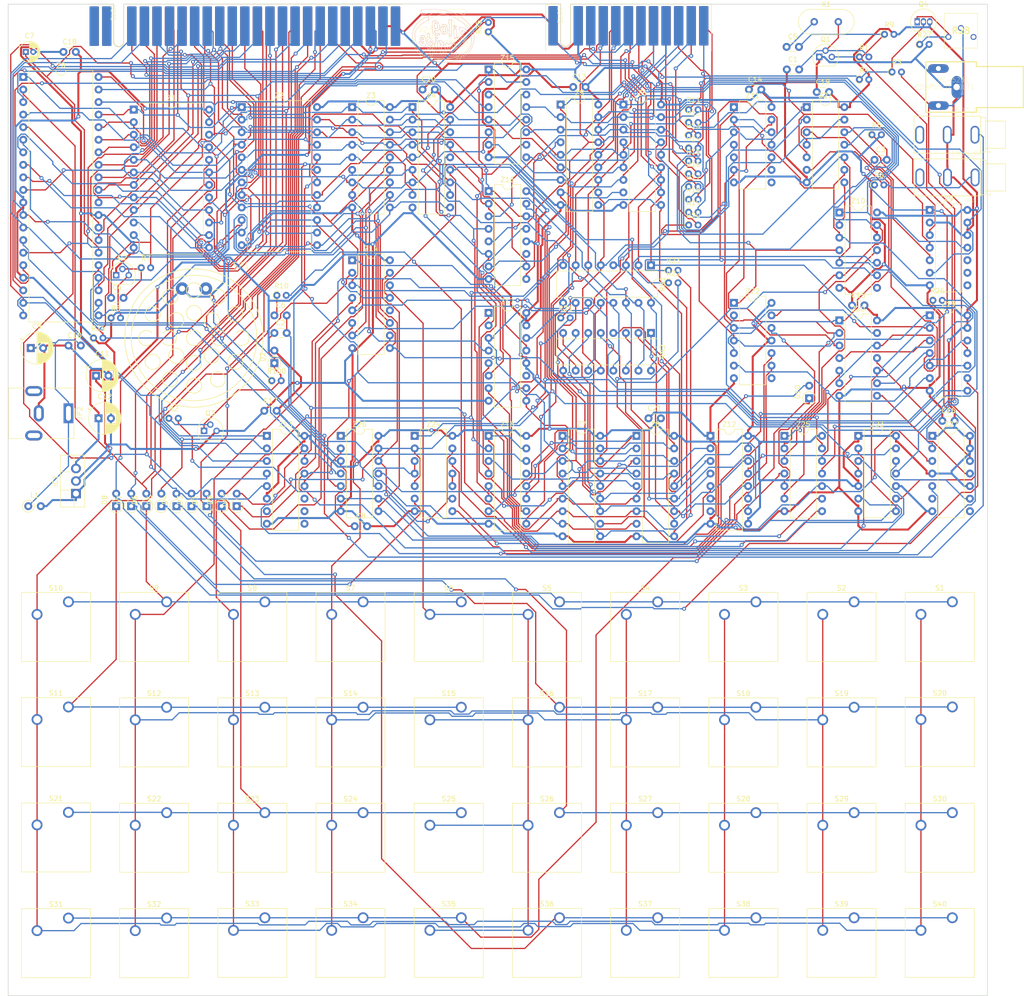
<source format=kicad_pcb>
(kicad_pcb (version 20171130) (host pcbnew "(5.1.4)-1")
  (title_block (title ACE1) (date 2019-09-23) (rev Beta) (company Ontobus) (comment 1 "John Bradley") (comment 2 https://creativecommons.org/licenses/by-nc-sa/4.0/) (comment 3 "Attribution-NonCommercial-ShareAlike 4.0 International License") (comment 4 "This work is licensed under a Creative Commons "))
  (layers (0 Top signal) (31 Bottom signal) (34 B.Paste user) (35 F.Paste user) (36 B.SilkS user) (37 F.SilkS user) (38 B.Mask user) (39 F.Mask user) (44 Edge.Cuts user))
  (net 0 "")
  (net 1 VCC)
  (net 2 GND)
  (net 3 "Net-(Z19-Pad12)")
  (net 4 /VIDEN)
  (net 5 "Net-(Z12-Pad15)")
  (net 6 "Net-(Z19-Pad4)")
  (net 7 "Net-(Z19-Pad3)")
  (net 8 /CNT15)
  (net 9 /CNT16)
  (net 10 "Net-(Z1-Pad18)")
  (net 11 "Net-(Z13-Pad14)")
  (net 12 "Net-(R26-Pad1)")
  (net 13 "Net-(Z13-Pad12)")
  (net 14 "Net-(Z13-Pad11)")
  (net 15 "Net-(Z13-Pad10)")
  (net 16 "Net-(Z13-Pad9)")
  (net 17 "Net-(Z13-Pad7)")
  (net 18 "Net-(Z25-Pad8)")
  (net 19 "Net-(Z14-Pad15)")
  (net 20 "Net-(R2-Pad2)")
  (net 21 "Net-(Z23-Pad3)")
  (net 22 "Net-(Z24-Pad10)")
  (net 23 "Net-(Z24-Pad3)")
  (net 24 "Net-(Z24-Pad8)")
  (net 25 "Net-(Z23-Pad4)")
  (net 26 /CNT8)
  (net 27 "Net-(Z22-Pad12)")
  (net 28 "Net-(Z20-Pad1)")
  (net 29 /FOR2764)
  (net 30 "Net-(Z22-Pad2)")
  (net 31 /CNT6)
  (net 32 "Net-(R21-Pad2)")
  (net 33 "Net-(R22-Pad2)")
  (net 34 "Net-(R23-Pad2)")
  (net 35 /CNT7)
  (net 36 /CNT5)
  (net 37 /CNT17)
  (net 38 "Net-(Z20-Pad5)")
  (net 39 "Net-(Z16-Pad11)")
  (net 40 "Net-(C3-Pad1)")
  (net 41 /VIDEO)
  (net 42 "Net-(C3-Pad2)")
  (net 43 "Net-(Z20-Pad11)")
  (net 44 "Net-(Z11-Pad12)")
  (net 45 "Net-(Z20-Pad8)")
  (net 46 /CNT14)
  (net 47 /CNT0)
  (net 48 /CNT1)
  (net 49 /CNT2)
  (net 50 "Net-(Z10-Pad2)")
  (net 51 /CNT13)
  (net 52 /CNT12)
  (net 53 "Net-(Z12-Pad13)")
  (net 54 "Net-(Z23-Pad12)")
  (net 55 "Net-(R3-Pad2)")
  (net 56 "Net-(C5-Pad2)")
  (net 57 "Net-(Z17-Pad1)")
  (net 58 "Net-(R10-Pad2)")
  (net 59 "Net-(Z27-Pad6)")
  (net 60 "Net-(Z27-Pad8)")
  (net 61 /CNT3)
  (net 62 /CNT4)
  (net 63 "Net-(Z9-Pad10)")
  (net 64 "Net-(Z9-Pad9)")
  (net 65 "Net-(Z9-Pad8)")
  (net 66 /CNT9)
  (net 67 /CNT10)
  (net 68 /CNT11)
  (net 69 "Net-(Z10-Pad8)")
  (net 70 "Net-(Z11-Pad9)")
  (net 71 "Net-(Z11-Pad8)")
  (net 72 /EAR)
  (net 73 "Net-(Z17-Pad11)")
  (net 74 "Net-(C4-Pad2)")
  (net 75 "Net-(C6-Pad1)")
  (net 76 "Net-(Q3-Pad2)")
  (net 77 "Net-(C2-Pad2)")
  (net 78 "Net-(C2-Pad1)")
  (net 79 "Net-(C1-Pad2)")
  (net 80 "Net-(C5-Pad1)")
  (net 81 "Net-(S1-Pad2)")
  (net 82 "Net-(S12-Pad2)")
  (net 83 "Net-(S13-Pad2)")
  (net 84 "Net-(S14-Pad2)")
  (net 85 "Net-(S15-Pad2)")
  (net 86 "Net-(E1-PadN.C.3)")
  (net 87 "Net-(E1-PadN.C.4)")
  (net 88 /+9VDC)
  (net 89 "Net-(E1-PadN.C.2)")
  (net 90 "Net-(E1-PadN.C.1)")
  (net 91 "Net-(E2-PadN.C.)")
  (net 92 /DA7)
  (net 93 /DA2)
  (net 94 /DA0)
  (net 95 /AD1)
  (net 96 /AD3)
  (net 97 /AD4)
  (net 98 /AD5)
  (net 99 /AD6)
  (net 100 /~REFSH)
  (net 101 /~M1)
  (net 102 /~RESET)
  (net 103 /~BUSRQ)
  (net 104 /~WAIT)
  (net 105 /~BUSAK)
  (net 106 /~WR)
  (net 107 /~RD)
  (net 108 /~IOREQ)
  (net 109 /~MREQ)
  (net 110 /~HALT)
  (net 111 /~INT)
  (net 112 /~CLK)
  (net 113 /AD11)
  (net 114 /AD12)
  (net 115 /AD13)
  (net 116 /AD14)
  (net 117 /AD15)
  (net 118 /DA4)
  (net 119 /DA3)
  (net 120 /DA5)
  (net 121 /AD2)
  (net 122 /AD10)
  (net 123 /AD9)
  (net 124 /AD8)
  (net 125 /AD7)
  (net 126 /AD0)
  (net 127 /DA1)
  (net 128 /DA6)
  (net 129 /~WE)
  (net 130 "Net-(Q2-Pad3)")
  (net 131 "Net-(Z14-Pad12)")
  (net 132 /~VHOLD)
  (net 133 "Net-(D7-Pad1)")
  (net 134 "Net-(D6-Pad1)")
  (net 135 "Net-(D8-Pad1)")
  (net 136 "Net-(D5-Pad1)")
  (net 137 "Net-(D9-Pad1)")
  (net 138 "Net-(D4-Pad1)")
  (net 139 "Net-(D10-Pad1)")
  (net 140 "Net-(D3-Pad1)")
  (net 141 "Net-(D1-Pad2)")
  (net 142 "Net-(C10-Pad2)")
  (net 143 "Net-(D11-Pad2)")
  (net 144 "Net-(RN2-Pad8)")
  (net 145 "Net-(RN2-Pad7)")
  (net 146 "Net-(RN2-Pad6)")
  (net 147 "Net-(RN2-Pad5)")
  (net 148 "Net-(RN2-Pad4)")
  (net 149 "Net-(RN2-Pad3)")
  (net 150 "Net-(RN2-Pad2)")
  (net 151 "Net-(RN2-Pad1)")
  (net 152 "Net-(D11-Pad1)")
  (net 153 "Net-(JP1-Pad3)")
  (net 154 "Net-(JP4-Pad3)")
  (net 155 "Net-(Z26-Pad11)")
  (net 156 "Net-(COMPOSITE-OUT1-Pad3)")
  (net 157 "Net-(COMPOSITE-OUT1-Pad2)")
  (net 158 "Net-(Q4-Pad1)")
  (net 159 "Net-(R28-Pad3)")
  (net 160 "Net-(R100-Pad1)")
  (net 161 /VD6)
  (net 162 /V4A9)
  (net 163 /V3A8)
  (net 164 /H2A2)
  (net 165 /V1A6)
  (net 166 /VD1)
  (net 167 /VD2)
  (net 168 /V0A5)
  (net 169 /H3A3)
  (net 170 /H0A0)
  (net 171 /H4A4)
  (net 172 /VD3)
  (net 173 /VD4)
  (net 174 /VD0)
  (net 175 /VD7)
  (net 176 /VD5)
  (net 177 /V2A7)
  (net 178 /H1A1)
  (module Package_DIP:DIP-24_W15.24mm (layer Top) (at 123.952 64.516)
    (fp_text reference Z2 (at 7.62 -2.33) (layer F.SilkS))
    (fp_text value 2732)
    (pad 24 thru_hole oval (at 15.24 0) (size 1.6 1.6) (drill 0.8) (layers *.Cu *.Mask) (net 1 VCC))
    (pad 12 thru_hole oval (at 0 27.94) (size 1.6 1.6) (drill 0.8) (layers *.Cu *.Mask) (net 2 GND))
    (pad 23 thru_hole oval (at 15.24 2.54) (size 1.6 1.6) (drill 0.8) (layers *.Cu *.Mask) (net 124 /AD8))
    (pad 11 thru_hole oval (at 0 25.4) (size 1.6 1.6) (drill 0.8) (layers *.Cu *.Mask) (net 93 /DA2))
    (pad 22 thru_hole oval (at 15.24 5.08) (size 1.6 1.6) (drill 0.8) (layers *.Cu *.Mask) (net 123 /AD9))
    (pad 10 thru_hole oval (at 0 22.86) (size 1.6 1.6) (drill 0.8) (layers *.Cu *.Mask) (net 127 /DA1))
    (pad 21 thru_hole oval (at 15.24 7.62) (size 1.6 1.6) (drill 0.8) (layers *.Cu *.Mask) (net 113 /AD11))
    (pad 9 thru_hole oval (at 0 20.32) (size 1.6 1.6) (drill 0.8) (layers *.Cu *.Mask) (net 94 /DA0))
    (pad 20 thru_hole oval (at 15.24 10.16) (size 1.6 1.6) (drill 0.8) (layers *.Cu *.Mask) (net 11 "Net-(Z13-Pad14)"))
    (pad 8 thru_hole oval (at 0 17.78) (size 1.6 1.6) (drill 0.8) (layers *.Cu *.Mask) (net 126 /AD0))
    (pad 19 thru_hole oval (at 15.24 12.7) (size 1.6 1.6) (drill 0.8) (layers *.Cu *.Mask) (net 122 /AD10))
    (pad 7 thru_hole oval (at 0 15.24) (size 1.6 1.6) (drill 0.8) (layers *.Cu *.Mask) (net 95 /AD1))
    (pad 18 thru_hole oval (at 15.24 15.24) (size 1.6 1.6) (drill 0.8) (layers *.Cu *.Mask) (net 11 "Net-(Z13-Pad14)"))
    (pad 6 thru_hole oval (at 0 12.7) (size 1.6 1.6) (drill 0.8) (layers *.Cu *.Mask) (net 121 /AD2))
    (pad 17 thru_hole oval (at 15.24 17.78) (size 1.6 1.6) (drill 0.8) (layers *.Cu *.Mask) (net 92 /DA7))
    (pad 5 thru_hole oval (at 0 10.16) (size 1.6 1.6) (drill 0.8) (layers *.Cu *.Mask) (net 96 /AD3))
    (pad 16 thru_hole oval (at 15.24 20.32) (size 1.6 1.6) (drill 0.8) (layers *.Cu *.Mask) (net 128 /DA6))
    (pad 4 thru_hole oval (at 0 7.62) (size 1.6 1.6) (drill 0.8) (layers *.Cu *.Mask) (net 97 /AD4))
    (pad 15 thru_hole oval (at 15.24 22.86) (size 1.6 1.6) (drill 0.8) (layers *.Cu *.Mask) (net 120 /DA5))
    (pad 3 thru_hole oval (at 0 5.08) (size 1.6 1.6) (drill 0.8) (layers *.Cu *.Mask) (net 98 /AD5))
    (pad 14 thru_hole oval (at 15.24 25.4) (size 1.6 1.6) (drill 0.8) (layers *.Cu *.Mask) (net 118 /DA4))
    (pad 2 thru_hole oval (at 0 2.54) (size 1.6 1.6) (drill 0.8) (layers *.Cu *.Mask) (net 99 /AD6))
    (pad 13 thru_hole oval (at 15.24 27.94) (size 1.6 1.6) (drill 0.8) (layers *.Cu *.Mask) (net 119 /DA3))
    (pad 1 thru_hole rect (at 0 0) (size 1.6 1.6) (drill 0.8) (layers *.Cu *.Mask) (net 125 /AD7))
  )
  (module Package_DIP:DIP-24_W15.24mm (layer Top) (at 102.108 65.024)
    (fp_text reference Z1 (at 7.62 -2.33) (layer F.SilkS))
    (fp_text value 2732)
    (pad 24 thru_hole oval (at 15.24 0) (size 1.6 1.6) (drill 0.8) (layers *.Cu *.Mask) (net 1 VCC))
    (pad 12 thru_hole oval (at 0 27.94) (size 1.6 1.6) (drill 0.8) (layers *.Cu *.Mask) (net 2 GND))
    (pad 23 thru_hole oval (at 15.24 2.54) (size 1.6 1.6) (drill 0.8) (layers *.Cu *.Mask) (net 124 /AD8))
    (pad 11 thru_hole oval (at 0 25.4) (size 1.6 1.6) (drill 0.8) (layers *.Cu *.Mask) (net 93 /DA2))
    (pad 22 thru_hole oval (at 15.24 5.08) (size 1.6 1.6) (drill 0.8) (layers *.Cu *.Mask) (net 123 /AD9))
    (pad 10 thru_hole oval (at 0 22.86) (size 1.6 1.6) (drill 0.8) (layers *.Cu *.Mask) (net 127 /DA1))
    (pad 21 thru_hole oval (at 15.24 7.62) (size 1.6 1.6) (drill 0.8) (layers *.Cu *.Mask) (net 113 /AD11))
    (pad 9 thru_hole oval (at 0 20.32) (size 1.6 1.6) (drill 0.8) (layers *.Cu *.Mask) (net 94 /DA0))
    (pad 20 thru_hole oval (at 15.24 10.16) (size 1.6 1.6) (drill 0.8) (layers *.Cu *.Mask) (net 10 "Net-(Z1-Pad18)"))
    (pad 8 thru_hole oval (at 0 17.78) (size 1.6 1.6) (drill 0.8) (layers *.Cu *.Mask) (net 126 /AD0))
    (pad 19 thru_hole oval (at 15.24 12.7) (size 1.6 1.6) (drill 0.8) (layers *.Cu *.Mask) (net 122 /AD10))
    (pad 7 thru_hole oval (at 0 15.24) (size 1.6 1.6) (drill 0.8) (layers *.Cu *.Mask) (net 95 /AD1))
    (pad 18 thru_hole oval (at 15.24 15.24) (size 1.6 1.6) (drill 0.8) (layers *.Cu *.Mask) (net 10 "Net-(Z1-Pad18)"))
    (pad 6 thru_hole oval (at 0 12.7) (size 1.6 1.6) (drill 0.8) (layers *.Cu *.Mask) (net 121 /AD2))
    (pad 17 thru_hole oval (at 15.24 17.78) (size 1.6 1.6) (drill 0.8) (layers *.Cu *.Mask) (net 92 /DA7))
    (pad 5 thru_hole oval (at 0 10.16) (size 1.6 1.6) (drill 0.8) (layers *.Cu *.Mask) (net 96 /AD3))
    (pad 16 thru_hole oval (at 15.24 20.32) (size 1.6 1.6) (drill 0.8) (layers *.Cu *.Mask) (net 128 /DA6))
    (pad 4 thru_hole oval (at 0 7.62) (size 1.6 1.6) (drill 0.8) (layers *.Cu *.Mask) (net 97 /AD4))
    (pad 15 thru_hole oval (at 15.24 22.86) (size 1.6 1.6) (drill 0.8) (layers *.Cu *.Mask) (net 120 /DA5))
    (pad 3 thru_hole oval (at 0 5.08) (size 1.6 1.6) (drill 0.8) (layers *.Cu *.Mask) (net 98 /AD5))
    (pad 14 thru_hole oval (at 15.24 25.4) (size 1.6 1.6) (drill 0.8) (layers *.Cu *.Mask) (net 118 /DA4))
    (pad 2 thru_hole oval (at 0 2.54) (size 1.6 1.6) (drill 0.8) (layers *.Cu *.Mask) (net 99 /AD6))
    (pad 13 thru_hole oval (at 15.24 27.94) (size 1.6 1.6) (drill 0.8) (layers *.Cu *.Mask) (net 119 /DA3))
    (pad 1 thru_hole rect (at 0 0) (size 1.6 1.6) (drill 0.8) (layers *.Cu *.Mask) (net 125 /AD7))
  )
  (module Resistor_THT:R_Axial_DIN0204_L3.6mm_D1.6mm_P1.90mm_Vertical (layer Top) (at 130.048 119.888)
    (fp_text reference R100 (at 0.95 -1.92) (layer F.SilkS))
    (fp_text value 200)
    (pad 2 thru_hole oval (at 1.9 0) (size 1.4 1.4) (drill 0.7) (layers *.Cu *.Mask) (net 78 "Net-(C2-Pad1)"))
    (pad 1 thru_hole circle (at 0 0) (size 1.4 1.4) (drill 0.7) (layers *.Cu *.Mask) (net 160 "Net-(R100-Pad1)"))
  )
  (module SamacSys_Parts:3362H1103LF (layer Top) (at 269.462 49.059)
    (fp_text reference R28 (at 0 0) (layer F.SilkS) (effects (font (size 1.27 1.27) (thickness 0.254))))
    (fp_text value 100 hide)
    (pad 3 thru_hole circle (at 2.54 1.26) (size 1.2 1.2) (drill 0.75) (layers *.Cu *.Mask) (net 159 "Net-(R28-Pad3)"))
    (pad 2 thru_hole circle (at 0 -0.54) (size 1.2 1.2) (drill 0.75) (layers *.Cu *.Mask) (net 157 "Net-(COMPOSITE-OUT1-Pad2)"))
    (pad 1 thru_hole circle (at -2.54 1.26) (size 1.2 1.2) (drill 0.75) (layers *.Cu *.Mask) (net 158 "Net-(Q4-Pad1)"))
  )
  (module Resistor_THT:R_Axial_DIN0204_L3.6mm_D1.6mm_P1.90mm_Vertical (layer Top) (at 261.112 51.816)
    (fp_text reference R27 (at 0.95 -1.92) (layer F.SilkS))
    (fp_text value 100)
    (pad 2 thru_hole oval (at 1.9 0) (size 1.4 1.4) (drill 0.7) (layers *.Cu *.Mask) (net 2 GND))
    (pad 1 thru_hole circle (at 0 0) (size 1.4 1.4) (drill 0.7) (layers *.Cu *.Mask) (net 158 "Net-(Q4-Pad1)"))
  )
  (module Package_TO_SOT_THT:TO-92_Inline (layer Top) (at 260.604 47.244)
    (fp_text reference Q4 (at 1.27 -3.56) (layer F.SilkS))
    (fp_text value 2N3904)
    (pad 1 thru_hole rect (at 0 0) (size 1.05 1.5) (drill 0.75) (layers *.Cu *.Mask) (net 158 "Net-(Q4-Pad1)"))
    (pad 3 thru_hole oval (at 2.54 0) (size 1.05 1.5) (drill 0.75) (layers *.Cu *.Mask) (net 1 VCC))
    (pad 2 thru_hole oval (at 1.27 0) (size 1.05 1.5) (drill 0.75) (layers *.Cu *.Mask) (net 41 /VIDEO))
  )
  (module Symbol:ZilogInsideFront (layer Top) (at 157.988 57.912)
    (fp_text reference Logo2 hide)
    (fp_text value ZilogFront hide)
  )
  (module Symbol:ZilogInsideBack (layer Top) (at 157.48 57.912)
    (fp_text reference Logo1 hide)
    (fp_text value ZilogBack hide)
  )
  (module ExtraFootprints:CLS0281MP (layer Top) (at 114.3 111.252)
    (fp_text reference SP1 (at 7.747 -13.97) (layer F.SilkS) (effects (font (size 1.2065 1.2065) (thickness 0.12065)) (justify left bottom)))
    (fp_text value CLS0281MP)
    (pad 2 thru_hole circle (at 2.4 -10) (size 2.54 2.54) (drill 1.1938) (layers *.Cu *.Mask) (net 160 "Net-(R100-Pad1)"))
    (pad 1 thru_hole circle (at -2.4 -10) (size 2.54 2.54) (drill 1.1938) (layers *.Cu *.Mask) (net 1 VCC))
  )
  (module ExtraFootprints:CUI_MJ-3502N (layer Top) (at 266.738 78.74 180)
    (fp_text reference JP4 (at -4.4615 -4.88664) (layer F.SilkS) (effects (font (size 1.00034 1.00034) (thickness 0.05))))
    (fp_text value 1503_02 (at -3.92869 4.91963) (layer F.SilkS) (effects (font (size 1.00094 1.00094) (thickness 0.05))))
    (pad 1 thru_hole oval (at -5.588 0 270) (size 3.6 1.8) (drill oval 2.978 1.2) (layers *.Cu *.Mask) (net 40 "Net-(C3-Pad1)"))
    (pad 2 thru_hole oval (at 0 0 270) (size 3.6 1.8) (drill oval 2.978 1.2) (layers *.Cu *.Mask) (net 2 GND))
    (pad 3 thru_hole oval (at 5.588 0 270) (size 3.6 1.8) (drill oval 2.978 1.2) (layers *.Cu *.Mask) (net 154 "Net-(JP4-Pad3)"))
  )
  (module ExtraFootprints:CUI_MJ-3502N (layer Top) (at 266.7 70.104 180)
    (fp_text reference JP1 (at -4.4615 -4.88664) (layer F.SilkS) (effects (font (size 1.00034 1.00034) (thickness 0.05))))
    (fp_text value 1503_02 (at -3.92869 4.91963) (layer F.SilkS) (effects (font (size 1.00094 1.00094) (thickness 0.05))))
    (pad 1 thru_hole oval (at -5.588 0 270) (size 3.6 1.8) (drill oval 2.978 1.2) (layers *.Cu *.Mask) (net 77 "Net-(C2-Pad2)"))
    (pad 2 thru_hole oval (at 0 0 270) (size 3.6 1.8) (drill oval 2.978 1.2) (layers *.Cu *.Mask) (net 2 GND))
    (pad 3 thru_hole oval (at 5.588 0 270) (size 3.6 1.8) (drill oval 2.978 1.2) (layers *.Cu *.Mask) (net 153 "Net-(JP1-Pad3)"))
  )
  (module ExtraFootprints:PJRAN1X1U01X (layer Top) (at 266.192 60.452 180)
    (fp_text reference COMPOSITE-OUT1 (at 0 0) (layer F.SilkS) (effects (font (size 1 0.9) (thickness 0.05))))
    (fp_text value RC-5231 (at -1.6991 1.4604) (layer F.SilkS) (effects (font (size 1 0.9) (thickness 0.05))))
    (fp_text user BOARD~EDGE (at -7.47 2.678) (layer Edge.Cuts) (effects (font (thickness 0.05))))
    (fp_poly (pts (xy 0.05 2.901) (xy -0.083 2.911) (xy -0.212 2.943) (xy -0.335 2.994) (xy -0.449 3.063) (xy -0.55 3.15) (xy -0.637 3.251) (xy -0.706 3.365) (xy -0.757 3.488) (xy -0.789 3.617) (xy -0.799 3.75) (xy -0.789 3.883) (xy -0.757 4.012) (xy -0.706 4.135) (xy -0.637 4.249) (xy -0.55 4.35) (xy -0.449 4.437) (xy -0.335 4.506) (xy -0.212 4.557) (xy -0.083 4.589) (xy 0.05 4.599) (xy 2.55 4.599) (xy 2.683 4.589) (xy 2.812 4.557) (xy 2.935 4.506) (xy 3.049 4.437) (xy 3.15 4.35) (xy 3.237 4.249) (xy 3.306 4.135) (xy 3.357 4.012) (xy 3.389 3.883) (xy 3.399 3.75) (xy 3.389 3.617) (xy 3.357 3.488) (xy 3.306 3.365) (xy 3.237 3.251) (xy 3.15 3.15) (xy 3.049 3.063) (xy 2.935 2.994) (xy 2.812 2.943) (xy 2.683 2.911) (xy 2.55 2.901)) (layer Bottom) (width 0.002))
    (fp_poly (pts (xy 0.05 2.901) (xy -0.083 2.911) (xy -0.212 2.943) (xy -0.335 2.994) (xy -0.449 3.063) (xy -0.55 3.15) (xy -0.637 3.251) (xy -0.706 3.365) (xy -0.757 3.488) (xy -0.789 3.617) (xy -0.799 3.75) (xy -0.789 3.883) (xy -0.757 4.012) (xy -0.706 4.135) (xy -0.637 4.249) (xy -0.55 4.35) (xy -0.449 4.437) (xy -0.335 4.506) (xy -0.212 4.557) (xy -0.083 4.589) (xy 0.05 4.599) (xy 2.55 4.599) (xy 2.683 4.589) (xy 2.812 4.557) (xy 2.935 4.506) (xy 3.049 4.437) (xy 3.15 4.35) (xy 3.237 4.249) (xy 3.306 4.135) (xy 3.357 4.012) (xy 3.389 3.883) (xy 3.399 3.75) (xy 3.389 3.617) (xy 3.357 3.488) (xy 3.306 3.365) (xy 3.237 3.251) (xy 3.15 3.15) (xy 3.049 3.063) (xy 2.935 2.994) (xy 2.812 2.943) (xy 2.683 2.911) (xy 2.55 2.901)) (layer Top) (width 0.002))
    (fp_poly (pts (xy 0.05 -4.599) (xy -0.083 -4.589) (xy -0.212 -4.557) (xy -0.335 -4.506) (xy -0.449 -4.437) (xy -0.55 -4.35) (xy -0.637 -4.249) (xy -0.706 -4.135) (xy -0.757 -4.012) (xy -0.789 -3.883) (xy -0.799 -3.75) (xy -0.789 -3.617) (xy -0.757 -3.488) (xy -0.706 -3.365) (xy -0.637 -3.251) (xy -0.55 -3.15) (xy -0.449 -3.063) (xy -0.335 -2.994) (xy -0.212 -2.943) (xy -0.083 -2.911) (xy 0.05 -2.901) (xy 2.55 -2.901) (xy 2.683 -2.911) (xy 2.812 -2.943) (xy 2.935 -2.994) (xy 3.049 -3.063) (xy 3.15 -3.15) (xy 3.237 -3.251) (xy 3.306 -3.365) (xy 3.357 -3.488) (xy 3.389 -3.617) (xy 3.399 -3.75) (xy 3.389 -3.883) (xy 3.357 -4.012) (xy 3.306 -4.135) (xy 3.237 -4.249) (xy 3.15 -4.35) (xy 3.049 -4.437) (xy 2.935 -4.506) (xy 2.812 -4.557) (xy 2.683 -4.589) (xy 2.55 -4.599)) (layer Bottom) (width 0.002))
    (fp_poly (pts (xy 0.05 -4.599) (xy -0.083 -4.589) (xy -0.212 -4.557) (xy -0.335 -4.506) (xy -0.449 -4.437) (xy -0.55 -4.35) (xy -0.637 -4.249) (xy -0.706 -4.135) (xy -0.757 -4.012) (xy -0.789 -3.883) (xy -0.799 -3.75) (xy -0.789 -3.617) (xy -0.757 -3.488) (xy -0.706 -3.365) (xy -0.637 -3.251) (xy -0.55 -3.15) (xy -0.449 -3.063) (xy -0.335 -2.994) (xy -0.212 -2.943) (xy -0.083 -2.911) (xy 0.05 -2.901) (xy 2.55 -2.901) (xy 2.683 -2.911) (xy 2.812 -2.943) (xy 2.935 -2.994) (xy 3.049 -3.063) (xy 3.15 -3.15) (xy 3.237 -3.251) (xy 3.306 -3.365) (xy 3.357 -3.488) (xy 3.389 -3.617) (xy 3.399 -3.75) (xy 3.389 -3.883) (xy 3.357 -4.012) (xy 3.306 -4.135) (xy 3.237 -4.249) (xy 3.15 -4.35) (xy 3.049 -4.437) (xy 2.935 -4.506) (xy 2.812 -4.557) (xy 2.683 -4.589) (xy 2.55 -4.599)) (layer Top) (width 0.002))
    (fp_poly (pts (xy -1.401 -1.25) (xy -1.413 -1.406) (xy -1.45 -1.559) (xy -1.51 -1.704) (xy -1.592 -1.837) (xy -1.694 -1.956) (xy -1.813 -2.058) (xy -1.946 -2.14) (xy -2.091 -2.2) (xy -2.244 -2.237) (xy -2.4 -2.249) (xy -2.556 -2.237) (xy -2.709 -2.2) (xy -2.854 -2.14) (xy -2.987 -2.058) (xy -3.106 -1.956) (xy -3.208 -1.837) (xy -3.29 -1.704) (xy -3.35 -1.559) (xy -3.387 -1.406) (xy -3.399 -1.25) (xy -3.399 1.25) (xy -3.387 1.406) (xy -3.35 1.559) (xy -3.29 1.704) (xy -3.208 1.837) (xy -3.106 1.956) (xy -2.987 2.058) (xy -2.854 2.14) (xy -2.709 2.2) (xy -2.556 2.237) (xy -2.4 2.249) (xy -2.244 2.237) (xy -2.091 2.2) (xy -1.946 2.14) (xy -1.813 2.058) (xy -1.694 1.956) (xy -1.592 1.837) (xy -1.51 1.704) (xy -1.45 1.559) (xy -1.413 1.406) (xy -1.401 1.25)) (layer Bottom) (width 0.002))
    (fp_poly (pts (xy -1.401 -1.25) (xy -1.413 -1.406) (xy -1.45 -1.559) (xy -1.51 -1.704) (xy -1.592 -1.837) (xy -1.694 -1.956) (xy -1.813 -2.058) (xy -1.946 -2.14) (xy -2.091 -2.2) (xy -2.244 -2.237) (xy -2.4 -2.249) (xy -2.556 -2.237) (xy -2.709 -2.2) (xy -2.854 -2.14) (xy -2.987 -2.058) (xy -3.106 -1.956) (xy -3.208 -1.837) (xy -3.29 -1.704) (xy -3.35 -1.559) (xy -3.387 -1.406) (xy -3.399 -1.25) (xy -3.399 1.25) (xy -3.387 1.406) (xy -3.35 1.559) (xy -3.29 1.704) (xy -3.208 1.837) (xy -3.106 1.956) (xy -2.987 2.058) (xy -2.854 2.14) (xy -2.709 2.2) (xy -2.556 2.237) (xy -2.4 2.249) (xy -2.244 2.237) (xy -2.091 2.2) (xy -1.946 2.14) (xy -1.813 2.058) (xy -1.694 1.956) (xy -1.592 1.837) (xy -1.51 1.704) (xy -1.45 1.559) (xy -1.413 1.406) (xy -1.401 1.25)) (layer Top) (width 0.002))
    (pad 3 thru_hole oval (at 1.3 3.75 180) (size 3.4 1.7) (drill 1) (layers *.Cu *.Mask) (net 156 "Net-(COMPOSITE-OUT1-Pad3)"))
    (pad 2 thru_hole oval (at 1.3 -3.75 180) (size 3.4 1.7) (drill 1) (layers *.Cu *.Mask) (net 157 "Net-(COMPOSITE-OUT1-Pad2)"))
    (pad 1 thru_hole oval (at -2.4 0 270) (size 4 2) (drill 1.3) (layers *.Cu *.Mask) (net 2 GND))
  )
  (module Connector_BarrelJack:BarrelJack_CUI_PJ-063AH_Horizontal (layer Top) (at 88.9 126.492 270)
    (fp_text reference JP2 (at 0 -2.3 90) (layer F.SilkS))
    (fp_text value 1503_02)
    (pad "" np_thru_hole circle (at 0 9 270) (size 1.6 1.6) (drill 1.6) (layers *.Cu *.Mask))
    (pad MP thru_hole oval (at 4.5 7 270) (size 2 3.5) (drill oval 1 2.5) (layers *.Cu *.Mask))
    (pad MP thru_hole oval (at -4.5 7 270) (size 2 3.5) (drill oval 1 2.5) (layers *.Cu *.Mask))
    (pad 2 thru_hole oval (at 0 6 270) (size 3.3 2) (drill oval 2.3 1) (layers *.Cu *.Mask) (net 2 GND))
    (pad 1 thru_hole rect (at 0 0 270) (size 4 2) (drill oval 3 1) (layers *.Cu *.Mask) (net 142 "Net-(C10-Pad2)"))
  )
  (module ExtraFootprints:EDG-VID-JA (layer Top) (at 203.454 46.7868 180)
    (fp_text reference E2 hide)
    (fp_text value EDG-VID-JA hide)
    (fp_text user SLOT (at 14.5 2.62 90) (layer F.SilkS) (effects (font (size 0.9652 0.9652) (thickness 0.08128)) (justify right bottom)))
    (pad VIDEO smd roundrect (at 16.51 -1.27 180) (size 1.9 8) (layers Bottom B.Paste B.Mask) (roundrect_rratio 0.1) (net 41 /VIDEO))
    (pad +5V smd roundrect (at 11.43 -1.27 180) (size 1.9 8) (layers Bottom B.Paste B.Mask) (roundrect_rratio 0.1) (net 1 VCC))
    (pad VD6 smd roundrect (at 8.89 -1.27 180) (size 1.9 8) (layers Bottom B.Paste B.Mask) (roundrect_rratio 0.1) (net 161 /VD6))
    (pad V4/A9 smd roundrect (at 6.35 -1.27 180) (size 1.9 8) (layers Bottom B.Paste B.Mask) (roundrect_rratio 0.1) (net 162 /V4A9))
    (pad V3/A8 smd roundrect (at 3.81 -1.27 180) (size 1.9 8) (layers Bottom B.Paste B.Mask) (roundrect_rratio 0.1) (net 163 /V3A8))
    (pad WE smd roundrect (at 1.27 -1.27 180) (size 1.9 8) (layers Bottom B.Paste B.Mask) (roundrect_rratio 0.1) (net 129 /~WE))
    (pad H2/A2 smd roundrect (at -1.27 -1.27 180) (size 1.9 8) (layers Bottom B.Paste B.Mask) (roundrect_rratio 0.1) (net 164 /H2A2))
    (pad V1/A6 smd roundrect (at -3.81 -1.27 180) (size 1.9 8) (layers Bottom B.Paste B.Mask) (roundrect_rratio 0.1) (net 165 /V1A6))
    (pad VD1 smd roundrect (at -6.35 -1.27 180) (size 1.9 8) (layers Bottom B.Paste B.Mask) (roundrect_rratio 0.1) (net 166 /VD1))
    (pad VD2 smd roundrect (at -8.89 -1.27 180) (size 1.9 8) (layers Bottom B.Paste B.Mask) (roundrect_rratio 0.1) (net 167 /VD2))
    (pad V0/A5 smd roundrect (at -11.43 -1.27 180) (size 1.9 8) (layers Bottom B.Paste B.Mask) (roundrect_rratio 0.1) (net 168 /V0A5))
    (pad H3/A3 smd roundrect (at -13.97 -1.27 180) (size 1.9 8) (layers Bottom B.Paste B.Mask) (roundrect_rratio 0.1) (net 169 /H3A3))
    (pad H0/A0 smd roundrect (at -13.97 -1.27 180) (size 1.9 8) (layers Top F.Paste F.Mask) (roundrect_rratio 0.1) (net 170 /H0A0))
    (pad H4/A4 smd roundrect (at -11.43 -1.27 180) (size 1.9 8) (layers Top F.Paste F.Mask) (roundrect_rratio 0.1) (net 171 /H4A4))
    (pad VD3 smd roundrect (at -8.89 -1.27 180) (size 1.9 8) (layers Top F.Paste F.Mask) (roundrect_rratio 0.1) (net 172 /VD3))
    (pad VD4 smd roundrect (at -6.35 -1.27 180) (size 1.9 8) (layers Top F.Paste F.Mask) (roundrect_rratio 0.1) (net 173 /VD4))
    (pad VD0 smd roundrect (at -3.81 -1.27 180) (size 1.9 8) (layers Top F.Paste F.Mask) (roundrect_rratio 0.1) (net 174 /VD0))
    (pad VD7 smd roundrect (at -1.27 -1.27 180) (size 1.9 8) (layers Top F.Paste F.Mask) (roundrect_rratio 0.1) (net 175 /VD7))
    (pad VD5 smd roundrect (at 1.27 -1.27 180) (size 1.9 8) (layers Top F.Paste F.Mask) (roundrect_rratio 0.1) (net 176 /VD5))
    (pad V2/A7 smd roundrect (at 3.81 -1.27 180) (size 1.9 8) (layers Top F.Paste F.Mask) (roundrect_rratio 0.1) (net 177 /V2A7))
    (pad H1/A1 smd roundrect (at 6.35 -1.27 180) (size 1.9 8) (layers Top F.Paste F.Mask) (roundrect_rratio 0.1) (net 178 /H1A1))
    (pad N.C. smd roundrect (at 8.89 -1.27 180) (size 1.9 8) (layers Top F.Paste F.Mask) (roundrect_rratio 0.1) (net 91 "Net-(E2-PadN.C.)"))
    (pad 0V.2 smd roundrect (at 11.43 -1.27 180) (size 1.9 8) (layers Top F.Paste F.Mask) (roundrect_rratio 0.1) (net 2 GND))
    (pad 0V.1 smd roundrect (at 16.51 -1.27 180) (size 1.9 8) (layers Top F.Paste F.Mask) (roundrect_rratio 0.1) (net 2 GND))
  )
  (module ExtraFootprints:EDG-CON-JA (layer Top) (at 127.127 48.133 180)
    (fp_text reference E1 hide)
    (fp_text value EDG-CON-JA hide)
    (fp_text user SLOT (at 28.54 4.46 90) (layer F.SilkS) (effects (font (size 0.9652 0.9652) (thickness 0.08128)) (justify right bottom)))
    (pad N.C.3 smd roundrect (at 33.02 0 180) (size 1.9 8) (layers Bottom B.Paste B.Mask) (roundrect_rratio 0.1) (net 86 "Net-(E1-PadN.C.3)"))
    (pad N.C.4 smd roundrect (at 30.48 0 180) (size 1.9 8) (layers Bottom B.Paste B.Mask) (roundrect_rratio 0.1) (net 87 "Net-(E1-PadN.C.4)"))
    (pad D7 smd roundrect (at 25.4 0 180) (size 1.9 8) (layers Bottom B.Paste B.Mask) (roundrect_rratio 0.1) (net 92 /DA7))
    (pad D2 smd roundrect (at 22.86 0 180) (size 1.9 8) (layers Bottom B.Paste B.Mask) (roundrect_rratio 0.1) (net 93 /DA2))
    (pad D0 smd roundrect (at 20.32 0 180) (size 1.9 8) (layers Bottom B.Paste B.Mask) (roundrect_rratio 0.1) (net 94 /DA0))
    (pad A1 smd roundrect (at 17.78 0 180) (size 1.9 8) (layers Bottom B.Paste B.Mask) (roundrect_rratio 0.1) (net 95 /AD1))
    (pad A3 smd roundrect (at 15.24 0 180) (size 1.9 8) (layers Bottom B.Paste B.Mask) (roundrect_rratio 0.1) (net 96 /AD3))
    (pad A4 smd roundrect (at 12.7 0 180) (size 1.9 8) (layers Bottom B.Paste B.Mask) (roundrect_rratio 0.1) (net 97 /AD4))
    (pad A5 smd roundrect (at 10.16 0 180) (size 1.9 8) (layers Bottom B.Paste B.Mask) (roundrect_rratio 0.1) (net 98 /AD5))
    (pad A6 smd roundrect (at 7.62 0 180) (size 1.9 8) (layers Bottom B.Paste B.Mask) (roundrect_rratio 0.1) (net 99 /AD6))
    (pad RFSH smd roundrect (at 5.08 0 180) (size 1.9 8) (layers Bottom B.Paste B.Mask) (roundrect_rratio 0.1) (net 100 /~REFSH))
    (pad M1 smd roundrect (at 2.54 0 180) (size 1.9 8) (layers Bottom B.Paste B.Mask) (roundrect_rratio 0.1) (net 101 /~M1))
    (pad RESET smd roundrect (at 0 0 180) (size 1.9 8) (layers Bottom B.Paste B.Mask) (roundrect_rratio 0.1) (net 102 /~RESET))
    (pad BUSREQ smd roundrect (at -2.54 0 180) (size 1.9 8) (layers Bottom B.Paste B.Mask) (roundrect_rratio 0.1) (net 103 /~BUSRQ))
    (pad WAIT smd roundrect (at -5.08 0 180) (size 1.9 8) (layers Bottom B.Paste B.Mask) (roundrect_rratio 0.1) (net 104 /~WAIT))
    (pad BUSACK smd roundrect (at -7.62 0 180) (size 1.9 8) (layers Bottom B.Paste B.Mask) (roundrect_rratio 0.1) (net 105 /~BUSAK))
    (pad WR smd roundrect (at -10.16 0 180) (size 1.9 8) (layers Bottom B.Paste B.Mask) (roundrect_rratio 0.1) (net 106 /~WR))
    (pad RD smd roundrect (at -12.7 0 180) (size 1.9 8) (layers Bottom B.Paste B.Mask) (roundrect_rratio 0.1) (net 107 /~RD))
    (pad IOREQ smd roundrect (at -15.24 0 180) (size 1.9 8) (layers Bottom B.Paste B.Mask) (roundrect_rratio 0.1) (net 108 /~IOREQ))
    (pad MREQ smd roundrect (at -17.78 0 180) (size 1.9 8) (layers Bottom B.Paste B.Mask) (roundrect_rratio 0.1) (net 109 /~MREQ))
    (pad HALT smd roundrect (at -20.32 0 180) (size 1.9 8) (layers Bottom B.Paste B.Mask) (roundrect_rratio 0.1) (net 110 /~HALT))
    (pad NMI smd roundrect (at -22.86 0 180) (size 1.9 8) (layers Bottom B.Paste B.Mask) (roundrect_rratio 0.1) (net 1 VCC))
    (pad INT smd roundrect (at -25.4 0 180) (size 1.9 8) (layers Bottom B.Paste B.Mask) (roundrect_rratio 0.1) (net 111 /~INT))
    (pad GND smd roundrect (at -27.94 0 180) (size 1.9 8) (layers Bottom B.Paste B.Mask) (roundrect_rratio 0.1) (net 2 GND))
    (pad V0.2 smd roundrect (at -27.94 0 180) (size 1.9 8) (layers Top F.Paste F.Mask) (roundrect_rratio 0.1) (net 2 GND))
    (pad 0V.1 smd roundrect (at -25.4 0 180) (size 1.9 8) (layers Top F.Paste F.Mask) (roundrect_rratio 0.1) (net 2 GND))
    (pad +9V smd roundrect (at -22.86 0 180) (size 1.9 8) (layers Top F.Paste F.Mask) (roundrect_rratio 0.1) (net 88 /+9VDC))
    (pad +5V smd roundrect (at -20.32 0 180) (size 1.9 8) (layers Top F.Paste F.Mask) (roundrect_rratio 0.1) (net 1 VCC))
    (pad CLK smd roundrect (at -17.78 0 180) (size 1.9 8) (layers Top F.Paste F.Mask) (roundrect_rratio 0.1) (net 112 /~CLK))
    (pad A11 smd roundrect (at -15.24 0 180) (size 1.9 8) (layers Top F.Paste F.Mask) (roundrect_rratio 0.1) (net 113 /AD11))
    (pad A12 smd roundrect (at -12.7 0 180) (size 1.9 8) (layers Top F.Paste F.Mask) (roundrect_rratio 0.1) (net 114 /AD12))
    (pad A13 smd roundrect (at -10.16 0 180) (size 1.9 8) (layers Top F.Paste F.Mask) (roundrect_rratio 0.1) (net 115 /AD13))
    (pad A14 smd roundrect (at -7.62 0 180) (size 1.9 8) (layers Top F.Paste F.Mask) (roundrect_rratio 0.1) (net 116 /AD14))
    (pad A15 smd roundrect (at -5.08 0 180) (size 1.9 8) (layers Top F.Paste F.Mask) (roundrect_rratio 0.1) (net 117 /AD15))
    (pad D4 smd roundrect (at -2.54 0 180) (size 1.9 8) (layers Top F.Paste F.Mask) (roundrect_rratio 0.1) (net 118 /DA4))
    (pad D3 smd roundrect (at 0 0 180) (size 1.9 8) (layers Top F.Paste F.Mask) (roundrect_rratio 0.1) (net 119 /DA3))
    (pad D5 smd roundrect (at 2.54 0 180) (size 1.9 8) (layers Top F.Paste F.Mask) (roundrect_rratio 0.1) (net 120 /DA5))
    (pad A2 smd roundrect (at 5.08 0 180) (size 1.9 8) (layers Top F.Paste F.Mask) (roundrect_rratio 0.1) (net 121 /AD2))
    (pad A10 smd roundrect (at 7.62 0 180) (size 1.9 8) (layers Top F.Paste F.Mask) (roundrect_rratio 0.1) (net 122 /AD10))
    (pad A9 smd roundrect (at 10.16 0 180) (size 1.9 8) (layers Top F.Paste F.Mask) (roundrect_rratio 0.1) (net 123 /AD9))
    (pad A8 smd roundrect (at 12.7 0 180) (size 1.9 8) (layers Top F.Paste F.Mask) (roundrect_rratio 0.1) (net 124 /AD8))
    (pad A7 smd roundrect (at 15.24 0 180) (size 1.9 8) (layers Top F.Paste F.Mask) (roundrect_rratio 0.1) (net 125 /AD7))
    (pad A0 smd roundrect (at 17.78 0 180) (size 1.9 8) (layers Top F.Paste F.Mask) (roundrect_rratio 0.1) (net 126 /AD0))
    (pad D1 smd roundrect (at 20.32 0 180) (size 1.9 8) (layers Top F.Paste F.Mask) (roundrect_rratio 0.1) (net 127 /DA1))
    (pad D6 smd roundrect (at 22.86 0 180) (size 1.9 8) (layers Top F.Paste F.Mask) (roundrect_rratio 0.1) (net 128 /DA6))
    (pad WE smd roundrect (at 25.4 0 180) (size 1.9 8) (layers Top F.Paste F.Mask) (roundrect_rratio 0.1) (net 129 /~WE))
    (pad N.C.2 smd roundrect (at 30.48 0 180) (size 1.9 8) (layers Top F.Paste F.Mask) (roundrect_rratio 0.1) (net 89 "Net-(E1-PadN.C.2)"))
    (pad N.C.1 smd roundrect (at 33.02 0 180) (size 1.9 8) (layers Top F.Paste F.Mask) (roundrect_rratio 0.1) (net 90 "Net-(E1-PadN.C.1)"))
  )
  (module Diode_THT:D_DO-35_SOD27_P2.54mm_Vertical_AnodeUp (layer Top) (at 122.936 145.288 90)
    (fp_text reference D11 (at 1.27 -2.326371 90) (layer F.SilkS))
    (fp_text value 1N4148DO35-7)
    (pad 2 thru_hole oval (at 2.54 0 90) (size 1.6 1.6) (drill 0.8) (layers *.Cu *.Mask) (net 143 "Net-(D11-Pad2)"))
    (pad 1 thru_hole rect (at 0 0 90) (size 1.6 1.6) (drill 0.8) (layers *.Cu *.Mask) (net 152 "Net-(D11-Pad1)"))
  )
  (module Diode_THT:D_DO-35_SOD27_P2.54mm_Vertical_AnodeUp (layer Top) (at 238.76 123.444 90)
    (fp_text reference D10 (at 1.27 -2.326371 90) (layer F.SilkS))
    (fp_text value 1N4148DO35-7)
    (pad 2 thru_hole oval (at 2.54 0 90) (size 1.6 1.6) (drill 0.8) (layers *.Cu *.Mask) (net 124 /AD8))
    (pad 1 thru_hole rect (at 0 0 90) (size 1.6 1.6) (drill 0.8) (layers *.Cu *.Mask) (net 139 "Net-(D10-Pad1)"))
  )
  (module Diode_THT:D_DO-35_SOD27_P2.54mm_Vertical_AnodeUp (layer Top) (at 119.888 145.288 90)
    (fp_text reference D9 (at 1.27 -2.326371 90) (layer F.SilkS))
    (fp_text value 1N4148DO35-7)
    (pad 2 thru_hole oval (at 2.54 0 90) (size 1.6 1.6) (drill 0.8) (layers *.Cu *.Mask) (net 123 /AD9))
    (pad 1 thru_hole rect (at 0 0 90) (size 1.6 1.6) (drill 0.8) (layers *.Cu *.Mask) (net 137 "Net-(D9-Pad1)"))
  )
  (module Diode_THT:D_DO-35_SOD27_P2.54mm_Vertical_AnodeUp (layer Top) (at 98.552 145.288 90)
    (fp_text reference D8 (at 1.27 -2.326371 90) (layer F.SilkS))
    (fp_text value 1N4148DO35-7)
    (pad 2 thru_hole oval (at 2.54 0 90) (size 1.6 1.6) (drill 0.8) (layers *.Cu *.Mask) (net 122 /AD10))
    (pad 1 thru_hole rect (at 0 0 90) (size 1.6 1.6) (drill 0.8) (layers *.Cu *.Mask) (net 135 "Net-(D8-Pad1)"))
  )
  (module Diode_THT:D_DO-35_SOD27_P2.54mm_Vertical_AnodeUp (layer Top) (at 101.6 145.288 90)
    (fp_text reference D7 (at 1.27 -2.326371 90) (layer F.SilkS))
    (fp_text value 1N4148DO35-7)
    (pad 2 thru_hole oval (at 2.54 0 90) (size 1.6 1.6) (drill 0.8) (layers *.Cu *.Mask) (net 113 /AD11))
    (pad 1 thru_hole rect (at 0 0 90) (size 1.6 1.6) (drill 0.8) (layers *.Cu *.Mask) (net 133 "Net-(D7-Pad1)"))
  )
  (module Diode_THT:D_DO-35_SOD27_P2.54mm_Vertical_AnodeUp (layer Top) (at 104.648 145.288 90)
    (fp_text reference D6 (at 1.27 -2.326371 90) (layer F.SilkS))
    (fp_text value 1N4148DO35-7)
    (pad 2 thru_hole oval (at 2.54 0 90) (size 1.6 1.6) (drill 0.8) (layers *.Cu *.Mask) (net 114 /AD12))
    (pad 1 thru_hole rect (at 0 0 90) (size 1.6 1.6) (drill 0.8) (layers *.Cu *.Mask) (net 134 "Net-(D6-Pad1)"))
  )
  (module Diode_THT:D_DO-35_SOD27_P2.54mm_Vertical_AnodeUp (layer Top) (at 107.696 145.288 90)
    (fp_text reference D5 (at 1.27 -2.326371 90) (layer F.SilkS))
    (fp_text value 1N4148DO35-7)
    (pad 2 thru_hole oval (at 2.54 0 90) (size 1.6 1.6) (drill 0.8) (layers *.Cu *.Mask) (net 115 /AD13))
    (pad 1 thru_hole rect (at 0 0 90) (size 1.6 1.6) (drill 0.8) (layers *.Cu *.Mask) (net 136 "Net-(D5-Pad1)"))
  )
  (module Diode_THT:D_DO-35_SOD27_P2.54mm_Vertical_AnodeUp (layer Top) (at 110.744 145.288 90)
    (fp_text reference D4 (at 1.27 -2.326371 90) (layer F.SilkS))
    (fp_text value 1N4148DO35-7)
    (pad 2 thru_hole oval (at 2.54 0 90) (size 1.6 1.6) (drill 0.8) (layers *.Cu *.Mask) (net 116 /AD14))
    (pad 1 thru_hole rect (at 0 0 90) (size 1.6 1.6) (drill 0.8) (layers *.Cu *.Mask) (net 138 "Net-(D4-Pad1)"))
  )
  (module Diode_THT:D_DO-35_SOD27_P2.54mm_Vertical_AnodeUp (layer Top) (at 113.792 145.288 90)
    (fp_text reference D3 (at 1.27 -2.326371 90) (layer F.SilkS))
    (fp_text value 1N4148DO35-7)
    (pad 2 thru_hole oval (at 2.54 0 90) (size 1.6 1.6) (drill 0.8) (layers *.Cu *.Mask) (net 117 /AD15))
    (pad 1 thru_hole rect (at 0 0 90) (size 1.6 1.6) (drill 0.8) (layers *.Cu *.Mask) (net 140 "Net-(D3-Pad1)"))
  )
  (module Diode_THT:D_DO-35_SOD27_P2.54mm_Vertical_AnodeUp (layer Top) (at 130.556 116.332 90)
    (fp_text reference D2 (at 1.27 -2.326371 90) (layer F.SilkS))
    (fp_text value 1N4148DO35-7)
    (pad 2 thru_hole oval (at 2.54 0 90) (size 1.6 1.6) (drill 0.8) (layers *.Cu *.Mask) (net 1 VCC))
    (pad 1 thru_hole rect (at 0 0 90) (size 1.6 1.6) (drill 0.8) (layers *.Cu *.Mask) (net 78 "Net-(C2-Pad1)"))
  )
  (module Diode_THT:D_DO-35_SOD27_P2.54mm_Vertical_AnodeUp (layer Top) (at 116.84 145.288 90)
    (fp_text reference D1 (at 1.27 -2.326371 90) (layer F.SilkS))
    (fp_text value 1N4148DO35-7)
    (pad 2 thru_hole oval (at 2.54 0 90) (size 1.6 1.6) (drill 0.8) (layers *.Cu *.Mask) (net 141 "Net-(D1-Pad2)"))
    (pad 1 thru_hole rect (at 0 0 90) (size 1.6 1.6) (drill 0.8) (layers *.Cu *.Mask) (net 41 /VIDEO))
  )
  (module Capacitor_THT:CP_Radial_D6.3mm_P2.50mm (layer Top) (at 94.996 127.508)
    (fp_text reference C12 (at 1.25 -4.4) (layer F.SilkS))
    (fp_text value 100u)
    (pad 2 thru_hole circle (at 2.5 0) (size 1.6 1.6) (drill 0.8) (layers *.Cu *.Mask) (net 2 GND))
    (pad 1 thru_hole rect (at 0 0) (size 1.6 1.6) (drill 0.8) (layers *.Cu *.Mask) (net 1 VCC))
  )
  (module Capacitor_THT:CP_Radial_D6.3mm_P2.50mm (layer Top) (at 94.488 118.872)
    (fp_text reference C11 (at 1.25 -4.4) (layer F.SilkS))
    (fp_text value 100u)
    (pad 2 thru_hole circle (at 2.5 0) (size 1.6 1.6) (drill 0.8) (layers *.Cu *.Mask) (net 2 GND))
    (pad 1 thru_hole rect (at 0 0) (size 1.6 1.6) (drill 0.8) (layers *.Cu *.Mask) (net 88 /+9VDC))
  )
  (module Capacitor_THT:CP_Radial_D6.3mm_P2.50mm (layer Top) (at 81.28 113.284)
    (fp_text reference C9 (at 1.25 -4.4) (layer F.SilkS))
    (fp_text value 100u)
    (pad 2 thru_hole circle (at 2.5 0) (size 1.6 1.6) (drill 0.8) (layers *.Cu *.Mask) (net 2 GND))
    (pad 1 thru_hole rect (at 0 0) (size 1.6 1.6) (drill 0.8) (layers *.Cu *.Mask) (net 142 "Net-(C10-Pad2)"))
  )
  (module Capacitor_THT:C_Disc_D3.0mm_W1.6mm_P2.50mm (layer Top) (at 146.812 149.352)
    (fp_text reference C8 (at 1.25 -2.05) (layer F.SilkS))
    (fp_text value 2N2)
    (pad 2 thru_hole circle (at 2.5 0) (size 1.6 1.6) (drill 0.8) (layers *.Cu *.Mask) (net 2 GND))
    (pad 1 thru_hole circle (at 0 0) (size 1.6 1.6) (drill 0.8) (layers *.Cu *.Mask) (net 104 /~WAIT))
  )
  (module Capacitor_THT:CP_Radial_D4.0mm_P1.50mm (layer Top) (at 80.264 53.34)
    (fp_text reference C7 (at 0.75 -3.25) (layer F.SilkS))
    (fp_text value 1U)
    (pad 2 thru_hole circle (at 1.5 0) (size 1.2 1.2) (drill 0.6) (layers *.Cu *.Mask) (net 2 GND))
    (pad 1 thru_hole rect (at 0 0) (size 1.2 1.2) (drill 0.6) (layers *.Cu *.Mask) (net 102 /~RESET))
  )
  (module Capacitor_THT:C_Disc_D3.0mm_W1.6mm_P2.50mm (layer Top) (at 130.556 106.68)
    (fp_text reference C6 (at 1.25 -2.05) (layer F.SilkS))
    (fp_text value 47N)
    (pad 2 thru_hole circle (at 2.5 0) (size 1.6 1.6) (drill 0.8) (layers *.Cu *.Mask) (net 77 "Net-(C2-Pad2)"))
    (pad 1 thru_hole circle (at 0 0) (size 1.6 1.6) (drill 0.8) (layers *.Cu *.Mask) (net 75 "Net-(C6-Pad1)"))
  )
  (module Capacitor_THT:C_Disc_D3.0mm_W1.6mm_P2.50mm (layer Top) (at 234.188 52.324)
    (fp_text reference C5 (at 1.25 -2.05) (layer F.SilkS))
    (fp_text value 47N)
    (pad 2 thru_hole circle (at 2.5 0) (size 1.6 1.6) (drill 0.8) (layers *.Cu *.Mask) (net 56 "Net-(C5-Pad2)"))
    (pad 1 thru_hole circle (at 0 0) (size 1.6 1.6) (drill 0.8) (layers *.Cu *.Mask) (net 80 "Net-(C5-Pad1)"))
  )
  (module Capacitor_THT:C_Disc_D3.0mm_W1.6mm_P2.50mm (layer Top) (at 97.536 103.124)
    (fp_text reference C4 (at 1.25 -2.05) (layer F.SilkS))
    (fp_text value 42p)
    (pad 2 thru_hole circle (at 2.5 0) (size 1.6 1.6) (drill 0.8) (layers *.Cu *.Mask) (net 74 "Net-(C4-Pad2)"))
    (pad 1 thru_hole circle (at 0 0) (size 1.6 1.6) (drill 0.8) (layers *.Cu *.Mask) (net 47 /CNT0))
  )
  (module Capacitor_THT:C_Disc_D3.0mm_W1.6mm_P2.50mm (layer Top) (at 251.968 75.184)
    (fp_text reference C3 (at 1.25 -2.05) (layer F.SilkS))
    (fp_text value 47N)
    (pad 2 thru_hole circle (at 2.5 0) (size 1.6 1.6) (drill 0.8) (layers *.Cu *.Mask) (net 42 "Net-(C3-Pad2)"))
    (pad 1 thru_hole circle (at 0 0) (size 1.6 1.6) (drill 0.8) (layers *.Cu *.Mask) (net 40 "Net-(C3-Pad1)"))
  )
  (module Capacitor_THT:C_Disc_D3.0mm_W1.6mm_P2.50mm (layer Top) (at 130.556 110.236)
    (fp_text reference C2 (at 1.25 -2.05) (layer F.SilkS))
    (fp_text value 47N)
    (pad 2 thru_hole circle (at 2.5 0) (size 1.6 1.6) (drill 0.8) (layers *.Cu *.Mask) (net 77 "Net-(C2-Pad2)"))
    (pad 1 thru_hole circle (at 0 0) (size 1.6 1.6) (drill 0.8) (layers *.Cu *.Mask) (net 78 "Net-(C2-Pad1)"))
  )
  (module Capacitor_THT:C_Disc_D3.0mm_W1.6mm_P2.50mm (layer Top) (at 234.228 56.896)
    (fp_text reference C1 (at 1.25 -2.05) (layer F.SilkS))
    (fp_text value 47N)
    (pad 2 thru_hole circle (at 2.5 0) (size 1.6 1.6) (drill 0.8) (layers *.Cu *.Mask) (net 79 "Net-(C1-Pad2)"))
    (pad 1 thru_hole circle (at 0 0) (size 1.6 1.6) (drill 0.8) (layers *.Cu *.Mask) (net 2 GND))
  )
  (module Package_DIP:DIP-14_W7.62mm (layer Top) (at 263.144 85.344)
    (fp_text reference Z9 (at 3.81 -2.33) (layer F.SilkS))
    (fp_text value 74393N)
    (pad 14 thru_hole oval (at 7.62 0) (size 1.6 1.6) (drill 0.8) (layers *.Cu *.Mask) (net 1 VCC))
    (pad 7 thru_hole oval (at 0 15.24) (size 1.6 1.6) (drill 0.8) (layers *.Cu *.Mask) (net 2 GND))
    (pad 13 thru_hole oval (at 7.62 2.54) (size 1.6 1.6) (drill 0.8) (layers *.Cu *.Mask) (net 61 /CNT3))
    (pad 6 thru_hole oval (at 0 12.7) (size 1.6 1.6) (drill 0.8) (layers *.Cu *.Mask) (net 61 /CNT3))
    (pad 12 thru_hole oval (at 7.62 5.08) (size 1.6 1.6) (drill 0.8) (layers *.Cu *.Mask) (net 2 GND))
    (pad 5 thru_hole oval (at 0 10.16) (size 1.6 1.6) (drill 0.8) (layers *.Cu *.Mask) (net 49 /CNT2))
    (pad 11 thru_hole oval (at 7.62 7.62) (size 1.6 1.6) (drill 0.8) (layers *.Cu *.Mask) (net 62 /CNT4))
    (pad 4 thru_hole oval (at 0 7.62) (size 1.6 1.6) (drill 0.8) (layers *.Cu *.Mask) (net 48 /CNT1))
    (pad 10 thru_hole oval (at 7.62 10.16) (size 1.6 1.6) (drill 0.8) (layers *.Cu *.Mask) (net 63 "Net-(Z9-Pad10)"))
    (pad 3 thru_hole oval (at 0 5.08) (size 1.6 1.6) (drill 0.8) (layers *.Cu *.Mask) (net 47 /CNT0))
    (pad 9 thru_hole oval (at 7.62 12.7) (size 1.6 1.6) (drill 0.8) (layers *.Cu *.Mask) (net 64 "Net-(Z9-Pad9)"))
    (pad 2 thru_hole oval (at 0 2.54) (size 1.6 1.6) (drill 0.8) (layers *.Cu *.Mask) (net 2 GND))
    (pad 8 thru_hole oval (at 7.62 15.24) (size 1.6 1.6) (drill 0.8) (layers *.Cu *.Mask) (net 65 "Net-(Z9-Pad8)"))
    (pad 1 thru_hole rect (at 0 0) (size 1.6 1.6) (drill 0.8) (layers *.Cu *.Mask) (net 112 /~CLK))
  )
  (module Inductor_THT:L_Axial_L5.3mm_D2.2mm_P2.54mm_Vertical_Vishay_IM-1 (layer Top) (at 80.772 145.288)
    (fp_text reference L1 (at 1.27 -2.22) (layer F.SilkS))
    (fp_text value Z?CCW14_40)
    (pad 2 thru_hole oval (at 2.54 0) (size 1.6 1.6) (drill 0.8) (layers *.Cu *.Mask) (net 88 /+9VDC))
    (pad 1 thru_hole circle (at 0 0) (size 1.6 1.6) (drill 0.8) (layers *.Cu *.Mask) (net 142 "Net-(C10-Pad2)"))
  )
  (module Package_TO_SOT_THT:TO-220F-3_Vertical (layer Top) (at 90.424 142.748 90)
    (fp_text reference IC1 (at 2.54 -4.1675 90) (layer F.SilkS))
    (fp_text value 78T)
    (pad 3 thru_hole oval (at 5.08 0 90) (size 1.905 2) (drill 1.2) (layers *.Cu *.Mask) (net 1 VCC))
    (pad 2 thru_hole oval (at 2.54 0 90) (size 1.905 2) (drill 1.2) (layers *.Cu *.Mask) (net 2 GND))
    (pad 1 thru_hole rect (at 0 0 90) (size 1.905 2) (drill 1.2) (layers *.Cu *.Mask) (net 88 /+9VDC))
  )
  (module Crystal:Crystal_HC49-U_Vertical (layer Top) (at 239.776 47.244)
    (fp_text reference X1 (at 2.44 -3.525) (layer F.SilkS))
    (fp_text value 6.556MHz)
    (pad 2 thru_hole circle (at 4.88 0) (size 1.5 1.5) (drill 0.8) (layers *.Cu *.Mask) (net 79 "Net-(C1-Pad2)"))
    (pad 1 thru_hole circle (at 0 0) (size 1.5 1.5) (drill 0.8) (layers *.Cu *.Mask) (net 80 "Net-(C5-Pad1)"))
  )
  (module Package_DIP:DIP-14_W7.62mm (layer Top) (at 263.652 131.064)
    (fp_text reference Z27 (at 3.81 -2.33) (layer F.SilkS))
    (fp_text value 7474N)
    (pad 14 thru_hole oval (at 7.62 0) (size 1.6 1.6) (drill 0.8) (layers *.Cu *.Mask) (net 1 VCC))
    (pad 7 thru_hole oval (at 0 15.24) (size 1.6 1.6) (drill 0.8) (layers *.Cu *.Mask) (net 2 GND))
    (pad 13 thru_hole oval (at 7.62 2.54) (size 1.6 1.6) (drill 0.8) (layers *.Cu *.Mask) (net 1 VCC))
    (pad 6 thru_hole oval (at 0 12.7) (size 1.6 1.6) (drill 0.8) (layers *.Cu *.Mask) (net 59 "Net-(Z27-Pad6)"))
    (pad 12 thru_hole oval (at 7.62 5.08) (size 1.6 1.6) (drill 0.8) (layers *.Cu *.Mask) (net 43 "Net-(Z20-Pad11)"))
    (pad 5 thru_hole oval (at 0 10.16) (size 1.6 1.6) (drill 0.8) (layers *.Cu *.Mask) (net 58 "Net-(R10-Pad2)"))
    (pad 11 thru_hole oval (at 7.62 7.62) (size 1.6 1.6) (drill 0.8) (layers *.Cu *.Mask) (net 45 "Net-(Z20-Pad8)"))
    (pad 4 thru_hole oval (at 0 7.62) (size 1.6 1.6) (drill 0.8) (layers *.Cu *.Mask) (net 1 VCC))
    (pad 10 thru_hole oval (at 7.62 10.16) (size 1.6 1.6) (drill 0.8) (layers *.Cu *.Mask) (net 1 VCC))
    (pad 3 thru_hole oval (at 0 5.08) (size 1.6 1.6) (drill 0.8) (layers *.Cu *.Mask) (net 24 "Net-(Z24-Pad8)"))
    (pad 9 thru_hole oval (at 7.62 12.7) (size 1.6 1.6) (drill 0.8) (layers *.Cu *.Mask) (net 54 "Net-(Z23-Pad12)"))
    (pad 2 thru_hole oval (at 0 2.54) (size 1.6 1.6) (drill 0.8) (layers *.Cu *.Mask) (net 94 /DA0))
    (pad 8 thru_hole oval (at 7.62 15.24) (size 1.6 1.6) (drill 0.8) (layers *.Cu *.Mask) (net 60 "Net-(Z27-Pad8)"))
    (pad 1 thru_hole rect (at 0 0) (size 1.6 1.6) (drill 0.8) (layers *.Cu *.Mask) (net 1 VCC))
  )
  (module Package_DIP:DIP-14_W7.62mm (layer Top) (at 143.99 131.064)
    (fp_text reference Z26 (at 3.81 -2.33) (layer F.SilkS))
    (fp_text value 7432N)
    (pad 14 thru_hole oval (at 7.62 0) (size 1.6 1.6) (drill 0.8) (layers *.Cu *.Mask) (net 1 VCC))
    (pad 7 thru_hole oval (at 0 15.24) (size 1.6 1.6) (drill 0.8) (layers *.Cu *.Mask) (net 2 GND))
    (pad 13 thru_hole oval (at 7.62 2.54) (size 1.6 1.6) (drill 0.8) (layers *.Cu *.Mask) (net 143 "Net-(D11-Pad2)"))
    (pad 6 thru_hole oval (at 0 12.7) (size 1.6 1.6) (drill 0.8) (layers *.Cu *.Mask) (net 18 "Net-(Z25-Pad8)"))
    (pad 12 thru_hole oval (at 7.62 5.08) (size 1.6 1.6) (drill 0.8) (layers *.Cu *.Mask) (net 106 /~WR))
    (pad 5 thru_hole oval (at 0 10.16) (size 1.6 1.6) (drill 0.8) (layers *.Cu *.Mask) (net 126 /AD0))
    (pad 11 thru_hole oval (at 7.62 7.62) (size 1.6 1.6) (drill 0.8) (layers *.Cu *.Mask) (net 155 "Net-(Z26-Pad11)"))
    (pad 4 thru_hole oval (at 0 7.62) (size 1.6 1.6) (drill 0.8) (layers *.Cu *.Mask) (net 108 /~IOREQ))
    (pad 10 thru_hole oval (at 7.62 10.16) (size 1.6 1.6) (drill 0.8) (layers *.Cu *.Mask) (net 107 /~RD))
    (pad 3 thru_hole oval (at 0 5.08) (size 1.6 1.6) (drill 0.8) (layers *.Cu *.Mask) (net 104 /~WAIT))
    (pad 9 thru_hole oval (at 7.62 12.7) (size 1.6 1.6) (drill 0.8) (layers *.Cu *.Mask) (net 18 "Net-(Z25-Pad8)"))
    (pad 2 thru_hole oval (at 0 2.54) (size 1.6 1.6) (drill 0.8) (layers *.Cu *.Mask) (net 12 "Net-(R26-Pad1)"))
    (pad 8 thru_hole oval (at 7.62 15.24) (size 1.6 1.6) (drill 0.8) (layers *.Cu *.Mask) (net 19 "Net-(Z14-Pad15)"))
    (pad 1 thru_hole rect (at 0 0) (size 1.6 1.6) (drill 0.8) (layers *.Cu *.Mask) (net 132 /~VHOLD))
  )
  (module Package_DIP:DIP-14_W7.62mm (layer Top) (at 233.736 131.064)
    (fp_text reference Z25 (at 3.81 -2.33) (layer F.SilkS))
    (fp_text value 7402N)
    (pad 14 thru_hole oval (at 7.62 0) (size 1.6 1.6) (drill 0.8) (layers *.Cu *.Mask) (net 1 VCC))
    (pad 7 thru_hole oval (at 0 15.24) (size 1.6 1.6) (drill 0.8) (layers *.Cu *.Mask) (net 2 GND))
    (pad 13 thru_hole oval (at 7.62 2.54) (size 1.6 1.6) (drill 0.8) (layers *.Cu *.Mask) (net 30 "Net-(Z22-Pad2)"))
    (pad 6 thru_hole oval (at 0 12.7) (size 1.6 1.6) (drill 0.8) (layers *.Cu *.Mask) (net 3 "Net-(Z19-Pad12)"))
    (pad 12 thru_hole oval (at 7.62 5.08) (size 1.6 1.6) (drill 0.8) (layers *.Cu *.Mask) (net 35 /CNT7))
    (pad 5 thru_hole oval (at 0 10.16) (size 1.6 1.6) (drill 0.8) (layers *.Cu *.Mask) (net 27 "Net-(Z22-Pad12)"))
    (pad 11 thru_hole oval (at 7.62 7.62) (size 1.6 1.6) (drill 0.8) (layers *.Cu *.Mask) (net 36 /CNT5))
    (pad 4 thru_hole oval (at 0 7.62) (size 1.6 1.6) (drill 0.8) (layers *.Cu *.Mask) (net 141 "Net-(D1-Pad2)"))
    (pad 10 thru_hole oval (at 7.62 10.16) (size 1.6 1.6) (drill 0.8) (layers *.Cu *.Mask) (net 24 "Net-(Z24-Pad8)"))
    (pad 3 thru_hole oval (at 0 5.08) (size 1.6 1.6) (drill 0.8) (layers *.Cu *.Mask) (net 26 /CNT8))
    (pad 9 thru_hole oval (at 7.62 12.7) (size 1.6 1.6) (drill 0.8) (layers *.Cu *.Mask) (net 106 /~WR))
    (pad 2 thru_hole oval (at 0 2.54) (size 1.6 1.6) (drill 0.8) (layers *.Cu *.Mask) (net 37 /CNT17))
    (pad 8 thru_hole oval (at 7.62 15.24) (size 1.6 1.6) (drill 0.8) (layers *.Cu *.Mask) (net 18 "Net-(Z25-Pad8)"))
    (pad 1 thru_hole rect (at 0 0) (size 1.6 1.6) (drill 0.8) (layers *.Cu *.Mask) (net 38 "Net-(Z20-Pad5)"))
  )
  (module Package_DIP:DIP-14_W7.62mm (layer Top) (at 158.948 131.064)
    (fp_text reference Z24 (at 3.81 -2.33) (layer F.SilkS))
    (fp_text value 7402N)
    (pad 14 thru_hole oval (at 7.62 0) (size 1.6 1.6) (drill 0.8) (layers *.Cu *.Mask) (net 1 VCC))
    (pad 7 thru_hole oval (at 0 15.24) (size 1.6 1.6) (drill 0.8) (layers *.Cu *.Mask) (net 2 GND))
    (pad 13 thru_hole oval (at 7.62 2.54) (size 1.6 1.6) (drill 0.8) (layers *.Cu *.Mask) (net 20 "Net-(R2-Pad2)"))
    (pad 6 thru_hole oval (at 0 12.7) (size 1.6 1.6) (drill 0.8) (layers *.Cu *.Mask) (net 113 /AD11))
    (pad 12 thru_hole oval (at 7.62 5.08) (size 1.6 1.6) (drill 0.8) (layers *.Cu *.Mask) (net 21 "Net-(Z23-Pad3)"))
    (pad 5 thru_hole oval (at 0 10.16) (size 1.6 1.6) (drill 0.8) (layers *.Cu *.Mask) (net 143 "Net-(D11-Pad2)"))
    (pad 11 thru_hole oval (at 7.62 7.62) (size 1.6 1.6) (drill 0.8) (layers *.Cu *.Mask) (net 22 "Net-(Z24-Pad10)"))
    (pad 4 thru_hole oval (at 0 7.62) (size 1.6 1.6) (drill 0.8) (layers *.Cu *.Mask) (net 23 "Net-(Z24-Pad3)"))
    (pad 10 thru_hole oval (at 7.62 10.16) (size 1.6 1.6) (drill 0.8) (layers *.Cu *.Mask) (net 22 "Net-(Z24-Pad10)"))
    (pad 3 thru_hole oval (at 0 5.08) (size 1.6 1.6) (drill 0.8) (layers *.Cu *.Mask) (net 23 "Net-(Z24-Pad3)"))
    (pad 9 thru_hole oval (at 7.62 12.7) (size 1.6 1.6) (drill 0.8) (layers *.Cu *.Mask) (net 20 "Net-(R2-Pad2)"))
    (pad 2 thru_hole oval (at 0 2.54) (size 1.6 1.6) (drill 0.8) (layers *.Cu *.Mask) (net 143 "Net-(D11-Pad2)"))
    (pad 8 thru_hole oval (at 7.62 15.24) (size 1.6 1.6) (drill 0.8) (layers *.Cu *.Mask) (net 24 "Net-(Z24-Pad8)"))
    (pad 1 thru_hole rect (at 0 0) (size 1.6 1.6) (drill 0.8) (layers *.Cu *.Mask) (net 25 "Net-(Z23-Pad4)"))
  )
  (module Package_DIP:DIP-14_W7.62mm (layer Top) (at 248.694 131.064)
    (fp_text reference Z23 (at 3.81 -2.33) (layer F.SilkS))
    (fp_text value 7486N)
    (pad 14 thru_hole oval (at 7.62 0) (size 1.6 1.6) (drill 0.8) (layers *.Cu *.Mask) (net 1 VCC))
    (pad 7 thru_hole oval (at 0 15.24) (size 1.6 1.6) (drill 0.8) (layers *.Cu *.Mask) (net 2 GND))
    (pad 13 thru_hole oval (at 7.62 2.54) (size 1.6 1.6) (drill 0.8) (layers *.Cu *.Mask) (net 53 "Net-(Z12-Pad13)"))
    (pad 6 thru_hole oval (at 0 12.7) (size 1.6 1.6) (drill 0.8) (layers *.Cu *.Mask) (net 57 "Net-(Z17-Pad1)"))
    (pad 12 thru_hole oval (at 7.62 5.08) (size 1.6 1.6) (drill 0.8) (layers *.Cu *.Mask) (net 54 "Net-(Z23-Pad12)"))
    (pad 5 thru_hole oval (at 0 10.16) (size 1.6 1.6) (drill 0.8) (layers *.Cu *.Mask) (net 1 VCC))
    (pad 11 thru_hole oval (at 7.62 7.62) (size 1.6 1.6) (drill 0.8) (layers *.Cu *.Mask) (net 55 "Net-(R3-Pad2)"))
    (pad 4 thru_hole oval (at 0 7.62) (size 1.6 1.6) (drill 0.8) (layers *.Cu *.Mask) (net 25 "Net-(Z23-Pad4)"))
    (pad 10 thru_hole oval (at 7.62 10.16) (size 1.6 1.6) (drill 0.8) (layers *.Cu *.Mask) (net 2 GND))
    (pad 3 thru_hole oval (at 0 5.08) (size 1.6 1.6) (drill 0.8) (layers *.Cu *.Mask) (net 21 "Net-(Z23-Pad3)"))
    (pad 9 thru_hole oval (at 7.62 12.7) (size 1.6 1.6) (drill 0.8) (layers *.Cu *.Mask) (net 56 "Net-(C5-Pad2)"))
    (pad 2 thru_hole oval (at 0 2.54) (size 1.6 1.6) (drill 0.8) (layers *.Cu *.Mask) (net 19 "Net-(Z14-Pad15)"))
    (pad 8 thru_hole oval (at 7.62 15.24) (size 1.6 1.6) (drill 0.8) (layers *.Cu *.Mask) (net 112 /~CLK))
    (pad 1 thru_hole rect (at 0 0) (size 1.6 1.6) (drill 0.8) (layers *.Cu *.Mask) (net 1 VCC))
  )
  (module Package_DIP:DIP-14_W7.62mm (layer Top) (at 223.52 104.14)
    (fp_text reference Z22 (at 3.81 -2.33) (layer F.SilkS))
    (fp_text value 7411N)
    (pad 14 thru_hole oval (at 7.62 0) (size 1.6 1.6) (drill 0.8) (layers *.Cu *.Mask) (net 1 VCC))
    (pad 7 thru_hole oval (at 0 15.24) (size 1.6 1.6) (drill 0.8) (layers *.Cu *.Mask) (net 2 GND))
    (pad 13 thru_hole oval (at 7.62 2.54) (size 1.6 1.6) (drill 0.8) (layers *.Cu *.Mask) (net 26 /CNT8))
    (pad 6 thru_hole oval (at 0 12.7) (size 1.6 1.6) (drill 0.8) (layers *.Cu *.Mask) (net 3 "Net-(Z19-Pad12)"))
    (pad 12 thru_hole oval (at 7.62 5.08) (size 1.6 1.6) (drill 0.8) (layers *.Cu *.Mask) (net 27 "Net-(Z22-Pad12)"))
    (pad 5 thru_hole oval (at 0 10.16) (size 1.6 1.6) (drill 0.8) (layers *.Cu *.Mask) (net 28 "Net-(Z20-Pad1)"))
    (pad 11 thru_hole oval (at 7.62 7.62) (size 1.6 1.6) (drill 0.8) (layers *.Cu *.Mask) (net 1 VCC))
    (pad 4 thru_hole oval (at 0 7.62) (size 1.6 1.6) (drill 0.8) (layers *.Cu *.Mask) (net 9 /CNT16))
    (pad 10 thru_hole oval (at 7.62 10.16) (size 1.6 1.6) (drill 0.8) (layers *.Cu *.Mask) (net 11 "Net-(Z13-Pad14)"))
    (pad 3 thru_hole oval (at 0 5.08) (size 1.6 1.6) (drill 0.8) (layers *.Cu *.Mask) (net 8 /CNT15))
    (pad 9 thru_hole oval (at 7.62 12.7) (size 1.6 1.6) (drill 0.8) (layers *.Cu *.Mask) (net 10 "Net-(Z1-Pad18)"))
    (pad 2 thru_hole oval (at 0 2.54) (size 1.6 1.6) (drill 0.8) (layers *.Cu *.Mask) (net 30 "Net-(Z22-Pad2)"))
    (pad 8 thru_hole oval (at 7.62 15.24) (size 1.6 1.6) (drill 0.8) (layers *.Cu *.Mask) (net 29 /FOR2764))
    (pad 1 thru_hole rect (at 0 0) (size 1.6 1.6) (drill 0.8) (layers *.Cu *.Mask) (net 31 /CNT6))
  )
  (module Package_DIP:DIP-14_W7.62mm (layer Top) (at 238.252 64.516)
    (fp_text reference Z21 (at 3.81 -2.33) (layer F.SilkS))
    (fp_text value 7411N)
    (pad 14 thru_hole oval (at 7.62 0) (size 1.6 1.6) (drill 0.8) (layers *.Cu *.Mask) (net 1 VCC))
    (pad 7 thru_hole oval (at 0 15.24) (size 1.6 1.6) (drill 0.8) (layers *.Cu *.Mask) (net 2 GND))
    (pad 13 thru_hole oval (at 7.62 2.54) (size 1.6 1.6) (drill 0.8) (layers *.Cu *.Mask) (net 46 /CNT14))
    (pad 6 thru_hole oval (at 0 12.7) (size 1.6 1.6) (drill 0.8) (layers *.Cu *.Mask) (net 6 "Net-(Z19-Pad4)"))
    (pad 12 thru_hole oval (at 7.62 5.08) (size 1.6 1.6) (drill 0.8) (layers *.Cu *.Mask) (net 28 "Net-(Z20-Pad1)"))
    (pad 5 thru_hole oval (at 0 10.16) (size 1.6 1.6) (drill 0.8) (layers *.Cu *.Mask) (net 47 /CNT0))
    (pad 11 thru_hole oval (at 7.62 7.62) (size 1.6 1.6) (drill 0.8) (layers *.Cu *.Mask) (net 26 /CNT8))
    (pad 4 thru_hole oval (at 0 7.62) (size 1.6 1.6) (drill 0.8) (layers *.Cu *.Mask) (net 48 /CNT1))
    (pad 10 thru_hole oval (at 7.62 10.16) (size 1.6 1.6) (drill 0.8) (layers *.Cu *.Mask) (net 35 /CNT7))
    (pad 3 thru_hole oval (at 0 5.08) (size 1.6 1.6) (drill 0.8) (layers *.Cu *.Mask) (net 49 /CNT2))
    (pad 9 thru_hole oval (at 7.62 12.7) (size 1.6 1.6) (drill 0.8) (layers *.Cu *.Mask) (net 36 /CNT5))
    (pad 2 thru_hole oval (at 0 2.54) (size 1.6 1.6) (drill 0.8) (layers *.Cu *.Mask) (net 51 /CNT13))
    (pad 8 thru_hole oval (at 7.62 15.24) (size 1.6 1.6) (drill 0.8) (layers *.Cu *.Mask) (net 50 "Net-(Z10-Pad2)"))
    (pad 1 thru_hole rect (at 0 0) (size 1.6 1.6) (drill 0.8) (layers *.Cu *.Mask) (net 52 /CNT12))
  )
  (module Package_DIP:DIP-14_W7.62mm (layer Top) (at 244.856 107.696)
    (fp_text reference Z20 (at 3.81 -2.33) (layer F.SilkS))
    (fp_text value 7408N)
    (pad 14 thru_hole oval (at 7.62 0) (size 1.6 1.6) (drill 0.8) (layers *.Cu *.Mask) (net 1 VCC))
    (pad 7 thru_hole oval (at 0 15.24) (size 1.6 1.6) (drill 0.8) (layers *.Cu *.Mask) (net 2 GND))
    (pad 13 thru_hole oval (at 7.62 2.54) (size 1.6 1.6) (drill 0.8) (layers *.Cu *.Mask) (net 175 /VD7))
    (pad 6 thru_hole oval (at 0 12.7) (size 1.6 1.6) (drill 0.8) (layers *.Cu *.Mask) (net 4 /VIDEN))
    (pad 12 thru_hole oval (at 7.62 5.08) (size 1.6 1.6) (drill 0.8) (layers *.Cu *.Mask) (net 4 /VIDEN))
    (pad 5 thru_hole oval (at 0 10.16) (size 1.6 1.6) (drill 0.8) (layers *.Cu *.Mask) (net 38 "Net-(Z20-Pad5)"))
    (pad 11 thru_hole oval (at 7.62 7.62) (size 1.6 1.6) (drill 0.8) (layers *.Cu *.Mask) (net 43 "Net-(Z20-Pad11)"))
    (pad 4 thru_hole oval (at 0 7.62) (size 1.6 1.6) (drill 0.8) (layers *.Cu *.Mask) (net 7 "Net-(Z19-Pad3)"))
    (pad 10 thru_hole oval (at 7.62 10.16) (size 1.6 1.6) (drill 0.8) (layers *.Cu *.Mask) (net 112 /~CLK))
    (pad 3 thru_hole oval (at 0 5.08) (size 1.6 1.6) (drill 0.8) (layers *.Cu *.Mask) (net 44 "Net-(Z11-Pad12)"))
    (pad 9 thru_hole oval (at 7.62 12.7) (size 1.6 1.6) (drill 0.8) (layers *.Cu *.Mask) (net 6 "Net-(Z19-Pad4)"))
    (pad 2 thru_hole oval (at 0 2.54) (size 1.6 1.6) (drill 0.8) (layers *.Cu *.Mask) (net 37 /CNT17))
    (pad 8 thru_hole oval (at 7.62 15.24) (size 1.6 1.6) (drill 0.8) (layers *.Cu *.Mask) (net 45 "Net-(Z20-Pad8)"))
    (pad 1 thru_hole rect (at 0 0) (size 1.6 1.6) (drill 0.8) (layers *.Cu *.Mask) (net 28 "Net-(Z20-Pad1)"))
  )
  (module Package_DIP:DIP-14_W7.62mm (layer Top) (at 263.144 106.68)
    (fp_text reference Z19 (at 3.81 -2.33) (layer F.SilkS))
    (fp_text value 7400N)
    (pad 14 thru_hole oval (at 7.62 0) (size 1.6 1.6) (drill 0.8) (layers *.Cu *.Mask) (net 1 VCC))
    (pad 7 thru_hole oval (at 0 15.24) (size 1.6 1.6) (drill 0.8) (layers *.Cu *.Mask) (net 2 GND))
    (pad 13 thru_hole oval (at 7.62 2.54) (size 1.6 1.6) (drill 0.8) (layers *.Cu *.Mask) (net 1 VCC))
    (pad 6 thru_hole oval (at 0 12.7) (size 1.6 1.6) (drill 0.8) (layers *.Cu *.Mask) (net 5 "Net-(Z12-Pad15)"))
    (pad 12 thru_hole oval (at 7.62 5.08) (size 1.6 1.6) (drill 0.8) (layers *.Cu *.Mask) (net 3 "Net-(Z19-Pad12)"))
    (pad 5 thru_hole oval (at 0 10.16) (size 1.6 1.6) (drill 0.8) (layers *.Cu *.Mask) (net 4 /VIDEN))
    (pad 11 thru_hole oval (at 7.62 7.62) (size 1.6 1.6) (drill 0.8) (layers *.Cu *.Mask) (net 111 /~INT))
    (pad 4 thru_hole oval (at 0 7.62) (size 1.6 1.6) (drill 0.8) (layers *.Cu *.Mask) (net 6 "Net-(Z19-Pad4)"))
    (pad 10 thru_hole oval (at 7.62 10.16) (size 1.6 1.6) (drill 0.8) (layers *.Cu *.Mask) (net 4 /VIDEN))
    (pad 3 thru_hole oval (at 0 5.08) (size 1.6 1.6) (drill 0.8) (layers *.Cu *.Mask) (net 7 "Net-(Z19-Pad3)"))
    (pad 9 thru_hole oval (at 7.62 12.7) (size 1.6 1.6) (drill 0.8) (layers *.Cu *.Mask) (net 122 /AD10))
    (pad 2 thru_hole oval (at 0 2.54) (size 1.6 1.6) (drill 0.8) (layers *.Cu *.Mask) (net 8 /CNT15))
    (pad 8 thru_hole oval (at 7.62 15.24) (size 1.6 1.6) (drill 0.8) (layers *.Cu *.Mask) (net 132 /~VHOLD))
    (pad 1 thru_hole rect (at 0 0) (size 1.6 1.6) (drill 0.8) (layers *.Cu *.Mask) (net 9 /CNT16))
  )
  (module Package_DIP:DIP-16_W7.62mm (layer Top) (at 173.905 131.064)
    (fp_text reference Z18 (at 3.81 -2.33) (layer F.SilkS))
    (fp_text value 74367N)
    (pad 16 thru_hole oval (at 7.62 0) (size 1.6 1.6) (drill 0.8) (layers *.Cu *.Mask) (net 1 VCC))
    (pad 8 thru_hole oval (at 0 17.78) (size 1.6 1.6) (drill 0.8) (layers *.Cu *.Mask) (net 2 GND))
    (pad 15 thru_hole oval (at 7.62 2.54) (size 1.6 1.6) (drill 0.8) (layers *.Cu *.Mask) (net 57 "Net-(Z17-Pad1)"))
    (pad 7 thru_hole oval (at 0 15.24) (size 1.6 1.6) (drill 0.8) (layers *.Cu *.Mask) (net 173 /VD4))
    (pad 14 thru_hole oval (at 7.62 5.08) (size 1.6 1.6) (drill 0.8) (layers *.Cu *.Mask) (net 97 /AD4))
    (pad 6 thru_hole oval (at 0 12.7) (size 1.6 1.6) (drill 0.8) (layers *.Cu *.Mask) (net 125 /AD7))
    (pad 13 thru_hole oval (at 7.62 7.62) (size 1.6 1.6) (drill 0.8) (layers *.Cu *.Mask) (net 166 /VD1))
    (pad 5 thru_hole oval (at 0 10.16) (size 1.6 1.6) (drill 0.8) (layers *.Cu *.Mask) (net 176 /VD5))
    (pad 12 thru_hole oval (at 7.62 10.16) (size 1.6 1.6) (drill 0.8) (layers *.Cu *.Mask) (net 98 /AD5))
    (pad 4 thru_hole oval (at 0 7.62) (size 1.6 1.6) (drill 0.8) (layers *.Cu *.Mask) (net 124 /AD8))
    (pad 11 thru_hole oval (at 7.62 12.7) (size 1.6 1.6) (drill 0.8) (layers *.Cu *.Mask) (net 167 /VD2))
    (pad 3 thru_hole oval (at 0 5.08) (size 1.6 1.6) (drill 0.8) (layers *.Cu *.Mask) (net 161 /VD6))
    (pad 10 thru_hole oval (at 7.62 15.24) (size 1.6 1.6) (drill 0.8) (layers *.Cu *.Mask) (net 99 /AD6))
    (pad 2 thru_hole oval (at 0 2.54) (size 1.6 1.6) (drill 0.8) (layers *.Cu *.Mask) (net 123 /AD9))
    (pad 9 thru_hole oval (at 7.62 17.78) (size 1.6 1.6) (drill 0.8) (layers *.Cu *.Mask) (net 172 /VD3))
    (pad 1 thru_hole rect (at 0 0) (size 1.6 1.6) (drill 0.8) (layers *.Cu *.Mask) (net 57 "Net-(Z17-Pad1)"))
  )
  (module Package_DIP:DIP-16_W7.62mm (layer Top) (at 173.905 106.172)
    (fp_text reference Z17 (at 3.81 -2.33) (layer F.SilkS))
    (fp_text value 74367N)
    (pad 16 thru_hole oval (at 7.62 0) (size 1.6 1.6) (drill 0.8) (layers *.Cu *.Mask) (net 1 VCC))
    (pad 8 thru_hole oval (at 0 17.78) (size 1.6 1.6) (drill 0.8) (layers *.Cu *.Mask) (net 2 GND))
    (pad 15 thru_hole oval (at 7.62 2.54) (size 1.6 1.6) (drill 0.8) (layers *.Cu *.Mask) (net 2 GND))
    (pad 7 thru_hole oval (at 0 15.24) (size 1.6 1.6) (drill 0.8) (layers *.Cu *.Mask) (net 33 "Net-(R22-Pad2)"))
    (pad 14 thru_hole oval (at 7.62 5.08) (size 1.6 1.6) (drill 0.8) (layers *.Cu *.Mask) (net 42 "Net-(C3-Pad2)"))
    (pad 6 thru_hole oval (at 0 12.7) (size 1.6 1.6) (drill 0.8) (layers *.Cu *.Mask) (net 95 /AD1))
    (pad 13 thru_hole oval (at 7.62 7.62) (size 1.6 1.6) (drill 0.8) (layers *.Cu *.Mask) (net 72 /EAR))
    (pad 5 thru_hole oval (at 0 10.16) (size 1.6 1.6) (drill 0.8) (layers *.Cu *.Mask) (net 34 "Net-(R23-Pad2)"))
    (pad 12 thru_hole oval (at 7.62 10.16) (size 1.6 1.6) (drill 0.8) (layers *.Cu *.Mask) (net 1 VCC))
    (pad 4 thru_hole oval (at 0 7.62) (size 1.6 1.6) (drill 0.8) (layers *.Cu *.Mask) (net 121 /AD2))
    (pad 11 thru_hole oval (at 7.62 12.7) (size 1.6 1.6) (drill 0.8) (layers *.Cu *.Mask) (net 73 "Net-(Z17-Pad11)"))
    (pad 3 thru_hole oval (at 0 5.08) (size 1.6 1.6) (drill 0.8) (layers *.Cu *.Mask) (net 174 /VD0))
    (pad 10 thru_hole oval (at 7.62 15.24) (size 1.6 1.6) (drill 0.8) (layers *.Cu *.Mask) (net 126 /AD0))
    (pad 2 thru_hole oval (at 0 2.54) (size 1.6 1.6) (drill 0.8) (layers *.Cu *.Mask) (net 96 /AD3))
    (pad 9 thru_hole oval (at 7.62 17.78) (size 1.6 1.6) (drill 0.8) (layers *.Cu *.Mask) (net 32 "Net-(R21-Pad2)"))
    (pad 1 thru_hole rect (at 0 0) (size 1.6 1.6) (drill 0.8) (layers *.Cu *.Mask) (net 57 "Net-(Z17-Pad1)"))
  )
  (module Package_DIP:DIP-16_W7.62mm (layer Top) (at 173.905 81.534)
    (fp_text reference Z16 (at 3.81 -2.33) (layer F.SilkS))
    (fp_text value 74367N)
    (pad 16 thru_hole oval (at 7.62 0) (size 1.6 1.6) (drill 0.8) (layers *.Cu *.Mask) (net 1 VCC))
    (pad 8 thru_hole oval (at 0 17.78) (size 1.6 1.6) (drill 0.8) (layers *.Cu *.Mask) (net 2 GND))
    (pad 15 thru_hole oval (at 7.62 2.54) (size 1.6 1.6) (drill 0.8) (layers *.Cu *.Mask) (net 132 /~VHOLD))
    (pad 7 thru_hole oval (at 0 15.24) (size 1.6 1.6) (drill 0.8) (layers *.Cu *.Mask) (net 163 /V3A8))
    (pad 14 thru_hole oval (at 7.62 5.08) (size 1.6 1.6) (drill 0.8) (layers *.Cu *.Mask) (net 143 "Net-(D11-Pad2)"))
    (pad 6 thru_hole oval (at 0 12.7) (size 1.6 1.6) (drill 0.8) (layers *.Cu *.Mask) (net 124 /AD8))
    (pad 13 thru_hole oval (at 7.62 7.62) (size 1.6 1.6) (drill 0.8) (layers *.Cu *.Mask) (net 152 "Net-(D11-Pad1)"))
    (pad 5 thru_hole oval (at 0 10.16) (size 1.6 1.6) (drill 0.8) (layers *.Cu *.Mask) (net 177 /V2A7))
    (pad 12 thru_hole oval (at 7.62 10.16) (size 1.6 1.6) (drill 0.8) (layers *.Cu *.Mask) (net 1 VCC))
    (pad 4 thru_hole oval (at 0 7.62) (size 1.6 1.6) (drill 0.8) (layers *.Cu *.Mask) (net 125 /AD7))
    (pad 11 thru_hole oval (at 7.62 12.7) (size 1.6 1.6) (drill 0.8) (layers *.Cu *.Mask) (net 39 "Net-(Z16-Pad11)"))
    (pad 3 thru_hole oval (at 0 5.08) (size 1.6 1.6) (drill 0.8) (layers *.Cu *.Mask) (net 165 /V1A6))
    (pad 10 thru_hole oval (at 7.62 15.24) (size 1.6 1.6) (drill 0.8) (layers *.Cu *.Mask) (net 123 /AD9))
    (pad 2 thru_hole oval (at 0 2.54) (size 1.6 1.6) (drill 0.8) (layers *.Cu *.Mask) (net 99 /AD6))
    (pad 9 thru_hole oval (at 7.62 17.78) (size 1.6 1.6) (drill 0.8) (layers *.Cu *.Mask) (net 162 /V4A9))
    (pad 1 thru_hole rect (at 0 0) (size 1.6 1.6) (drill 0.8) (layers *.Cu *.Mask) (net 143 "Net-(D11-Pad2)"))
  )
  (module Package_DIP:DIP-16_W7.62mm (layer Top) (at 173.905 56.896)
    (fp_text reference Z15 (at 3.81 -2.33) (layer F.SilkS))
    (fp_text value 74367N)
    (pad 16 thru_hole oval (at 7.62 0) (size 1.6 1.6) (drill 0.8) (layers *.Cu *.Mask) (net 1 VCC))
    (pad 8 thru_hole oval (at 0 17.78) (size 1.6 1.6) (drill 0.8) (layers *.Cu *.Mask) (net 2 GND))
    (pad 15 thru_hole oval (at 7.62 2.54) (size 1.6 1.6) (drill 0.8) (layers *.Cu *.Mask) (net 143 "Net-(D11-Pad2)"))
    (pad 7 thru_hole oval (at 0 15.24) (size 1.6 1.6) (drill 0.8) (layers *.Cu *.Mask) (net 164 /H2A2))
    (pad 14 thru_hole oval (at 7.62 5.08) (size 1.6 1.6) (drill 0.8) (layers *.Cu *.Mask) (net 98 /AD5))
    (pad 6 thru_hole oval (at 0 12.7) (size 1.6 1.6) (drill 0.8) (layers *.Cu *.Mask) (net 121 /AD2))
    (pad 13 thru_hole oval (at 7.62 7.62) (size 1.6 1.6) (drill 0.8) (layers *.Cu *.Mask) (net 168 /V0A5))
    (pad 5 thru_hole oval (at 0 10.16) (size 1.6 1.6) (drill 0.8) (layers *.Cu *.Mask) (net 178 /H1A1))
    (pad 12 thru_hole oval (at 7.62 10.16) (size 1.6 1.6) (drill 0.8) (layers *.Cu *.Mask) (net 97 /AD4))
    (pad 4 thru_hole oval (at 0 7.62) (size 1.6 1.6) (drill 0.8) (layers *.Cu *.Mask) (net 95 /AD1))
    (pad 11 thru_hole oval (at 7.62 12.7) (size 1.6 1.6) (drill 0.8) (layers *.Cu *.Mask) (net 171 /H4A4))
    (pad 3 thru_hole oval (at 0 5.08) (size 1.6 1.6) (drill 0.8) (layers *.Cu *.Mask) (net 170 /H0A0))
    (pad 10 thru_hole oval (at 7.62 15.24) (size 1.6 1.6) (drill 0.8) (layers *.Cu *.Mask) (net 96 /AD3))
    (pad 2 thru_hole oval (at 0 2.54) (size 1.6 1.6) (drill 0.8) (layers *.Cu *.Mask) (net 126 /AD0))
    (pad 9 thru_hole oval (at 7.62 17.78) (size 1.6 1.6) (drill 0.8) (layers *.Cu *.Mask) (net 169 /H3A3))
    (pad 1 thru_hole rect (at 0 0) (size 1.6 1.6) (drill 0.8) (layers *.Cu *.Mask) (net 143 "Net-(D11-Pad2)"))
  )
  (module Package_DIP:DIP-16_W7.62mm (layer Top) (at 146.304 95.504)
    (fp_text reference Z14 (at 3.81 -2.33) (layer F.SilkS))
    (fp_text value 74367N)
    (pad 16 thru_hole oval (at 7.62 0) (size 1.6 1.6) (drill 0.8) (layers *.Cu *.Mask) (net 1 VCC))
    (pad 8 thru_hole oval (at 0 17.78) (size 1.6 1.6) (drill 0.8) (layers *.Cu *.Mask) (net 2 GND))
    (pad 15 thru_hole oval (at 7.62 2.54) (size 1.6 1.6) (drill 0.8) (layers *.Cu *.Mask) (net 19 "Net-(Z14-Pad15)"))
    (pad 7 thru_hole oval (at 0 15.24) (size 1.6 1.6) (drill 0.8) (layers *.Cu *.Mask) (net 93 /DA2))
    (pad 14 thru_hole oval (at 7.62 5.08) (size 1.6 1.6) (drill 0.8) (layers *.Cu *.Mask) (net 85 "Net-(S15-Pad2)"))
    (pad 6 thru_hole oval (at 0 12.7) (size 1.6 1.6) (drill 0.8) (layers *.Cu *.Mask) (net 83 "Net-(S13-Pad2)"))
    (pad 13 thru_hole oval (at 7.62 7.62) (size 1.6 1.6) (drill 0.8) (layers *.Cu *.Mask) (net 120 /DA5))
    (pad 5 thru_hole oval (at 0 10.16) (size 1.6 1.6) (drill 0.8) (layers *.Cu *.Mask) (net 127 /DA1))
    (pad 12 thru_hole oval (at 7.62 10.16) (size 1.6 1.6) (drill 0.8) (layers *.Cu *.Mask) (net 131 "Net-(Z14-Pad12)"))
    (pad 4 thru_hole oval (at 0 7.62) (size 1.6 1.6) (drill 0.8) (layers *.Cu *.Mask) (net 82 "Net-(S12-Pad2)"))
    (pad 11 thru_hole oval (at 7.62 12.7) (size 1.6 1.6) (drill 0.8) (layers *.Cu *.Mask) (net 118 /DA4))
    (pad 3 thru_hole oval (at 0 5.08) (size 1.6 1.6) (drill 0.8) (layers *.Cu *.Mask) (net 94 /DA0))
    (pad 10 thru_hole oval (at 7.62 15.24) (size 1.6 1.6) (drill 0.8) (layers *.Cu *.Mask) (net 84 "Net-(S14-Pad2)"))
    (pad 2 thru_hole oval (at 0 2.54) (size 1.6 1.6) (drill 0.8) (layers *.Cu *.Mask) (net 81 "Net-(S1-Pad2)"))
    (pad 9 thru_hole oval (at 7.62 17.78) (size 1.6 1.6) (drill 0.8) (layers *.Cu *.Mask) (net 119 /DA3))
    (pad 1 thru_hole rect (at 0 0) (size 1.6 1.6) (drill 0.8) (layers *.Cu *.Mask) (net 72 /EAR))
  )
  (module Package_DIP:DIP-16_W7.62mm (layer Top) (at 129.032 131.064)
    (fp_text reference Z13 (at 3.81 -2.33) (layer F.SilkS))
    (fp_text value 74138N)
    (pad 16 thru_hole oval (at 7.62 0) (size 1.6 1.6) (drill 0.8) (layers *.Cu *.Mask) (net 1 VCC))
    (pad 8 thru_hole oval (at 0 17.78) (size 1.6 1.6) (drill 0.8) (layers *.Cu *.Mask) (net 2 GND))
    (pad 15 thru_hole oval (at 7.62 2.54) (size 1.6 1.6) (drill 0.8) (layers *.Cu *.Mask) (net 10 "Net-(Z1-Pad18)"))
    (pad 7 thru_hole oval (at 0 15.24) (size 1.6 1.6) (drill 0.8) (layers *.Cu *.Mask) (net 17 "Net-(Z13-Pad7)"))
    (pad 14 thru_hole oval (at 7.62 5.08) (size 1.6 1.6) (drill 0.8) (layers *.Cu *.Mask) (net 11 "Net-(Z13-Pad14)"))
    (pad 6 thru_hole oval (at 0 12.7) (size 1.6 1.6) (drill 0.8) (layers *.Cu *.Mask) (net 1 VCC))
    (pad 13 thru_hole oval (at 7.62 7.62) (size 1.6 1.6) (drill 0.8) (layers *.Cu *.Mask) (net 12 "Net-(R26-Pad1)"))
    (pad 5 thru_hole oval (at 0 10.16) (size 1.6 1.6) (drill 0.8) (layers *.Cu *.Mask) (net 116 /AD14))
    (pad 12 thru_hole oval (at 7.62 10.16) (size 1.6 1.6) (drill 0.8) (layers *.Cu *.Mask) (net 13 "Net-(Z13-Pad12)"))
    (pad 4 thru_hole oval (at 0 7.62) (size 1.6 1.6) (drill 0.8) (layers *.Cu *.Mask) (net 117 /AD15))
    (pad 11 thru_hole oval (at 7.62 12.7) (size 1.6 1.6) (drill 0.8) (layers *.Cu *.Mask) (net 14 "Net-(Z13-Pad11)"))
    (pad 3 thru_hole oval (at 0 5.08) (size 1.6 1.6) (drill 0.8) (layers *.Cu *.Mask) (net 109 /~MREQ))
    (pad 10 thru_hole oval (at 7.62 15.24) (size 1.6 1.6) (drill 0.8) (layers *.Cu *.Mask) (net 15 "Net-(Z13-Pad10)"))
    (pad 2 thru_hole oval (at 0 2.54) (size 1.6 1.6) (drill 0.8) (layers *.Cu *.Mask) (net 115 /AD13))
    (pad 9 thru_hole oval (at 7.62 17.78) (size 1.6 1.6) (drill 0.8) (layers *.Cu *.Mask) (net 16 "Net-(Z13-Pad9)"))
    (pad 1 thru_hole rect (at 0 0) (size 1.6 1.6) (drill 0.8) (layers *.Cu *.Mask) (net 114 /AD12))
  )
  (module Package_DIP:DIP-16_W7.62mm (layer Top) (at 218.779 131.064)
    (fp_text reference Z12 (at 3.81 -2.33) (layer F.SilkS))
    (fp_text value 74166N)
    (pad 16 thru_hole oval (at 7.62 0) (size 1.6 1.6) (drill 0.8) (layers *.Cu *.Mask) (net 1 VCC))
    (pad 8 thru_hole oval (at 0 17.78) (size 1.6 1.6) (drill 0.8) (layers *.Cu *.Mask) (net 2 GND))
    (pad 15 thru_hole oval (at 7.62 2.54) (size 1.6 1.6) (drill 0.8) (layers *.Cu *.Mask) (net 5 "Net-(Z12-Pad15)"))
    (pad 7 thru_hole oval (at 0 15.24) (size 1.6 1.6) (drill 0.8) (layers *.Cu *.Mask) (net 112 /~CLK))
    (pad 14 thru_hole oval (at 7.62 5.08) (size 1.6 1.6) (drill 0.8) (layers *.Cu *.Mask) (net 151 "Net-(RN2-Pad1)"))
    (pad 6 thru_hole oval (at 0 12.7) (size 1.6 1.6) (drill 0.8) (layers *.Cu *.Mask) (net 2 GND))
    (pad 13 thru_hole oval (at 7.62 7.62) (size 1.6 1.6) (drill 0.8) (layers *.Cu *.Mask) (net 53 "Net-(Z12-Pad13)"))
    (pad 5 thru_hole oval (at 0 10.16) (size 1.6 1.6) (drill 0.8) (layers *.Cu *.Mask) (net 147 "Net-(RN2-Pad5)"))
    (pad 12 thru_hole oval (at 7.62 10.16) (size 1.6 1.6) (drill 0.8) (layers *.Cu *.Mask) (net 150 "Net-(RN2-Pad2)"))
    (pad 4 thru_hole oval (at 0 7.62) (size 1.6 1.6) (drill 0.8) (layers *.Cu *.Mask) (net 146 "Net-(RN2-Pad6)"))
    (pad 11 thru_hole oval (at 7.62 12.7) (size 1.6 1.6) (drill 0.8) (layers *.Cu *.Mask) (net 149 "Net-(RN2-Pad3)"))
    (pad 3 thru_hole oval (at 0 5.08) (size 1.6 1.6) (drill 0.8) (layers *.Cu *.Mask) (net 145 "Net-(RN2-Pad7)"))
    (pad 10 thru_hole oval (at 7.62 15.24) (size 1.6 1.6) (drill 0.8) (layers *.Cu *.Mask) (net 148 "Net-(RN2-Pad4)"))
    (pad 2 thru_hole oval (at 0 2.54) (size 1.6 1.6) (drill 0.8) (layers *.Cu *.Mask) (net 144 "Net-(RN2-Pad8)"))
    (pad 9 thru_hole oval (at 7.62 17.78) (size 1.6 1.6) (drill 0.8) (layers *.Cu *.Mask) (net 1 VCC))
    (pad 1 thru_hole rect (at 0 0) (size 1.6 1.6) (drill 0.8) (layers *.Cu *.Mask) (net 2 GND))
  )
  (module Package_DIP:DIP-14_W7.62mm (layer Top) (at 223.52 64.516)
    (fp_text reference Z11 (at 3.81 -2.33) (layer F.SilkS))
    (fp_text value 74393N)
    (pad 14 thru_hole oval (at 7.62 0) (size 1.6 1.6) (drill 0.8) (layers *.Cu *.Mask) (net 1 VCC))
    (pad 7 thru_hole oval (at 0 15.24) (size 1.6 1.6) (drill 0.8) (layers *.Cu *.Mask) (net 2 GND))
    (pad 13 thru_hole oval (at 7.62 2.54) (size 1.6 1.6) (drill 0.8) (layers *.Cu *.Mask) (net 8 /CNT15))
    (pad 6 thru_hole oval (at 0 12.7) (size 1.6 1.6) (drill 0.8) (layers *.Cu *.Mask) (net 8 /CNT15))
    (pad 12 thru_hole oval (at 7.62 5.08) (size 1.6 1.6) (drill 0.8) (layers *.Cu *.Mask) (net 44 "Net-(Z11-Pad12)"))
    (pad 5 thru_hole oval (at 0 10.16) (size 1.6 1.6) (drill 0.8) (layers *.Cu *.Mask) (net 46 /CNT14))
    (pad 11 thru_hole oval (at 7.62 7.62) (size 1.6 1.6) (drill 0.8) (layers *.Cu *.Mask) (net 9 /CNT16))
    (pad 4 thru_hole oval (at 0 7.62) (size 1.6 1.6) (drill 0.8) (layers *.Cu *.Mask) (net 51 /CNT13))
    (pad 10 thru_hole oval (at 7.62 10.16) (size 1.6 1.6) (drill 0.8) (layers *.Cu *.Mask) (net 37 /CNT17))
    (pad 3 thru_hole oval (at 0 5.08) (size 1.6 1.6) (drill 0.8) (layers *.Cu *.Mask) (net 52 /CNT12))
    (pad 9 thru_hole oval (at 7.62 12.7) (size 1.6 1.6) (drill 0.8) (layers *.Cu *.Mask) (net 70 "Net-(Z11-Pad9)"))
    (pad 2 thru_hole oval (at 0 2.54) (size 1.6 1.6) (drill 0.8) (layers *.Cu *.Mask) (net 44 "Net-(Z11-Pad12)"))
    (pad 8 thru_hole oval (at 7.62 15.24) (size 1.6 1.6) (drill 0.8) (layers *.Cu *.Mask) (net 71 "Net-(Z11-Pad8)"))
    (pad 1 thru_hole rect (at 0 0) (size 1.6 1.6) (drill 0.8) (layers *.Cu *.Mask) (net 68 /CNT11))
  )
  (module Package_DIP:DIP-14_W7.62mm (layer Top) (at 244.856 85.852)
    (fp_text reference Z10 (at 3.81 -2.33) (layer F.SilkS))
    (fp_text value 74393N)
    (pad 14 thru_hole oval (at 7.62 0) (size 1.6 1.6) (drill 0.8) (layers *.Cu *.Mask) (net 1 VCC))
    (pad 7 thru_hole oval (at 0 15.24) (size 1.6 1.6) (drill 0.8) (layers *.Cu *.Mask) (net 2 GND))
    (pad 13 thru_hole oval (at 7.62 2.54) (size 1.6 1.6) (drill 0.8) (layers *.Cu *.Mask) (net 26 /CNT8))
    (pad 6 thru_hole oval (at 0 12.7) (size 1.6 1.6) (drill 0.8) (layers *.Cu *.Mask) (net 26 /CNT8))
    (pad 12 thru_hole oval (at 7.62 5.08) (size 1.6 1.6) (drill 0.8) (layers *.Cu *.Mask) (net 2 GND))
    (pad 5 thru_hole oval (at 0 10.16) (size 1.6 1.6) (drill 0.8) (layers *.Cu *.Mask) (net 35 /CNT7))
    (pad 11 thru_hole oval (at 7.62 7.62) (size 1.6 1.6) (drill 0.8) (layers *.Cu *.Mask) (net 66 /CNT9))
    (pad 4 thru_hole oval (at 0 7.62) (size 1.6 1.6) (drill 0.8) (layers *.Cu *.Mask) (net 31 /CNT6))
    (pad 10 thru_hole oval (at 7.62 10.16) (size 1.6 1.6) (drill 0.8) (layers *.Cu *.Mask) (net 67 /CNT10))
    (pad 3 thru_hole oval (at 0 5.08) (size 1.6 1.6) (drill 0.8) (layers *.Cu *.Mask) (net 36 /CNT5))
    (pad 9 thru_hole oval (at 7.62 12.7) (size 1.6 1.6) (drill 0.8) (layers *.Cu *.Mask) (net 68 /CNT11))
    (pad 2 thru_hole oval (at 0 2.54) (size 1.6 1.6) (drill 0.8) (layers *.Cu *.Mask) (net 50 "Net-(Z10-Pad2)"))
    (pad 8 thru_hole oval (at 7.62 15.24) (size 1.6 1.6) (drill 0.8) (layers *.Cu *.Mask) (net 69 "Net-(Z10-Pad8)"))
    (pad 1 thru_hole rect (at 0 0) (size 1.6 1.6) (drill 0.8) (layers *.Cu *.Mask) (net 62 /CNT4))
  )
  (module Package_DIP:DIP-18_W7.62mm (layer Top) (at 203.821 131.064)
    (fp_text reference Z8 (at 3.81 -2.33) (layer F.SilkS))
    (fp_text value 2114)
    (pad 18 thru_hole oval (at 7.62 0) (size 1.6 1.6) (drill 0.8) (layers *.Cu *.Mask) (net 1 VCC))
    (pad 9 thru_hole oval (at 0 20.32) (size 1.6 1.6) (drill 0.8) (layers *.Cu *.Mask) (net 2 GND))
    (pad 17 thru_hole oval (at 7.62 2.54) (size 1.6 1.6) (drill 0.8) (layers *.Cu *.Mask) (net 173 /VD4))
    (pad 8 thru_hole oval (at 0 17.78) (size 1.6 1.6) (drill 0.8) (layers *.Cu *.Mask) (net 23 "Net-(Z24-Pad3)"))
    (pad 16 thru_hole oval (at 7.62 5.08) (size 1.6 1.6) (drill 0.8) (layers *.Cu *.Mask) (net 176 /VD5))
    (pad 7 thru_hole oval (at 0 15.24) (size 1.6 1.6) (drill 0.8) (layers *.Cu *.Mask) (net 34 "Net-(R23-Pad2)"))
    (pad 15 thru_hole oval (at 7.62 7.62) (size 1.6 1.6) (drill 0.8) (layers *.Cu *.Mask) (net 161 /VD6))
    (pad 6 thru_hole oval (at 0 12.7) (size 1.6 1.6) (drill 0.8) (layers *.Cu *.Mask) (net 33 "Net-(R22-Pad2)"))
    (pad 14 thru_hole oval (at 7.62 10.16) (size 1.6 1.6) (drill 0.8) (layers *.Cu *.Mask) (net 148 "Net-(RN2-Pad4)"))
    (pad 5 thru_hole oval (at 0 10.16) (size 1.6 1.6) (drill 0.8) (layers *.Cu *.Mask) (net 32 "Net-(R21-Pad2)"))
    (pad 13 thru_hole oval (at 7.62 12.7) (size 1.6 1.6) (drill 0.8) (layers *.Cu *.Mask) (net 149 "Net-(RN2-Pad3)"))
    (pad 4 thru_hole oval (at 0 7.62) (size 1.6 1.6) (drill 0.8) (layers *.Cu *.Mask) (net 174 /VD0))
    (pad 12 thru_hole oval (at 7.62 15.24) (size 1.6 1.6) (drill 0.8) (layers *.Cu *.Mask) (net 150 "Net-(RN2-Pad2)"))
    (pad 3 thru_hole oval (at 0 5.08) (size 1.6 1.6) (drill 0.8) (layers *.Cu *.Mask) (net 166 /VD1))
    (pad 11 thru_hole oval (at 7.62 17.78) (size 1.6 1.6) (drill 0.8) (layers *.Cu *.Mask) (net 151 "Net-(RN2-Pad1)"))
    (pad 2 thru_hole oval (at 0 2.54) (size 1.6 1.6) (drill 0.8) (layers *.Cu *.Mask) (net 167 /VD2))
    (pad 10 thru_hole oval (at 7.62 20.32) (size 1.6 1.6) (drill 0.8) (layers *.Cu *.Mask) (net 155 "Net-(Z26-Pad11)"))
    (pad 1 thru_hole rect (at 0 0) (size 1.6 1.6) (drill 0.8) (layers *.Cu *.Mask) (net 172 /VD3))
  )
  (module Package_DIP:DIP-18_W7.62mm (layer Top) (at 188.863 131.064)
    (fp_text reference Z7 (at 3.81 -2.33) (layer F.SilkS))
    (fp_text value 2114)
    (pad 18 thru_hole oval (at 7.62 0) (size 1.6 1.6) (drill 0.8) (layers *.Cu *.Mask) (net 1 VCC))
    (pad 9 thru_hole oval (at 0 20.32) (size 1.6 1.6) (drill 0.8) (layers *.Cu *.Mask) (net 2 GND))
    (pad 17 thru_hole oval (at 7.62 2.54) (size 1.6 1.6) (drill 0.8) (layers *.Cu *.Mask) (net 173 /VD4))
    (pad 8 thru_hole oval (at 0 17.78) (size 1.6 1.6) (drill 0.8) (layers *.Cu *.Mask) (net 23 "Net-(Z24-Pad3)"))
    (pad 16 thru_hole oval (at 7.62 5.08) (size 1.6 1.6) (drill 0.8) (layers *.Cu *.Mask) (net 176 /VD5))
    (pad 7 thru_hole oval (at 0 15.24) (size 1.6 1.6) (drill 0.8) (layers *.Cu *.Mask) (net 34 "Net-(R23-Pad2)"))
    (pad 15 thru_hole oval (at 7.62 7.62) (size 1.6 1.6) (drill 0.8) (layers *.Cu *.Mask) (net 161 /VD6))
    (pad 6 thru_hole oval (at 0 12.7) (size 1.6 1.6) (drill 0.8) (layers *.Cu *.Mask) (net 33 "Net-(R22-Pad2)"))
    (pad 14 thru_hole oval (at 7.62 10.16) (size 1.6 1.6) (drill 0.8) (layers *.Cu *.Mask) (net 144 "Net-(RN2-Pad8)"))
    (pad 5 thru_hole oval (at 0 10.16) (size 1.6 1.6) (drill 0.8) (layers *.Cu *.Mask) (net 32 "Net-(R21-Pad2)"))
    (pad 13 thru_hole oval (at 7.62 12.7) (size 1.6 1.6) (drill 0.8) (layers *.Cu *.Mask) (net 145 "Net-(RN2-Pad7)"))
    (pad 4 thru_hole oval (at 0 7.62) (size 1.6 1.6) (drill 0.8) (layers *.Cu *.Mask) (net 174 /VD0))
    (pad 12 thru_hole oval (at 7.62 15.24) (size 1.6 1.6) (drill 0.8) (layers *.Cu *.Mask) (net 146 "Net-(RN2-Pad6)"))
    (pad 3 thru_hole oval (at 0 5.08) (size 1.6 1.6) (drill 0.8) (layers *.Cu *.Mask) (net 166 /VD1))
    (pad 11 thru_hole oval (at 7.62 17.78) (size 1.6 1.6) (drill 0.8) (layers *.Cu *.Mask) (net 147 "Net-(RN2-Pad5)"))
    (pad 2 thru_hole oval (at 0 2.54) (size 1.6 1.6) (drill 0.8) (layers *.Cu *.Mask) (net 167 /VD2))
    (pad 10 thru_hole oval (at 7.62 20.32) (size 1.6 1.6) (drill 0.8) (layers *.Cu *.Mask) (net 155 "Net-(Z26-Pad11)"))
    (pad 1 thru_hole rect (at 0 0) (size 1.6 1.6) (drill 0.8) (layers *.Cu *.Mask) (net 172 /VD3))
  )
  (module Package_DIP:DIP-18_W7.62mm (layer Top) (at 201.168 64.008)
    (fp_text reference Z6 (at 3.81 -2.33) (layer F.SilkS))
    (fp_text value 2114)
    (pad 18 thru_hole oval (at 7.62 0) (size 1.6 1.6) (drill 0.8) (layers *.Cu *.Mask) (net 1 VCC))
    (pad 9 thru_hole oval (at 0 20.32) (size 1.6 1.6) (drill 0.8) (layers *.Cu *.Mask) (net 2 GND))
    (pad 17 thru_hole oval (at 7.62 2.54) (size 1.6 1.6) (drill 0.8) (layers *.Cu *.Mask) (net 177 /V2A7))
    (pad 8 thru_hole oval (at 0 17.78) (size 1.6 1.6) (drill 0.8) (layers *.Cu *.Mask) (net 25 "Net-(Z23-Pad4)"))
    (pad 16 thru_hole oval (at 7.62 5.08) (size 1.6 1.6) (drill 0.8) (layers *.Cu *.Mask) (net 163 /V3A8))
    (pad 7 thru_hole oval (at 0 15.24) (size 1.6 1.6) (drill 0.8) (layers *.Cu *.Mask) (net 164 /H2A2))
    (pad 15 thru_hole oval (at 7.62 7.62) (size 1.6 1.6) (drill 0.8) (layers *.Cu *.Mask) (net 162 /V4A9))
    (pad 6 thru_hole oval (at 0 12.7) (size 1.6 1.6) (drill 0.8) (layers *.Cu *.Mask) (net 178 /H1A1))
    (pad 14 thru_hole oval (at 7.62 10.16) (size 1.6 1.6) (drill 0.8) (layers *.Cu *.Mask) (net 173 /VD4))
    (pad 5 thru_hole oval (at 0 10.16) (size 1.6 1.6) (drill 0.8) (layers *.Cu *.Mask) (net 170 /H0A0))
    (pad 13 thru_hole oval (at 7.62 12.7) (size 1.6 1.6) (drill 0.8) (layers *.Cu *.Mask) (net 176 /VD5))
    (pad 4 thru_hole oval (at 0 7.62) (size 1.6 1.6) (drill 0.8) (layers *.Cu *.Mask) (net 169 /H3A3))
    (pad 12 thru_hole oval (at 7.62 15.24) (size 1.6 1.6) (drill 0.8) (layers *.Cu *.Mask) (net 161 /VD6))
    (pad 3 thru_hole oval (at 0 5.08) (size 1.6 1.6) (drill 0.8) (layers *.Cu *.Mask) (net 171 /H4A4))
    (pad 11 thru_hole oval (at 7.62 17.78) (size 1.6 1.6) (drill 0.8) (layers *.Cu *.Mask) (net 175 /VD7))
    (pad 2 thru_hole oval (at 0 2.54) (size 1.6 1.6) (drill 0.8) (layers *.Cu *.Mask) (net 168 /V0A5))
    (pad 10 thru_hole oval (at 7.62 20.32) (size 1.6 1.6) (drill 0.8) (layers *.Cu *.Mask) (net 155 "Net-(Z26-Pad11)"))
    (pad 1 thru_hole rect (at 0 0) (size 1.6 1.6) (drill 0.8) (layers *.Cu *.Mask) (net 165 /V1A6))
  )
  (module Package_DIP:DIP-18_W7.62mm (layer Top) (at 188.468 64.008)
    (fp_text reference Z5 (at 3.81 -2.33) (layer F.SilkS))
    (fp_text value 2114)
    (pad 18 thru_hole oval (at 7.62 0) (size 1.6 1.6) (drill 0.8) (layers *.Cu *.Mask) (net 1 VCC))
    (pad 9 thru_hole oval (at 0 20.32) (size 1.6 1.6) (drill 0.8) (layers *.Cu *.Mask) (net 2 GND))
    (pad 17 thru_hole oval (at 7.62 2.54) (size 1.6 1.6) (drill 0.8) (layers *.Cu *.Mask) (net 177 /V2A7))
    (pad 8 thru_hole oval (at 0 17.78) (size 1.6 1.6) (drill 0.8) (layers *.Cu *.Mask) (net 25 "Net-(Z23-Pad4)"))
    (pad 16 thru_hole oval (at 7.62 5.08) (size 1.6 1.6) (drill 0.8) (layers *.Cu *.Mask) (net 163 /V3A8))
    (pad 7 thru_hole oval (at 0 15.24) (size 1.6 1.6) (drill 0.8) (layers *.Cu *.Mask) (net 164 /H2A2))
    (pad 15 thru_hole oval (at 7.62 7.62) (size 1.6 1.6) (drill 0.8) (layers *.Cu *.Mask) (net 162 /V4A9))
    (pad 6 thru_hole oval (at 0 12.7) (size 1.6 1.6) (drill 0.8) (layers *.Cu *.Mask) (net 178 /H1A1))
    (pad 14 thru_hole oval (at 7.62 10.16) (size 1.6 1.6) (drill 0.8) (layers *.Cu *.Mask) (net 174 /VD0))
    (pad 5 thru_hole oval (at 0 10.16) (size 1.6 1.6) (drill 0.8) (layers *.Cu *.Mask) (net 170 /H0A0))
    (pad 13 thru_hole oval (at 7.62 12.7) (size 1.6 1.6) (drill 0.8) (layers *.Cu *.Mask) (net 166 /VD1))
    (pad 4 thru_hole oval (at 0 7.62) (size 1.6 1.6) (drill 0.8) (layers *.Cu *.Mask) (net 169 /H3A3))
    (pad 12 thru_hole oval (at 7.62 15.24) (size 1.6 1.6) (drill 0.8) (layers *.Cu *.Mask) (net 167 /VD2))
    (pad 3 thru_hole oval (at 0 5.08) (size 1.6 1.6) (drill 0.8) (layers *.Cu *.Mask) (net 171 /H4A4))
    (pad 11 thru_hole oval (at 7.62 17.78) (size 1.6 1.6) (drill 0.8) (layers *.Cu *.Mask) (net 172 /VD3))
    (pad 2 thru_hole oval (at 0 2.54) (size 1.6 1.6) (drill 0.8) (layers *.Cu *.Mask) (net 168 /V0A5))
    (pad 10 thru_hole oval (at 7.62 20.32) (size 1.6 1.6) (drill 0.8) (layers *.Cu *.Mask) (net 155 "Net-(Z26-Pad11)"))
    (pad 1 thru_hole rect (at 0 0) (size 1.6 1.6) (drill 0.8) (layers *.Cu *.Mask) (net 165 /V1A6))
  )
  (module Package_DIP:DIP-18_W7.62mm (layer Top) (at 158.496 64.516)
    (fp_text reference Z4 (at 3.81 -2.33) (layer F.SilkS))
    (fp_text value 2114)
    (pad 18 thru_hole oval (at 7.62 0) (size 1.6 1.6) (drill 0.8) (layers *.Cu *.Mask) (net 1 VCC))
    (pad 9 thru_hole oval (at 0 20.32) (size 1.6 1.6) (drill 0.8) (layers *.Cu *.Mask) (net 2 GND))
    (pad 17 thru_hole oval (at 7.62 2.54) (size 1.6 1.6) (drill 0.8) (layers *.Cu *.Mask) (net 125 /AD7))
    (pad 8 thru_hole oval (at 0 17.78) (size 1.6 1.6) (drill 0.8) (layers *.Cu *.Mask) (net 13 "Net-(Z13-Pad12)"))
    (pad 16 thru_hole oval (at 7.62 5.08) (size 1.6 1.6) (drill 0.8) (layers *.Cu *.Mask) (net 124 /AD8))
    (pad 7 thru_hole oval (at 0 15.24) (size 1.6 1.6) (drill 0.8) (layers *.Cu *.Mask) (net 121 /AD2))
    (pad 15 thru_hole oval (at 7.62 7.62) (size 1.6 1.6) (drill 0.8) (layers *.Cu *.Mask) (net 123 /AD9))
    (pad 6 thru_hole oval (at 0 12.7) (size 1.6 1.6) (drill 0.8) (layers *.Cu *.Mask) (net 95 /AD1))
    (pad 14 thru_hole oval (at 7.62 10.16) (size 1.6 1.6) (drill 0.8) (layers *.Cu *.Mask) (net 118 /DA4))
    (pad 5 thru_hole oval (at 0 10.16) (size 1.6 1.6) (drill 0.8) (layers *.Cu *.Mask) (net 126 /AD0))
    (pad 13 thru_hole oval (at 7.62 12.7) (size 1.6 1.6) (drill 0.8) (layers *.Cu *.Mask) (net 120 /DA5))
    (pad 4 thru_hole oval (at 0 7.62) (size 1.6 1.6) (drill 0.8) (layers *.Cu *.Mask) (net 96 /AD3))
    (pad 12 thru_hole oval (at 7.62 15.24) (size 1.6 1.6) (drill 0.8) (layers *.Cu *.Mask) (net 128 /DA6))
    (pad 3 thru_hole oval (at 0 5.08) (size 1.6 1.6) (drill 0.8) (layers *.Cu *.Mask) (net 97 /AD4))
    (pad 11 thru_hole oval (at 7.62 17.78) (size 1.6 1.6) (drill 0.8) (layers *.Cu *.Mask) (net 92 /DA7))
    (pad 2 thru_hole oval (at 0 2.54) (size 1.6 1.6) (drill 0.8) (layers *.Cu *.Mask) (net 98 /AD5))
    (pad 10 thru_hole oval (at 7.62 20.32) (size 1.6 1.6) (drill 0.8) (layers *.Cu *.Mask) (net 106 /~WR))
    (pad 1 thru_hole rect (at 0 0) (size 1.6 1.6) (drill 0.8) (layers *.Cu *.Mask) (net 99 /AD6))
  )
  (module Package_DIP:DIP-18_W7.62mm (layer Top) (at 146.304 64.516)
    (fp_text reference Z3 (at 3.81 -2.33) (layer F.SilkS))
    (fp_text value 2114)
    (pad 18 thru_hole oval (at 7.62 0) (size 1.6 1.6) (drill 0.8) (layers *.Cu *.Mask) (net 1 VCC))
    (pad 9 thru_hole oval (at 0 20.32) (size 1.6 1.6) (drill 0.8) (layers *.Cu *.Mask) (net 2 GND))
    (pad 17 thru_hole oval (at 7.62 2.54) (size 1.6 1.6) (drill 0.8) (layers *.Cu *.Mask) (net 125 /AD7))
    (pad 8 thru_hole oval (at 0 17.78) (size 1.6 1.6) (drill 0.8) (layers *.Cu *.Mask) (net 13 "Net-(Z13-Pad12)"))
    (pad 16 thru_hole oval (at 7.62 5.08) (size 1.6 1.6) (drill 0.8) (layers *.Cu *.Mask) (net 124 /AD8))
    (pad 7 thru_hole oval (at 0 15.24) (size 1.6 1.6) (drill 0.8) (layers *.Cu *.Mask) (net 121 /AD2))
    (pad 15 thru_hole oval (at 7.62 7.62) (size 1.6 1.6) (drill 0.8) (layers *.Cu *.Mask) (net 123 /AD9))
    (pad 6 thru_hole oval (at 0 12.7) (size 1.6 1.6) (drill 0.8) (layers *.Cu *.Mask) (net 95 /AD1))
    (pad 14 thru_hole oval (at 7.62 10.16) (size 1.6 1.6) (drill 0.8) (layers *.Cu *.Mask) (net 94 /DA0))
    (pad 5 thru_hole oval (at 0 10.16) (size 1.6 1.6) (drill 0.8) (layers *.Cu *.Mask) (net 126 /AD0))
    (pad 13 thru_hole oval (at 7.62 12.7) (size 1.6 1.6) (drill 0.8) (layers *.Cu *.Mask) (net 127 /DA1))
    (pad 4 thru_hole oval (at 0 7.62) (size 1.6 1.6) (drill 0.8) (layers *.Cu *.Mask) (net 96 /AD3))
    (pad 12 thru_hole oval (at 7.62 15.24) (size 1.6 1.6) (drill 0.8) (layers *.Cu *.Mask) (net 93 /DA2))
    (pad 3 thru_hole oval (at 0 5.08) (size 1.6 1.6) (drill 0.8) (layers *.Cu *.Mask) (net 97 /AD4))
    (pad 11 thru_hole oval (at 7.62 17.78) (size 1.6 1.6) (drill 0.8) (layers *.Cu *.Mask) (net 119 /DA3))
    (pad 2 thru_hole oval (at 0 2.54) (size 1.6 1.6) (drill 0.8) (layers *.Cu *.Mask) (net 98 /AD5))
    (pad 10 thru_hole oval (at 7.62 20.32) (size 1.6 1.6) (drill 0.8) (layers *.Cu *.Mask) (net 106 /~WR))
    (pad 1 thru_hole rect (at 0 0) (size 1.6 1.6) (drill 0.8) (layers *.Cu *.Mask) (net 99 /AD6))
  )
  (module Button_Switch_Keyboard:SW_Cherry_MX_1.00u_PCB (layer Top) (at 267.716 228.6)
    (fp_text reference S40 (at -2.54 -2.794) (layer F.SilkS))
    (fp_text value SPACE)
    (pad "" np_thru_hole circle (at 2.54 5.08) (size 1.7 1.7) (drill 1.7) (layers *.Cu *.Mask))
    (pad "" np_thru_hole circle (at -7.62 5.08) (size 1.7 1.7) (drill 1.7) (layers *.Cu *.Mask))
    (pad "" np_thru_hole circle (at -2.54 5.08) (size 4 4) (drill 4) (layers *.Cu *.Mask))
    (pad 2 thru_hole circle (at -6.35 2.54) (size 2.2 2.2) (drill 1.5) (layers *.Cu *.Mask) (net 81 "Net-(S1-Pad2)"))
    (pad 1 thru_hole circle (at 0 0) (size 2.2 2.2) (drill 1.5) (layers *.Cu *.Mask) (net 140 "Net-(D3-Pad1)"))
  )
  (module Button_Switch_Keyboard:SW_Cherry_MX_1.00u_PCB (layer Top) (at 247.848 228.6)
    (fp_text reference S39 (at -2.54 -2.794) (layer F.SilkS))
    (fp_text value M)
    (pad "" np_thru_hole circle (at 2.54 5.08) (size 1.7 1.7) (drill 1.7) (layers *.Cu *.Mask))
    (pad "" np_thru_hole circle (at -7.62 5.08) (size 1.7 1.7) (drill 1.7) (layers *.Cu *.Mask))
    (pad "" np_thru_hole circle (at -2.54 5.08) (size 4 4) (drill 4) (layers *.Cu *.Mask))
    (pad 2 thru_hole circle (at -6.35 2.54) (size 2.2 2.2) (drill 1.5) (layers *.Cu *.Mask) (net 82 "Net-(S12-Pad2)"))
    (pad 1 thru_hole circle (at 0 0) (size 2.2 2.2) (drill 1.5) (layers *.Cu *.Mask) (net 140 "Net-(D3-Pad1)"))
  )
  (module Button_Switch_Keyboard:SW_Cherry_MX_1.00u_PCB (layer Top) (at 227.979 228.6)
    (fp_text reference S38 (at -2.54 -2.794) (layer F.SilkS))
    (fp_text value N)
    (pad "" np_thru_hole circle (at 2.54 5.08) (size 1.7 1.7) (drill 1.7) (layers *.Cu *.Mask))
    (pad "" np_thru_hole circle (at -7.62 5.08) (size 1.7 1.7) (drill 1.7) (layers *.Cu *.Mask))
    (pad "" np_thru_hole circle (at -2.54 5.08) (size 4 4) (drill 4) (layers *.Cu *.Mask))
    (pad 2 thru_hole circle (at -6.35 2.54) (size 2.2 2.2) (drill 1.5) (layers *.Cu *.Mask) (net 83 "Net-(S13-Pad2)"))
    (pad 1 thru_hole circle (at 0 0) (size 2.2 2.2) (drill 1.5) (layers *.Cu *.Mask) (net 140 "Net-(D3-Pad1)"))
  )
  (module Button_Switch_Keyboard:SW_Cherry_MX_1.00u_PCB (layer Top) (at 208.111 228.6)
    (fp_text reference S37 (at -2.54 -2.794) (layer F.SilkS))
    (fp_text value B)
    (pad "" np_thru_hole circle (at 2.54 5.08) (size 1.7 1.7) (drill 1.7) (layers *.Cu *.Mask))
    (pad "" np_thru_hole circle (at -7.62 5.08) (size 1.7 1.7) (drill 1.7) (layers *.Cu *.Mask))
    (pad "" np_thru_hole circle (at -2.54 5.08) (size 4 4) (drill 4) (layers *.Cu *.Mask))
    (pad 2 thru_hole circle (at -6.35 2.54) (size 2.2 2.2) (drill 1.5) (layers *.Cu *.Mask) (net 84 "Net-(S14-Pad2)"))
    (pad 1 thru_hole circle (at 0 0) (size 2.2 2.2) (drill 1.5) (layers *.Cu *.Mask) (net 140 "Net-(D3-Pad1)"))
  )
  (module Button_Switch_Keyboard:SW_Cherry_MX_1.00u_PCB (layer Top) (at 188.242 228.6)
    (fp_text reference S36 (at -2.54 -2.794) (layer F.SilkS))
    (fp_text value V)
    (pad "" np_thru_hole circle (at 2.54 5.08) (size 1.7 1.7) (drill 1.7) (layers *.Cu *.Mask))
    (pad "" np_thru_hole circle (at -7.62 5.08) (size 1.7 1.7) (drill 1.7) (layers *.Cu *.Mask))
    (pad "" np_thru_hole circle (at -2.54 5.08) (size 4 4) (drill 4) (layers *.Cu *.Mask))
    (pad 2 thru_hole circle (at -6.35 2.54) (size 2.2 2.2) (drill 1.5) (layers *.Cu *.Mask) (net 85 "Net-(S15-Pad2)"))
    (pad 1 thru_hole circle (at 0 0) (size 2.2 2.2) (drill 1.5) (layers *.Cu *.Mask) (net 140 "Net-(D3-Pad1)"))
  )
  (module Button_Switch_Keyboard:SW_Cherry_MX_1.00u_PCB (layer Top) (at 168.374 228.6)
    (fp_text reference S35 (at -2.54 -2.794) (layer F.SilkS))
    (fp_text value C)
    (pad "" np_thru_hole circle (at 2.54 5.08) (size 1.7 1.7) (drill 1.7) (layers *.Cu *.Mask))
    (pad "" np_thru_hole circle (at -7.62 5.08) (size 1.7 1.7) (drill 1.7) (layers *.Cu *.Mask))
    (pad "" np_thru_hole circle (at -2.54 5.08) (size 4 4) (drill 4) (layers *.Cu *.Mask))
    (pad 2 thru_hole circle (at -6.35 2.54) (size 2.2 2.2) (drill 1.5) (layers *.Cu *.Mask) (net 85 "Net-(S15-Pad2)"))
    (pad 1 thru_hole circle (at 0 0) (size 2.2 2.2) (drill 1.5) (layers *.Cu *.Mask) (net 139 "Net-(D10-Pad1)"))
  )
  (module Button_Switch_Keyboard:SW_Cherry_MX_1.00u_PCB (layer Top) (at 148.505 228.6)
    (fp_text reference S34 (at -2.54 -2.794) (layer F.SilkS))
    (fp_text value X)
    (pad "" np_thru_hole circle (at 2.54 5.08) (size 1.7 1.7) (drill 1.7) (layers *.Cu *.Mask))
    (pad "" np_thru_hole circle (at -7.62 5.08) (size 1.7 1.7) (drill 1.7) (layers *.Cu *.Mask))
    (pad "" np_thru_hole circle (at -2.54 5.08) (size 4 4) (drill 4) (layers *.Cu *.Mask))
    (pad 2 thru_hole circle (at -6.35 2.54) (size 2.2 2.2) (drill 1.5) (layers *.Cu *.Mask) (net 84 "Net-(S14-Pad2)"))
    (pad 1 thru_hole circle (at 0 0) (size 2.2 2.2) (drill 1.5) (layers *.Cu *.Mask) (net 139 "Net-(D10-Pad1)"))
  )
  (module Button_Switch_Keyboard:SW_Cherry_MX_1.00u_PCB (layer Top) (at 128.637 228.6)
    (fp_text reference S33 (at -2.54 -2.794) (layer F.SilkS))
    (fp_text value Z)
    (pad "" np_thru_hole circle (at 2.54 5.08) (size 1.7 1.7) (drill 1.7) (layers *.Cu *.Mask))
    (pad "" np_thru_hole circle (at -7.62 5.08) (size 1.7 1.7) (drill 1.7) (layers *.Cu *.Mask))
    (pad "" np_thru_hole circle (at -2.54 5.08) (size 4 4) (drill 4) (layers *.Cu *.Mask))
    (pad 2 thru_hole circle (at -6.35 2.54) (size 2.2 2.2) (drill 1.5) (layers *.Cu *.Mask) (net 83 "Net-(S13-Pad2)"))
    (pad 1 thru_hole circle (at 0 0) (size 2.2 2.2) (drill 1.5) (layers *.Cu *.Mask) (net 139 "Net-(D10-Pad1)"))
  )
  (module Button_Switch_Keyboard:SW_Cherry_MX_1.00u_PCB (layer Top) (at 108.768 228.664)
    (fp_text reference S32 (at -2.54 -2.794) (layer F.SilkS))
    (fp_text value SYM)
    (pad "" np_thru_hole circle (at 2.54 5.08) (size 1.7 1.7) (drill 1.7) (layers *.Cu *.Mask))
    (pad "" np_thru_hole circle (at -7.62 5.08) (size 1.7 1.7) (drill 1.7) (layers *.Cu *.Mask))
    (pad "" np_thru_hole circle (at -2.54 5.08) (size 4 4) (drill 4) (layers *.Cu *.Mask))
    (pad 2 thru_hole circle (at -6.35 2.54) (size 2.2 2.2) (drill 1.5) (layers *.Cu *.Mask) (net 82 "Net-(S12-Pad2)"))
    (pad 1 thru_hole circle (at 0 0) (size 2.2 2.2) (drill 1.5) (layers *.Cu *.Mask) (net 139 "Net-(D10-Pad1)"))
  )
  (module Button_Switch_Keyboard:SW_Cherry_MX_1.00u_PCB (layer Top) (at 88.9 228.664)
    (fp_text reference S31 (at -2.54 -2.794) (layer F.SilkS))
    (fp_text value SHIFT)
    (pad "" np_thru_hole circle (at 2.54 5.08) (size 1.7 1.7) (drill 1.7) (layers *.Cu *.Mask))
    (pad "" np_thru_hole circle (at -7.62 5.08) (size 1.7 1.7) (drill 1.7) (layers *.Cu *.Mask))
    (pad "" np_thru_hole circle (at -2.54 5.08) (size 4 4) (drill 4) (layers *.Cu *.Mask))
    (pad 2 thru_hole circle (at -6.35 2.54) (size 2.2 2.2) (drill 1.5) (layers *.Cu *.Mask) (net 81 "Net-(S1-Pad2)"))
    (pad 1 thru_hole circle (at 0 0) (size 2.2 2.2) (drill 1.5) (layers *.Cu *.Mask) (net 139 "Net-(D10-Pad1)"))
  )
  (module Button_Switch_Keyboard:SW_Cherry_MX_1.00u_PCB (layer Top) (at 267.716 207.328)
    (fp_text reference S30 (at -2.54 -2.794) (layer F.SilkS))
    (fp_text value ENTER)
    (pad "" np_thru_hole circle (at 2.54 5.08) (size 1.7 1.7) (drill 1.7) (layers *.Cu *.Mask))
    (pad "" np_thru_hole circle (at -7.62 5.08) (size 1.7 1.7) (drill 1.7) (layers *.Cu *.Mask))
    (pad "" np_thru_hole circle (at -2.54 5.08) (size 4 4) (drill 4) (layers *.Cu *.Mask))
    (pad 2 thru_hole circle (at -6.35 2.54) (size 2.2 2.2) (drill 1.5) (layers *.Cu *.Mask) (net 81 "Net-(S1-Pad2)"))
    (pad 1 thru_hole circle (at 0 0) (size 2.2 2.2) (drill 1.5) (layers *.Cu *.Mask) (net 138 "Net-(D4-Pad1)"))
  )
  (module Button_Switch_Keyboard:SW_Cherry_MX_1.00u_PCB (layer Top) (at 247.848 207.328)
    (fp_text reference S29 (at -2.54 -2.794) (layer F.SilkS))
    (fp_text value L)
    (pad "" np_thru_hole circle (at 2.54 5.08) (size 1.7 1.7) (drill 1.7) (layers *.Cu *.Mask))
    (pad "" np_thru_hole circle (at -7.62 5.08) (size 1.7 1.7) (drill 1.7) (layers *.Cu *.Mask))
    (pad "" np_thru_hole circle (at -2.54 5.08) (size 4 4) (drill 4) (layers *.Cu *.Mask))
    (pad 2 thru_hole circle (at -6.35 2.54) (size 2.2 2.2) (drill 1.5) (layers *.Cu *.Mask) (net 82 "Net-(S12-Pad2)"))
    (pad 1 thru_hole circle (at 0 0) (size 2.2 2.2) (drill 1.5) (layers *.Cu *.Mask) (net 138 "Net-(D4-Pad1)"))
  )
  (module Button_Switch_Keyboard:SW_Cherry_MX_1.00u_PCB (layer Top) (at 227.979 207.328)
    (fp_text reference S28 (at -2.54 -2.794) (layer F.SilkS))
    (fp_text value K)
    (pad "" np_thru_hole circle (at 2.54 5.08) (size 1.7 1.7) (drill 1.7) (layers *.Cu *.Mask))
    (pad "" np_thru_hole circle (at -7.62 5.08) (size 1.7 1.7) (drill 1.7) (layers *.Cu *.Mask))
    (pad "" np_thru_hole circle (at -2.54 5.08) (size 4 4) (drill 4) (layers *.Cu *.Mask))
    (pad 2 thru_hole circle (at -6.35 2.54) (size 2.2 2.2) (drill 1.5) (layers *.Cu *.Mask) (net 83 "Net-(S13-Pad2)"))
    (pad 1 thru_hole circle (at 0 0) (size 2.2 2.2) (drill 1.5) (layers *.Cu *.Mask) (net 138 "Net-(D4-Pad1)"))
  )
  (module Button_Switch_Keyboard:SW_Cherry_MX_1.00u_PCB (layer Top) (at 208.111 207.328)
    (fp_text reference S27 (at -2.54 -2.794) (layer F.SilkS))
    (fp_text value J)
    (pad "" np_thru_hole circle (at 2.54 5.08) (size 1.7 1.7) (drill 1.7) (layers *.Cu *.Mask))
    (pad "" np_thru_hole circle (at -7.62 5.08) (size 1.7 1.7) (drill 1.7) (layers *.Cu *.Mask))
    (pad "" np_thru_hole circle (at -2.54 5.08) (size 4 4) (drill 4) (layers *.Cu *.Mask))
    (pad 2 thru_hole circle (at -6.35 2.54) (size 2.2 2.2) (drill 1.5) (layers *.Cu *.Mask) (net 84 "Net-(S14-Pad2)"))
    (pad 1 thru_hole circle (at 0 0) (size 2.2 2.2) (drill 1.5) (layers *.Cu *.Mask) (net 138 "Net-(D4-Pad1)"))
  )
  (module Button_Switch_Keyboard:SW_Cherry_MX_1.00u_PCB (layer Top) (at 188.242 207.328)
    (fp_text reference S26 (at -2.54 -2.794) (layer F.SilkS))
    (fp_text value H)
    (pad "" np_thru_hole circle (at 2.54 5.08) (size 1.7 1.7) (drill 1.7) (layers *.Cu *.Mask))
    (pad "" np_thru_hole circle (at -7.62 5.08) (size 1.7 1.7) (drill 1.7) (layers *.Cu *.Mask))
    (pad "" np_thru_hole circle (at -2.54 5.08) (size 4 4) (drill 4) (layers *.Cu *.Mask))
    (pad 2 thru_hole circle (at -6.35 2.54) (size 2.2 2.2) (drill 1.5) (layers *.Cu *.Mask) (net 85 "Net-(S15-Pad2)"))
    (pad 1 thru_hole circle (at 0 0) (size 2.2 2.2) (drill 1.5) (layers *.Cu *.Mask) (net 138 "Net-(D4-Pad1)"))
  )
  (module Button_Switch_Keyboard:SW_Cherry_MX_1.00u_PCB (layer Top) (at 168.374 207.328)
    (fp_text reference S25 (at -2.54 -2.794) (layer F.SilkS))
    (fp_text value G)
    (pad "" np_thru_hole circle (at 2.54 5.08) (size 1.7 1.7) (drill 1.7) (layers *.Cu *.Mask))
    (pad "" np_thru_hole circle (at -7.62 5.08) (size 1.7 1.7) (drill 1.7) (layers *.Cu *.Mask))
    (pad "" np_thru_hole circle (at -2.54 5.08) (size 4 4) (drill 4) (layers *.Cu *.Mask))
    (pad 2 thru_hole circle (at -6.35 2.54) (size 2.2 2.2) (drill 1.5) (layers *.Cu *.Mask) (net 85 "Net-(S15-Pad2)"))
    (pad 1 thru_hole circle (at 0 0) (size 2.2 2.2) (drill 1.5) (layers *.Cu *.Mask) (net 137 "Net-(D9-Pad1)"))
  )
  (module Button_Switch_Keyboard:SW_Cherry_MX_1.00u_PCB (layer Top) (at 148.505 207.328)
    (fp_text reference S24 (at -2.54 -2.794) (layer F.SilkS))
    (fp_text value F)
    (pad "" np_thru_hole circle (at 2.54 5.08) (size 1.7 1.7) (drill 1.7) (layers *.Cu *.Mask))
    (pad "" np_thru_hole circle (at -7.62 5.08) (size 1.7 1.7) (drill 1.7) (layers *.Cu *.Mask))
    (pad "" np_thru_hole circle (at -2.54 5.08) (size 4 4) (drill 4) (layers *.Cu *.Mask))
    (pad 2 thru_hole circle (at -6.35 2.54) (size 2.2 2.2) (drill 1.5) (layers *.Cu *.Mask) (net 84 "Net-(S14-Pad2)"))
    (pad 1 thru_hole circle (at 0 0) (size 2.2 2.2) (drill 1.5) (layers *.Cu *.Mask) (net 137 "Net-(D9-Pad1)"))
  )
  (module Button_Switch_Keyboard:SW_Cherry_MX_1.00u_PCB (layer Top) (at 128.637 207.328)
    (fp_text reference S23 (at -2.54 -2.794) (layer F.SilkS))
    (fp_text value D)
    (pad "" np_thru_hole circle (at 2.54 5.08) (size 1.7 1.7) (drill 1.7) (layers *.Cu *.Mask))
    (pad "" np_thru_hole circle (at -7.62 5.08) (size 1.7 1.7) (drill 1.7) (layers *.Cu *.Mask))
    (pad "" np_thru_hole circle (at -2.54 5.08) (size 4 4) (drill 4) (layers *.Cu *.Mask))
    (pad 2 thru_hole circle (at -6.35 2.54) (size 2.2 2.2) (drill 1.5) (layers *.Cu *.Mask) (net 83 "Net-(S13-Pad2)"))
    (pad 1 thru_hole circle (at 0 0) (size 2.2 2.2) (drill 1.5) (layers *.Cu *.Mask) (net 137 "Net-(D9-Pad1)"))
  )
  (module Button_Switch_Keyboard:SW_Cherry_MX_1.00u_PCB (layer Top) (at 108.768 207.328)
    (fp_text reference S22 (at -2.54 -2.794) (layer F.SilkS))
    (fp_text value S)
    (pad "" np_thru_hole circle (at 2.54 5.08) (size 1.7 1.7) (drill 1.7) (layers *.Cu *.Mask))
    (pad "" np_thru_hole circle (at -7.62 5.08) (size 1.7 1.7) (drill 1.7) (layers *.Cu *.Mask))
    (pad "" np_thru_hole circle (at -2.54 5.08) (size 4 4) (drill 4) (layers *.Cu *.Mask))
    (pad 2 thru_hole circle (at -6.35 2.54) (size 2.2 2.2) (drill 1.5) (layers *.Cu *.Mask) (net 82 "Net-(S12-Pad2)"))
    (pad 1 thru_hole circle (at 0 0) (size 2.2 2.2) (drill 1.5) (layers *.Cu *.Mask) (net 137 "Net-(D9-Pad1)"))
  )
  (module Button_Switch_Keyboard:SW_Cherry_MX_1.00u_PCB (layer Top) (at 88.9 207.264)
    (fp_text reference S21 (at -2.54 -2.794) (layer F.SilkS))
    (fp_text value A)
    (pad "" np_thru_hole circle (at 2.54 5.08) (size 1.7 1.7) (drill 1.7) (layers *.Cu *.Mask))
    (pad "" np_thru_hole circle (at -7.62 5.08) (size 1.7 1.7) (drill 1.7) (layers *.Cu *.Mask))
    (pad "" np_thru_hole circle (at -2.54 5.08) (size 4 4) (drill 4) (layers *.Cu *.Mask))
    (pad 2 thru_hole circle (at -6.35 2.54) (size 2.2 2.2) (drill 1.5) (layers *.Cu *.Mask) (net 81 "Net-(S1-Pad2)"))
    (pad 1 thru_hole circle (at 0 0) (size 2.2 2.2) (drill 1.5) (layers *.Cu *.Mask) (net 137 "Net-(D9-Pad1)"))
  )
  (module Button_Switch_Keyboard:SW_Cherry_MX_1.00u_PCB (layer Top) (at 267.716 185.928)
    (fp_text reference S20 (at -2.54 -2.794) (layer F.SilkS))
    (fp_text value P)
    (pad "" np_thru_hole circle (at 2.54 5.08) (size 1.7 1.7) (drill 1.7) (layers *.Cu *.Mask))
    (pad "" np_thru_hole circle (at -7.62 5.08) (size 1.7 1.7) (drill 1.7) (layers *.Cu *.Mask))
    (pad "" np_thru_hole circle (at -2.54 5.08) (size 4 4) (drill 4) (layers *.Cu *.Mask))
    (pad 2 thru_hole circle (at -6.35 2.54) (size 2.2 2.2) (drill 1.5) (layers *.Cu *.Mask) (net 81 "Net-(S1-Pad2)"))
    (pad 1 thru_hole circle (at 0 0) (size 2.2 2.2) (drill 1.5) (layers *.Cu *.Mask) (net 136 "Net-(D5-Pad1)"))
  )
  (module Button_Switch_Keyboard:SW_Cherry_MX_1.00u_PCB (layer Top) (at 247.848 185.992)
    (fp_text reference S19 (at -2.54 -2.794) (layer F.SilkS))
    (fp_text value O)
    (pad "" np_thru_hole circle (at 2.54 5.08) (size 1.7 1.7) (drill 1.7) (layers *.Cu *.Mask))
    (pad "" np_thru_hole circle (at -7.62 5.08) (size 1.7 1.7) (drill 1.7) (layers *.Cu *.Mask))
    (pad "" np_thru_hole circle (at -2.54 5.08) (size 4 4) (drill 4) (layers *.Cu *.Mask))
    (pad 2 thru_hole circle (at -6.35 2.54) (size 2.2 2.2) (drill 1.5) (layers *.Cu *.Mask) (net 82 "Net-(S12-Pad2)"))
    (pad 1 thru_hole circle (at 0 0) (size 2.2 2.2) (drill 1.5) (layers *.Cu *.Mask) (net 136 "Net-(D5-Pad1)"))
  )
  (module Button_Switch_Keyboard:SW_Cherry_MX_1.00u_PCB (layer Top) (at 227.979 185.992)
    (fp_text reference S18 (at -2.54 -2.794) (layer F.SilkS))
    (fp_text value I)
    (pad "" np_thru_hole circle (at 2.54 5.08) (size 1.7 1.7) (drill 1.7) (layers *.Cu *.Mask))
    (pad "" np_thru_hole circle (at -7.62 5.08) (size 1.7 1.7) (drill 1.7) (layers *.Cu *.Mask))
    (pad "" np_thru_hole circle (at -2.54 5.08) (size 4 4) (drill 4) (layers *.Cu *.Mask))
    (pad 2 thru_hole circle (at -6.35 2.54) (size 2.2 2.2) (drill 1.5) (layers *.Cu *.Mask) (net 83 "Net-(S13-Pad2)"))
    (pad 1 thru_hole circle (at 0 0) (size 2.2 2.2) (drill 1.5) (layers *.Cu *.Mask) (net 136 "Net-(D5-Pad1)"))
  )
  (module Button_Switch_Keyboard:SW_Cherry_MX_1.00u_PCB (layer Top) (at 208.111 185.992)
    (fp_text reference S17 (at -2.54 -2.794) (layer F.SilkS))
    (fp_text value U)
    (pad "" np_thru_hole circle (at 2.54 5.08) (size 1.7 1.7) (drill 1.7) (layers *.Cu *.Mask))
    (pad "" np_thru_hole circle (at -7.62 5.08) (size 1.7 1.7) (drill 1.7) (layers *.Cu *.Mask))
    (pad "" np_thru_hole circle (at -2.54 5.08) (size 4 4) (drill 4) (layers *.Cu *.Mask))
    (pad 2 thru_hole circle (at -6.35 2.54) (size 2.2 2.2) (drill 1.5) (layers *.Cu *.Mask) (net 84 "Net-(S14-Pad2)"))
    (pad 1 thru_hole circle (at 0 0) (size 2.2 2.2) (drill 1.5) (layers *.Cu *.Mask) (net 136 "Net-(D5-Pad1)"))
  )
  (module Button_Switch_Keyboard:SW_Cherry_MX_1.00u_PCB (layer Top) (at 188.242 185.992)
    (fp_text reference S16 (at -2.54 -2.794) (layer F.SilkS))
    (fp_text value Y)
    (pad "" np_thru_hole circle (at 2.54 5.08) (size 1.7 1.7) (drill 1.7) (layers *.Cu *.Mask))
    (pad "" np_thru_hole circle (at -7.62 5.08) (size 1.7 1.7) (drill 1.7) (layers *.Cu *.Mask))
    (pad "" np_thru_hole circle (at -2.54 5.08) (size 4 4) (drill 4) (layers *.Cu *.Mask))
    (pad 2 thru_hole circle (at -6.35 2.54) (size 2.2 2.2) (drill 1.5) (layers *.Cu *.Mask) (net 85 "Net-(S15-Pad2)"))
    (pad 1 thru_hole circle (at 0 0) (size 2.2 2.2) (drill 1.5) (layers *.Cu *.Mask) (net 136 "Net-(D5-Pad1)"))
  )
  (module Button_Switch_Keyboard:SW_Cherry_MX_1.00u_PCB (layer Top) (at 168.374 185.992)
    (fp_text reference S15 (at -2.54 -2.794) (layer F.SilkS))
    (fp_text value T)
    (pad "" np_thru_hole circle (at 2.54 5.08) (size 1.7 1.7) (drill 1.7) (layers *.Cu *.Mask))
    (pad "" np_thru_hole circle (at -7.62 5.08) (size 1.7 1.7) (drill 1.7) (layers *.Cu *.Mask))
    (pad "" np_thru_hole circle (at -2.54 5.08) (size 4 4) (drill 4) (layers *.Cu *.Mask))
    (pad 2 thru_hole circle (at -6.35 2.54) (size 2.2 2.2) (drill 1.5) (layers *.Cu *.Mask) (net 85 "Net-(S15-Pad2)"))
    (pad 1 thru_hole circle (at 0 0) (size 2.2 2.2) (drill 1.5) (layers *.Cu *.Mask) (net 135 "Net-(D8-Pad1)"))
  )
  (module Button_Switch_Keyboard:SW_Cherry_MX_1.00u_PCB (layer Top) (at 148.505 185.992)
    (fp_text reference S14 (at -2.54 -2.794) (layer F.SilkS))
    (fp_text value R)
    (pad "" np_thru_hole circle (at 2.54 5.08) (size 1.7 1.7) (drill 1.7) (layers *.Cu *.Mask))
    (pad "" np_thru_hole circle (at -7.62 5.08) (size 1.7 1.7) (drill 1.7) (layers *.Cu *.Mask))
    (pad "" np_thru_hole circle (at -2.54 5.08) (size 4 4) (drill 4) (layers *.Cu *.Mask))
    (pad 2 thru_hole circle (at -6.35 2.54) (size 2.2 2.2) (drill 1.5) (layers *.Cu *.Mask) (net 84 "Net-(S14-Pad2)"))
    (pad 1 thru_hole circle (at 0 0) (size 2.2 2.2) (drill 1.5) (layers *.Cu *.Mask) (net 135 "Net-(D8-Pad1)"))
  )
  (module Button_Switch_Keyboard:SW_Cherry_MX_1.00u_PCB (layer Top) (at 128.637 185.992)
    (fp_text reference S13 (at -2.54 -2.794) (layer F.SilkS))
    (fp_text value E)
    (pad "" np_thru_hole circle (at 2.54 5.08) (size 1.7 1.7) (drill 1.7) (layers *.Cu *.Mask))
    (pad "" np_thru_hole circle (at -7.62 5.08) (size 1.7 1.7) (drill 1.7) (layers *.Cu *.Mask))
    (pad "" np_thru_hole circle (at -2.54 5.08) (size 4 4) (drill 4) (layers *.Cu *.Mask))
    (pad 2 thru_hole circle (at -6.35 2.54) (size 2.2 2.2) (drill 1.5) (layers *.Cu *.Mask) (net 83 "Net-(S13-Pad2)"))
    (pad 1 thru_hole circle (at 0 0) (size 2.2 2.2) (drill 1.5) (layers *.Cu *.Mask) (net 135 "Net-(D8-Pad1)"))
  )
  (module Button_Switch_Keyboard:SW_Cherry_MX_1.00u_PCB (layer Top) (at 108.768 185.992)
    (fp_text reference S12 (at -2.54 -2.794) (layer F.SilkS))
    (fp_text value W)
    (pad "" np_thru_hole circle (at 2.54 5.08) (size 1.7 1.7) (drill 1.7) (layers *.Cu *.Mask))
    (pad "" np_thru_hole circle (at -7.62 5.08) (size 1.7 1.7) (drill 1.7) (layers *.Cu *.Mask))
    (pad "" np_thru_hole circle (at -2.54 5.08) (size 4 4) (drill 4) (layers *.Cu *.Mask))
    (pad 2 thru_hole circle (at -6.35 2.54) (size 2.2 2.2) (drill 1.5) (layers *.Cu *.Mask) (net 82 "Net-(S12-Pad2)"))
    (pad 1 thru_hole circle (at 0 0) (size 2.2 2.2) (drill 1.5) (layers *.Cu *.Mask) (net 135 "Net-(D8-Pad1)"))
  )
  (module Button_Switch_Keyboard:SW_Cherry_MX_1.00u_PCB (layer Top) (at 88.9 185.928)
    (fp_text reference S11 (at -2.54 -2.794) (layer F.SilkS))
    (fp_text value Q)
    (pad "" np_thru_hole circle (at 2.54 5.08) (size 1.7 1.7) (drill 1.7) (layers *.Cu *.Mask))
    (pad "" np_thru_hole circle (at -7.62 5.08) (size 1.7 1.7) (drill 1.7) (layers *.Cu *.Mask))
    (pad "" np_thru_hole circle (at -2.54 5.08) (size 4 4) (drill 4) (layers *.Cu *.Mask))
    (pad 2 thru_hole circle (at -6.35 2.54) (size 2.2 2.2) (drill 1.5) (layers *.Cu *.Mask) (net 81 "Net-(S1-Pad2)"))
    (pad 1 thru_hole circle (at 0 0) (size 2.2 2.2) (drill 1.5) (layers *.Cu *.Mask) (net 135 "Net-(D8-Pad1)"))
  )
  (module Button_Switch_Keyboard:SW_Cherry_MX_1.00u_PCB (layer Top) (at 88.9 164.656)
    (fp_text reference S10 (at -2.54 -2.794) (layer F.SilkS))
    (fp_text value 0)
    (pad "" np_thru_hole circle (at 2.54 5.08) (size 1.7 1.7) (drill 1.7) (layers *.Cu *.Mask))
    (pad "" np_thru_hole circle (at -7.62 5.08) (size 1.7 1.7) (drill 1.7) (layers *.Cu *.Mask))
    (pad "" np_thru_hole circle (at -2.54 5.08) (size 4 4) (drill 4) (layers *.Cu *.Mask))
    (pad 2 thru_hole circle (at -6.35 2.54) (size 2.2 2.2) (drill 1.5) (layers *.Cu *.Mask) (net 81 "Net-(S1-Pad2)"))
    (pad 1 thru_hole circle (at 0 0) (size 2.2 2.2) (drill 1.5) (layers *.Cu *.Mask) (net 134 "Net-(D6-Pad1)"))
  )
  (module Button_Switch_Keyboard:SW_Cherry_MX_1.00u_PCB (layer Top) (at 108.768 164.656)
    (fp_text reference S9 (at -2.54 -2.794) (layer F.SilkS))
    (fp_text value 9)
    (pad "" np_thru_hole circle (at 2.54 5.08) (size 1.7 1.7) (drill 1.7) (layers *.Cu *.Mask))
    (pad "" np_thru_hole circle (at -7.62 5.08) (size 1.7 1.7) (drill 1.7) (layers *.Cu *.Mask))
    (pad "" np_thru_hole circle (at -2.54 5.08) (size 4 4) (drill 4) (layers *.Cu *.Mask))
    (pad 2 thru_hole circle (at -6.35 2.54) (size 2.2 2.2) (drill 1.5) (layers *.Cu *.Mask) (net 82 "Net-(S12-Pad2)"))
    (pad 1 thru_hole circle (at 0 0) (size 2.2 2.2) (drill 1.5) (layers *.Cu *.Mask) (net 134 "Net-(D6-Pad1)"))
  )
  (module Button_Switch_Keyboard:SW_Cherry_MX_1.00u_PCB (layer Top) (at 128.637 164.656)
    (fp_text reference S8 (at -2.54 -2.794) (layer F.SilkS))
    (fp_text value 8)
    (pad "" np_thru_hole circle (at 2.54 5.08) (size 1.7 1.7) (drill 1.7) (layers *.Cu *.Mask))
    (pad "" np_thru_hole circle (at -7.62 5.08) (size 1.7 1.7) (drill 1.7) (layers *.Cu *.Mask))
    (pad "" np_thru_hole circle (at -2.54 5.08) (size 4 4) (drill 4) (layers *.Cu *.Mask))
    (pad 2 thru_hole circle (at -6.35 2.54) (size 2.2 2.2) (drill 1.5) (layers *.Cu *.Mask) (net 83 "Net-(S13-Pad2)"))
    (pad 1 thru_hole circle (at 0 0) (size 2.2 2.2) (drill 1.5) (layers *.Cu *.Mask) (net 134 "Net-(D6-Pad1)"))
  )
  (module Button_Switch_Keyboard:SW_Cherry_MX_1.00u_PCB (layer Top) (at 148.505 164.656)
    (fp_text reference S7 (at -2.54 -2.794) (layer F.SilkS))
    (fp_text value 7)
    (pad "" np_thru_hole circle (at 2.54 5.08) (size 1.7 1.7) (drill 1.7) (layers *.Cu *.Mask))
    (pad "" np_thru_hole circle (at -7.62 5.08) (size 1.7 1.7) (drill 1.7) (layers *.Cu *.Mask))
    (pad "" np_thru_hole circle (at -2.54 5.08) (size 4 4) (drill 4) (layers *.Cu *.Mask))
    (pad 2 thru_hole circle (at -6.35 2.54) (size 2.2 2.2) (drill 1.5) (layers *.Cu *.Mask) (net 84 "Net-(S14-Pad2)"))
    (pad 1 thru_hole circle (at 0 0) (size 2.2 2.2) (drill 1.5) (layers *.Cu *.Mask) (net 134 "Net-(D6-Pad1)"))
  )
  (module Button_Switch_Keyboard:SW_Cherry_MX_1.00u_PCB (layer Top) (at 168.374 164.656)
    (fp_text reference S6 (at -2.54 -2.794) (layer F.SilkS))
    (fp_text value 6)
    (pad "" np_thru_hole circle (at 2.54 5.08) (size 1.7 1.7) (drill 1.7) (layers *.Cu *.Mask))
    (pad "" np_thru_hole circle (at -7.62 5.08) (size 1.7 1.7) (drill 1.7) (layers *.Cu *.Mask))
    (pad "" np_thru_hole circle (at -2.54 5.08) (size 4 4) (drill 4) (layers *.Cu *.Mask))
    (pad 2 thru_hole circle (at -6.35 2.54) (size 2.2 2.2) (drill 1.5) (layers *.Cu *.Mask) (net 85 "Net-(S15-Pad2)"))
    (pad 1 thru_hole circle (at 0 0) (size 2.2 2.2) (drill 1.5) (layers *.Cu *.Mask) (net 134 "Net-(D6-Pad1)"))
  )
  (module Button_Switch_Keyboard:SW_Cherry_MX_1.00u_PCB (layer Top) (at 188.242 164.656)
    (fp_text reference S5 (at -2.54 -2.794) (layer F.SilkS))
    (fp_text value 5)
    (pad "" np_thru_hole circle (at 2.54 5.08) (size 1.7 1.7) (drill 1.7) (layers *.Cu *.Mask))
    (pad "" np_thru_hole circle (at -7.62 5.08) (size 1.7 1.7) (drill 1.7) (layers *.Cu *.Mask))
    (pad "" np_thru_hole circle (at -2.54 5.08) (size 4 4) (drill 4) (layers *.Cu *.Mask))
    (pad 2 thru_hole circle (at -6.35 2.54) (size 2.2 2.2) (drill 1.5) (layers *.Cu *.Mask) (net 85 "Net-(S15-Pad2)"))
    (pad 1 thru_hole circle (at 0 0) (size 2.2 2.2) (drill 1.5) (layers *.Cu *.Mask) (net 133 "Net-(D7-Pad1)"))
  )
  (module Button_Switch_Keyboard:SW_Cherry_MX_1.00u_PCB (layer Top) (at 208.111 164.656)
    (fp_text reference S4 (at -2.54 -2.794) (layer F.SilkS))
    (fp_text value 4)
    (pad "" np_thru_hole circle (at 2.54 5.08) (size 1.7 1.7) (drill 1.7) (layers *.Cu *.Mask))
    (pad "" np_thru_hole circle (at -7.62 5.08) (size 1.7 1.7) (drill 1.7) (layers *.Cu *.Mask))
    (pad "" np_thru_hole circle (at -2.54 5.08) (size 4 4) (drill 4) (layers *.Cu *.Mask))
    (pad 2 thru_hole circle (at -6.35 2.54) (size 2.2 2.2) (drill 1.5) (layers *.Cu *.Mask) (net 84 "Net-(S14-Pad2)"))
    (pad 1 thru_hole circle (at 0 0) (size 2.2 2.2) (drill 1.5) (layers *.Cu *.Mask) (net 133 "Net-(D7-Pad1)"))
  )
  (module Button_Switch_Keyboard:SW_Cherry_MX_1.00u_PCB (layer Top) (at 227.979 164.656)
    (fp_text reference S3 (at -2.54 -2.794) (layer F.SilkS))
    (fp_text value 3)
    (pad "" np_thru_hole circle (at 2.54 5.08) (size 1.7 1.7) (drill 1.7) (layers *.Cu *.Mask))
    (pad "" np_thru_hole circle (at -7.62 5.08) (size 1.7 1.7) (drill 1.7) (layers *.Cu *.Mask))
    (pad "" np_thru_hole circle (at -2.54 5.08) (size 4 4) (drill 4) (layers *.Cu *.Mask))
    (pad 2 thru_hole circle (at -6.35 2.54) (size 2.2 2.2) (drill 1.5) (layers *.Cu *.Mask) (net 83 "Net-(S13-Pad2)"))
    (pad 1 thru_hole circle (at 0 0) (size 2.2 2.2) (drill 1.5) (layers *.Cu *.Mask) (net 133 "Net-(D7-Pad1)"))
  )
  (module Button_Switch_Keyboard:SW_Cherry_MX_1.00u_PCB (layer Top) (at 247.848 164.656)
    (fp_text reference S2 (at -2.54 -2.794) (layer F.SilkS))
    (fp_text value 2)
    (pad "" np_thru_hole circle (at 2.54 5.08) (size 1.7 1.7) (drill 1.7) (layers *.Cu *.Mask))
    (pad "" np_thru_hole circle (at -7.62 5.08) (size 1.7 1.7) (drill 1.7) (layers *.Cu *.Mask))
    (pad "" np_thru_hole circle (at -2.54 5.08) (size 4 4) (drill 4) (layers *.Cu *.Mask))
    (pad 2 thru_hole circle (at -6.35 2.54) (size 2.2 2.2) (drill 1.5) (layers *.Cu *.Mask) (net 82 "Net-(S12-Pad2)"))
    (pad 1 thru_hole circle (at 0 0) (size 2.2 2.2) (drill 1.5) (layers *.Cu *.Mask) (net 133 "Net-(D7-Pad1)"))
  )
  (module Button_Switch_Keyboard:SW_Cherry_MX_1.00u_PCB (layer Top) (at 267.716 164.656)
    (fp_text reference S1 (at -2.54 -2.794) (layer F.SilkS))
    (fp_text value 1)
    (pad "" np_thru_hole circle (at 2.54 5.08) (size 1.7 1.7) (drill 1.7) (layers *.Cu *.Mask))
    (pad "" np_thru_hole circle (at -7.62 5.08) (size 1.7 1.7) (drill 1.7) (layers *.Cu *.Mask))
    (pad "" np_thru_hole circle (at -2.54 5.08) (size 4 4) (drill 4) (layers *.Cu *.Mask))
    (pad 2 thru_hole circle (at -6.35 2.54) (size 2.2 2.2) (drill 1.5) (layers *.Cu *.Mask) (net 81 "Net-(S1-Pad2)"))
    (pad 1 thru_hole circle (at 0 0) (size 2.2 2.2) (drill 1.5) (layers *.Cu *.Mask) (net 133 "Net-(D7-Pad1)"))
  )
  (module Package_DIP:DIP-16_W7.62mm (layer Top) (at 206.756 110.236 270)
    (fp_text reference RN2 (at 3.81 -2.33 90) (layer F.SilkS))
    (fp_text value 1K0)
    (pad 16 thru_hole oval (at 7.62 0 270) (size 1.6 1.6) (drill 0.8) (layers *.Cu *.Mask) (net 92 /DA7))
    (pad 8 thru_hole oval (at 0 17.78 270) (size 1.6 1.6) (drill 0.8) (layers *.Cu *.Mask) (net 144 "Net-(RN2-Pad8)"))
    (pad 15 thru_hole oval (at 7.62 2.54 270) (size 1.6 1.6) (drill 0.8) (layers *.Cu *.Mask) (net 128 /DA6))
    (pad 7 thru_hole oval (at 0 15.24 270) (size 1.6 1.6) (drill 0.8) (layers *.Cu *.Mask) (net 145 "Net-(RN2-Pad7)"))
    (pad 14 thru_hole oval (at 7.62 5.08 270) (size 1.6 1.6) (drill 0.8) (layers *.Cu *.Mask) (net 120 /DA5))
    (pad 6 thru_hole oval (at 0 12.7 270) (size 1.6 1.6) (drill 0.8) (layers *.Cu *.Mask) (net 146 "Net-(RN2-Pad6)"))
    (pad 13 thru_hole oval (at 7.62 7.62 270) (size 1.6 1.6) (drill 0.8) (layers *.Cu *.Mask) (net 118 /DA4))
    (pad 5 thru_hole oval (at 0 10.16 270) (size 1.6 1.6) (drill 0.8) (layers *.Cu *.Mask) (net 147 "Net-(RN2-Pad5)"))
    (pad 12 thru_hole oval (at 7.62 10.16 270) (size 1.6 1.6) (drill 0.8) (layers *.Cu *.Mask) (net 119 /DA3))
    (pad 4 thru_hole oval (at 0 7.62 270) (size 1.6 1.6) (drill 0.8) (layers *.Cu *.Mask) (net 148 "Net-(RN2-Pad4)"))
    (pad 11 thru_hole oval (at 7.62 12.7 270) (size 1.6 1.6) (drill 0.8) (layers *.Cu *.Mask) (net 93 /DA2))
    (pad 3 thru_hole oval (at 0 5.08 270) (size 1.6 1.6) (drill 0.8) (layers *.Cu *.Mask) (net 149 "Net-(RN2-Pad3)"))
    (pad 10 thru_hole oval (at 7.62 15.24 270) (size 1.6 1.6) (drill 0.8) (layers *.Cu *.Mask) (net 127 /DA1))
    (pad 2 thru_hole oval (at 0 2.54 270) (size 1.6 1.6) (drill 0.8) (layers *.Cu *.Mask) (net 150 "Net-(RN2-Pad2)"))
    (pad 9 thru_hole oval (at 7.62 17.78 270) (size 1.6 1.6) (drill 0.8) (layers *.Cu *.Mask) (net 94 /DA0))
    (pad 1 thru_hole rect (at 0 0 270) (size 1.6 1.6) (drill 0.8) (layers *.Cu *.Mask) (net 151 "Net-(RN2-Pad1)"))
  )
  (module Package_DIP:DIP-16_W7.62mm (layer Top) (at 206.756 96.52 270)
    (fp_text reference RN1 (at 3.81 -2.33 90) (layer F.SilkS))
    (fp_text value 1K0)
    (pad 16 thru_hole oval (at 7.62 0 270) (size 1.6 1.6) (drill 0.8) (layers *.Cu *.Mask) (net 92 /DA7))
    (pad 8 thru_hole oval (at 0 17.78 270) (size 1.6 1.6) (drill 0.8) (layers *.Cu *.Mask) (net 174 /VD0))
    (pad 15 thru_hole oval (at 7.62 2.54 270) (size 1.6 1.6) (drill 0.8) (layers *.Cu *.Mask) (net 128 /DA6))
    (pad 7 thru_hole oval (at 0 15.24 270) (size 1.6 1.6) (drill 0.8) (layers *.Cu *.Mask) (net 166 /VD1))
    (pad 14 thru_hole oval (at 7.62 5.08 270) (size 1.6 1.6) (drill 0.8) (layers *.Cu *.Mask) (net 120 /DA5))
    (pad 6 thru_hole oval (at 0 12.7 270) (size 1.6 1.6) (drill 0.8) (layers *.Cu *.Mask) (net 167 /VD2))
    (pad 13 thru_hole oval (at 7.62 7.62 270) (size 1.6 1.6) (drill 0.8) (layers *.Cu *.Mask) (net 118 /DA4))
    (pad 5 thru_hole oval (at 0 10.16 270) (size 1.6 1.6) (drill 0.8) (layers *.Cu *.Mask) (net 172 /VD3))
    (pad 12 thru_hole oval (at 7.62 10.16 270) (size 1.6 1.6) (drill 0.8) (layers *.Cu *.Mask) (net 119 /DA3))
    (pad 4 thru_hole oval (at 0 7.62 270) (size 1.6 1.6) (drill 0.8) (layers *.Cu *.Mask) (net 173 /VD4))
    (pad 11 thru_hole oval (at 7.62 12.7 270) (size 1.6 1.6) (drill 0.8) (layers *.Cu *.Mask) (net 93 /DA2))
    (pad 3 thru_hole oval (at 0 5.08 270) (size 1.6 1.6) (drill 0.8) (layers *.Cu *.Mask) (net 176 /VD5))
    (pad 10 thru_hole oval (at 7.62 15.24 270) (size 1.6 1.6) (drill 0.8) (layers *.Cu *.Mask) (net 127 /DA1))
    (pad 2 thru_hole oval (at 0 2.54 270) (size 1.6 1.6) (drill 0.8) (layers *.Cu *.Mask) (net 161 /VD6))
    (pad 9 thru_hole oval (at 7.62 17.78 270) (size 1.6 1.6) (drill 0.8) (layers *.Cu *.Mask) (net 94 /DA0))
    (pad 1 thru_hole rect (at 0 0 270) (size 1.6 1.6) (drill 0.8) (layers *.Cu *.Mask) (net 175 /VD7))
  )
  (module Package_DIP:DIP-40_W15.24mm (layer Top) (at 79.756 58.42)
    (fp_text reference Z0 (at 7.62 -2.33) (layer F.SilkS))
    (fp_text value Z80CPU)
    (pad 40 thru_hole oval (at 15.24 0) (size 1.6 1.6) (drill 0.8) (layers *.Cu *.Mask) (net 122 /AD10))
    (pad 20 thru_hole oval (at 0 48.26) (size 1.6 1.6) (drill 0.8) (layers *.Cu *.Mask) (net 108 /~IOREQ))
    (pad 39 thru_hole oval (at 15.24 2.54) (size 1.6 1.6) (drill 0.8) (layers *.Cu *.Mask) (net 123 /AD9))
    (pad 19 thru_hole oval (at 0 45.72) (size 1.6 1.6) (drill 0.8) (layers *.Cu *.Mask) (net 109 /~MREQ))
    (pad 38 thru_hole oval (at 15.24 5.08) (size 1.6 1.6) (drill 0.8) (layers *.Cu *.Mask) (net 124 /AD8))
    (pad 18 thru_hole oval (at 0 43.18) (size 1.6 1.6) (drill 0.8) (layers *.Cu *.Mask) (net 110 /~HALT))
    (pad 37 thru_hole oval (at 15.24 7.62) (size 1.6 1.6) (drill 0.8) (layers *.Cu *.Mask) (net 125 /AD7))
    (pad 17 thru_hole oval (at 0 40.64) (size 1.6 1.6) (drill 0.8) (layers *.Cu *.Mask) (net 1 VCC))
    (pad 36 thru_hole oval (at 15.24 10.16) (size 1.6 1.6) (drill 0.8) (layers *.Cu *.Mask) (net 99 /AD6))
    (pad 16 thru_hole oval (at 0 38.1) (size 1.6 1.6) (drill 0.8) (layers *.Cu *.Mask) (net 111 /~INT))
    (pad 35 thru_hole oval (at 15.24 12.7) (size 1.6 1.6) (drill 0.8) (layers *.Cu *.Mask) (net 98 /AD5))
    (pad 15 thru_hole oval (at 0 35.56) (size 1.6 1.6) (drill 0.8) (layers *.Cu *.Mask) (net 127 /DA1))
    (pad 34 thru_hole oval (at 15.24 15.24) (size 1.6 1.6) (drill 0.8) (layers *.Cu *.Mask) (net 97 /AD4))
    (pad 14 thru_hole oval (at 0 33.02) (size 1.6 1.6) (drill 0.8) (layers *.Cu *.Mask) (net 94 /DA0))
    (pad 33 thru_hole oval (at 15.24 17.78) (size 1.6 1.6) (drill 0.8) (layers *.Cu *.Mask) (net 96 /AD3))
    (pad 13 thru_hole oval (at 0 30.48) (size 1.6 1.6) (drill 0.8) (layers *.Cu *.Mask) (net 92 /DA7))
    (pad 32 thru_hole oval (at 15.24 20.32) (size 1.6 1.6) (drill 0.8) (layers *.Cu *.Mask) (net 121 /AD2))
    (pad 12 thru_hole oval (at 0 27.94) (size 1.6 1.6) (drill 0.8) (layers *.Cu *.Mask) (net 93 /DA2))
    (pad 31 thru_hole oval (at 15.24 22.86) (size 1.6 1.6) (drill 0.8) (layers *.Cu *.Mask) (net 95 /AD1))
    (pad 11 thru_hole oval (at 0 25.4) (size 1.6 1.6) (drill 0.8) (layers *.Cu *.Mask) (net 1 VCC))
    (pad 30 thru_hole oval (at 15.24 25.4) (size 1.6 1.6) (drill 0.8) (layers *.Cu *.Mask) (net 126 /AD0))
    (pad 10 thru_hole oval (at 0 22.86) (size 1.6 1.6) (drill 0.8) (layers *.Cu *.Mask) (net 128 /DA6))
    (pad 29 thru_hole oval (at 15.24 27.94) (size 1.6 1.6) (drill 0.8) (layers *.Cu *.Mask) (net 2 GND))
    (pad 9 thru_hole oval (at 0 20.32) (size 1.6 1.6) (drill 0.8) (layers *.Cu *.Mask) (net 120 /DA5))
    (pad 28 thru_hole oval (at 15.24 30.48) (size 1.6 1.6) (drill 0.8) (layers *.Cu *.Mask) (net 100 /~REFSH))
    (pad 8 thru_hole oval (at 0 17.78) (size 1.6 1.6) (drill 0.8) (layers *.Cu *.Mask) (net 119 /DA3))
    (pad 27 thru_hole oval (at 15.24 33.02) (size 1.6 1.6) (drill 0.8) (layers *.Cu *.Mask) (net 101 /~M1))
    (pad 7 thru_hole oval (at 0 15.24) (size 1.6 1.6) (drill 0.8) (layers *.Cu *.Mask) (net 118 /DA4))
    (pad 26 thru_hole oval (at 15.24 35.56) (size 1.6 1.6) (drill 0.8) (layers *.Cu *.Mask) (net 102 /~RESET))
    (pad 6 thru_hole oval (at 0 12.7) (size 1.6 1.6) (drill 0.8) (layers *.Cu *.Mask) (net 130 "Net-(Q2-Pad3)"))
    (pad 25 thru_hole oval (at 15.24 38.1) (size 1.6 1.6) (drill 0.8) (layers *.Cu *.Mask) (net 103 /~BUSRQ))
    (pad 5 thru_hole oval (at 0 10.16) (size 1.6 1.6) (drill 0.8) (layers *.Cu *.Mask) (net 117 /AD15))
    (pad 24 thru_hole oval (at 15.24 40.64) (size 1.6 1.6) (drill 0.8) (layers *.Cu *.Mask) (net 104 /~WAIT))
    (pad 4 thru_hole oval (at 0 7.62) (size 1.6 1.6) (drill 0.8) (layers *.Cu *.Mask) (net 116 /AD14))
    (pad 23 thru_hole oval (at 15.24 43.18) (size 1.6 1.6) (drill 0.8) (layers *.Cu *.Mask) (net 105 /~BUSAK))
    (pad 3 thru_hole oval (at 0 5.08) (size 1.6 1.6) (drill 0.8) (layers *.Cu *.Mask) (net 115 /AD13))
    (pad 22 thru_hole oval (at 15.24 45.72) (size 1.6 1.6) (drill 0.8) (layers *.Cu *.Mask) (net 107 /~RD))
    (pad 2 thru_hole oval (at 0 2.54) (size 1.6 1.6) (drill 0.8) (layers *.Cu *.Mask) (net 114 /AD12))
    (pad 21 thru_hole oval (at 15.24 48.26) (size 1.6 1.6) (drill 0.8) (layers *.Cu *.Mask) (net 106 /~WR))
    (pad 1 thru_hole rect (at 0 0) (size 1.6 1.6) (drill 0.8) (layers *.Cu *.Mask) (net 113 /AD11))
  )
  (module Resistor_THT:R_Axial_DIN0204_L3.6mm_D1.6mm_P1.90mm_Vertical (layer Top) (at 263.784 103.632)
    (fp_text reference R26 (at 0.95 -1.92) (layer F.SilkS))
    (fp_text value 330R)
    (pad 2 thru_hole oval (at 1.9 0) (size 1.4 1.4) (drill 0.7) (layers *.Cu *.Mask) (net 143 "Net-(D11-Pad2)"))
    (pad 1 thru_hole circle (at 0 0) (size 1.4 1.4) (drill 0.7) (layers *.Cu *.Mask) (net 12 "Net-(R26-Pad1)"))
  )
  (module Resistor_THT:R_Axial_DIN0204_L3.6mm_D1.6mm_P1.90mm_Vertical (layer Top) (at 173.855 49.276 90)
    (fp_text reference R25 (at 0.95 -1.92 90) (layer F.SilkS))
    (fp_text value 220k)
    (pad 2 thru_hole oval (at 1.9 0 90) (size 1.4 1.4) (drill 0.7) (layers *.Cu *.Mask) (net 102 /~RESET))
    (pad 1 thru_hole circle (at 0 0 90) (size 1.4 1.4) (drill 0.7) (layers *.Cu *.Mask) (net 1 VCC))
  )
  (module Resistor_THT:R_Axial_DIN0204_L3.6mm_D1.6mm_P1.90mm_Vertical (layer Top) (at 93.98 111.252)
    (fp_text reference R24 (at 0.95 -1.92) (layer F.SilkS))
    (fp_text value 10k)
    (pad 2 thru_hole oval (at 1.9 0) (size 1.4 1.4) (drill 0.7) (layers *.Cu *.Mask) (net 103 /~BUSRQ))
    (pad 1 thru_hole circle (at 0 0) (size 1.4 1.4) (drill 0.7) (layers *.Cu *.Mask) (net 1 VCC))
  )
  (module Resistor_THT:R_Axial_DIN0204_L3.6mm_D1.6mm_P1.90mm_Vertical (layer Top) (at 210.312 97.536)
    (fp_text reference R23 (at 0.95 -1.92) (layer F.SilkS))
    (fp_text value 1k)
    (pad 2 thru_hole oval (at 1.9 0) (size 1.4 1.4) (drill 0.7) (layers *.Cu *.Mask) (net 34 "Net-(R23-Pad2)"))
    (pad 1 thru_hole circle (at 0 0) (size 1.4 1.4) (drill 0.7) (layers *.Cu *.Mask) (net 68 /CNT11))
  )
  (module Resistor_THT:R_Axial_DIN0204_L3.6mm_D1.6mm_P1.90mm_Vertical (layer Top) (at 210.312 100.076)
    (fp_text reference R22 (at 0.95 -1.92) (layer F.SilkS))
    (fp_text value 1k)
    (pad 2 thru_hole oval (at 1.9 0) (size 1.4 1.4) (drill 0.7) (layers *.Cu *.Mask) (net 33 "Net-(R22-Pad2)"))
    (pad 1 thru_hole circle (at 0 0) (size 1.4 1.4) (drill 0.7) (layers *.Cu *.Mask) (net 67 /CNT10))
  )
  (module Resistor_THT:R_Axial_DIN0204_L3.6mm_D1.6mm_P1.90mm_Vertical (layer Top) (at 188.506 107.188)
    (fp_text reference R21 (at 0.95 -1.92) (layer F.SilkS))
    (fp_text value 1k)
    (pad 2 thru_hole oval (at 1.9 0) (size 1.4 1.4) (drill 0.7) (layers *.Cu *.Mask) (net 32 "Net-(R21-Pad2)"))
    (pad 1 thru_hole circle (at 0 0) (size 1.4 1.4) (drill 0.7) (layers *.Cu *.Mask) (net 66 /CNT9))
  )
  (module Resistor_THT:R_Axial_DIN0204_L3.6mm_D1.6mm_P1.90mm_Vertical (layer Top) (at 214.376 88.392)
    (fp_text reference R20 (at 0.95 -1.92) (layer F.SilkS))
    (fp_text value 1k)
    (pad 2 thru_hole oval (at 1.9 0) (size 1.4 1.4) (drill 0.7) (layers *.Cu *.Mask) (net 162 /V4A9))
    (pad 1 thru_hole circle (at 0 0) (size 1.4 1.4) (drill 0.7) (layers *.Cu *.Mask) (net 9 /CNT16))
  )
  (module Resistor_THT:R_Axial_DIN0204_L3.6mm_D1.6mm_P1.90mm_Vertical (layer Top) (at 214.376 85.7956)
    (fp_text reference R19 (at 0.95 -1.92) (layer F.SilkS))
    (fp_text value 1k)
    (pad 2 thru_hole oval (at 1.9 0) (size 1.4 1.4) (drill 0.7) (layers *.Cu *.Mask) (net 163 /V3A8))
    (pad 1 thru_hole circle (at 0 0) (size 1.4 1.4) (drill 0.7) (layers *.Cu *.Mask) (net 8 /CNT15))
  )
  (module Resistor_THT:R_Axial_DIN0204_L3.6mm_D1.6mm_P1.90mm_Vertical (layer Top) (at 214.376 83.1991)
    (fp_text reference R18 (at 0.95 -1.92) (layer F.SilkS))
    (fp_text value 1k)
    (pad 2 thru_hole oval (at 1.9 0) (size 1.4 1.4) (drill 0.7) (layers *.Cu *.Mask) (net 177 /V2A7))
    (pad 1 thru_hole circle (at 0 0) (size 1.4 1.4) (drill 0.7) (layers *.Cu *.Mask) (net 46 /CNT14))
  )
  (module Resistor_THT:R_Axial_DIN0204_L3.6mm_D1.6mm_P1.90mm_Vertical (layer Top) (at 214.376 80.6027)
    (fp_text reference R17 (at 0.95 -1.92) (layer F.SilkS))
    (fp_text value 1k)
    (pad 2 thru_hole oval (at 1.9 0) (size 1.4 1.4) (drill 0.7) (layers *.Cu *.Mask) (net 165 /V1A6))
    (pad 1 thru_hole circle (at 0 0) (size 1.4 1.4) (drill 0.7) (layers *.Cu *.Mask) (net 51 /CNT13))
  )
  (module Resistor_THT:R_Axial_DIN0204_L3.6mm_D1.6mm_P1.90mm_Vertical (layer Top) (at 214.376 78.0062)
    (fp_text reference R16 (at 0.95 -1.92) (layer F.SilkS))
    (fp_text value 1k)
    (pad 2 thru_hole oval (at 1.9 0) (size 1.4 1.4) (drill 0.7) (layers *.Cu *.Mask) (net 168 /V0A5))
    (pad 1 thru_hole circle (at 0 0) (size 1.4 1.4) (drill 0.7) (layers *.Cu *.Mask) (net 52 /CNT12))
  )
  (module Resistor_THT:R_Axial_DIN0204_L3.6mm_D1.6mm_P1.90mm_Vertical (layer Top) (at 214.376 75.4098)
    (fp_text reference R15 (at 0.95 -1.92) (layer F.SilkS))
    (fp_text value 1k)
    (pad 2 thru_hole oval (at 1.9 0) (size 1.4 1.4) (drill 0.7) (layers *.Cu *.Mask) (net 171 /H4A4))
    (pad 1 thru_hole circle (at 0 0) (size 1.4 1.4) (drill 0.7) (layers *.Cu *.Mask) (net 35 /CNT7))
  )
  (module Resistor_THT:R_Axial_DIN0204_L3.6mm_D1.6mm_P1.90mm_Vertical (layer Top) (at 214.376 72.8133)
    (fp_text reference R14 (at 0.95 -1.92) (layer F.SilkS))
    (fp_text value 1k)
    (pad 2 thru_hole oval (at 1.9 0) (size 1.4 1.4) (drill 0.7) (layers *.Cu *.Mask) (net 169 /H3A3))
    (pad 1 thru_hole circle (at 0 0) (size 1.4 1.4) (drill 0.7) (layers *.Cu *.Mask) (net 31 /CNT6))
  )
  (module Resistor_THT:R_Axial_DIN0204_L3.6mm_D1.6mm_P1.90mm_Vertical (layer Top) (at 214.376 70.2169)
    (fp_text reference R13 (at 0.95 -1.92) (layer F.SilkS))
    (fp_text value 1k)
    (pad 2 thru_hole oval (at 1.9 0) (size 1.4 1.4) (drill 0.7) (layers *.Cu *.Mask) (net 164 /H2A2))
    (pad 1 thru_hole circle (at 0 0) (size 1.4 1.4) (drill 0.7) (layers *.Cu *.Mask) (net 36 /CNT5))
  )
  (module Resistor_THT:R_Axial_DIN0204_L3.6mm_D1.6mm_P1.90mm_Vertical (layer Top) (at 214.376 67.6204)
    (fp_text reference R12 (at 0.95 -1.92) (layer F.SilkS))
    (fp_text value 1k)
    (pad 2 thru_hole oval (at 1.9 0) (size 1.4 1.4) (drill 0.7) (layers *.Cu *.Mask) (net 178 /H1A1))
    (pad 1 thru_hole circle (at 0 0) (size 1.4 1.4) (drill 0.7) (layers *.Cu *.Mask) (net 62 /CNT4))
  )
  (module Resistor_THT:R_Axial_DIN0204_L3.6mm_D1.6mm_P1.90mm_Vertical (layer Top) (at 214.376 65.024)
    (fp_text reference R11 (at 0.95 -1.92) (layer F.SilkS))
    (fp_text value 1k)
    (pad 2 thru_hole oval (at 1.9 0) (size 1.4 1.4) (drill 0.7) (layers *.Cu *.Mask) (net 170 /H0A0))
    (pad 1 thru_hole circle (at 0 0) (size 1.4 1.4) (drill 0.7) (layers *.Cu *.Mask) (net 61 /CNT3))
  )
  (module Resistor_THT:R_Axial_DIN0204_L3.6mm_D1.6mm_P1.90mm_Vertical (layer Top) (at 131.064 102.616)
    (fp_text reference R10 (at 0.95 -1.92) (layer F.SilkS))
    (fp_text value 10k)
    (pad 2 thru_hole oval (at 1.9 0) (size 1.4 1.4) (drill 0.7) (layers *.Cu *.Mask) (net 58 "Net-(R10-Pad2)"))
    (pad 1 thru_hole circle (at 0 0) (size 1.4 1.4) (drill 0.7) (layers *.Cu *.Mask) (net 75 "Net-(C6-Pad1)"))
  )
  (module Resistor_THT:R_Axial_DIN0204_L3.6mm_D1.6mm_P1.90mm_Vertical (layer Top) (at 254 49.784)
    (fp_text reference R9 (at 0.95 -1.92) (layer F.SilkS))
    (fp_text value 47k)
    (pad 2 thru_hole oval (at 1.9 0) (size 1.4 1.4) (drill 0.7) (layers *.Cu *.Mask) (net 1 VCC))
    (pad 1 thru_hole circle (at 0 0) (size 1.4 1.4) (drill 0.7) (layers *.Cu *.Mask) (net 56 "Net-(C5-Pad2)"))
  )
  (module Resistor_THT:R_Axial_DIN0204_L3.6mm_D1.6mm_P1.90mm_Vertical (layer Top) (at 97.536 107.188)
    (fp_text reference R8 (at 0.95 -1.92) (layer F.SilkS))
    (fp_text value 270R)
    (pad 2 thru_hole oval (at 1.9 0) (size 1.4 1.4) (drill 0.7) (layers *.Cu *.Mask) (net 130 "Net-(Q2-Pad3)"))
    (pad 1 thru_hole circle (at 0 0) (size 1.4 1.4) (drill 0.7) (layers *.Cu *.Mask) (net 1 VCC))
  )
  (module Resistor_THT:R_Axial_DIN0204_L3.6mm_D1.6mm_P1.90mm_Vertical (layer Top) (at 103.632 97.028)
    (fp_text reference R7 (at 0.95 -1.92) (layer F.SilkS))
    (fp_text value 1k0)
    (pad 2 thru_hole oval (at 1.9 0) (size 1.4 1.4) (drill 0.7) (layers *.Cu *.Mask) (net 47 /CNT0))
    (pad 1 thru_hole circle (at 0 0) (size 1.4 1.4) (drill 0.7) (layers *.Cu *.Mask) (net 74 "Net-(C4-Pad2)"))
  )
  (module Resistor_THT:R_Axial_DIN0204_L3.6mm_D1.6mm_P1.90mm_Vertical (layer Top) (at 251.968 80.264)
    (fp_text reference R6 (at 0.95 -1.92) (layer F.SilkS))
    (fp_text value 1K)
    (pad 2 thru_hole oval (at 1.9 0) (size 1.4 1.4) (drill 0.7) (layers *.Cu *.Mask) (net 40 "Net-(C3-Pad1)"))
    (pad 1 thru_hole circle (at 0 0) (size 1.4 1.4) (drill 0.7) (layers *.Cu *.Mask) (net 2 GND))
  )
  (module Resistor_THT:R_Axial_DIN0204_L3.6mm_D1.6mm_P1.90mm_Vertical (layer Top) (at 251.46 70.104)
    (fp_text reference R5 (at 0.95 -1.92) (layer F.SilkS))
    (fp_text value 12k)
    (pad 2 thru_hole oval (at 1.9 0) (size 1.4 1.4) (drill 0.7) (layers *.Cu *.Mask) (net 2 GND))
    (pad 1 thru_hole circle (at 0 0) (size 1.4 1.4) (drill 0.7) (layers *.Cu *.Mask) (net 42 "Net-(C3-Pad2)"))
  )
  (module Resistor_THT:R_Axial_DIN0204_L3.6mm_D1.6mm_P1.90mm_Vertical (layer Top) (at 248.92 58.928)
    (fp_text reference R4 (at 0.95 -1.92) (layer F.SilkS))
    (fp_text value 1K5)
    (pad 2 thru_hole oval (at 1.9 0) (size 1.4 1.4) (drill 0.7) (layers *.Cu *.Mask) (net 1 VCC))
    (pad 1 thru_hole circle (at 0 0) (size 1.4 1.4) (drill 0.7) (layers *.Cu *.Mask) (net 41 /VIDEO))
  )
  (module Resistor_THT:R_Axial_DIN0204_L3.6mm_D1.6mm_P1.90mm_Vertical (layer Top) (at 255.524 57.404)
    (fp_text reference R3 (at 0.95 -1.92) (layer F.SilkS))
    (fp_text value 1K5)
    (pad 2 thru_hole oval (at 1.9 0) (size 1.4 1.4) (drill 0.7) (layers *.Cu *.Mask) (net 55 "Net-(R3-Pad2)"))
    (pad 1 thru_hole circle (at 0 0) (size 1.4 1.4) (drill 0.7) (layers *.Cu *.Mask) (net 41 /VIDEO))
  )
  (module Resistor_THT:R_Axial_DIN0204_L3.6mm_D1.6mm_P1.90mm_Vertical (layer Top) (at 109.22 127.508)
    (fp_text reference R2 (at 0.95 -1.92) (layer F.SilkS))
    (fp_text value 12k)
    (pad 2 thru_hole oval (at 1.9 0) (size 1.4 1.4) (drill 0.7) (layers *.Cu *.Mask) (net 20 "Net-(R2-Pad2)"))
    (pad 1 thru_hole circle (at 0 0) (size 1.4 1.4) (drill 0.7) (layers *.Cu *.Mask) (net 76 "Net-(Q3-Pad2)"))
  )
  (module Resistor_THT:R_Axial_DIN0204_L3.6mm_D1.6mm_P1.90mm_Vertical (layer Top) (at 248.92 54.356)
    (fp_text reference R1 (at 0.95 -1.92) (layer F.SilkS))
    (fp_text value 47k)
    (pad 2 thru_hole oval (at 1.9 0) (size 1.4 1.4) (drill 0.7) (layers *.Cu *.Mask) (net 79 "Net-(C1-Pad2)"))
    (pad 1 thru_hole circle (at 0 0) (size 1.4 1.4) (drill 0.7) (layers *.Cu *.Mask) (net 56 "Net-(C5-Pad2)"))
  )
  (module Package_TO_SOT_THT:TO-92 (layer Top) (at 116.332 130.048)
    (fp_text reference Q3 (at 1.27 -3.56) (layer F.SilkS))
    (fp_text value BC183)
    (pad 1 thru_hole rect (at 0 0 90) (size 1.3 1.3) (drill 0.75) (layers *.Cu *.Mask) (net 78 "Net-(C2-Pad1)"))
    (pad 3 thru_hole circle (at 2.54 0 90) (size 1.3 1.3) (drill 0.75) (layers *.Cu *.Mask) (net 2 GND))
    (pad 2 thru_hole circle (at 1.27 -1.27 90) (size 1.3 1.3) (drill 0.75) (layers *.Cu *.Mask) (net 76 "Net-(Q3-Pad2)"))
  )
  (module Package_TO_SOT_THT:TO-92 (layer Top) (at 98.552 98.552)
    (fp_text reference Q2 (at 1.27 -3.56) (layer F.SilkS))
    (fp_text value 2N2369)
    (pad 1 thru_hole rect (at 0 0 90) (size 1.3 1.3) (drill 0.75) (layers *.Cu *.Mask) (net 2 GND))
    (pad 3 thru_hole circle (at 2.54 0 90) (size 1.3 1.3) (drill 0.75) (layers *.Cu *.Mask) (net 130 "Net-(Q2-Pad3)"))
    (pad 2 thru_hole circle (at 1.27 -1.27 90) (size 1.3 1.3) (drill 0.75) (layers *.Cu *.Mask) (net 74 "Net-(C4-Pad2)"))
  )
  (module Package_TO_SOT_THT:TO-92 (layer Top) (at 240.792 54.356)
    (fp_text reference Q1 (at 1.27 -3.56) (layer F.SilkS))
    (fp_text value 2N3904)
    (pad 1 thru_hole rect (at 0 0 90) (size 1.3 1.3) (drill 0.75) (layers *.Cu *.Mask) (net 2 GND))
    (pad 3 thru_hole circle (at 2.54 0 90) (size 1.3 1.3) (drill 0.75) (layers *.Cu *.Mask) (net 56 "Net-(C5-Pad2)"))
    (pad 2 thru_hole circle (at 1.27 -1.27 90) (size 1.3 1.3) (drill 0.75) (layers *.Cu *.Mask) (net 79 "Net-(C1-Pad2)"))
  )
  (module Capacitor_THT:C_Disc_D3.0mm_W1.6mm_P2.50mm (layer Top) (at 206.248 127.508)
    (fp_text reference C21 (at 1.25 -2.05) (layer F.SilkS))
    (fp_text value 100N)
    (pad 2 thru_hole circle (at 2.5 0) (size 1.6 1.6) (drill 0.8) (layers *.Cu *.Mask) (net 1 VCC))
    (pad 1 thru_hole circle (at 0 0) (size 1.6 1.6) (drill 0.8) (layers *.Cu *.Mask) (net 2 GND))
  )
  (module Capacitor_THT:C_Disc_D3.0mm_W1.6mm_P2.50mm (layer Top) (at 160.528 60.96)
    (fp_text reference C20 (at 1.25 -2.05) (layer F.SilkS))
    (fp_text value 100N)
    (pad 2 thru_hole circle (at 2.5 0) (size 1.6 1.6) (drill 0.8) (layers *.Cu *.Mask) (net 1 VCC))
    (pad 1 thru_hole circle (at 0 0) (size 1.6 1.6) (drill 0.8) (layers *.Cu *.Mask) (net 2 GND))
  )
  (module Capacitor_THT:C_Disc_D3.0mm_W1.6mm_P2.50mm (layer Top) (at 240.284 61.468)
    (fp_text reference C19 (at 1.25 -2.05) (layer F.SilkS))
    (fp_text value 100N)
    (pad 2 thru_hole circle (at 2.5 0) (size 1.6 1.6) (drill 0.8) (layers *.Cu *.Mask) (net 1 VCC))
    (pad 1 thru_hole circle (at 0 0) (size 1.6 1.6) (drill 0.8) (layers *.Cu *.Mask) (net 2 GND))
  )
  (module Capacitor_THT:C_Disc_D3.0mm_W1.6mm_P2.50mm (layer Top) (at 87.884 53.34)
    (fp_text reference C18 (at 1.25 -2.05) (layer F.SilkS))
    (fp_text value 100N)
    (pad 2 thru_hole circle (at 2.5 0) (size 1.6 1.6) (drill 0.8) (layers *.Cu *.Mask) (net 1 VCC))
    (pad 1 thru_hole circle (at 0 0) (size 1.6 1.6) (drill 0.8) (layers *.Cu *.Mask) (net 2 GND))
  )
  (module Capacitor_THT:C_Disc_D3.0mm_W1.6mm_P2.50mm (layer Top) (at 128.524 125.984)
    (fp_text reference C17 (at 1.25 -2.05) (layer F.SilkS))
    (fp_text value 100N)
    (pad 2 thru_hole circle (at 2.5 0) (size 1.6 1.6) (drill 0.8) (layers *.Cu *.Mask) (net 1 VCC))
    (pad 1 thru_hole circle (at 0 0) (size 1.6 1.6) (drill 0.8) (layers *.Cu *.Mask) (net 2 GND))
  )
  (module Capacitor_THT:C_Disc_D3.0mm_W1.6mm_P2.50mm (layer Top) (at 265.684 128.016)
    (fp_text reference C16 (at 1.25 -2.05) (layer F.SilkS))
    (fp_text value 100N)
    (pad 2 thru_hole circle (at 2.5 0) (size 1.6 1.6) (drill 0.8) (layers *.Cu *.Mask) (net 1 VCC))
    (pad 1 thru_hole circle (at 0 0) (size 1.6 1.6) (drill 0.8) (layers *.Cu *.Mask) (net 2 GND))
  )
  (module Capacitor_THT:C_Disc_D3.0mm_W1.6mm_P2.50mm (layer Top) (at 247.436 104.648)
    (fp_text reference C15 (at 1.25 -2.05) (layer F.SilkS))
    (fp_text value 100N)
    (pad 2 thru_hole circle (at 2.5 0) (size 1.6 1.6) (drill 0.8) (layers *.Cu *.Mask) (net 1 VCC))
    (pad 1 thru_hole circle (at 0 0) (size 1.6 1.6) (drill 0.8) (layers *.Cu *.Mask) (net 2 GND))
  )
  (module Capacitor_THT:C_Disc_D3.0mm_W1.6mm_P2.50mm (layer Top) (at 226.568 60.96)
    (fp_text reference C14 (at 1.25 -2.05) (layer F.SilkS))
    (fp_text value 100N)
    (pad 2 thru_hole circle (at 2.5 0) (size 1.6 1.6) (drill 0.8) (layers *.Cu *.Mask) (net 1 VCC))
    (pad 1 thru_hole circle (at 0 0) (size 1.6 1.6) (drill 0.8) (layers *.Cu *.Mask) (net 2 GND))
  )
  (module Capacitor_THT:C_Disc_D3.0mm_W1.6mm_P2.50mm (layer Top) (at 191.008 60.452)
    (fp_text reference C13 (at 1.25 -2.05) (layer F.SilkS))
    (fp_text value 100N)
    (pad 2 thru_hole circle (at 2.5 0) (size 1.6 1.6) (drill 0.8) (layers *.Cu *.Mask) (net 1 VCC))
    (pad 1 thru_hole circle (at 0 0) (size 1.6 1.6) (drill 0.8) (layers *.Cu *.Mask) (net 2 GND))
  )
  (module Capacitor_THT:C_Disc_D3.0mm_W1.6mm_P2.50mm (layer Top) (at 88.9 112.776)
    (fp_text reference C10 (at 1.25 -2.05) (layer F.SilkS))
    (fp_text value 100N)
    (pad 2 thru_hole circle (at 2.5 0) (size 1.6 1.6) (drill 0.8) (layers *.Cu *.Mask) (net 142 "Net-(C10-Pad2)"))
    (pad 1 thru_hole circle (at 0 0) (size 1.6 1.6) (drill 0.8) (layers *.Cu *.Mask) (net 2 GND))
  )
  (gr_arc (start 189.484 51.308) (end 188.468 51.308) (angle -180) (layer Edge.Cuts) (width 0.12))
  (gr_arc (start 99.06 51.308) (end 98.044 51.308) (angle -180) (layer Edge.Cuts) (width 0.12))
  (gr_line (start 98.044 51.308) (end 98.044 43.688) (layer Edge.Cuts) (width 0.12))
  (gr_line (start 100.076 43.688) (end 100.076 51.308) (layer Edge.Cuts) (width 0.12))
  (gr_line (start 274.828 43.688) (end 190.5 43.688) (layer Edge.Cuts) (width 0.12))
  (gr_line (start 100.076 43.688) (end 188.468 43.616) (layer Edge.Cuts) (width 0.12))
  (gr_line (start 76.708 43.688) (end 98.044 43.688) (layer Edge.Cuts) (width 0.12))
  (gr_line (start 190.5 43.688) (end 190.5 51.308) (layer Edge.Cuts) (width 0.12))
  (gr_line (start 188.468 51.308) (end 188.468 43.616) (layer Edge.Cuts) (width 0.12))
  (gr_line (start 274.828 43.688) (end 274.828 244.348) (layer Edge.Cuts) (width 0.12))
  (gr_line (start 76.708 244.348) (end 76.708 43.688) (layer Edge.Cuts) (width 0.12))
  (gr_line (start 274.828 244.348) (end 76.708 244.348) (layer Edge.Cuts) (width 0.12))
  (segment (start 152.7713 95.504) (end 151.6185 94.3512) (width 0.4) (layer Bottom) (net 1))
  (segment (start 151.6185 94.3512) (end 144.744 94.3512) (width 0.4) (layer Bottom) (net 1))
  (segment (start 144.744 94.3512) (end 138.5906 100.5046) (width 0.4) (layer Bottom) (net 1))
  (segment (start 138.5906 100.5046) (end 136.5401 100.5046) (width 0.4) (layer Bottom) (net 1))
  (segment (start 136.5401 100.5046) (end 136.0991 100.9456) (width 0.4) (layer Bottom) (net 1))
  (segment (start 136.0991 100.9456) (end 136.0991 101.1346) (width 0.4) (layer Bottom) (net 1))
  (segment (start 136.0991 101.1346) (end 133.5307 103.703) (width 0.4) (layer Bottom) (net 1))
  (segment (start 133.5307 103.703) (end 129.4033 103.703) (width 0.4) (layer Bottom) (net 1))
  (segment (start 129.4033 103.703) (end 129.4033 102.77) (width 0.4) (layer Bottom) (net 1))
  (segment (start 129.4033 102.77) (end 121.5548 94.9215) (width 0.4) (layer Bottom) (net 1))
  (segment (start 121.5548 94.9215) (end 120.9313 94.9215) (width 0.4) (layer Bottom) (net 1))
  (segment (start 120.9313 94.9215) (end 120.4508 95.402) (width 0.4) (layer Bottom) (net 1))
  (segment (start 120.4508 95.402) (end 120.4508 99.8677) (width 0.4) (layer Bottom) (net 1))
  (segment (start 120.4508 99.8677) (end 117.4394 102.8791) (width 0.4) (layer Bottom) (net 1))
  (segment (start 117.4394 102.8791) (end 113.5271 102.8791) (width 0.4) (layer Bottom) (net 1))
  (segment (start 113.5271 102.8791) (end 111.9 101.252) (width 0.4) (layer Bottom) (net 1))
  (segment (start 129.4033 113.792) (end 129.4033 103.703) (width 0.4) (layer Bottom) (net 1))
  (segment (start 129.032 143.764) (end 129.032 142.6113) (width 0.4) (layer Top) (net 1))
  (segment (start 136.652 131.064) (end 136.652 132.2167) (width 0.4) (layer Top) (net 1))
  (segment (start 136.652 132.2167) (end 136.3638 132.2167) (width 0.4) (layer Top) (net 1))
  (segment (start 136.3638 132.2167) (end 131.3627 137.2178) (width 0.4) (layer Top) (net 1))
  (segment (start 131.3627 137.2178) (end 131.3627 140.5493) (width 0.4) (layer Top) (net 1))
  (segment (start 131.3627 140.5493) (end 129.3007 142.6113) (width 0.4) (layer Top) (net 1))
  (segment (start 129.3007 142.6113) (end 129.032 142.6113) (width 0.4) (layer Top) (net 1))
  (segment (start 136.652 131.064) (end 135.4993 131.064) (width 0.4) (layer Bottom) (net 1))
  (segment (start 131.024 125.984) (end 135.4993 130.4593) (width 0.4) (layer Bottom) (net 1))
  (segment (start 135.4993 130.4593) (end 135.4993 131.064) (width 0.4) (layer Bottom) (net 1))
  (segment (start 131.024 125.984) (end 135.9396 121.0684) (width 0.4) (layer Top) (net 1))
  (segment (start 135.9396 121.0684) (end 135.9396 119.1756) (width 0.4) (layer Top) (net 1))
  (segment (start 135.9396 119.1756) (end 130.556 113.792) (width 0.4) (layer Top) (net 1))
  (segment (start 181.525 56.896) (end 180.3723 56.896) (width 0.4) (layer Bottom) (net 1))
  (segment (start 180.3723 56.896) (end 180.3723 55.7933) (width 0.4) (layer Bottom) (net 1))
  (segment (start 180.3723 55.7933) (end 173.855 49.276) (width 0.4) (layer Bottom) (net 1))
  (segment (start 181.525 56.896) (end 191.4295 56.896) (width 0.4) (layer Bottom) (net 1))
  (segment (start 136.652 131.064) (end 137.8047 131.064) (width 0.4) (layer Bottom) (net 1))
  (segment (start 151.61 131.064) (end 151.61 132.2167) (width 0.4) (layer Top) (net 1))
  (segment (start 147.2264 136.7543) (end 150.2228 133.7579) (width 0.4) (layer Top) (net 1))
  (segment (start 150.2228 133.7579) (end 150.2228 133.3352) (width 0.4) (layer Top) (net 1))
  (segment (start 150.2228 133.3352) (end 151.3413 132.2167) (width 0.4) (layer Top) (net 1))
  (segment (start 151.3413 132.2167) (end 151.61 132.2167) (width 0.4) (layer Top) (net 1))
  (segment (start 137.8047 131.064) (end 137.8047 131.7124) (width 0.4) (layer Bottom) (net 1))
  (segment (start 137.8047 131.7124) (end 143.3891 137.2968) (width 0.4) (layer Bottom) (net 1))
  (segment (start 143.3891 137.2968) (end 146.6839 137.2968) (width 0.4) (layer Bottom) (net 1))
  (segment (start 146.6839 137.2968) (end 147.2264 136.7543) (width 0.4) (layer Bottom) (net 1))
  (segment (start 79.756 99.06) (end 81.788 99.06) (width 0.4) (layer Bottom) (net 1))
  (segment (start 81.788 99.06) (end 93.98 111.252) (width 0.4) (layer Bottom) (net 1))
  (segment (start 91.41 57.2584) (end 97.0737 57.2584) (width 0.4) (layer Top) (net 1))
  (segment (start 97.0737 57.2584) (end 104.3945 64.5792) (width 0.4) (layer Top) (net 1))
  (segment (start 104.3945 64.5792) (end 104.3945 64.8081) (width 0.4) (layer Top) (net 1))
  (segment (start 116.1953 65.024) (end 115.9794 64.8081) (width 0.4) (layer Bottom) (net 1))
  (segment (start 115.9794 64.8081) (end 104.3945 64.8081) (width 0.4) (layer Bottom) (net 1))
  (segment (start 79.756 83.82) (end 79.756 82.6673) (width 0.4) (layer Bottom) (net 1))
  (segment (start 90.384 53.34) (end 91.41 54.366) (width 0.4) (layer Top) (net 1))
  (segment (start 91.41 54.366) (end 91.41 57.2584) (width 0.4) (layer Top) (net 1))
  (segment (start 90.9026 66.4176) (end 90.9026 57.7658) (width 0.4) (layer Top) (net 1))
  (segment (start 90.9026 57.7658) (end 91.41 57.2584) (width 0.4) (layer Top) (net 1))
  (segment (start 79.756 82.6673) (end 79.4678 82.6673) (width 0.4) (layer Bottom) (net 1))
  (segment (start 79.4678 82.6673) (end 78.1828 81.3823) (width 0.4) (layer Bottom) (net 1))
  (segment (start 78.1828 81.3823) (end 78.1828 68.491) (width 0.4) (layer Bottom) (net 1))
  (segment (start 78.1828 68.491) (end 79.4446 67.2292) (width 0.4) (layer Bottom) (net 1))
  (segment (start 79.4446 67.2292) (end 90.091 67.2292) (width 0.4) (layer Bottom) (net 1))
  (segment (start 90.091 67.2292) (end 90.9026 66.4176) (width 0.4) (layer Bottom) (net 1))
  (segment (start 267.0062 111.7226) (end 267.0062 124.7438) (width 0.4) (layer Top) (net 1))
  (segment (start 267.0062 124.7438) (end 268.184 125.9216) (width 0.4) (layer Top) (net 1))
  (segment (start 268.184 125.9216) (end 268.184 128.016) (width 0.4) (layer Top) (net 1))
  (segment (start 269.6113 109.22) (end 267.1087 111.7226) (width 0.4) (layer Bottom) (net 1))
  (segment (start 267.1087 111.7226) (end 267.0062 111.7226) (width 0.4) (layer Bottom) (net 1))
  (segment (start 242.784 61.468) (end 241.6312 62.6208) (width 0.4) (layer Bottom) (net 1))
  (segment (start 241.6312 62.6208) (end 230.7288 62.6208) (width 0.4) (layer Bottom) (net 1))
  (segment (start 230.7288 62.6208) (end 229.068 60.96) (width 0.4) (layer Bottom) (net 1))
  (segment (start 208.788 62.8553) (end 208.9386 62.7047) (width 0.4) (layer Top) (net 1))
  (segment (start 208.9386 62.7047) (end 208.9386 59.5743) (width 0.4) (layer Top) (net 1))
  (segment (start 208.9386 59.5743) (end 205.6387 56.2744) (width 0.4) (layer Top) (net 1))
  (segment (start 193.508 60.452) (end 197.3703 56.5897) (width 0.4) (layer Bottom) (net 1))
  (segment (start 197.3703 56.5897) (end 204.267 56.5897) (width 0.4) (layer Bottom) (net 1))
  (segment (start 204.267 56.5897) (end 204.5823 56.2744) (width 0.4) (layer Bottom) (net 1))
  (segment (start 204.5823 56.2744) (end 205.6387 56.2744) (width 0.4) (layer Bottom) (net 1))
  (segment (start 263.144 47.244) (end 263.144 48.3467) (width 0.4) (layer Top) (net 1))
  (segment (start 263.144 48.3467) (end 269.9474 55.1501) (width 0.4) (layer Top) (net 1))
  (segment (start 269.9474 55.1501) (end 269.9474 79.033) (width 0.4) (layer Top) (net 1))
  (segment (start 269.9474 79.033) (end 272.6954 81.781) (width 0.4) (layer Top) (net 1))
  (segment (start 272.6954 81.781) (end 272.6954 85.0228) (width 0.4) (layer Top) (net 1))
  (segment (start 270.764 105.5273) (end 272.6954 103.5959) (width 0.4) (layer Top) (net 1))
  (segment (start 272.6954 103.5959) (end 272.6954 85.0228) (width 0.4) (layer Top) (net 1))
  (segment (start 271.9167 85.344) (end 272.3742 85.344) (width 0.4) (layer Bottom) (net 1))
  (segment (start 272.3742 85.344) (end 272.6954 85.0228) (width 0.4) (layer Bottom) (net 1))
  (segment (start 270.764 85.344) (end 271.9167 85.344) (width 0.4) (layer Bottom) (net 1))
  (segment (start 270.764 106.68) (end 270.764 105.5273) (width 0.4) (layer Top) (net 1))
  (segment (start 270.764 109.22) (end 270.764 106.68) (width 0.4) (layer Top) (net 1))
  (segment (start 183.8493 92.1633) (end 183.9859 92.0267) (width 0.4) (layer Top) (net 1))
  (segment (start 183.9859 92.0267) (end 183.9859 87.1993) (width 0.4) (layer Top) (net 1))
  (segment (start 183.9859 87.1993) (end 185.7736 85.4116) (width 0.4) (layer Top) (net 1))
  (segment (start 183.8493 92.1633) (end 183.8493 103.8477) (width 0.4) (layer Top) (net 1))
  (segment (start 183.8493 103.8477) (end 181.525 106.172) (width 0.4) (layer Top) (net 1))
  (segment (start 185.7736 85.4116) (end 181.896 81.534) (width 0.4) (layer Bottom) (net 1))
  (segment (start 181.896 81.534) (end 181.525 81.534) (width 0.4) (layer Bottom) (net 1))
  (segment (start 250.82 58.928) (end 250.82 57.8753) (width 0.4) (layer Top) (net 1))
  (segment (start 255.9 49.784) (end 254.8149 48.6989) (width 0.4) (layer Top) (net 1))
  (segment (start 254.8149 48.6989) (end 253.0466 48.6989) (width 0.4) (layer Top) (net 1))
  (segment (start 253.0466 48.6989) (end 247.836 53.9095) (width 0.4) (layer Top) (net 1))
  (segment (start 247.836 53.9095) (end 247.836 54.8913) (width 0.4) (layer Top) (net 1))
  (segment (start 247.836 54.8913) (end 250.82 57.8753) (width 0.4) (layer Top) (net 1))
  (segment (start 230.5637 111.76) (end 227.4848 108.6811) (width 0.4) (layer Top) (net 1))
  (segment (start 227.4848 108.6811) (end 227.4848 108.2848) (width 0.4) (layer Top) (net 1))
  (segment (start 231.14 104.14) (end 227.4848 107.7952) (width 0.4) (layer Bottom) (net 1))
  (segment (start 227.4848 107.7952) (end 227.4848 108.2848) (width 0.4) (layer Bottom) (net 1))
  (segment (start 230.5637 111.76) (end 227.33 114.9937) (width 0.4) (layer Top) (net 1))
  (segment (start 227.33 114.9937) (end 227.33 128.9803) (width 0.4) (layer Top) (net 1))
  (segment (start 227.33 128.9803) (end 226.399 129.9113) (width 0.4) (layer Top) (net 1))
  (segment (start 231.14 111.76) (end 230.5637 111.76) (width 0.4) (layer Top) (net 1))
  (segment (start 208.788 64.008) (end 208.788 62.8553) (width 0.4) (layer Top) (net 1))
  (segment (start 97.536 107.188) (end 98.5887 106.1353) (width 0.4) (layer Bottom) (net 1))
  (segment (start 98.5887 106.1353) (end 107.0167 106.1353) (width 0.4) (layer Bottom) (net 1))
  (segment (start 107.0167 106.1353) (end 111.9 101.252) (width 0.4) (layer Bottom) (net 1))
  (segment (start 117.348 65.024) (end 116.1953 65.024) (width 0.4) (layer Bottom) (net 1))
  (segment (start 96.3437 112.3102) (end 97.536 111.1179) (width 0.4) (layer Top) (net 1))
  (segment (start 97.536 111.1179) (end 97.536 107.188) (width 0.4) (layer Top) (net 1))
  (segment (start 93.98 111.252) (end 95.0382 112.3102) (width 0.4) (layer Top) (net 1))
  (segment (start 95.0382 112.3102) (end 96.3437 112.3102) (width 0.4) (layer Top) (net 1))
  (segment (start 96.3437 112.3102) (end 98.1769 114.1434) (width 0.4) (layer Top) (net 1))
  (segment (start 98.1769 114.1434) (end 98.1769 119.3285) (width 0.4) (layer Top) (net 1))
  (segment (start 98.1769 119.3285) (end 97.4806 120.0248) (width 0.4) (layer Top) (net 1))
  (segment (start 97.4806 120.0248) (end 96.4742 120.0248) (width 0.4) (layer Top) (net 1))
  (segment (start 96.4742 120.0248) (end 95.6408 119.1914) (width 0.4) (layer Top) (net 1))
  (segment (start 95.6408 119.1914) (end 95.6408 117.9032) (width 0.4) (layer Top) (net 1))
  (segment (start 95.6408 117.9032) (end 95.4545 117.7169) (width 0.4) (layer Top) (net 1))
  (segment (start 95.4545 117.7169) (end 93.4873 117.7169) (width 0.4) (layer Top) (net 1))
  (segment (start 93.4873 117.7169) (end 93.3352 117.869) (width 0.4) (layer Top) (net 1))
  (segment (start 93.3352 117.869) (end 93.3352 124.6945) (width 0.4) (layer Top) (net 1))
  (segment (start 93.3352 124.6945) (end 94.996 126.3553) (width 0.4) (layer Top) (net 1))
  (segment (start 94.996 127.508) (end 94.996 126.3553) (width 0.4) (layer Top) (net 1))
  (segment (start 90.424 137.668) (end 90.424 136.3628) (width 0.4) (layer Bottom) (net 1))
  (segment (start 94.996 127.508) (end 94.996 131.7908) (width 0.4) (layer Bottom) (net 1))
  (segment (start 94.996 131.7908) (end 90.424 136.3628) (width 0.4) (layer Bottom) (net 1))
  (segment (start 226.399 131.064) (end 226.399 129.9113) (width 0.4) (layer Top) (net 1))
  (segment (start 229.068 60.96) (end 226.9738 63.0542) (width 0.4) (layer Bottom) (net 1))
  (segment (start 226.9738 63.0542) (end 213.7049 63.0542) (width 0.4) (layer Bottom) (net 1))
  (segment (start 213.7049 63.0542) (end 212.7511 64.008) (width 0.4) (layer Bottom) (net 1))
  (segment (start 212.7511 64.008) (end 209.9407 64.008) (width 0.4) (layer Bottom) (net 1))
  (segment (start 182.6777 91.694) (end 183.147 92.1633) (width 0.4) (layer Bottom) (net 1))
  (segment (start 183.147 92.1633) (end 183.8493 92.1633) (width 0.4) (layer Bottom) (net 1))
  (segment (start 181.525 91.694) (end 182.6777 91.694) (width 0.4) (layer Bottom) (net 1))
  (segment (start 181.525 56.896) (end 180.3723 56.896) (width 0.4) (layer Top) (net 1))
  (segment (start 166.116 63.9396) (end 172.0068 58.0488) (width 0.4) (layer Top) (net 1))
  (segment (start 172.0068 58.0488) (end 179.2195 58.0488) (width 0.4) (layer Top) (net 1))
  (segment (start 179.2195 58.0488) (end 180.3723 56.896) (width 0.4) (layer Top) (net 1))
  (segment (start 166.116 63.9396) (end 166.116 63.3633) (width 0.4) (layer Top) (net 1))
  (segment (start 166.116 64.516) (end 166.116 63.9396) (width 0.4) (layer Top) (net 1))
  (segment (start 163.028 60.96) (end 165.4313 63.3633) (width 0.4) (layer Top) (net 1))
  (segment (start 165.4313 63.3633) (end 166.116 63.3633) (width 0.4) (layer Top) (net 1))
  (segment (start 181.525 115.1793) (end 180.9441 115.1793) (width 0.4) (layer Top) (net 1))
  (segment (start 180.9441 115.1793) (end 180.3837 114.6189) (width 0.4) (layer Top) (net 1))
  (segment (start 181.525 107.3247) (end 181.2563 107.3247) (width 0.4) (layer Bottom) (net 1))
  (segment (start 181.2563 107.3247) (end 180.3222 108.2588) (width 0.4) (layer Bottom) (net 1))
  (segment (start 180.3222 108.2588) (end 180.3222 114.5574) (width 0.4) (layer Bottom) (net 1))
  (segment (start 180.3222 114.5574) (end 180.3837 114.6189) (width 0.4) (layer Bottom) (net 1))
  (segment (start 252.476 107.696) (end 253.6287 107.696) (width 0.4) (layer Bottom) (net 1))
  (segment (start 270.764 106.68) (end 269.6113 106.68) (width 0.4) (layer Bottom) (net 1))
  (segment (start 269.6113 106.68) (end 268.1055 105.1742) (width 0.4) (layer Bottom) (net 1))
  (segment (start 268.1055 105.1742) (end 256.1505 105.1742) (width 0.4) (layer Bottom) (net 1))
  (segment (start 256.1505 105.1742) (end 253.6287 107.696) (width 0.4) (layer Bottom) (net 1))
  (segment (start 270.764 109.22) (end 269.6113 109.22) (width 0.4) (layer Bottom) (net 1))
  (segment (start 248.694 131.064) (end 248.694 132.2167) (width 0.4) (layer Top) (net 1))
  (segment (start 248.694 141.224) (end 248.694 140.0713) (width 0.4) (layer Top) (net 1))
  (segment (start 248.694 140.0713) (end 248.4058 140.0713) (width 0.4) (layer Top) (net 1))
  (segment (start 248.4058 140.0713) (end 245.7491 137.4146) (width 0.4) (layer Top) (net 1))
  (segment (start 245.7491 137.4146) (end 245.7491 134.3691) (width 0.4) (layer Top) (net 1))
  (segment (start 245.7491 134.3691) (end 247.9015 132.2167) (width 0.4) (layer Top) (net 1))
  (segment (start 247.9015 132.2167) (end 248.694 132.2167) (width 0.4) (layer Top) (net 1))
  (segment (start 192.024 48.0568) (end 192.024 53.842) (width 0.4) (layer Bottom) (net 1))
  (segment (start 192.024 53.842) (end 192.5333 54.3513) (width 0.4) (layer Bottom) (net 1))
  (segment (start 192.5333 54.3513) (end 192.5333 55.7922) (width 0.4) (layer Bottom) (net 1))
  (segment (start 192.5333 55.7922) (end 191.4295 56.896) (width 0.4) (layer Bottom) (net 1))
  (segment (start 173.855 49.276) (end 174.9542 48.1768) (width 0.4) (layer Top) (net 1))
  (segment (start 174.9542 48.1768) (end 174.9542 46.9848) (width 0.4) (layer Top) (net 1))
  (segment (start 174.9542 46.9848) (end 174.2921 46.3227) (width 0.4) (layer Top) (net 1))
  (segment (start 174.2921 46.3227) (end 172.519 46.3227) (width 0.4) (layer Top) (net 1))
  (segment (start 172.519 46.3227) (end 166.2153 52.6264) (width 0.4) (layer Top) (net 1))
  (segment (start 166.2153 52.6264) (end 151.2955 52.6264) (width 0.4) (layer Top) (net 1))
  (segment (start 151.2955 52.6264) (end 151.0682 52.8537) (width 0.4) (layer Top) (net 1))
  (segment (start 181.525 117.4847) (end 181.7697 117.4847) (width 0.4) (layer Bottom) (net 1))
  (segment (start 181.7697 117.4847) (end 182.9604 118.6754) (width 0.4) (layer Bottom) (net 1))
  (segment (start 182.9604 118.6754) (end 182.9604 119.2989) (width 0.4) (layer Bottom) (net 1))
  (segment (start 182.9604 119.2989) (end 186.2465 122.585) (width 0.4) (layer Bottom) (net 1))
  (segment (start 186.2465 122.585) (end 186.2465 129.6128) (width 0.4) (layer Bottom) (net 1))
  (segment (start 245.872 64.516) (end 244.7193 64.516) (width 0.4) (layer Top) (net 1))
  (segment (start 242.784 61.468) (end 244.7193 63.4033) (width 0.4) (layer Top) (net 1))
  (segment (start 244.7193 63.4033) (end 244.7193 64.516) (width 0.4) (layer Top) (net 1))
  (segment (start 245.872 64.516) (end 247.0247 64.516) (width 0.4) (layer Top) (net 1))
  (segment (start 250.82 58.928) (end 250.82 59.9807) (width 0.4) (layer Top) (net 1))
  (segment (start 250.82 59.9807) (end 247.0247 63.776) (width 0.4) (layer Top) (net 1))
  (segment (start 247.0247 63.776) (end 247.0247 64.516) (width 0.4) (layer Top) (net 1))
  (segment (start 228.7558 132.2681) (end 228.641 132.3829) (width 0.4) (layer Bottom) (net 1))
  (segment (start 228.641 132.3829) (end 228.641 139.8596) (width 0.4) (layer Bottom) (net 1))
  (segment (start 228.641 139.8596) (end 228.8148 140.0334) (width 0.4) (layer Bottom) (net 1))
  (segment (start 181.525 116.332) (end 181.525 117.4847) (width 0.4) (layer Bottom) (net 1))
  (segment (start 196.483 131.064) (end 195.3303 131.064) (width 0.4) (layer Bottom) (net 1))
  (segment (start 181.525 131.064) (end 182.6777 131.064) (width 0.4) (layer Top) (net 1))
  (segment (start 186.2465 129.6128) (end 193.8791 129.6128) (width 0.4) (layer Bottom) (net 1))
  (segment (start 193.8791 129.6128) (end 195.3303 131.064) (width 0.4) (layer Bottom) (net 1))
  (segment (start 182.6777 131.064) (end 184.1289 129.6128) (width 0.4) (layer Top) (net 1))
  (segment (start 184.1289 129.6128) (end 186.2465 129.6128) (width 0.4) (layer Top) (net 1))
  (segment (start 181.525 106.172) (end 181.525 107.3247) (width 0.4) (layer Bottom) (net 1))
  (segment (start 181.525 116.332) (end 181.525 115.1793) (width 0.4) (layer Top) (net 1))
  (segment (start 255.9 49.784) (end 256.9527 49.784) (width 0.4) (layer Bottom) (net 1))
  (segment (start 263.144 47.244) (end 263.144 48.3467) (width 0.4) (layer Bottom) (net 1))
  (segment (start 263.144 48.3467) (end 258.39 48.3467) (width 0.4) (layer Bottom) (net 1))
  (segment (start 258.39 48.3467) (end 256.9527 49.784) (width 0.4) (layer Bottom) (net 1))
  (segment (start 228.7558 132.2681) (end 238.9992 132.2681) (width 0.4) (layer Bottom) (net 1))
  (segment (start 238.9992 132.2681) (end 240.2033 131.064) (width 0.4) (layer Bottom) (net 1))
  (segment (start 227.5517 131.064) (end 228.7558 132.2681) (width 0.4) (layer Bottom) (net 1))
  (segment (start 228.8148 140.0334) (end 228.8148 145.5442) (width 0.4) (layer Bottom) (net 1))
  (segment (start 228.8148 145.5442) (end 226.6677 147.6913) (width 0.4) (layer Bottom) (net 1))
  (segment (start 226.6677 147.6913) (end 226.399 147.6913) (width 0.4) (layer Bottom) (net 1))
  (segment (start 247.5413 141.224) (end 246.3507 140.0334) (width 0.4) (layer Bottom) (net 1))
  (segment (start 246.3507 140.0334) (end 228.8148 140.0334) (width 0.4) (layer Bottom) (net 1))
  (segment (start 241.356 131.064) (end 240.2033 131.064) (width 0.4) (layer Bottom) (net 1))
  (segment (start 226.399 131.064) (end 227.5517 131.064) (width 0.4) (layer Bottom) (net 1))
  (segment (start 225.8227 131.064) (end 226.399 131.064) (width 0.4) (layer Bottom) (net 1))
  (segment (start 191.4295 56.896) (end 191.4295 58.3735) (width 0.4) (layer Bottom) (net 1))
  (segment (start 191.4295 58.3735) (end 193.508 60.452) (width 0.4) (layer Bottom) (net 1))
  (segment (start 165.4153 131.064) (end 164.2626 129.9113) (width 0.4) (layer Top) (net 1))
  (segment (start 164.2626 129.9113) (end 162.3554 129.9113) (width 0.4) (layer Top) (net 1))
  (segment (start 152.7627 131.064) (end 153.9154 129.9113) (width 0.4) (layer Bottom) (net 1))
  (segment (start 153.9154 129.9113) (end 162.3554 129.9113) (width 0.4) (layer Bottom) (net 1))
  (segment (start 263.652 138.684) (end 262.4993 138.684) (width 0.4) (layer Top) (net 1))
  (segment (start 256.314 131.064) (end 256.314 132.2167) (width 0.4) (layer Top) (net 1))
  (segment (start 256.314 132.2167) (end 256.5941 132.2167) (width 0.4) (layer Top) (net 1))
  (segment (start 256.5941 132.2167) (end 262.4993 138.1219) (width 0.4) (layer Top) (net 1))
  (segment (start 262.4993 138.1219) (end 262.4993 138.684) (width 0.4) (layer Top) (net 1))
  (segment (start 196.088 64.008) (end 196.088 62.8553) (width 0.4) (layer Top) (net 1))
  (segment (start 193.508 60.452) (end 195.9113 62.8553) (width 0.4) (layer Top) (net 1))
  (segment (start 195.9113 62.8553) (end 196.088 62.8553) (width 0.4) (layer Top) (net 1))
  (segment (start 151.0682 52.8537) (end 150.3608 53.5611) (width 0.4) (layer Top) (net 1))
  (segment (start 150.3608 53.5611) (end 149.6412 53.5611) (width 0.4) (layer Top) (net 1))
  (segment (start 149.6412 53.5611) (end 147.447 51.3669) (width 0.4) (layer Top) (net 1))
  (segment (start 147.447 51.3669) (end 147.447 48.133) (width 0.4) (layer Top) (net 1))
  (segment (start 151.61 131.064) (end 152.7627 131.064) (width 0.4) (layer Bottom) (net 1))
  (segment (start 166.568 131.064) (end 165.4153 131.064) (width 0.4) (layer Top) (net 1))
  (segment (start 208.788 64.008) (end 209.9407 64.008) (width 0.4) (layer Bottom) (net 1))
  (segment (start 79.756 83.82) (end 79.756 84.9727) (width 0.4) (layer Top) (net 1))
  (segment (start 79.756 99.06) (end 78.5631 97.8671) (width 0.4) (layer Top) (net 1))
  (segment (start 78.5631 97.8671) (end 78.5631 85.8969) (width 0.4) (layer Top) (net 1))
  (segment (start 78.5631 85.8969) (end 79.4873 84.9727) (width 0.4) (layer Top) (net 1))
  (segment (start 79.4873 84.9727) (end 79.756 84.9727) (width 0.4) (layer Top) (net 1))
  (segment (start 268.184 129.4218) (end 266.4469 129.4218) (width 0.4) (layer Bottom) (net 1))
  (segment (start 266.4469 129.4218) (end 264.8047 131.064) (width 0.4) (layer Bottom) (net 1))
  (segment (start 270.1193 131.064) (end 268.4771 129.4218) (width 0.4) (layer Bottom) (net 1))
  (segment (start 268.4771 129.4218) (end 268.184 129.4218) (width 0.4) (layer Bottom) (net 1))
  (segment (start 268.184 129.4218) (end 268.184 128.016) (width 0.4) (layer Bottom) (net 1))
  (segment (start 263.652 131.064) (end 264.8047 131.064) (width 0.4) (layer Bottom) (net 1))
  (segment (start 248.694 141.224) (end 247.5413 141.224) (width 0.4) (layer Bottom) (net 1))
  (segment (start 226.399 148.844) (end 226.399 147.6913) (width 0.4) (layer Bottom) (net 1))
  (segment (start 207.7402 128.5158) (end 206.3447 129.9113) (width 0.4) (layer Bottom) (net 1))
  (segment (start 206.3447 129.9113) (end 198.7884 129.9113) (width 0.4) (layer Bottom) (net 1))
  (segment (start 198.7884 129.9113) (end 197.6357 131.064) (width 0.4) (layer Bottom) (net 1))
  (segment (start 208.748 127.508) (end 207.7402 128.5158) (width 0.4) (layer Bottom) (net 1))
  (segment (start 207.7402 128.5158) (end 210.2883 131.064) (width 0.4) (layer Bottom) (net 1))
  (segment (start 211.441 131.064) (end 210.2883 131.064) (width 0.4) (layer Bottom) (net 1))
  (segment (start 153.924 64.516) (end 155.0767 64.516) (width 0.4) (layer Bottom) (net 1))
  (segment (start 163.028 60.96) (end 160.6923 63.2957) (width 0.4) (layer Bottom) (net 1))
  (segment (start 160.6923 63.2957) (end 156.297 63.2957) (width 0.4) (layer Bottom) (net 1))
  (segment (start 156.297 63.2957) (end 155.0767 64.516) (width 0.4) (layer Bottom) (net 1))
  (segment (start 181.525 131.064) (end 180.3723 131.064) (width 0.4) (layer Bottom) (net 1))
  (segment (start 139.192 64.516) (end 140.3447 64.516) (width 0.4) (layer Bottom) (net 1))
  (segment (start 153.924 64.516) (end 152.7713 64.516) (width 0.4) (layer Bottom) (net 1))
  (segment (start 152.7713 64.516) (end 151.6185 63.3632) (width 0.4) (layer Bottom) (net 1))
  (segment (start 151.6185 63.3632) (end 141.4975 63.3632) (width 0.4) (layer Bottom) (net 1))
  (segment (start 141.4975 63.3632) (end 140.3447 64.516) (width 0.4) (layer Bottom) (net 1))
  (segment (start 153.924 95.504) (end 152.7713 95.504) (width 0.4) (layer Bottom) (net 1))
  (segment (start 130.556 113.792) (end 129.4033 113.792) (width 0.4) (layer Bottom) (net 1))
  (segment (start 149.987 48.133) (end 151.0681 49.2141) (width 0.4) (layer Bottom) (net 1))
  (segment (start 151.0681 49.2141) (end 151.0681 52.8537) (width 0.4) (layer Bottom) (net 1))
  (segment (start 151.0681 52.8537) (end 151.0682 52.8537) (width 0.4) (layer Bottom) (net 1))
  (segment (start 252.476 85.852) (end 253.6287 85.852) (width 0.4) (layer Bottom) (net 1))
  (segment (start 270.764 85.344) (end 269.6113 85.344) (width 0.4) (layer Bottom) (net 1))
  (segment (start 269.6113 85.344) (end 268.4586 86.4967) (width 0.4) (layer Bottom) (net 1))
  (segment (start 268.4586 86.4967) (end 254.2734 86.4967) (width 0.4) (layer Bottom) (net 1))
  (segment (start 254.2734 86.4967) (end 253.6287 85.852) (width 0.4) (layer Bottom) (net 1))
  (segment (start 252.476 106.5433) (end 251.8313 106.5433) (width 0.4) (layer Top) (net 1))
  (segment (start 251.8313 106.5433) (end 249.936 104.648) (width 0.4) (layer Top) (net 1))
  (segment (start 166.568 131.064) (end 167.7207 131.064) (width 0.4) (layer Bottom) (net 1))
  (segment (start 167.7207 131.064) (end 168.8735 129.9112) (width 0.4) (layer Bottom) (net 1))
  (segment (start 168.8735 129.9112) (end 179.2195 129.9112) (width 0.4) (layer Bottom) (net 1))
  (segment (start 179.2195 129.9112) (end 180.3723 131.064) (width 0.4) (layer Bottom) (net 1))
  (segment (start 231.14 64.516) (end 231.14 63.3633) (width 0.4) (layer Top) (net 1))
  (segment (start 271.272 131.064) (end 270.1193 131.064) (width 0.4) (layer Bottom) (net 1))
  (segment (start 271.272 133.604) (end 271.272 131.064) (width 0.4) (layer Top) (net 1))
  (segment (start 267.5793 138.684) (end 263.652 138.684) (width 0.4) (layer Bottom) (net 1))
  (segment (start 270.1193 141.224) (end 267.5793 138.684) (width 0.4) (layer Bottom) (net 1))
  (segment (start 267.5793 138.684) (end 267.5793 138.1807) (width 0.4) (layer Bottom) (net 1))
  (segment (start 267.5793 138.1807) (end 271.0033 134.7567) (width 0.4) (layer Bottom) (net 1))
  (segment (start 271.0033 134.7567) (end 271.272 134.7567) (width 0.4) (layer Bottom) (net 1))
  (segment (start 271.272 133.604) (end 271.272 134.7567) (width 0.4) (layer Bottom) (net 1))
  (segment (start 271.272 141.224) (end 270.1193 141.224) (width 0.4) (layer Bottom) (net 1))
  (segment (start 211.441 131.064) (end 212.5937 131.064) (width 0.4) (layer Bottom) (net 1))
  (segment (start 248.694 131.064) (end 256.314 131.064) (width 0.4) (layer Bottom) (net 1))
  (segment (start 252.476 107.696) (end 252.476 106.5433) (width 0.4) (layer Top) (net 1))
  (segment (start 231.14 63.3633) (end 229.068 61.2913) (width 0.4) (layer Top) (net 1))
  (segment (start 229.068 61.2913) (end 229.068 60.96) (width 0.4) (layer Top) (net 1))
  (segment (start 225.8227 131.064) (end 225.2463 131.064) (width 0.4) (layer Bottom) (net 1))
  (segment (start 212.5937 131.064) (end 213.7465 132.2168) (width 0.4) (layer Bottom) (net 1))
  (segment (start 213.7465 132.2168) (end 224.0935 132.2168) (width 0.4) (layer Bottom) (net 1))
  (segment (start 224.0935 132.2168) (end 225.2463 131.064) (width 0.4) (layer Bottom) (net 1))
  (segment (start 196.483 131.064) (end 197.6357 131.064) (width 0.4) (layer Bottom) (net 1))
  (via (at 147.2264 136.7543) (size 0.8) (layers Top Bottom) (net 1))
  (via (at 90.9026 66.4176) (size 0.8) (layers Top Bottom) (net 1))
  (via (at 272.6954 85.0228) (size 0.8) (layers Top Bottom) (net 1))
  (via (at 185.7736 85.4116) (size 0.8) (layers Top Bottom) (net 1))
  (via (at 227.4848 108.2848) (size 0.8) (layers Top Bottom) (net 1))
  (via (at 104.3945 64.8081) (size 0.8) (layers Top Bottom) (net 1))
  (via (at 183.8493 92.1633) (size 0.8) (layers Top Bottom) (net 1))
  (via (at 205.6387 56.2744) (size 0.8) (layers Top Bottom) (net 1))
  (via (at 267.0062 111.7226) (size 0.8) (layers Top Bottom) (net 1))
  (via (at 186.2465 129.6128) (size 0.8) (layers Top Bottom) (net 1))
  (via (at 180.3837 114.6189) (size 0.8) (layers Top Bottom) (net 1))
  (via (at 162.3554 129.9113) (size 0.8) (layers Top Bottom) (net 1))
  (via (at 151.0682 52.8537) (size 0.8) (layers Top Bottom) (net 1))
  (segment (start 125.1047 92.456) (end 126.2202 91.3405) (width 0.4) (layer Bottom) (net 2))
  (segment (start 126.2202 91.3405) (end 126.2202 89.9858) (width 0.4) (layer Bottom) (net 2))
  (segment (start 126.2202 89.9858) (end 130.2085 85.9975) (width 0.4) (layer Bottom) (net 2))
  (segment (start 130.2085 85.9975) (end 143.9898 85.9975) (width 0.4) (layer Bottom) (net 2))
  (segment (start 143.9898 85.9975) (end 145.1513 84.836) (width 0.4) (layer Bottom) (net 2))
  (segment (start 187.7103 151.384) (end 187.148 150.8217) (width 0.4) (layer Bottom) (net 2))
  (segment (start 187.148 150.8217) (end 177.0354 150.8217) (width 0.4) (layer Bottom) (net 2))
  (segment (start 177.0354 150.8217) (end 175.0577 148.844) (width 0.4) (layer Bottom) (net 2))
  (segment (start 128.524 125.984) (end 124.46 130.048) (width 0.4) (layer Bottom) (net 2))
  (segment (start 124.46 130.048) (end 118.872 130.048) (width 0.4) (layer Bottom) (net 2))
  (segment (start 188.863 151.384) (end 187.7103 151.384) (width 0.4) (layer Bottom) (net 2))
  (segment (start 128.524 125.984) (end 134.1714 120.3366) (width 0.4) (layer Top) (net 2))
  (segment (start 134.1714 120.3366) (end 135.1869 120.3366) (width 0.4) (layer Top) (net 2))
  (segment (start 144.8728 120.3366) (end 135.1869 120.3366) (width 0.4) (layer Bottom) (net 2))
  (segment (start 248.694 147.4567) (end 248.694 149.2526) (width 0.4) (layer Top) (net 2))
  (segment (start 248.694 149.2526) (end 249.4642 150.0228) (width 0.4) (layer Top) (net 2))
  (segment (start 249.4642 150.0228) (end 258.7805 150.0228) (width 0.4) (layer Top) (net 2))
  (segment (start 258.7805 150.0228) (end 262.4993 146.304) (width 0.4) (layer Top) (net 2))
  (segment (start 144.8728 120.3366) (end 148.4882 123.952) (width 0.4) (layer Bottom) (net 2))
  (segment (start 148.4882 123.952) (end 173.905 123.952) (width 0.4) (layer Bottom) (net 2))
  (segment (start 146.304 114.4367) (end 144.8728 115.8679) (width 0.4) (layer Bottom) (net 2))
  (segment (start 144.8728 115.8679) (end 144.8728 120.3366) (width 0.4) (layer Bottom) (net 2))
  (segment (start 146.304 114.4367) (end 146.3783 114.511) (width 0.4) (layer Top) (net 2))
  (segment (start 146.3783 114.511) (end 146.3783 135.9684) (width 0.4) (layer Top) (net 2))
  (segment (start 146.3783 135.9684) (end 146.0572 136.2895) (width 0.4) (layer Top) (net 2))
  (segment (start 146.0572 136.2895) (end 146.0572 143.3528) (width 0.4) (layer Top) (net 2))
  (segment (start 146.0572 143.3528) (end 144.2587 145.1513) (width 0.4) (layer Top) (net 2))
  (segment (start 144.2587 145.1513) (end 143.99 145.1513) (width 0.4) (layer Top) (net 2))
  (segment (start 96.988 118.872) (end 95.6145 117.4985) (width 0.4) (layer Bottom) (net 2))
  (segment (start 95.6145 117.4985) (end 93.6225 117.4985) (width 0.4) (layer Bottom) (net 2))
  (segment (start 93.6225 117.4985) (end 88.9 112.776) (width 0.4) (layer Bottom) (net 2))
  (segment (start 97.496 127.508) (end 97.496 119.38) (width 0.4) (layer Bottom) (net 2))
  (segment (start 97.496 119.38) (end 96.988 118.872) (width 0.4) (layer Bottom) (net 2))
  (segment (start 155.067 48.133) (end 152.527 48.133) (width 0.4) (layer Top) (net 2))
  (segment (start 156.592 49.4229) (end 155.3021 48.133) (width 0.4) (layer Top) (net 2))
  (segment (start 155.3021 48.133) (end 155.067 48.133) (width 0.4) (layer Top) (net 2))
  (segment (start 146.304 113.284) (end 146.304 114.4367) (width 0.4) (layer Bottom) (net 2))
  (segment (start 123.952 92.456) (end 125.1047 92.456) (width 0.4) (layer Bottom) (net 2))
  (segment (start 146.304 84.836) (end 145.1513 84.836) (width 0.4) (layer Bottom) (net 2))
  (segment (start 257.9337 121.09) (end 257.3577 121.666) (width 0.4) (layer Bottom) (net 2))
  (segment (start 257.3577 121.666) (end 247.2787 121.666) (width 0.4) (layer Bottom) (net 2))
  (segment (start 247.2787 121.666) (end 246.0087 122.936) (width 0.4) (layer Bottom) (net 2))
  (segment (start 263.144 121.3436) (end 258.1873 121.3436) (width 0.4) (layer Top) (net 2))
  (segment (start 258.1873 121.3436) (end 257.9337 121.09) (width 0.4) (layer Top) (net 2))
  (segment (start 218.779 148.844) (end 219.9317 148.844) (width 0.4) (layer Bottom) (net 2))
  (segment (start 233.736 146.304) (end 232.5833 146.304) (width 0.4) (layer Top) (net 2))
  (segment (start 223.8686 149.6076) (end 220.6953 149.6076) (width 0.4) (layer Bottom) (net 2))
  (segment (start 220.6953 149.6076) (end 219.9317 148.844) (width 0.4) (layer Bottom) (net 2))
  (segment (start 232.5833 146.304) (end 228.8642 150.0231) (width 0.4) (layer Top) (net 2))
  (segment (start 228.8642 150.0231) (end 224.2841 150.0231) (width 0.4) (layer Top) (net 2))
  (segment (start 224.2841 150.0231) (end 223.8686 149.6076) (width 0.4) (layer Top) (net 2))
  (segment (start 234.3124 146.304) (end 233.736 146.304) (width 0.4) (layer Top) (net 2))
  (segment (start 181.525 108.1077) (end 184.4575 105.1752) (width 0.4) (layer Top) (net 2))
  (segment (start 184.4575 105.1752) (end 184.4575 92.6736) (width 0.4) (layer Top) (net 2))
  (segment (start 184.4575 92.6736) (end 184.8034 92.3277) (width 0.4) (layer Top) (net 2))
  (segment (start 184.8034 92.3277) (end 184.8034 89.1453) (width 0.4) (layer Top) (net 2))
  (segment (start 184.8034 89.1453) (end 188.468 85.4807) (width 0.4) (layer Top) (net 2))
  (segment (start 267.9907 78.74) (end 271.9225 82.6718) (width 0.4) (layer Top) (net 2))
  (segment (start 271.9225 82.6718) (end 271.9225 88.401) (width 0.4) (layer Top) (net 2))
  (segment (start 271.9225 88.401) (end 271.0522 89.2713) (width 0.4) (layer Top) (net 2))
  (segment (start 271.0522 89.2713) (end 270.764 89.2713) (width 0.4) (layer Top) (net 2))
  (segment (start 244.856 122.936) (end 246.0087 122.936) (width 0.4) (layer Bottom) (net 2))
  (segment (start 263.144 121.3436) (end 263.144 120.7673) (width 0.4) (layer Top) (net 2))
  (segment (start 263.144 121.92) (end 263.144 121.3436) (width 0.4) (layer Top) (net 2))
  (segment (start 146.304 84.836) (end 146.304 85.9887) (width 0.4) (layer Top) (net 2))
  (segment (start 147.3037 90.4985) (end 149.0729 92.2677) (width 0.4) (layer Bottom) (net 2))
  (segment (start 149.0729 92.2677) (end 150.4352 92.2677) (width 0.4) (layer Bottom) (net 2))
  (segment (start 146.304 85.9887) (end 146.304 89.4988) (width 0.4) (layer Top) (net 2))
  (segment (start 146.304 89.4988) (end 147.3037 90.4985) (width 0.4) (layer Top) (net 2))
  (segment (start 150.4352 92.2677) (end 156.7142 85.9887) (width 0.4) (layer Bottom) (net 2))
  (segment (start 156.7142 85.9887) (end 158.496 85.9887) (width 0.4) (layer Bottom) (net 2))
  (segment (start 146.304 113.8603) (end 146.8342 113.8603) (width 0.4) (layer Top) (net 2))
  (segment (start 146.8342 113.8603) (end 150.4908 110.2037) (width 0.4) (layer Top) (net 2))
  (segment (start 150.4908 110.2037) (end 150.4908 92.3233) (width 0.4) (layer Top) (net 2))
  (segment (start 150.4908 92.3233) (end 150.4352 92.2677) (width 0.4) (layer Top) (net 2))
  (segment (start 146.304 113.8603) (end 146.304 114.4367) (width 0.4) (layer Top) (net 2))
  (segment (start 146.304 113.284) (end 146.304 113.8603) (width 0.4) (layer Top) (net 2))
  (segment (start 97.496 132.8047) (end 97.0779 132.8047) (width 0.4) (layer Bottom) (net 2))
  (segment (start 97.0779 132.8047) (end 96.6133 133.2693) (width 0.4) (layer Bottom) (net 2))
  (segment (start 96.6133 133.2693) (end 96.6133 134.0187) (width 0.4) (layer Bottom) (net 2))
  (segment (start 96.6133 134.0187) (end 90.424 140.208) (width 0.4) (layer Bottom) (net 2))
  (segment (start 183.2064 56.878) (end 182.0715 55.7432) (width 0.4) (layer Top) (net 2))
  (segment (start 182.0715 55.7432) (end 165.7448 55.7432) (width 0.4) (layer Top) (net 2))
  (segment (start 165.7448 55.7432) (end 164.4788 57.0092) (width 0.4) (layer Top) (net 2))
  (segment (start 191.008 60.452) (end 186.7803 60.452) (width 0.4) (layer Top) (net 2))
  (segment (start 186.7803 60.452) (end 183.2064 56.878) (width 0.4) (layer Top) (net 2))
  (segment (start 173.905 73.5233) (end 174.1932 73.5233) (width 0.4) (layer Top) (net 2))
  (segment (start 174.1932 73.5233) (end 175.0762 72.6403) (width 0.4) (layer Top) (net 2))
  (segment (start 175.0762 72.6403) (end 175.0762 69.1235) (width 0.4) (layer Top) (net 2))
  (segment (start 175.0762 69.1235) (end 174.2787 68.326) (width 0.4) (layer Top) (net 2))
  (segment (start 174.2787 68.326) (end 173.5154 68.326) (width 0.4) (layer Top) (net 2))
  (segment (start 173.5154 68.326) (end 172.722 67.5326) (width 0.4) (layer Top) (net 2))
  (segment (start 172.722 67.5326) (end 172.722 61.5075) (width 0.4) (layer Top) (net 2))
  (segment (start 172.722 61.5075) (end 173.4063 60.8232) (width 0.4) (layer Top) (net 2))
  (segment (start 173.4063 60.8232) (end 177.5906 60.8232) (width 0.4) (layer Top) (net 2))
  (segment (start 177.5906 60.8232) (end 180.2478 58.166) (width 0.4) (layer Top) (net 2))
  (segment (start 180.2478 58.166) (end 181.9184 58.166) (width 0.4) (layer Top) (net 2))
  (segment (start 181.9184 58.166) (end 183.2064 56.878) (width 0.4) (layer Top) (net 2))
  (segment (start 173.905 74.676) (end 173.905 73.5233) (width 0.4) (layer Top) (net 2))
  (segment (start 114.6806 133.706) (end 101.4906 133.706) (width 0.4) (layer Bottom) (net 2))
  (segment (start 101.4906 133.706) (end 100.5893 132.8047) (width 0.4) (layer Bottom) (net 2))
  (segment (start 100.5893 132.8047) (end 97.496 132.8047) (width 0.4) (layer Bottom) (net 2))
  (segment (start 97.496 127.508) (end 97.496 132.8047) (width 0.4) (layer Bottom) (net 2))
  (segment (start 164.4788 57.0092) (end 160.528 60.96) (width 0.4) (layer Top) (net 2))
  (segment (start 164.4788 57.0092) (end 163.0194 55.5498) (width 0.4) (layer Top) (net 2))
  (segment (start 163.0194 55.5498) (end 162.7189 55.5498) (width 0.4) (layer Bottom) (net 2))
  (segment (start 162.7189 55.5498) (end 156.592 49.4229) (width 0.4) (layer Bottom) (net 2))
  (segment (start 186.944 48.0568) (end 186.944 50.7181) (width 0.4) (layer Top) (net 2))
  (segment (start 186.944 50.7181) (end 188.9189 52.693) (width 0.4) (layer Top) (net 2))
  (segment (start 188.9189 52.693) (end 190.0484 52.693) (width 0.4) (layer Top) (net 2))
  (segment (start 190.0484 52.693) (end 192.024 50.7174) (width 0.4) (layer Top) (net 2))
  (segment (start 192.024 50.7174) (end 192.024 48.0568) (width 0.4) (layer Top) (net 2))
  (segment (start 156.592 49.4229) (end 160.2449 45.77) (width 0.4) (layer Top) (net 2))
  (segment (start 160.2449 45.77) (end 184.6572 45.77) (width 0.4) (layer Top) (net 2))
  (segment (start 184.6572 45.77) (end 186.944 48.0568) (width 0.4) (layer Top) (net 2))
  (segment (start 202.6683 151.384) (end 201.5124 152.5399) (width 0.4) (layer Top) (net 2))
  (segment (start 201.5124 152.5399) (end 191.1716 152.5399) (width 0.4) (layer Top) (net 2))
  (segment (start 191.1716 152.5399) (end 190.0157 151.384) (width 0.4) (layer Top) (net 2))
  (segment (start 118.872 130.048) (end 115.214 133.706) (width 0.4) (layer Top) (net 2))
  (segment (start 115.214 133.706) (end 114.6806 133.706) (width 0.4) (layer Top) (net 2))
  (segment (start 96.988 118.872) (end 96.988 116.3934) (width 0.4) (layer Top) (net 2))
  (segment (start 96.988 116.3934) (end 91.4352 110.8406) (width 0.4) (layer Top) (net 2))
  (segment (start 91.4352 110.8406) (end 91.4352 86.0335) (width 0.4) (layer Top) (net 2))
  (segment (start 81.764 53.34) (end 81.764 53.1017) (width 0.4) (layer Top) (net 2))
  (segment (start 81.764 53.1017) (end 81.0495 52.3872) (width 0.4) (layer Top) (net 2))
  (segment (start 81.0495 52.3872) (end 79.4198 52.3872) (width 0.4) (layer Top) (net 2))
  (segment (start 79.4198 52.3872) (end 79.3112 52.4958) (width 0.4) (layer Top) (net 2))
  (segment (start 79.3112 52.4958) (end 79.3112 54.1628) (width 0.4) (layer Top) (net 2))
  (segment (start 79.3112 54.1628) (end 89.6541 64.5057) (width 0.4) (layer Top) (net 2))
  (segment (start 89.6541 64.5057) (end 89.6541 67.6499) (width 0.4) (layer Top) (net 2))
  (segment (start 89.6541 67.6499) (end 91.4352 69.431) (width 0.4) (layer Top) (net 2))
  (segment (start 91.4352 69.431) (end 91.4352 86.0335) (width 0.4) (layer Top) (net 2))
  (segment (start 93.8433 86.36) (end 93.5168 86.0335) (width 0.4) (layer Bottom) (net 2))
  (segment (start 93.5168 86.0335) (end 91.4352 86.0335) (width 0.4) (layer Bottom) (net 2))
  (segment (start 244.856 101.092) (end 246.0087 101.092) (width 0.4) (layer Top) (net 2))
  (segment (start 247.436 101.95) (end 247.436 104.648) (width 0.4) (layer Top) (net 2))
  (segment (start 253.8575 96.3355) (end 252.911 97.282) (width 0.4) (layer Top) (net 2))
  (segment (start 252.911 97.282) (end 252.104 97.282) (width 0.4) (layer Top) (net 2))
  (segment (start 252.104 97.282) (end 247.436 101.95) (width 0.4) (layer Top) (net 2))
  (segment (start 246.0087 101.092) (end 246.8667 101.95) (width 0.4) (layer Top) (net 2))
  (segment (start 246.8667 101.95) (end 247.436 101.95) (width 0.4) (layer Top) (net 2))
  (segment (start 172.7523 148.844) (end 163.5623 148.844) (width 0.4) (layer Bottom) (net 2))
  (segment (start 163.5623 148.844) (end 161.0223 146.304) (width 0.4) (layer Bottom) (net 2))
  (segment (start 161.0223 146.304) (end 160.1007 146.304) (width 0.4) (layer Bottom) (net 2))
  (segment (start 84.034 113.284) (end 84.034 123.3553) (width 0.4) (layer Top) (net 2))
  (segment (start 84.034 123.3553) (end 82.9 124.4893) (width 0.4) (layer Top) (net 2))
  (segment (start 88.9 112.776) (end 84.542 112.776) (width 0.4) (layer Top) (net 2))
  (segment (start 84.542 112.776) (end 84.034 113.284) (width 0.4) (layer Top) (net 2))
  (segment (start 84.034 113.284) (end 83.78 113.284) (width 0.4) (layer Top) (net 2))
  (segment (start 82.9 126.492) (end 82.9 124.4893) (width 0.4) (layer Top) (net 2))
  (segment (start 263.144 101.7367) (end 262.6937 102.187) (width 0.4) (layer Top) (net 2))
  (segment (start 262.6937 102.187) (end 262.6937 104.1009) (width 0.4) (layer Top) (net 2))
  (segment (start 262.6937 104.1009) (end 265.135 106.5422) (width 0.4) (layer Top) (net 2))
  (segment (start 265.135 106.5422) (end 265.135 119.045) (width 0.4) (layer Top) (net 2))
  (segment (start 265.135 119.045) (end 263.4127 120.7673) (width 0.4) (layer Top) (net 2))
  (segment (start 263.4127 120.7673) (end 263.144 120.7673) (width 0.4) (layer Top) (net 2))
  (segment (start 263.144 100.584) (end 263.144 101.7367) (width 0.4) (layer Top) (net 2))
  (segment (start 234.3124 146.304) (end 234.8887 146.304) (width 0.4) (layer Top) (net 2))
  (segment (start 233.874 59.7498) (end 234.1533 59.4705) (width 0.4) (layer Top) (net 2))
  (segment (start 234.1533 59.4705) (end 234.228 59.4705) (width 0.4) (layer Top) (net 2))
  (segment (start 238.252 78.6033) (end 238.0076 78.6033) (width 0.4) (layer Top) (net 2))
  (segment (start 238.0076 78.6033) (end 233.874 74.4697) (width 0.4) (layer Top) (net 2))
  (segment (start 233.874 74.4697) (end 233.874 59.7498) (width 0.4) (layer Top) (net 2))
  (segment (start 226.568 60.96) (end 227.7782 59.7498) (width 0.4) (layer Top) (net 2))
  (segment (start 227.7782 59.7498) (end 233.874 59.7498) (width 0.4) (layer Top) (net 2))
  (segment (start 158.948 146.304) (end 160.1007 146.304) (width 0.4) (layer Bottom) (net 2))
  (segment (start 270.764 90.424) (end 269.6113 90.424) (width 0.4) (layer Bottom) (net 2))
  (segment (start 269.6113 90.424) (end 267.0713 87.884) (width 0.4) (layer Bottom) (net 2))
  (segment (start 267.0713 87.884) (end 263.144 87.884) (width 0.4) (layer Bottom) (net 2))
  (segment (start 248.6751 74.7889) (end 247.3666 73.4805) (width 0.4) (layer Bottom) (net 2))
  (segment (start 247.3666 73.4805) (end 244.5275 73.4805) (width 0.4) (layer Bottom) (net 2))
  (segment (start 244.5275 73.4805) (end 238.252 79.756) (width 0.4) (layer Bottom) (net 2))
  (segment (start 249.7479 78.0439) (end 249.2435 77.5395) (width 0.4) (layer Bottom) (net 2))
  (segment (start 249.2435 77.5395) (end 249.2435 75.3574) (width 0.4) (layer Bottom) (net 2))
  (segment (start 249.2435 75.3574) (end 248.6751 74.7889) (width 0.4) (layer Bottom) (net 2))
  (segment (start 253.36 70.104) (end 248.6751 74.7889) (width 0.4) (layer Bottom) (net 2))
  (segment (start 263.144 100.584) (end 258.3543 100.584) (width 0.4) (layer Bottom) (net 2))
  (segment (start 258.3543 100.584) (end 254.1058 96.3355) (width 0.4) (layer Bottom) (net 2))
  (segment (start 254.1058 96.3355) (end 253.8575 96.3355) (width 0.4) (layer Bottom) (net 2))
  (segment (start 244.7 141.4348) (end 243.6408 142.494) (width 0.4) (layer Top) (net 2))
  (segment (start 243.6408 142.494) (end 238.6987 142.494) (width 0.4) (layer Top) (net 2))
  (segment (start 238.6987 142.494) (end 234.8887 146.304) (width 0.4) (layer Top) (net 2))
  (segment (start 244.856 124.0887) (end 244.856 141.2788) (width 0.4) (layer Top) (net 2))
  (segment (start 244.856 141.2788) (end 244.7 141.4348) (width 0.4) (layer Top) (net 2))
  (segment (start 244.7 141.4348) (end 248.4164 145.1513) (width 0.4) (layer Top) (net 2))
  (segment (start 248.4164 145.1513) (end 248.694 145.1513) (width 0.4) (layer Top) (net 2))
  (segment (start 238.252 79.756) (end 238.252 78.6033) (width 0.4) (layer Top) (net 2))
  (segment (start 240.284 59.4705) (end 240.284 61.468) (width 0.4) (layer Top) (net 2))
  (segment (start 240.792 55.3587) (end 240.284 55.8667) (width 0.4) (layer Top) (net 2))
  (segment (start 240.284 55.8667) (end 240.284 59.4705) (width 0.4) (layer Top) (net 2))
  (segment (start 240.284 59.4705) (end 234.228 59.4705) (width 0.4) (layer Top) (net 2))
  (segment (start 234.228 59.4705) (end 234.228 56.896) (width 0.4) (layer Top) (net 2))
  (segment (start 218.779 131.064) (end 217.6263 131.064) (width 0.4) (layer Bottom) (net 2))
  (segment (start 217.6263 131.064) (end 212.9078 126.3455) (width 0.4) (layer Bottom) (net 2))
  (segment (start 212.9078 126.3455) (end 207.4105 126.3455) (width 0.4) (layer Bottom) (net 2))
  (segment (start 207.4105 126.3455) (end 206.248 127.508) (width 0.4) (layer Bottom) (net 2))
  (segment (start 251.968 80.264) (end 249.7479 78.0439) (width 0.4) (layer Top) (net 2))
  (segment (start 188.468 84.328) (end 188.468 85.4807) (width 0.4) (layer Top) (net 2))
  (segment (start 181.525 108.1077) (end 181.525 107.5593) (width 0.4) (layer Top) (net 2))
  (segment (start 181.525 108.712) (end 181.525 108.1077) (width 0.4) (layer Top) (net 2))
  (segment (start 253.8575 96.3355) (end 254.0659 96.1271) (width 0.4) (layer Top) (net 2))
  (segment (start 254.0659 96.1271) (end 254.0659 88.3176) (width 0.4) (layer Top) (net 2))
  (segment (start 254.0659 88.3176) (end 252.9494 87.2011) (width 0.4) (layer Top) (net 2))
  (segment (start 252.9494 87.2011) (end 251.3086 87.2011) (width 0.4) (layer Top) (net 2))
  (segment (start 260.1987 54.6293) (end 263.012 51.816) (width 0.4) (layer Bottom) (net 2))
  (segment (start 241.7947 54.356) (end 242.8658 55.4271) (width 0.4) (layer Bottom) (net 2))
  (segment (start 242.8658 55.4271) (end 259.4009 55.4271) (width 0.4) (layer Bottom) (net 2))
  (segment (start 259.4009 55.4271) (end 260.1987 54.6293) (width 0.4) (layer Bottom) (net 2))
  (segment (start 268.592 60.452) (end 266.0213 60.452) (width 0.4) (layer Bottom) (net 2))
  (segment (start 266.0213 60.452) (end 260.1987 54.6293) (width 0.4) (layer Bottom) (net 2))
  (segment (start 240.792 54.356) (end 241.7947 54.356) (width 0.4) (layer Bottom) (net 2))
  (segment (start 251.3086 87.2011) (end 251.3086 88.8806) (width 0.4) (layer Top) (net 2))
  (segment (start 251.3086 88.8806) (end 252.2073 89.7793) (width 0.4) (layer Top) (net 2))
  (segment (start 252.2073 89.7793) (end 252.476 89.7793) (width 0.4) (layer Top) (net 2))
  (segment (start 251.968 80.264) (end 251.3086 80.9234) (width 0.4) (layer Top) (net 2))
  (segment (start 251.3086 80.9234) (end 251.3086 87.2011) (width 0.4) (layer Top) (net 2))
  (segment (start 240.792 54.356) (end 240.792 55.3587) (width 0.4) (layer Top) (net 2))
  (segment (start 175.0577 99.314) (end 178.4474 102.7037) (width 0.4) (layer Top) (net 2))
  (segment (start 178.4474 102.7037) (end 178.4474 104.7627) (width 0.4) (layer Top) (net 2))
  (segment (start 178.4474 104.7627) (end 181.244 107.5593) (width 0.4) (layer Top) (net 2))
  (segment (start 181.244 107.5593) (end 181.525 107.5593) (width 0.4) (layer Top) (net 2))
  (segment (start 219.9317 143.764) (end 219.9317 146.8073) (width 0.4) (layer Top) (net 2))
  (segment (start 219.9317 146.8073) (end 219.0477 147.6913) (width 0.4) (layer Top) (net 2))
  (segment (start 219.0477 147.6913) (end 218.779 147.6913) (width 0.4) (layer Top) (net 2))
  (segment (start 218.779 143.764) (end 219.9317 143.764) (width 0.4) (layer Top) (net 2))
  (segment (start 218.779 148.844) (end 218.779 147.6913) (width 0.4) (layer Top) (net 2))
  (segment (start 219.9317 143.764) (end 219.9317 133.0811) (width 0.4) (layer Top) (net 2))
  (segment (start 219.9317 133.0811) (end 219.0673 132.2167) (width 0.4) (layer Top) (net 2))
  (segment (start 219.0673 132.2167) (end 218.779 132.2167) (width 0.4) (layer Top) (net 2))
  (segment (start 173.905 99.314) (end 175.0577 99.314) (width 0.4) (layer Top) (net 2))
  (segment (start 158.496 85.9887) (end 171.8213 99.314) (width 0.4) (layer Bottom) (net 2))
  (segment (start 171.8213 99.314) (end 173.905 99.314) (width 0.4) (layer Bottom) (net 2))
  (segment (start 268.592 60.452) (end 268.592 62.8047) (width 0.4) (layer Top) (net 2))
  (segment (start 266.7 70.104) (end 267.9527 70.104) (width 0.4) (layer Top) (net 2))
  (segment (start 267.9527 70.104) (end 267.9527 63.444) (width 0.4) (layer Top) (net 2))
  (segment (start 267.9527 63.444) (end 268.592 62.8047) (width 0.4) (layer Top) (net 2))
  (segment (start 266.7 70.104) (end 266.7 76.5493) (width 0.4) (layer Top) (net 2))
  (segment (start 266.7 76.5493) (end 266.738 76.5873) (width 0.4) (layer Top) (net 2))
  (segment (start 252.476 90.932) (end 252.476 89.7793) (width 0.4) (layer Top) (net 2))
  (segment (start 248.694 146.304) (end 248.694 147.4567) (width 0.4) (layer Top) (net 2))
  (segment (start 237.6757 79.756) (end 238.252 79.756) (width 0.4) (layer Bottom) (net 2))
  (segment (start 237.6757 79.756) (end 237.0993 79.756) (width 0.4) (layer Bottom) (net 2))
  (segment (start 223.52 79.756) (end 224.6727 79.756) (width 0.4) (layer Bottom) (net 2))
  (segment (start 237.0993 79.756) (end 235.9087 78.5654) (width 0.4) (layer Bottom) (net 2))
  (segment (start 235.9087 78.5654) (end 225.8633 78.5654) (width 0.4) (layer Bottom) (net 2))
  (segment (start 225.8633 78.5654) (end 224.6727 79.756) (width 0.4) (layer Bottom) (net 2))
  (segment (start 223.52 119.38) (end 223.52 120.5327) (width 0.4) (layer Top) (net 2))
  (segment (start 217.6263 148.844) (end 213.9212 152.5491) (width 0.4) (layer Bottom) (net 2))
  (segment (start 213.9212 152.5491) (end 206.1388 152.5491) (width 0.4) (layer Bottom) (net 2))
  (segment (start 206.1388 152.5491) (end 204.9737 151.384) (width 0.4) (layer Bottom) (net 2))
  (segment (start 188.863 151.384) (end 190.0157 151.384) (width 0.4) (layer Top) (net 2))
  (segment (start 203.821 151.384) (end 202.6683 151.384) (width 0.4) (layer Top) (net 2))
  (segment (start 158.496 84.836) (end 158.496 85.9887) (width 0.4) (layer Bottom) (net 2))
  (segment (start 248.694 146.304) (end 248.694 145.1513) (width 0.4) (layer Top) (net 2))
  (segment (start 244.856 122.936) (end 244.856 124.0887) (width 0.4) (layer Top) (net 2))
  (segment (start 263.144 121.92) (end 263.144 123.0727) (width 0.4) (layer Top) (net 2))
  (segment (start 218.779 129.9113) (end 218.779 125.2737) (width 0.4) (layer Top) (net 2))
  (segment (start 218.779 125.2737) (end 223.52 120.5327) (width 0.4) (layer Top) (net 2))
  (segment (start 201.168 84.328) (end 200.0153 84.328) (width 0.4) (layer Bottom) (net 2))
  (segment (start 188.468 84.328) (end 189.6207 84.328) (width 0.4) (layer Bottom) (net 2))
  (segment (start 189.6207 84.328) (end 190.7828 85.4901) (width 0.4) (layer Bottom) (net 2))
  (segment (start 190.7828 85.4901) (end 198.8532 85.4901) (width 0.4) (layer Bottom) (net 2))
  (segment (start 198.8532 85.4901) (end 200.0153 84.328) (width 0.4) (layer Bottom) (net 2))
  (segment (start 187.8917 84.328) (end 188.468 84.328) (width 0.4) (layer Bottom) (net 2))
  (segment (start 187.8917 84.328) (end 187.3153 84.328) (width 0.4) (layer Bottom) (net 2))
  (segment (start 173.905 148.844) (end 175.0577 148.844) (width 0.4) (layer Bottom) (net 2))
  (segment (start 187.3153 84.328) (end 177.6633 74.676) (width 0.4) (layer Bottom) (net 2))
  (segment (start 177.6633 74.676) (end 175.0577 74.676) (width 0.4) (layer Bottom) (net 2))
  (segment (start 266.738 78.74) (end 266.738 76.5873) (width 0.4) (layer Top) (net 2))
  (segment (start 156.592 49.4229) (end 156.3569 49.4229) (width 0.4) (layer Bottom) (net 2))
  (segment (start 156.3569 49.4229) (end 155.067 48.133) (width 0.4) (layer Bottom) (net 2))
  (segment (start 143.99 146.304) (end 145.1427 146.304) (width 0.4) (layer Bottom) (net 2))
  (segment (start 145.1427 146.304) (end 146.264 146.304) (width 0.4) (layer Bottom) (net 2))
  (segment (start 146.264 146.304) (end 149.312 149.352) (width 0.4) (layer Bottom) (net 2))
  (segment (start 94.996 86.36) (end 93.8433 86.36) (width 0.4) (layer Bottom) (net 2))
  (segment (start 81.764 53.34) (end 87.884 53.34) (width 0.4) (layer Bottom) (net 2))
  (segment (start 266.738 78.74) (end 267.9907 78.74) (width 0.4) (layer Top) (net 2))
  (segment (start 270.764 90.424) (end 270.764 89.2713) (width 0.4) (layer Top) (net 2))
  (segment (start 143.4137 146.304) (end 143.99 146.304) (width 0.4) (layer Bottom) (net 2))
  (segment (start 143.4137 146.304) (end 142.8373 146.304) (width 0.4) (layer Bottom) (net 2))
  (segment (start 263.652 146.304) (end 262.4993 146.304) (width 0.4) (layer Top) (net 2))
  (segment (start 158.948 146.304) (end 157.7953 146.304) (width 0.4) (layer Top) (net 2))
  (segment (start 157.7953 146.304) (end 154.7473 149.352) (width 0.4) (layer Top) (net 2))
  (segment (start 154.7473 149.352) (end 149.312 149.352) (width 0.4) (layer Top) (net 2))
  (segment (start 173.905 148.844) (end 172.7523 148.844) (width 0.4) (layer Bottom) (net 2))
  (segment (start 256.314 141.224) (end 257.4667 141.224) (width 0.4) (layer Bottom) (net 2))
  (segment (start 263.652 146.304) (end 262.4993 146.304) (width 0.4) (layer Bottom) (net 2))
  (segment (start 257.4667 141.224) (end 257.4667 141.2714) (width 0.4) (layer Bottom) (net 2))
  (segment (start 257.4667 141.2714) (end 262.4993 146.304) (width 0.4) (layer Bottom) (net 2))
  (segment (start 263.144 123.0727) (end 265.684 125.6127) (width 0.4) (layer Top) (net 2))
  (segment (start 265.684 125.6127) (end 265.684 128.016) (width 0.4) (layer Top) (net 2))
  (segment (start 218.779 148.844) (end 217.6263 148.844) (width 0.4) (layer Bottom) (net 2))
  (segment (start 203.821 151.384) (end 204.9737 151.384) (width 0.4) (layer Bottom) (net 2))
  (segment (start 143.99 146.304) (end 143.99 145.1513) (width 0.4) (layer Top) (net 2))
  (segment (start 129.032 148.844) (end 130.1847 148.844) (width 0.4) (layer Bottom) (net 2))
  (segment (start 130.1847 148.844) (end 131.3374 147.6913) (width 0.4) (layer Bottom) (net 2))
  (segment (start 131.3374 147.6913) (end 141.45 147.6913) (width 0.4) (layer Bottom) (net 2))
  (segment (start 141.45 147.6913) (end 142.8373 146.304) (width 0.4) (layer Bottom) (net 2))
  (segment (start 218.779 131.064) (end 218.779 132.2167) (width 0.4) (layer Top) (net 2))
  (segment (start 218.779 131.064) (end 218.779 129.9113) (width 0.4) (layer Top) (net 2))
  (segment (start 173.905 74.676) (end 175.0577 74.676) (width 0.4) (layer Bottom) (net 2))
  (segment (start 102.108 92.964) (end 102.108 91.8113) (width 0.4) (layer Bottom) (net 2))
  (segment (start 94.996 86.36) (end 96.1487 86.36) (width 0.4) (layer Bottom) (net 2))
  (segment (start 96.1487 86.36) (end 101.6 91.8113) (width 0.4) (layer Bottom) (net 2))
  (segment (start 101.6 91.8113) (end 102.108 91.8113) (width 0.4) (layer Bottom) (net 2))
  (segment (start 102.108 92.964) (end 102.108 94.1167) (width 0.4) (layer Top) (net 2))
  (segment (start 98.552 98.552) (end 98.552 97.1106) (width 0.4) (layer Top) (net 2))
  (segment (start 98.552 97.1106) (end 101.5459 94.1167) (width 0.4) (layer Top) (net 2))
  (segment (start 101.5459 94.1167) (end 102.108 94.1167) (width 0.4) (layer Top) (net 2))
  (via (at 135.1869 120.3366) (size 0.8) (layers Top Bottom) (net 2))
  (via (at 223.8686 149.6076) (size 0.8) (layers Top Bottom) (net 2))
  (via (at 257.9337 121.09) (size 0.8) (layers Top Bottom) (net 2))
  (via (at 147.3037 90.4985) (size 0.8) (layers Top Bottom) (net 2))
  (via (at 150.4352 92.2677) (size 0.8) (layers Top Bottom) (net 2))
  (via (at 163.0194 55.5498) (size 0.8) (layers Top Bottom) (net 2))
  (via (at 114.6806 133.706) (size 0.8) (layers Top Bottom) (net 2))
  (via (at 253.8575 96.3355) (size 0.8) (layers Top Bottom) (net 2))
  (via (at 249.7479 78.0439) (size 0.8) (layers Top Bottom) (net 2))
  (via (at 156.592 49.4229) (size 0.8) (layers Top Bottom) (net 2))
  (via (at 91.4352 86.0335) (size 0.8) (layers Top Bottom) (net 2))
  (segment (start 269.6863 111.76) (end 265.8763 115.57) (width 0.25) (layer Bottom) (net 3))
  (segment (start 265.8763 115.57) (end 262.8867 115.57) (width 0.25) (layer Bottom) (net 3))
  (segment (start 262.8867 115.57) (end 259.1104 119.3463) (width 0.25) (layer Bottom) (net 3))
  (segment (start 259.1104 119.3463) (end 259.1104 120.8721) (width 0.25) (layer Bottom) (net 3))
  (segment (start 259.1104 120.8721) (end 255.9622 124.0203) (width 0.25) (layer Bottom) (net 3))
  (segment (start 255.9622 124.0203) (end 244.2768 124.0203) (width 0.25) (layer Bottom) (net 3))
  (segment (start 244.2768 124.0203) (end 242.4089 122.1524) (width 0.25) (layer Bottom) (net 3))
  (segment (start 242.4089 122.1524) (end 242.1338 122.4275) (width 0.25) (layer Top) (net 3))
  (segment (start 242.1338 122.4275) (end 242.1338 124.5661) (width 0.25) (layer Top) (net 3))
  (segment (start 242.1338 124.5661) (end 237.6886 129.0113) (width 0.25) (layer Top) (net 3))
  (segment (start 237.6886 129.0113) (end 237.6886 138.8453) (width 0.25) (layer Top) (net 3))
  (segment (start 237.6886 138.8453) (end 233.8476 142.6863) (width 0.25) (layer Top) (net 3))
  (segment (start 233.8476 142.6863) (end 233.736 142.6863) (width 0.25) (layer Top) (net 3))
  (segment (start 224.5977 116.84) (end 225.8677 118.11) (width 0.25) (layer Bottom) (net 3))
  (segment (start 225.8677 118.11) (end 238.3665 118.11) (width 0.25) (layer Bottom) (net 3))
  (segment (start 238.3665 118.11) (end 242.4089 122.1524) (width 0.25) (layer Bottom) (net 3))
  (segment (start 233.736 143.764) (end 233.736 142.6863) (width 0.25) (layer Top) (net 3))
  (segment (start 223.52 116.84) (end 224.5977 116.84) (width 0.25) (layer Bottom) (net 3))
  (segment (start 270.764 111.76) (end 269.6863 111.76) (width 0.25) (layer Bottom) (net 3))
  (via (at 242.4089 122.1524) (size 0.8) (layers Top Bottom) (net 3))
  (segment (start 244.856 120.396) (end 244.856 119.3183) (width 0.25) (layer Bottom) (net 4))
  (segment (start 252.476 112.776) (end 251.3983 112.776) (width 0.25) (layer Bottom) (net 4))
  (segment (start 251.3983 112.776) (end 251.3983 112.8876) (width 0.25) (layer Bottom) (net 4))
  (segment (start 251.3983 112.8876) (end 244.9676 119.3183) (width 0.25) (layer Bottom) (net 4))
  (segment (start 244.9676 119.3183) (end 244.856 119.3183) (width 0.25) (layer Bottom) (net 4))
  (segment (start 252.476 112.776) (end 253.5537 112.776) (width 0.25) (layer Top) (net 4))
  (segment (start 263.144 116.84) (end 263.144 115.7623) (width 0.25) (layer Top) (net 4))
  (segment (start 263.144 115.7623) (end 263.2787 115.7623) (width 0.25) (layer Top) (net 4))
  (segment (start 263.2787 115.7623) (end 264.237 114.804) (width 0.25) (layer Top) (net 4))
  (segment (start 264.237 114.804) (end 264.237 111.2649) (width 0.25) (layer Top) (net 4))
  (segment (start 264.237 111.2649) (end 263.6487 110.6766) (width 0.25) (layer Top) (net 4))
  (segment (start 263.6487 110.6766) (end 255.6531 110.6766) (width 0.25) (layer Top) (net 4))
  (segment (start 255.6531 110.6766) (end 253.5537 112.776) (width 0.25) (layer Top) (net 4))
  (segment (start 270.764 116.84) (end 263.144 116.84) (width 0.25) (layer Bottom) (net 4))
  (segment (start 228.9351 126.6152) (end 228.9351 130.1249) (width 0.25) (layer Top) (net 5))
  (segment (start 228.9351 130.1249) (end 226.5337 132.5263) (width 0.25) (layer Top) (net 5))
  (segment (start 226.5337 132.5263) (end 226.399 132.5263) (width 0.25) (layer Top) (net 5))
  (segment (start 263.144 119.38) (end 262.0663 119.38) (width 0.25) (layer Bottom) (net 5))
  (segment (start 226.399 133.604) (end 226.399 132.5263) (width 0.25) (layer Top) (net 5))
  (segment (start 228.9351 126.6152) (end 254.8311 126.6152) (width 0.25) (layer Bottom) (net 5))
  (segment (start 254.8311 126.6152) (end 262.0663 119.38) (width 0.25) (layer Bottom) (net 5))
  (via (at 228.9351 126.6152) (size 0.8) (layers Top Bottom) (net 5))
  (segment (start 263.144 114.3) (end 262.0406 115.4034) (width 0.25) (layer Top) (net 6))
  (segment (start 262.0406 115.4034) (end 262.0406 117.265) (width 0.25) (layer Top) (net 6))
  (segment (start 262.0406 117.265) (end 262.6977 117.9221) (width 0.25) (layer Top) (net 6))
  (segment (start 262.6977 117.9221) (end 263.6582 117.9221) (width 0.25) (layer Top) (net 6))
  (segment (start 263.6582 117.9221) (end 264.6572 116.9231) (width 0.25) (layer Top) (net 6))
  (segment (start 264.6572 116.9231) (end 264.6572 109.2047) (width 0.25) (layer Top) (net 6))
  (segment (start 264.6572 109.2047) (end 263.26 107.8075) (width 0.25) (layer Top) (net 6))
  (segment (start 263.26 107.8075) (end 262.2154 107.8075) (width 0.25) (layer Top) (net 6))
  (segment (start 262.2154 107.8075) (end 255.3267 100.9188) (width 0.25) (layer Top) (net 6))
  (segment (start 255.3267 100.9188) (end 255.3267 79.3676) (width 0.25) (layer Top) (net 6))
  (segment (start 255.3267 79.3676) (end 253.0328 77.0737) (width 0.25) (layer Top) (net 6))
  (segment (start 253.0328 77.0737) (end 251.6057 77.0737) (width 0.25) (layer Top) (net 6))
  (segment (start 251.6057 77.0737) (end 248.0989 73.5669) (width 0.25) (layer Top) (net 6))
  (segment (start 248.0989 73.5669) (end 242.9788 73.5669) (width 0.25) (layer Top) (net 6))
  (segment (start 242.9788 73.5669) (end 239.3297 77.216) (width 0.25) (layer Top) (net 6))
  (segment (start 238.252 77.216) (end 239.3297 77.216) (width 0.25) (layer Top) (net 6))
  (segment (start 262.0663 114.3) (end 255.9703 120.396) (width 0.25) (layer Bottom) (net 6))
  (segment (start 255.9703 120.396) (end 252.476 120.396) (width 0.25) (layer Bottom) (net 6))
  (segment (start 263.144 114.3) (end 262.0663 114.3) (width 0.25) (layer Bottom) (net 6))
  (segment (start 244.856 115.316) (end 245.9337 115.316) (width 0.25) (layer Top) (net 7))
  (segment (start 263.144 111.76) (end 262.0663 111.76) (width 0.25) (layer Top) (net 7))
  (segment (start 262.0663 111.76) (end 259.7803 114.046) (width 0.25) (layer Top) (net 7))
  (segment (start 259.7803 114.046) (end 247.2037 114.046) (width 0.25) (layer Top) (net 7))
  (segment (start 247.2037 114.046) (end 245.9337 115.316) (width 0.25) (layer Top) (net 7))
  (segment (start 224.5977 109.22) (end 227.5081 109.22) (width 0.25) (layer Bottom) (net 8))
  (segment (start 227.5081 109.22) (end 228.1625 108.5656) (width 0.25) (layer Bottom) (net 8))
  (segment (start 228.1625 108.5656) (end 228.1625 108.1113) (width 0.25) (layer Bottom) (net 8))
  (segment (start 228.1625 108.1113) (end 230.6791 105.5947) (width 0.25) (layer Bottom) (net 8))
  (segment (start 230.6791 105.5947) (end 245.6461 105.5947) (width 0.25) (layer Bottom) (net 8))
  (segment (start 245.6461 105.5947) (end 247.8695 107.8181) (width 0.25) (layer Bottom) (net 8))
  (segment (start 262.0663 109.22) (end 261.8123 108.966) (width 0.25) (layer Top) (net 8))
  (segment (start 261.8123 108.966) (end 249.0174 108.966) (width 0.25) (layer Top) (net 8))
  (segment (start 249.0174 108.966) (end 247.8695 107.8181) (width 0.25) (layer Top) (net 8))
  (segment (start 223.52 109.22) (end 224.5977 109.22) (width 0.25) (layer Bottom) (net 8))
  (segment (start 263.144 109.22) (end 262.0663 109.22) (width 0.25) (layer Top) (net 8))
  (segment (start 231.14 68.1337) (end 230.501 68.1337) (width 0.25) (layer Top) (net 8))
  (segment (start 230.501 68.1337) (end 226.0276 72.6071) (width 0.25) (layer Top) (net 8))
  (segment (start 226.0276 72.6071) (end 226.0276 77.4321) (width 0.25) (layer Top) (net 8))
  (segment (start 221.7273 84.0646) (end 221.4119 84.0646) (width 0.25) (layer Top) (net 8))
  (segment (start 223.52 78.2937) (end 223.3852 78.2937) (width 0.25) (layer Top) (net 8))
  (segment (start 223.3852 78.2937) (end 221.7273 79.9516) (width 0.25) (layer Top) (net 8))
  (segment (start 221.7273 79.9516) (end 221.7273 84.0646) (width 0.25) (layer Top) (net 8))
  (segment (start 223.52 109.22) (end 221.6252 107.3252) (width 0.25) (layer Top) (net 8))
  (segment (start 221.6252 107.3252) (end 221.6252 96.1147) (width 0.25) (layer Top) (net 8))
  (segment (start 221.6252 96.1147) (end 221.7273 96.0126) (width 0.25) (layer Top) (net 8))
  (segment (start 221.7273 96.0126) (end 221.7273 84.0646) (width 0.25) (layer Top) (net 8))
  (segment (start 221.4119 84.0646) (end 218.6709 86.8056) (width 0.25) (layer Bottom) (net 8))
  (segment (start 218.6709 86.8056) (end 215.386 86.8056) (width 0.25) (layer Bottom) (net 8))
  (segment (start 215.386 86.8056) (end 214.376 85.7956) (width 0.25) (layer Bottom) (net 8))
  (segment (start 223.52 77.216) (end 223.52 78.2937) (width 0.25) (layer Top) (net 8))
  (segment (start 223.52 77.216) (end 224.5977 77.216) (width 0.25) (layer Bottom) (net 8))
  (segment (start 231.14 67.056) (end 231.14 68.1337) (width 0.25) (layer Top) (net 8))
  (segment (start 226.0276 77.4321) (end 224.8138 77.4321) (width 0.25) (layer Bottom) (net 8))
  (segment (start 224.8138 77.4321) (end 224.5977 77.216) (width 0.25) (layer Bottom) (net 8))
  (via (at 247.8695 107.8181) (size 0.8) (layers Top Bottom) (net 8))
  (via (at 221.4119 84.0646) (size 0.8) (layers Top Bottom) (net 8))
  (via (at 226.0276 77.4321) (size 0.8) (layers Top Bottom) (net 8))
  (segment (start 224.5977 111.76) (end 225.7244 112.8867) (width 0.25) (layer Bottom) (net 9))
  (segment (start 225.7244 112.8867) (end 242.9192 112.8867) (width 0.25) (layer Bottom) (net 9))
  (segment (start 242.9192 112.8867) (end 244.2999 111.506) (width 0.25) (layer Bottom) (net 9))
  (segment (start 244.2999 111.506) (end 257.2403 111.506) (width 0.25) (layer Bottom) (net 9))
  (segment (start 257.2403 111.506) (end 262.0663 106.68) (width 0.25) (layer Bottom) (net 9))
  (segment (start 263.144 106.68) (end 262.0663 106.68) (width 0.25) (layer Bottom) (net 9))
  (segment (start 223.52 111.76) (end 224.5977 111.76) (width 0.25) (layer Bottom) (net 9))
  (segment (start 223.52 111.76) (end 223.52 110.6823) (width 0.25) (layer Top) (net 9))
  (segment (start 216.5081 90.3018) (end 209.2685 90.3018) (width 0.25) (layer Top) (net 9))
  (segment (start 209.2685 90.3018) (end 208.9141 89.9474) (width 0.25) (layer Top) (net 9))
  (segment (start 208.9141 89.9474) (end 208.9141 89.3083) (width 0.25) (layer Top) (net 9))
  (segment (start 208.9141 89.3083) (end 209.8304 88.392) (width 0.25) (layer Top) (net 9))
  (segment (start 209.8304 88.392) (end 214.376 88.392) (width 0.25) (layer Top) (net 9))
  (segment (start 231.14 71.0583) (end 231.2747 71.0583) (width 0.25) (layer Top) (net 9))
  (segment (start 231.2747 71.0583) (end 232.2486 70.0844) (width 0.25) (layer Top) (net 9))
  (segment (start 232.2486 70.0844) (end 232.2486 66.6334) (width 0.25) (layer Top) (net 9))
  (segment (start 232.2486 66.6334) (end 231.4975 65.8823) (width 0.25) (layer Top) (net 9))
  (segment (start 231.4975 65.8823) (end 228.6821 65.8823) (width 0.25) (layer Top) (net 9))
  (segment (start 228.6821 65.8823) (end 226.2313 63.4315) (width 0.25) (layer Top) (net 9))
  (segment (start 226.2313 63.4315) (end 222.5924 63.4315) (width 0.25) (layer Top) (net 9))
  (segment (start 222.5924 63.4315) (end 220.3314 65.6925) (width 0.25) (layer Top) (net 9))
  (segment (start 220.3314 65.6925) (end 220.3314 86.4785) (width 0.25) (layer Top) (net 9))
  (segment (start 220.3314 86.4785) (end 216.5081 90.3018) (width 0.25) (layer Top) (net 9))
  (segment (start 223.52 110.6823) (end 223.3853 110.6823) (width 0.25) (layer Top) (net 9))
  (segment (start 223.3853 110.6823) (end 216.5081 103.8051) (width 0.25) (layer Top) (net 9))
  (segment (start 216.5081 103.8051) (end 216.5081 90.3018) (width 0.25) (layer Top) (net 9))
  (segment (start 231.14 72.136) (end 231.14 71.0583) (width 0.25) (layer Top) (net 9))
  (segment (start 136.652 133.0651) (end 136.5309 133.0651) (width 0.25) (layer Bottom) (net 10))
  (segment (start 136.5309 133.0651) (end 129.774 126.3082) (width 0.25) (layer Bottom) (net 10))
  (segment (start 129.774 126.3082) (end 129.774 125.2456) (width 0.25) (layer Bottom) (net 10))
  (segment (start 129.774 125.2456) (end 113.817 109.2886) (width 0.25) (layer Bottom) (net 10))
  (segment (start 113.817 109.2886) (end 108.9648 109.2886) (width 0.25) (layer Bottom) (net 10))
  (segment (start 108.9648 109.2886) (end 108.9371 109.3163) (width 0.25) (layer Bottom) (net 10))
  (segment (start 231.14 116.84) (end 231.14 117.9177) (width 0.25) (layer Top) (net 10))
  (segment (start 176.3602 154.8927) (end 216.1465 154.8927) (width 0.25) (layer Top) (net 10))
  (segment (start 216.1465 154.8927) (end 222.6858 148.3534) (width 0.25) (layer Top) (net 10))
  (segment (start 222.6858 148.3534) (end 222.6858 143.3796) (width 0.25) (layer Top) (net 10))
  (segment (start 222.6858 143.3796) (end 226.1114 139.954) (width 0.25) (layer Top) (net 10))
  (segment (start 226.1114 139.954) (end 226.6903 139.954) (width 0.25) (layer Top) (net 10))
  (segment (start 226.6903 139.954) (end 230.1137 136.5306) (width 0.25) (layer Top) (net 10))
  (segment (start 230.1137 136.5306) (end 230.1137 127.5464) (width 0.25) (layer Top) (net 10))
  (segment (start 230.1137 127.5464) (end 230.0156 127.4483) (width 0.25) (layer Top) (net 10))
  (segment (start 230.0156 127.4483) (end 230.0156 118.9304) (width 0.25) (layer Top) (net 10))
  (segment (start 230.0156 118.9304) (end 231.0283 117.9177) (width 0.25) (layer Top) (net 10))
  (segment (start 231.0283 117.9177) (end 231.14 117.9177) (width 0.25) (layer Top) (net 10))
  (segment (start 130.7566 143.1572) (end 130.7566 143.655) (width 0.25) (layer Bottom) (net 10))
  (segment (start 130.7566 143.655) (end 129.3776 145.034) (width 0.25) (layer Bottom) (net 10))
  (segment (start 129.3776 145.034) (end 128.7536 145.034) (width 0.25) (layer Bottom) (net 10))
  (segment (start 128.7536 145.034) (end 127.9173 145.8703) (width 0.25) (layer Bottom) (net 10))
  (segment (start 127.9173 145.8703) (end 127.9173 149.2995) (width 0.25) (layer Bottom) (net 10))
  (segment (start 127.9173 149.2995) (end 129.4469 150.8291) (width 0.25) (layer Bottom) (net 10))
  (segment (start 129.4469 150.8291) (end 151.8105 150.8291) (width 0.25) (layer Bottom) (net 10))
  (segment (start 151.8105 150.8291) (end 155.8741 154.8927) (width 0.25) (layer Bottom) (net 10))
  (segment (start 155.8741 154.8927) (end 176.3602 154.8927) (width 0.25) (layer Bottom) (net 10))
  (segment (start 136.652 133.604) (end 132.6273 137.6287) (width 0.25) (layer Top) (net 10))
  (segment (start 132.6273 137.6287) (end 132.6273 141.2865) (width 0.25) (layer Top) (net 10))
  (segment (start 132.6273 141.2865) (end 130.7566 143.1572) (width 0.25) (layer Top) (net 10))
  (segment (start 108.9371 109.3163) (end 108.9371 87.5972) (width 0.25) (layer Top) (net 10))
  (segment (start 108.9371 87.5972) (end 116.2703 80.264) (width 0.25) (layer Top) (net 10))
  (segment (start 116.2703 80.264) (end 116.2703 77.2277) (width 0.25) (layer Top) (net 10))
  (segment (start 116.2703 77.2277) (end 117.2363 76.2617) (width 0.25) (layer Top) (net 10))
  (segment (start 117.2363 76.2617) (end 117.348 76.2617) (width 0.25) (layer Top) (net 10))
  (segment (start 117.348 80.264) (end 116.2703 80.264) (width 0.25) (layer Top) (net 10))
  (segment (start 117.348 75.184) (end 117.348 76.2617) (width 0.25) (layer Top) (net 10))
  (segment (start 136.652 133.604) (end 136.652 133.0651) (width 0.25) (layer Bottom) (net 10))
  (via (at 176.3602 154.8927) (size 0.8) (layers Top Bottom) (net 10))
  (via (at 130.7566 143.1572) (size 0.8) (layers Top Bottom) (net 10))
  (via (at 108.9371 109.3163) (size 0.8) (layers Top Bottom) (net 10))
  (segment (start 137.9961 125.4121) (end 134.5091 121.9251) (width 0.25) (layer Bottom) (net 11))
  (segment (start 134.5091 121.9251) (end 134.5091 103.6) (width 0.25) (layer Bottom) (net 11))
  (segment (start 134.5091 103.6) (end 136.8518 101.2573) (width 0.25) (layer Bottom) (net 11))
  (segment (start 169.0501 126.7405) (end 167.7217 125.4121) (width 0.25) (layer Bottom) (net 11))
  (segment (start 167.7217 125.4121) (end 137.9961 125.4121) (width 0.25) (layer Bottom) (net 11))
  (segment (start 139.192 79.756) (end 138.1143 79.756) (width 0.25) (layer Bottom) (net 11))
  (segment (start 137.1851 80.5826) (end 137.2877 80.5826) (width 0.25) (layer Bottom) (net 11))
  (segment (start 137.2877 80.5826) (end 138.1143 79.756) (width 0.25) (layer Bottom) (net 11))
  (segment (start 136.8518 101.2573) (end 136.6589 101.0644) (width 0.25) (layer Top) (net 11))
  (segment (start 136.6589 101.0644) (end 136.6589 81.1088) (width 0.25) (layer Top) (net 11))
  (segment (start 136.6589 81.1088) (end 137.1851 80.5826) (width 0.25) (layer Top) (net 11))
  (segment (start 231.14 115.3777) (end 231.0283 115.3777) (width 0.25) (layer Top) (net 11))
  (segment (start 231.0283 115.3777) (end 229.6128 116.7932) (width 0.25) (layer Top) (net 11))
  (segment (start 229.6128 116.7932) (end 229.6128 131.9534) (width 0.25) (layer Top) (net 11))
  (segment (start 229.6128 131.9534) (end 226.6922 134.874) (width 0.25) (layer Top) (net 11))
  (segment (start 226.6922 134.874) (end 226.1114 134.874) (width 0.25) (layer Top) (net 11))
  (segment (start 226.1114 134.874) (end 220.9288 140.0566) (width 0.25) (layer Top) (net 11))
  (segment (start 220.9288 140.0566) (end 220.9288 148.8628) (width 0.25) (layer Top) (net 11))
  (segment (start 220.9288 148.8628) (end 215.9113 153.8803) (width 0.25) (layer Top) (net 11))
  (segment (start 215.9113 153.8803) (end 182.7204 153.8803) (width 0.25) (layer Top) (net 11))
  (segment (start 182.7204 153.8803) (end 177.0933 148.2532) (width 0.25) (layer Top) (net 11))
  (segment (start 177.0933 148.2532) (end 177.0933 147.9026) (width 0.25) (layer Top) (net 11))
  (segment (start 177.0933 147.9026) (end 174.0325 144.8418) (width 0.25) (layer Top) (net 11))
  (segment (start 174.0325 144.8418) (end 173.3869 144.8418) (width 0.25) (layer Top) (net 11))
  (segment (start 173.3869 144.8418) (end 169.0501 140.505) (width 0.25) (layer Top) (net 11))
  (segment (start 169.0501 140.505) (end 169.0501 126.7405) (width 0.25) (layer Top) (net 11))
  (segment (start 231.14 114.3) (end 231.14 115.3777) (width 0.25) (layer Top) (net 11))
  (segment (start 136.652 135.0663) (end 136.7867 135.0663) (width 0.25) (layer Top) (net 11))
  (segment (start 136.7867 135.0663) (end 137.9961 133.8569) (width 0.25) (layer Top) (net 11))
  (segment (start 137.9961 133.8569) (end 137.9961 125.4121) (width 0.25) (layer Top) (net 11))
  (segment (start 139.192 74.676) (end 139.192 75.7537) (width 0.25) (layer Top) (net 11))
  (segment (start 139.192 79.756) (end 139.192 78.6783) (width 0.25) (layer Top) (net 11))
  (segment (start 139.192 78.6783) (end 139.1192 78.6783) (width 0.25) (layer Top) (net 11))
  (segment (start 139.1192 78.6783) (end 138.109 77.6681) (width 0.25) (layer Top) (net 11))
  (segment (start 138.109 77.6681) (end 138.109 76.7652) (width 0.25) (layer Top) (net 11))
  (segment (start 138.109 76.7652) (end 139.1205 75.7537) (width 0.25) (layer Top) (net 11))
  (segment (start 139.1205 75.7537) (end 139.192 75.7537) (width 0.25) (layer Top) (net 11))
  (segment (start 136.652 136.144) (end 136.652 135.0663) (width 0.25) (layer Top) (net 11))
  (via (at 137.1851 80.5826) (size 0.8) (layers Top Bottom) (net 11))
  (via (at 136.8518 101.2573) (size 0.8) (layers Top Bottom) (net 11))
  (via (at 169.0501 126.7405) (size 0.8) (layers Top Bottom) (net 11))
  (via (at 137.9961 125.4121) (size 0.8) (layers Top Bottom) (net 11))
  (segment (start 267.1337 125.9361) (end 267.7311 125.9361) (width 0.25) (layer Bottom) (net 12))
  (segment (start 267.7311 125.9361) (end 272.3498 130.5548) (width 0.25) (layer Bottom) (net 12))
  (segment (start 272.3498 130.5548) (end 272.3498 144.2539) (width 0.25) (layer Bottom) (net 12))
  (segment (start 272.3498 144.2539) (end 271.5697 145.034) (width 0.25) (layer Bottom) (net 12))
  (segment (start 271.5697 145.034) (end 270.7894 145.034) (width 0.25) (layer Bottom) (net 12))
  (segment (start 270.7894 145.034) (end 260.7024 155.121) (width 0.25) (layer Bottom) (net 12))
  (segment (start 260.7024 155.121) (end 177.5977 155.121) (width 0.25) (layer Bottom) (net 12))
  (segment (start 177.5977 155.121) (end 176.206 153.7293) (width 0.25) (layer Bottom) (net 12))
  (segment (start 176.206 153.7293) (end 156.973 153.7293) (width 0.25) (layer Bottom) (net 12))
  (segment (start 156.973 153.7293) (end 148.2756 145.0319) (width 0.25) (layer Bottom) (net 12))
  (segment (start 148.2756 145.0319) (end 139.764 145.0319) (width 0.25) (layer Bottom) (net 12))
  (segment (start 139.764 145.0319) (end 138.7062 143.9741) (width 0.25) (layer Bottom) (net 12))
  (segment (start 263.784 103.632) (end 263.784 104.4659) (width 0.25) (layer Top) (net 12))
  (segment (start 263.784 104.4659) (end 266.0073 106.6892) (width 0.25) (layer Top) (net 12))
  (segment (start 266.0073 106.6892) (end 266.0073 124.8097) (width 0.25) (layer Top) (net 12))
  (segment (start 266.0073 124.8097) (end 267.1337 125.9361) (width 0.25) (layer Top) (net 12))
  (segment (start 136.652 138.684) (end 135.5398 139.7962) (width 0.25) (layer Top) (net 12))
  (segment (start 135.5398 139.7962) (end 135.5398 141.6804) (width 0.25) (layer Top) (net 12))
  (segment (start 135.5398 141.6804) (end 136.1612 142.3018) (width 0.25) (layer Top) (net 12))
  (segment (start 136.1612 142.3018) (end 137.0339 142.3018) (width 0.25) (layer Top) (net 12))
  (segment (start 137.0339 142.3018) (end 138.7062 143.9741) (width 0.25) (layer Top) (net 12))
  (segment (start 136.652 138.684) (end 137.7297 138.684) (width 0.25) (layer Bottom) (net 12))
  (segment (start 143.99 133.604) (end 143.99 134.6817) (width 0.25) (layer Top) (net 12))
  (segment (start 142.0453 138.4621) (end 142.0453 136.5147) (width 0.25) (layer Top) (net 12))
  (segment (start 142.0453 136.5147) (end 143.8783 134.6817) (width 0.25) (layer Top) (net 12))
  (segment (start 143.8783 134.6817) (end 143.99 134.6817) (width 0.25) (layer Top) (net 12))
  (segment (start 137.7297 138.684) (end 137.9516 138.4621) (width 0.25) (layer Bottom) (net 12))
  (segment (start 137.9516 138.4621) (end 142.0453 138.4621) (width 0.25) (layer Bottom) (net 12))
  (via (at 267.1337 125.9361) (size 0.8) (layers Top Bottom) (net 12))
  (via (at 138.7062 143.9741) (size 0.8) (layers Top Bottom) (net 12))
  (via (at 142.0453 138.4621) (size 0.8) (layers Top Bottom) (net 12))
  (segment (start 146.304 82.296) (end 146.304 83.3737) (width 0.25) (layer Bottom) (net 13))
  (segment (start 136.652 140.1463) (end 136.7636 140.1463) (width 0.25) (layer Top) (net 13))
  (segment (start 136.7636 140.1463) (end 139.6063 137.3036) (width 0.25) (layer Top) (net 13))
  (segment (start 139.6063 137.3036) (end 139.6063 113.3717) (width 0.25) (layer Top) (net 13))
  (segment (start 139.6063 113.3717) (end 146.044 106.934) (width 0.25) (layer Top) (net 13))
  (segment (start 146.044 106.934) (end 146.6167 106.934) (width 0.25) (layer Top) (net 13))
  (segment (start 146.6167 106.934) (end 148.3843 105.1664) (width 0.25) (layer Top) (net 13))
  (segment (start 148.3843 105.1664) (end 148.3843 86.0519) (width 0.25) (layer Top) (net 13))
  (segment (start 146.304 83.3737) (end 146.4387 83.3737) (width 0.25) (layer Bottom) (net 13))
  (segment (start 146.4387 83.3737) (end 148.3843 85.3193) (width 0.25) (layer Bottom) (net 13))
  (segment (start 148.3843 85.3193) (end 148.3843 86.0519) (width 0.25) (layer Bottom) (net 13))
  (segment (start 136.652 141.224) (end 136.652 140.1463) (width 0.25) (layer Top) (net 13))
  (segment (start 158.496 81.2183) (end 158.3843 81.2183) (width 0.25) (layer Top) (net 13))
  (segment (start 158.3843 81.2183) (end 157.0338 79.8678) (width 0.25) (layer Top) (net 13))
  (segment (start 157.0338 79.8678) (end 157.0338 76.2582) (width 0.25) (layer Top) (net 13))
  (segment (start 157.0338 76.2582) (end 154.3326 73.557) (width 0.25) (layer Top) (net 13))
  (segment (start 154.3326 73.557) (end 153.5125 73.557) (width 0.25) (layer Top) (net 13))
  (segment (start 153.5125 73.557) (end 147.3817 79.6878) (width 0.25) (layer Top) (net 13))
  (segment (start 147.3817 79.6878) (end 147.3817 80.2754) (width 0.25) (layer Top) (net 13))
  (segment (start 147.3817 80.2754) (end 146.4388 81.2183) (width 0.25) (layer Top) (net 13))
  (segment (start 146.4388 81.2183) (end 146.304 81.2183) (width 0.25) (layer Top) (net 13))
  (segment (start 158.496 82.296) (end 158.496 81.2183) (width 0.25) (layer Top) (net 13))
  (segment (start 146.304 82.296) (end 146.304 81.2183) (width 0.25) (layer Top) (net 13))
  (via (at 148.3843 86.0519) (size 0.8) (layers Top Bottom) (net 13))
  (segment (start 225.0938 153.1358) (end 224.7702 153.4594) (width 0.25) (layer Bottom) (net 18))
  (segment (start 224.7702 153.4594) (end 184.0084 153.4594) (width 0.25) (layer Bottom) (net 18))
  (segment (start 184.0084 153.4594) (end 182.3009 151.7519) (width 0.25) (layer Bottom) (net 18))
  (segment (start 182.3009 151.7519) (end 160.6756 151.7519) (width 0.25) (layer Bottom) (net 18))
  (segment (start 160.6756 151.7519) (end 152.6877 143.764) (width 0.25) (layer Bottom) (net 18))
  (segment (start 240.2783 146.304) (end 234.29 152.2923) (width 0.25) (layer Top) (net 18))
  (segment (start 234.29 152.2923) (end 225.9373 152.2923) (width 0.25) (layer Top) (net 18))
  (segment (start 225.9373 152.2923) (end 225.0938 153.1358) (width 0.25) (layer Top) (net 18))
  (segment (start 151.61 143.764) (end 152.6877 143.764) (width 0.25) (layer Bottom) (net 18))
  (segment (start 241.356 146.304) (end 240.2783 146.304) (width 0.25) (layer Top) (net 18))
  (segment (start 151.61 143.764) (end 143.99 143.764) (width 0.25) (layer Bottom) (net 18))
  (via (at 225.0938 153.1358) (size 0.8) (layers Top Bottom) (net 18))
  (segment (start 249.7738 149.2588) (end 245.1704 153.8622) (width 0.25) (layer Bottom) (net 19))
  (segment (start 245.1704 153.8622) (end 183.8415 153.8622) (width 0.25) (layer Bottom) (net 19))
  (segment (start 183.8415 153.8622) (end 182.1339 152.1546) (width 0.25) (layer Bottom) (net 19))
  (segment (start 182.1339 152.1546) (end 158.5383 152.1546) (width 0.25) (layer Bottom) (net 19))
  (segment (start 158.5383 152.1546) (end 152.6877 146.304) (width 0.25) (layer Bottom) (net 19))
  (segment (start 248.694 134.6817) (end 248.8056 134.6817) (width 0.25) (layer Top) (net 19))
  (segment (start 248.8056 134.6817) (end 249.7738 135.6499) (width 0.25) (layer Top) (net 19))
  (segment (start 249.7738 135.6499) (end 249.7738 149.2588) (width 0.25) (layer Top) (net 19))
  (segment (start 151.61 146.304) (end 152.6877 146.304) (width 0.25) (layer Bottom) (net 19))
  (segment (start 248.694 133.604) (end 248.694 134.6817) (width 0.25) (layer Top) (net 19))
  (segment (start 151.61 145.2263) (end 151.8059 145.2263) (width 0.25) (layer Top) (net 19))
  (segment (start 151.8059 145.2263) (end 155.8318 141.2004) (width 0.25) (layer Top) (net 19))
  (segment (start 155.8318 141.2004) (end 155.8318 106.0461) (width 0.25) (layer Top) (net 19))
  (segment (start 155.8318 106.0461) (end 154.1797 104.394) (width 0.25) (layer Top) (net 19))
  (segment (start 154.1797 104.394) (end 153.6697 104.394) (width 0.25) (layer Top) (net 19))
  (segment (start 153.6697 104.394) (end 152.3932 103.1175) (width 0.25) (layer Top) (net 19))
  (segment (start 152.3932 103.1175) (end 152.3932 99.5748) (width 0.25) (layer Top) (net 19))
  (segment (start 152.3932 99.5748) (end 153.924 98.044) (width 0.25) (layer Top) (net 19))
  (segment (start 151.61 146.304) (end 151.61 145.2263) (width 0.25) (layer Top) (net 19))
  (via (at 249.7738 149.2588) (size 0.8) (layers Top Bottom) (net 19))
  (segment (start 165.4903 143.764) (end 165.4903 135.6477) (width 0.25) (layer Top) (net 20))
  (segment (start 165.4903 135.6477) (end 166.4563 134.6817) (width 0.25) (layer Top) (net 20))
  (segment (start 166.4563 134.6817) (end 166.568 134.6817) (width 0.25) (layer Top) (net 20))
  (segment (start 161.5945 148.368) (end 165.4902 144.4723) (width 0.25) (layer Top) (net 20))
  (segment (start 165.4902 144.4723) (end 165.4902 143.764) (width 0.25) (layer Top) (net 20))
  (segment (start 165.4902 143.764) (end 165.4903 143.764) (width 0.25) (layer Top) (net 20))
  (segment (start 166.568 143.764) (end 165.4903 143.764) (width 0.25) (layer Top) (net 20))
  (segment (start 166.568 133.604) (end 166.568 134.6817) (width 0.25) (layer Top) (net 20))
  (segment (start 111.12 127.508) (end 111.12 128.4857) (width 0.25) (layer Top) (net 20))
  (segment (start 113.9551 136.1007) (end 113.9551 131.3208) (width 0.25) (layer Top) (net 20))
  (segment (start 113.9551 131.3208) (end 111.12 128.4857) (width 0.25) (layer Top) (net 20))
  (segment (start 161.5945 148.368) (end 159.4307 148.368) (width 0.25) (layer Bottom) (net 20))
  (segment (start 159.4307 148.368) (end 153.9812 142.9185) (width 0.25) (layer Bottom) (net 20))
  (segment (start 153.9812 142.9185) (end 153.9812 142.7177) (width 0.25) (layer Bottom) (net 20))
  (segment (start 153.9812 142.7177) (end 153.4079 142.1444) (width 0.25) (layer Bottom) (net 20))
  (segment (start 153.4079 142.1444) (end 152.6647 142.1444) (width 0.25) (layer Bottom) (net 20))
  (segment (start 152.6647 142.1444) (end 152.4733 142.3358) (width 0.25) (layer Bottom) (net 20))
  (segment (start 152.4733 142.3358) (end 135.2939 142.3358) (width 0.25) (layer Bottom) (net 20))
  (segment (start 135.2939 142.3358) (end 130.3721 137.414) (width 0.25) (layer Bottom) (net 20))
  (segment (start 130.3721 137.414) (end 115.2684 137.414) (width 0.25) (layer Bottom) (net 20))
  (segment (start 115.2684 137.414) (end 113.9551 136.1007) (width 0.25) (layer Bottom) (net 20))
  (via (at 113.9551 136.1007) (size 0.8) (layers Top Bottom) (net 20))
  (via (at 161.5945 148.368) (size 0.8) (layers Top Bottom) (net 20))
  (segment (start 248.694 136.144) (end 249.7717 136.144) (width 0.25) (layer Bottom) (net 21))
  (segment (start 166.568 136.144) (end 166.568 137.2217) (width 0.25) (layer Top) (net 21))
  (segment (start 175.5682 152.8323) (end 167.9502 145.2143) (width 0.25) (layer Top) (net 21))
  (segment (start 167.9502 145.2143) (end 167.9502 138.4923) (width 0.25) (layer Top) (net 21))
  (segment (start 167.9502 138.4923) (end 166.6796 137.2217) (width 0.25) (layer Top) (net 21))
  (segment (start 166.6796 137.2217) (end 166.568 137.2217) (width 0.25) (layer Top) (net 21))
  (segment (start 249.7717 136.144) (end 249.7717 136.2061) (width 0.25) (layer Bottom) (net 21))
  (segment (start 249.7717 136.2061) (end 256.0596 142.494) (width 0.25) (layer Bottom) (net 21))
  (segment (start 256.0596 142.494) (end 256.5719 142.494) (width 0.25) (layer Bottom) (net 21))
  (segment (start 256.5719 142.494) (end 257.8654 143.7875) (width 0.25) (layer Bottom) (net 21))
  (segment (start 257.8654 143.7875) (end 257.8654 146.9227) (width 0.25) (layer Bottom) (net 21))
  (segment (start 257.8654 146.9227) (end 250.5231 154.265) (width 0.25) (layer Bottom) (net 21))
  (segment (start 250.5231 154.265) (end 183.4736 154.265) (width 0.25) (layer Bottom) (net 21))
  (segment (start 183.4736 154.265) (end 182.0409 152.8323) (width 0.25) (layer Bottom) (net 21))
  (segment (start 182.0409 152.8323) (end 175.5682 152.8323) (width 0.25) (layer Bottom) (net 21))
  (via (at 175.5682 152.8323) (size 0.8) (layers Top Bottom) (net 21))
  (segment (start 166.568 141.224) (end 166.568 138.684) (width 0.25) (layer Top) (net 22))
  (segment (start 158.948 138.684) (end 157.8703 138.684) (width 0.25) (layer Bottom) (net 23))
  (segment (start 188.863 148.844) (end 187.7853 148.844) (width 0.25) (layer Bottom) (net 23))
  (segment (start 187.7853 148.844) (end 186.7076 147.7663) (width 0.25) (layer Bottom) (net 23))
  (segment (start 186.7076 147.7663) (end 164.6623 147.7663) (width 0.25) (layer Bottom) (net 23))
  (segment (start 164.6623 147.7663) (end 162.1222 145.2262) (width 0.25) (layer Bottom) (net 23))
  (segment (start 162.1222 145.2262) (end 157.3004 145.2262) (width 0.25) (layer Bottom) (net 23))
  (segment (start 157.3004 145.2262) (end 152.1707 140.0965) (width 0.25) (layer Bottom) (net 23))
  (segment (start 152.1707 140.0965) (end 151.4662 140.0965) (width 0.25) (layer Bottom) (net 23))
  (segment (start 151.4662 140.0965) (end 150.5159 139.1462) (width 0.25) (layer Bottom) (net 23))
  (segment (start 150.5159 139.1462) (end 150.5159 138.2507) (width 0.25) (layer Bottom) (net 23))
  (segment (start 150.5159 138.2507) (end 151.1773 137.5893) (width 0.25) (layer Bottom) (net 23))
  (segment (start 151.1773 137.5893) (end 156.7756 137.5893) (width 0.25) (layer Bottom) (net 23))
  (segment (start 156.7756 137.5893) (end 157.8703 138.684) (width 0.25) (layer Bottom) (net 23))
  (segment (start 203.821 148.844) (end 202.7433 148.844) (width 0.25) (layer Top) (net 23))
  (segment (start 188.863 148.844) (end 189.9407 148.844) (width 0.25) (layer Top) (net 23))
  (segment (start 189.9407 148.844) (end 191.0304 149.9337) (width 0.25) (layer Top) (net 23))
  (segment (start 191.0304 149.9337) (end 201.6536 149.9337) (width 0.25) (layer Top) (net 23))
  (segment (start 201.6536 149.9337) (end 202.7433 148.844) (width 0.25) (layer Top) (net 23))
  (segment (start 158.948 136.144) (end 158.948 138.684) (width 0.25) (layer Top) (net 23))
  (segment (start 167.6457 146.304) (end 174.8517 153.51) (width 0.25) (layer Top) (net 24))
  (segment (start 174.8517 153.51) (end 175.936 153.51) (width 0.25) (layer Top) (net 24))
  (segment (start 175.936 153.51) (end 176.7457 154.3197) (width 0.25) (layer Top) (net 24))
  (segment (start 176.7457 154.3197) (end 216.0416 154.3197) (width 0.25) (layer Top) (net 24))
  (segment (start 216.0416 154.3197) (end 222.008 148.3533) (width 0.25) (layer Top) (net 24))
  (segment (start 222.008 148.3533) (end 222.008 148.0683) (width 0.25) (layer Top) (net 24))
  (segment (start 240.2783 141.224) (end 236.4683 145.034) (width 0.25) (layer Bottom) (net 24))
  (segment (start 236.4683 145.034) (end 233.2534 145.034) (width 0.25) (layer Bottom) (net 24))
  (segment (start 233.2534 145.034) (end 228.3654 149.922) (width 0.25) (layer Bottom) (net 24))
  (segment (start 228.3654 149.922) (end 225.7111 149.922) (width 0.25) (layer Bottom) (net 24))
  (segment (start 225.7111 149.922) (end 223.8574 148.0683) (width 0.25) (layer Bottom) (net 24))
  (segment (start 223.8574 148.0683) (end 222.008 148.0683) (width 0.25) (layer Bottom) (net 24))
  (segment (start 241.356 141.224) (end 240.2783 141.224) (width 0.25) (layer Bottom) (net 24))
  (segment (start 166.568 146.304) (end 167.6457 146.304) (width 0.25) (layer Top) (net 24))
  (segment (start 241.356 141.224) (end 242.4337 141.224) (width 0.25) (layer Bottom) (net 24))
  (segment (start 262.5743 136.144) (end 262.5743 135.6974) (width 0.25) (layer Top) (net 24))
  (segment (start 262.5743 135.6974) (end 256.8236 129.9467) (width 0.25) (layer Top) (net 24))
  (segment (start 256.8236 129.9467) (end 255.8987 129.9467) (width 0.25) (layer Top) (net 24))
  (segment (start 255.8987 129.9467) (end 252.0371 133.8083) (width 0.25) (layer Top) (net 24))
  (segment (start 252.0371 133.8083) (end 252.0371 139.4363) (width 0.25) (layer Top) (net 24))
  (segment (start 242.4337 141.224) (end 243.5449 142.3352) (width 0.25) (layer Bottom) (net 24))
  (segment (start 243.5449 142.3352) (end 249.1382 142.3352) (width 0.25) (layer Bottom) (net 24))
  (segment (start 249.1382 142.3352) (end 252.0371 139.4363) (width 0.25) (layer Bottom) (net 24))
  (segment (start 263.652 136.144) (end 262.5743 136.144) (width 0.25) (layer Top) (net 24))
  (via (at 222.008 148.0683) (size 0.8) (layers Top Bottom) (net 24))
  (via (at 252.0371 139.4363) (size 0.8) (layers Top Bottom) (net 24))
  (segment (start 160.0257 131.064) (end 162.1643 131.064) (width 0.25) (layer Bottom) (net 25))
  (segment (start 162.1643 131.064) (end 164.6651 128.5632) (width 0.25) (layer Bottom) (net 25))
  (segment (start 164.6651 128.5632) (end 179.5998 128.5632) (width 0.25) (layer Bottom) (net 25))
  (segment (start 179.5998 128.5632) (end 182.9165 125.2465) (width 0.25) (layer Bottom) (net 25))
  (segment (start 188.468 82.8657) (end 188.6027 82.8657) (width 0.25) (layer Top) (net 25))
  (segment (start 188.6027 82.8657) (end 189.583 83.846) (width 0.25) (layer Top) (net 25))
  (segment (start 189.583 83.846) (end 189.583 89.7442) (width 0.25) (layer Top) (net 25))
  (segment (start 189.583 89.7442) (end 186.1433 93.1839) (width 0.25) (layer Top) (net 25))
  (segment (start 186.1433 93.1839) (end 186.1433 98.7831) (width 0.25) (layer Top) (net 25))
  (segment (start 186.1433 98.7831) (end 185.7406 99.1858) (width 0.25) (layer Top) (net 25))
  (segment (start 185.7406 99.1858) (end 185.7406 119.0903) (width 0.25) (layer Top) (net 25))
  (segment (start 185.7406 119.0903) (end 186.5505 119.9002) (width 0.25) (layer Top) (net 25))
  (segment (start 186.5505 119.9002) (end 186.5505 122.0538) (width 0.25) (layer Top) (net 25))
  (segment (start 186.5505 122.0538) (end 186.8073 122.0538) (width 0.25) (layer Top) (net 25))
  (segment (start 246.5097 134.6898) (end 241.0528 129.2329) (width 0.25) (layer Bottom) (net 25))
  (segment (start 241.0528 129.2329) (end 226.5663 129.2329) (width 0.25) (layer Bottom) (net 25))
  (segment (start 226.5663 129.2329) (end 221.8601 124.5267) (width 0.25) (layer Bottom) (net 25))
  (segment (start 221.8601 124.5267) (end 189.2802 124.5267) (width 0.25) (layer Bottom) (net 25))
  (segment (start 189.2802 124.5267) (end 186.8073 122.0538) (width 0.25) (layer Bottom) (net 25))
  (segment (start 182.9165 125.2465) (end 183.4303 125.2465) (width 0.25) (layer Top) (net 25))
  (segment (start 183.4303 125.2465) (end 186.5505 122.1263) (width 0.25) (layer Top) (net 25))
  (segment (start 186.5505 122.1263) (end 186.5505 122.0538) (width 0.25) (layer Top) (net 25))
  (segment (start 248.694 138.684) (end 248.694 137.6063) (width 0.25) (layer Top) (net 25))
  (segment (start 246.5097 134.6898) (end 246.5097 135.5337) (width 0.25) (layer Top) (net 25))
  (segment (start 246.5097 135.5337) (end 248.5823 137.6063) (width 0.25) (layer Top) (net 25))
  (segment (start 248.5823 137.6063) (end 248.694 137.6063) (width 0.25) (layer Top) (net 25))
  (segment (start 158.948 131.064) (end 160.0257 131.064) (width 0.25) (layer Bottom) (net 25))
  (segment (start 188.468 81.788) (end 188.468 82.8657) (width 0.25) (layer Top) (net 25))
  (segment (start 188.468 81.788) (end 189.5457 81.788) (width 0.25) (layer Bottom) (net 25))
  (segment (start 189.5457 81.788) (end 190.6326 82.8749) (width 0.25) (layer Bottom) (net 25))
  (segment (start 190.6326 82.8749) (end 197.8409 82.8749) (width 0.25) (layer Bottom) (net 25))
  (segment (start 197.8409 82.8749) (end 198.9278 81.788) (width 0.25) (layer Bottom) (net 25))
  (segment (start 198.9278 81.788) (end 201.168 81.788) (width 0.25) (layer Bottom) (net 25))
  (via (at 246.5097 134.6898) (size 0.8) (layers Top Bottom) (net 25))
  (via (at 186.8073 122.0538) (size 0.8) (layers Top Bottom) (net 25))
  (via (at 182.9165 125.2465) (size 0.8) (layers Top Bottom) (net 25))
  (segment (start 240.7786 105.6116) (end 243.9905 108.8235) (width 0.25) (layer Top) (net 26))
  (segment (start 243.9905 108.8235) (end 245.0045 108.8235) (width 0.25) (layer Top) (net 26))
  (segment (start 245.0045 108.8235) (end 245.9579 109.7769) (width 0.25) (layer Top) (net 26))
  (segment (start 245.9579 109.7769) (end 245.9579 113.2355) (width 0.25) (layer Top) (net 26))
  (segment (start 245.9579 113.2355) (end 245.3195 113.8739) (width 0.25) (layer Top) (net 26))
  (segment (start 245.3195 113.8739) (end 244.7511 113.8739) (width 0.25) (layer Top) (net 26))
  (segment (start 244.7511 113.8739) (end 241.3284 117.2966) (width 0.25) (layer Top) (net 26))
  (segment (start 241.3284 117.2966) (end 241.3284 124.2323) (width 0.25) (layer Top) (net 26))
  (segment (start 241.3284 124.2323) (end 236.2229 129.3378) (width 0.25) (layer Top) (net 26))
  (segment (start 236.2229 129.3378) (end 236.2229 132.691) (width 0.25) (layer Top) (net 26))
  (segment (start 236.2229 132.691) (end 233.8476 135.0663) (width 0.25) (layer Top) (net 26))
  (segment (start 233.8476 135.0663) (end 233.736 135.0663) (width 0.25) (layer Top) (net 26))
  (segment (start 246.9497 72.136) (end 249.9774 69.1083) (width 0.25) (layer Bottom) (net 26))
  (segment (start 249.9774 69.1083) (end 253.7674 69.1083) (width 0.25) (layer Bottom) (net 26))
  (segment (start 253.7674 69.1083) (end 255.5494 70.8903) (width 0.25) (layer Bottom) (net 26))
  (segment (start 255.5494 70.8903) (end 255.5494 75.6503) (width 0.25) (layer Bottom) (net 26))
  (segment (start 255.5494 75.6503) (end 254.4799 76.7198) (width 0.25) (layer Bottom) (net 26))
  (segment (start 254.4799 76.7198) (end 252.6174 76.7198) (width 0.25) (layer Bottom) (net 26))
  (segment (start 252.6174 76.7198) (end 244.563 84.7742) (width 0.25) (layer Bottom) (net 26))
  (segment (start 244.563 84.7742) (end 243.9229 84.7742) (width 0.25) (layer Bottom) (net 26))
  (segment (start 243.9229 84.7742) (end 243.7782 84.9189) (width 0.25) (layer Bottom) (net 26))
  (segment (start 243.7782 84.9189) (end 243.7782 86.8543) (width 0.25) (layer Bottom) (net 26))
  (segment (start 243.7782 86.8543) (end 244.2382 87.3143) (width 0.25) (layer Bottom) (net 26))
  (segment (start 244.2382 87.3143) (end 250.3206 87.3143) (width 0.25) (layer Bottom) (net 26))
  (segment (start 250.3206 87.3143) (end 251.3983 88.392) (width 0.25) (layer Bottom) (net 26))
  (segment (start 231.14 106.68) (end 232.2177 106.68) (width 0.25) (layer Top) (net 26))
  (segment (start 243.7783 98.552) (end 240.7786 101.5517) (width 0.25) (layer Top) (net 26))
  (segment (start 240.7786 101.5517) (end 240.7786 105.6116) (width 0.25) (layer Top) (net 26))
  (segment (start 240.7786 105.6116) (end 233.2861 105.6116) (width 0.25) (layer Top) (net 26))
  (segment (start 233.2861 105.6116) (end 232.2177 106.68) (width 0.25) (layer Top) (net 26))
  (segment (start 233.736 136.144) (end 233.736 135.0663) (width 0.25) (layer Top) (net 26))
  (segment (start 244.856 98.552) (end 245.9337 98.552) (width 0.25) (layer Top) (net 26))
  (segment (start 252.476 88.392) (end 253.5615 89.4775) (width 0.25) (layer Top) (net 26))
  (segment (start 253.5615 89.4775) (end 253.5615 91.4006) (width 0.25) (layer Top) (net 26))
  (segment (start 253.5615 91.4006) (end 252.6777 92.2844) (width 0.25) (layer Top) (net 26))
  (segment (start 252.6777 92.2844) (end 252.0896 92.2844) (width 0.25) (layer Top) (net 26))
  (segment (start 252.0896 92.2844) (end 245.9337 98.4403) (width 0.25) (layer Top) (net 26))
  (segment (start 245.9337 98.4403) (end 245.9337 98.552) (width 0.25) (layer Top) (net 26))
  (segment (start 244.856 98.552) (end 243.7783 98.552) (width 0.25) (layer Top) (net 26))
  (segment (start 245.872 72.136) (end 246.9497 72.136) (width 0.25) (layer Bottom) (net 26))
  (segment (start 252.476 88.392) (end 251.3983 88.392) (width 0.25) (layer Bottom) (net 26))
  (segment (start 231.14 109.22) (end 231.14 110.2977) (width 0.25) (layer Bottom) (net 27))
  (segment (start 233.736 141.224) (end 233.736 140.1463) (width 0.25) (layer Top) (net 27))
  (segment (start 233.602 111.7627) (end 239.8378 117.9985) (width 0.25) (layer Top) (net 27))
  (segment (start 239.8378 117.9985) (end 239.8378 124.3845) (width 0.25) (layer Top) (net 27))
  (segment (start 239.8378 124.3845) (end 234.4527 129.7696) (width 0.25) (layer Top) (net 27))
  (segment (start 234.4527 129.7696) (end 233.031 129.7696) (width 0.25) (layer Top) (net 27))
  (segment (start 233.031 129.7696) (end 232.6477 130.1529) (width 0.25) (layer Top) (net 27))
  (segment (start 232.6477 130.1529) (end 232.6477 136.6012) (width 0.25) (layer Top) (net 27))
  (segment (start 232.6477 136.6012) (end 233.4605 137.414) (width 0.25) (layer Top) (net 27))
  (segment (start 233.4605 137.414) (end 234.0584 137.414) (width 0.25) (layer Top) (net 27))
  (segment (start 234.0584 137.414) (end 234.842 138.1976) (width 0.25) (layer Top) (net 27))
  (segment (start 234.842 138.1976) (end 234.842 139.1519) (width 0.25) (layer Top) (net 27))
  (segment (start 234.842 139.1519) (end 233.8476 140.1463) (width 0.25) (layer Top) (net 27))
  (segment (start 233.8476 140.1463) (end 233.736 140.1463) (width 0.25) (layer Top) (net 27))
  (segment (start 231.14 110.2977) (end 232.137 110.2977) (width 0.25) (layer Bottom) (net 27))
  (segment (start 232.137 110.2977) (end 233.602 111.7627) (width 0.25) (layer Bottom) (net 27))
  (via (at 233.602 111.7627) (size 0.8) (layers Top Bottom) (net 27))
  (segment (start 223.52 113.2223) (end 223.4083 113.2223) (width 0.25) (layer Bottom) (net 28))
  (segment (start 223.4083 113.2223) (end 222.4253 112.2393) (width 0.25) (layer Bottom) (net 28))
  (segment (start 222.4253 112.2393) (end 222.4253 111.3116) (width 0.25) (layer Bottom) (net 28))
  (segment (start 222.4253 111.3116) (end 223.4271 110.3098) (width 0.25) (layer Bottom) (net 28))
  (segment (start 223.4271 110.3098) (end 226.9878 110.3098) (width 0.25) (layer Bottom) (net 28))
  (segment (start 226.9878 110.3098) (end 229.3476 107.95) (width 0.25) (layer Bottom) (net 28))
  (segment (start 229.3476 107.95) (end 243.5243 107.95) (width 0.25) (layer Bottom) (net 28))
  (segment (start 243.5243 107.95) (end 243.7783 107.696) (width 0.25) (layer Bottom) (net 28))
  (segment (start 245.9337 107.696) (end 248.5265 105.1032) (width 0.25) (layer Top) (net 28))
  (segment (start 248.5265 105.1032) (end 248.5265 103.4878) (width 0.25) (layer Top) (net 28))
  (segment (start 248.5265 103.4878) (end 252.1923 99.822) (width 0.25) (layer Top) (net 28))
  (segment (start 252.1923 99.822) (end 252.7407 99.822) (width 0.25) (layer Top) (net 28))
  (segment (start 252.7407 99.822) (end 254.8651 97.6976) (width 0.25) (layer Top) (net 28))
  (segment (start 254.8651 97.6976) (end 254.8651 79.8645) (width 0.25) (layer Top) (net 28))
  (segment (start 254.8651 79.8645) (end 253.1389 78.1383) (width 0.25) (layer Top) (net 28))
  (segment (start 246.9497 69.596) (end 247.8543 68.6914) (width 0.25) (layer Bottom) (net 28))
  (segment (start 247.8543 68.6914) (end 253.9407 68.6914) (width 0.25) (layer Bottom) (net 28))
  (segment (start 253.9407 68.6914) (end 255.9522 70.7029) (width 0.25) (layer Bottom) (net 28))
  (segment (start 255.9522 70.7029) (end 255.9522 75.817) (width 0.25) (layer Bottom) (net 28))
  (segment (start 255.9522 75.817) (end 253.631 78.1382) (width 0.25) (layer Bottom) (net 28))
  (segment (start 253.631 78.1382) (end 253.1389 78.1382) (width 0.25) (layer Bottom) (net 28))
  (segment (start 253.1389 78.1382) (end 253.1389 78.1383) (width 0.25) (layer Bottom) (net 28))
  (segment (start 245.872 69.596) (end 246.9497 69.596) (width 0.25) (layer Bottom) (net 28))
  (segment (start 244.856 107.696) (end 245.9337 107.696) (width 0.25) (layer Top) (net 28))
  (segment (start 223.52 114.3) (end 223.52 113.2223) (width 0.25) (layer Bottom) (net 28))
  (segment (start 244.856 107.696) (end 243.7783 107.696) (width 0.25) (layer Bottom) (net 28))
  (via (at 253.1389 78.1383) (size 0.8) (layers Top Bottom) (net 28))
  (segment (start 223.52 107.7577) (end 223.3853 107.7577) (width 0.25) (layer Bottom) (net 30))
  (segment (start 223.3853 107.7577) (end 222.0164 109.1266) (width 0.25) (layer Bottom) (net 30))
  (segment (start 222.0164 109.1266) (end 222.0164 120.6549) (width 0.25) (layer Bottom) (net 30))
  (segment (start 222.0164 120.6549) (end 228.7086 127.3471) (width 0.25) (layer Bottom) (net 30))
  (segment (start 228.7086 127.3471) (end 240.3112 127.3471) (width 0.25) (layer Bottom) (net 30))
  (segment (start 223.52 106.68) (end 223.52 107.7577) (width 0.25) (layer Bottom) (net 30))
  (segment (start 241.356 133.604) (end 241.356 132.5263) (width 0.25) (layer Top) (net 30))
  (segment (start 240.3112 127.3471) (end 240.259 127.3993) (width 0.25) (layer Top) (net 30))
  (segment (start 240.259 127.3993) (end 240.259 131.541) (width 0.25) (layer Top) (net 30))
  (segment (start 240.259 131.541) (end 241.2443 132.5263) (width 0.25) (layer Top) (net 30))
  (segment (start 241.2443 132.5263) (end 241.356 132.5263) (width 0.25) (layer Top) (net 30))
  (via (at 240.3112 127.3471) (size 0.8) (layers Top Bottom) (net 30))
  (segment (start 214.376 72.8133) (end 215.7142 74.1515) (width 0.25) (layer Top) (net 31))
  (segment (start 215.7142 74.1515) (end 216.3338 74.1515) (width 0.25) (layer Top) (net 31))
  (segment (start 216.3338 74.1515) (end 216.3338 74.1516) (width 0.25) (layer Top) (net 31))
  (segment (start 226.4517 91.9676) (end 214.6862 91.9676) (width 0.25) (layer Bottom) (net 31))
  (segment (start 214.6862 91.9676) (end 212.0845 89.3659) (width 0.25) (layer Bottom) (net 31))
  (segment (start 212.0845 89.3659) (end 212.0845 76.2776) (width 0.25) (layer Bottom) (net 31))
  (segment (start 212.0845 76.2776) (end 213.9301 74.432) (width 0.25) (layer Bottom) (net 31))
  (segment (start 213.9301 74.432) (end 216.0534 74.432) (width 0.25) (layer Bottom) (net 31))
  (segment (start 216.0534 74.432) (end 216.3338 74.1516) (width 0.25) (layer Bottom) (net 31))
  (segment (start 227.9561 93.472) (end 227.9561 100.7816) (width 0.25) (layer Top) (net 31))
  (segment (start 227.9561 100.7816) (end 224.5977 104.14) (width 0.25) (layer Top) (net 31))
  (segment (start 244.856 93.472) (end 227.9561 93.472) (width 0.25) (layer Top) (net 31))
  (segment (start 227.9561 93.472) (end 226.4517 91.9676) (width 0.25) (layer Top) (net 31))
  (segment (start 223.52 104.14) (end 224.5977 104.14) (width 0.25) (layer Top) (net 31))
  (via (at 216.3338 74.1516) (size 0.8) (layers Top Bottom) (net 31))
  (via (at 226.4517 91.9676) (size 0.8) (layers Top Bottom) (net 31))
  (segment (start 203.821 141.224) (end 202.7433 141.224) (width 0.25) (layer Bottom) (net 32))
  (segment (start 188.863 141.224) (end 189.9407 141.224) (width 0.25) (layer Bottom) (net 32))
  (segment (start 189.9407 141.224) (end 191.0192 140.1455) (width 0.25) (layer Bottom) (net 32))
  (segment (start 191.0192 140.1455) (end 201.6648 140.1455) (width 0.25) (layer Bottom) (net 32))
  (segment (start 201.6648 140.1455) (end 202.7433 141.224) (width 0.25) (layer Bottom) (net 32))
  (segment (start 181.525 125.0297) (end 181.525 125.2048) (width 0.25) (layer Top) (net 32))
  (segment (start 181.525 125.2048) (end 185.2553 128.9351) (width 0.25) (layer Top) (net 32))
  (segment (start 185.2553 128.9351) (end 189.4033 128.9351) (width 0.25) (layer Top) (net 32))
  (segment (start 189.4033 128.9351) (end 190.3793 129.9111) (width 0.25) (layer Top) (net 32))
  (segment (start 190.3793 129.9111) (end 190.3793 133.6878) (width 0.25) (layer Top) (net 32))
  (segment (start 190.3793 133.6878) (end 189.1123 134.9548) (width 0.25) (layer Top) (net 32))
  (segment (start 189.1123 134.9548) (end 188.4863 134.9548) (width 0.25) (layer Top) (net 32))
  (segment (start 188.4863 134.9548) (end 187.7853 135.6558) (width 0.25) (layer Top) (net 32))
  (segment (start 187.7853 135.6558) (end 187.7853 139.1543) (width 0.25) (layer Top) (net 32))
  (segment (start 187.7853 139.1543) (end 188.7773 140.1463) (width 0.25) (layer Top) (net 32))
  (segment (start 188.7773 140.1463) (end 188.863 140.1463) (width 0.25) (layer Top) (net 32))
  (segment (start 181.525 122.8743) (end 181.6597 122.8743) (width 0.25) (layer Top) (net 32))
  (segment (start 181.6597 122.8743) (end 184.4557 120.0783) (width 0.25) (layer Top) (net 32))
  (segment (start 184.4557 120.0783) (end 184.4557 112.3484) (width 0.25) (layer Top) (net 32))
  (segment (start 190.406 107.188) (end 185.2456 112.3484) (width 0.25) (layer Bottom) (net 32))
  (segment (start 185.2456 112.3484) (end 184.4557 112.3484) (width 0.25) (layer Bottom) (net 32))
  (segment (start 181.525 123.952) (end 181.525 122.8743) (width 0.25) (layer Top) (net 32))
  (segment (start 181.525 123.952) (end 181.525 125.0297) (width 0.25) (layer Top) (net 32))
  (segment (start 188.863 141.224) (end 188.863 140.1463) (width 0.25) (layer Top) (net 32))
  (via (at 184.4557 112.3484) (size 0.8) (layers Top Bottom) (net 32))
  (segment (start 187.7853 143.764) (end 187.7853 144.1681) (width 0.25) (layer Top) (net 33))
  (segment (start 187.7853 144.1681) (end 182.011 149.9424) (width 0.25) (layer Top) (net 33))
  (segment (start 182.011 149.9424) (end 181.0758 149.9424) (width 0.25) (layer Top) (net 33))
  (segment (start 181.0758 149.9424) (end 179.941 148.8076) (width 0.25) (layer Top) (net 33))
  (segment (start 179.941 148.8076) (end 179.941 145.3307) (width 0.25) (layer Top) (net 33))
  (segment (start 179.941 145.3307) (end 178.1139 143.5036) (width 0.25) (layer Top) (net 33))
  (segment (start 178.1139 143.5036) (end 178.1139 126.6356) (width 0.25) (layer Top) (net 33))
  (segment (start 178.1139 126.6356) (end 173.968 122.4897) (width 0.25) (layer Top) (net 33))
  (segment (start 173.968 122.4897) (end 173.905 122.4897) (width 0.25) (layer Top) (net 33))
  (segment (start 212.212 101.0537) (end 212.212 113.9887) (width 0.25) (layer Bottom) (net 33))
  (segment (start 212.212 113.9887) (end 206.6749 119.5258) (width 0.25) (layer Bottom) (net 33))
  (segment (start 206.6749 119.5258) (end 199.9237 119.5258) (width 0.25) (layer Bottom) (net 33))
  (segment (start 203.821 142.6863) (end 203.9326 142.6863) (width 0.25) (layer Top) (net 33))
  (segment (start 203.9326 142.6863) (end 204.9506 141.6683) (width 0.25) (layer Top) (net 33))
  (segment (start 204.9506 141.6683) (end 204.9506 130.1965) (width 0.25) (layer Top) (net 33))
  (segment (start 204.9506 130.1965) (end 199.9237 125.1696) (width 0.25) (layer Top) (net 33))
  (segment (start 199.9237 125.1696) (end 199.9237 119.5258) (width 0.25) (layer Top) (net 33))
  (segment (start 203.821 143.764) (end 203.821 142.6863) (width 0.25) (layer Top) (net 33))
  (segment (start 203.821 143.764) (end 202.7433 143.764) (width 0.25) (layer Top) (net 33))
  (segment (start 188.863 143.764) (end 189.9407 143.764) (width 0.25) (layer Top) (net 33))
  (segment (start 189.9407 143.764) (end 191.0373 144.8606) (width 0.25) (layer Top) (net 33))
  (segment (start 191.0373 144.8606) (end 201.6467 144.8606) (width 0.25) (layer Top) (net 33))
  (segment (start 201.6467 144.8606) (end 202.7433 143.764) (width 0.25) (layer Top) (net 33))
  (segment (start 188.3242 143.764) (end 188.863 143.764) (width 0.25) (layer Top) (net 33))
  (segment (start 188.3242 143.764) (end 187.7853 143.764) (width 0.25) (layer Top) (net 33))
  (segment (start 212.212 100.076) (end 212.212 101.0537) (width 0.25) (layer Bottom) (net 33))
  (segment (start 173.905 121.412) (end 173.905 122.4897) (width 0.25) (layer Top) (net 33))
  (via (at 199.9237 119.5258) (size 0.8) (layers Top Bottom) (net 33))
  (segment (start 187.7853 146.304) (end 183.7412 150.3481) (width 0.25) (layer Top) (net 34))
  (segment (start 183.7412 150.3481) (end 180.9119 150.3481) (width 0.25) (layer Top) (net 34))
  (segment (start 180.9119 150.3481) (end 179.5383 148.9745) (width 0.25) (layer Top) (net 34))
  (segment (start 179.5383 148.9745) (end 179.5383 145.4976) (width 0.25) (layer Top) (net 34))
  (segment (start 179.5383 145.4976) (end 177.7112 143.6705) (width 0.25) (layer Top) (net 34))
  (segment (start 177.7112 143.6705) (end 177.7112 131.7331) (width 0.25) (layer Top) (net 34))
  (segment (start 177.7112 131.7331) (end 172.7977 126.8196) (width 0.25) (layer Top) (net 34))
  (segment (start 172.7977 126.8196) (end 172.7977 118.4053) (width 0.25) (layer Top) (net 34))
  (segment (start 172.7977 118.4053) (end 173.7933 117.4097) (width 0.25) (layer Top) (net 34))
  (segment (start 173.7933 117.4097) (end 173.905 117.4097) (width 0.25) (layer Top) (net 34))
  (segment (start 212.212 98.5137) (end 214.7744 101.0761) (width 0.25) (layer Top) (net 34))
  (segment (start 214.7744 101.0761) (end 214.7744 147.0908) (width 0.25) (layer Top) (net 34))
  (segment (start 203.821 146.304) (end 205.853 146.304) (width 0.25) (layer Bottom) (net 34))
  (segment (start 205.853 146.304) (end 209.4708 149.9218) (width 0.25) (layer Bottom) (net 34))
  (segment (start 209.4708 149.9218) (end 211.9434 149.9218) (width 0.25) (layer Bottom) (net 34))
  (segment (start 211.9434 149.9218) (end 214.7744 147.0908) (width 0.25) (layer Bottom) (net 34))
  (segment (start 212.212 97.536) (end 212.212 98.5137) (width 0.25) (layer Top) (net 34))
  (segment (start 203.821 146.304) (end 202.7433 146.304) (width 0.25) (layer Top) (net 34))
  (segment (start 188.863 146.304) (end 189.9407 146.304) (width 0.25) (layer Top) (net 34))
  (segment (start 189.9407 146.304) (end 191.0519 147.4152) (width 0.25) (layer Top) (net 34))
  (segment (start 191.0519 147.4152) (end 201.6321 147.4152) (width 0.25) (layer Top) (net 34))
  (segment (start 201.6321 147.4152) (end 202.7433 146.304) (width 0.25) (layer Top) (net 34))
  (segment (start 188.3242 146.304) (end 188.863 146.304) (width 0.25) (layer Top) (net 34))
  (segment (start 188.3242 146.304) (end 187.7853 146.304) (width 0.25) (layer Top) (net 34))
  (segment (start 173.905 116.332) (end 173.905 117.4097) (width 0.25) (layer Top) (net 34))
  (via (at 214.7744 147.0908) (size 0.8) (layers Top Bottom) (net 34))
  (segment (start 245.872 74.676) (end 245.872 75.7537) (width 0.25) (layer Top) (net 35))
  (segment (start 244.856 96.012) (end 244.856 94.9343) (width 0.25) (layer Top) (net 35))
  (segment (start 244.856 94.9343) (end 244.9907 94.9343) (width 0.25) (layer Top) (net 35))
  (segment (start 244.9907 94.9343) (end 246.9683 92.9567) (width 0.25) (layer Top) (net 35))
  (segment (start 246.9683 92.9567) (end 246.9683 76.7384) (width 0.25) (layer Top) (net 35))
  (segment (start 246.9683 76.7384) (end 245.9836 75.7537) (width 0.25) (layer Top) (net 35))
  (segment (start 245.9836 75.7537) (end 245.872 75.7537) (width 0.25) (layer Top) (net 35))
  (segment (start 241.356 135.0663) (end 241.4676 135.0663) (width 0.25) (layer Top) (net 35))
  (segment (start 241.4676 135.0663) (end 242.5365 133.9974) (width 0.25) (layer Top) (net 35))
  (segment (start 242.5365 133.9974) (end 242.5365 123.6637) (width 0.25) (layer Top) (net 35))
  (segment (start 242.5365 123.6637) (end 244.4583 121.7419) (width 0.25) (layer Top) (net 35))
  (segment (start 244.4583 121.7419) (end 245.1083 121.7419) (width 0.25) (layer Top) (net 35))
  (segment (start 245.1083 121.7419) (end 247.2037 119.6465) (width 0.25) (layer Top) (net 35))
  (segment (start 247.2037 119.6465) (end 247.2037 119.0953) (width 0.25) (layer Top) (net 35))
  (segment (start 247.2037 119.0953) (end 254.4088 119.0953) (width 0.25) (layer Bottom) (net 35))
  (segment (start 254.4088 119.0953) (end 260.3933 113.1108) (width 0.25) (layer Bottom) (net 35))
  (segment (start 260.3933 113.1108) (end 263.4063 113.1108) (width 0.25) (layer Bottom) (net 35))
  (segment (start 263.4063 113.1108) (end 268.5671 107.95) (width 0.25) (layer Bottom) (net 35))
  (segment (start 268.5671 107.95) (end 271.0666 107.95) (width 0.25) (layer Bottom) (net 35))
  (segment (start 271.0666 107.95) (end 271.8506 107.166) (width 0.25) (layer Bottom) (net 35))
  (segment (start 271.8506 107.166) (end 271.8506 106.2307) (width 0.25) (layer Bottom) (net 35))
  (segment (start 271.8506 106.2307) (end 270.2818 104.6619) (width 0.25) (layer Bottom) (net 35))
  (segment (start 270.2818 104.6619) (end 261.7566 104.6619) (width 0.25) (layer Bottom) (net 35))
  (segment (start 261.7566 104.6619) (end 254.5566 97.4619) (width 0.25) (layer Bottom) (net 35))
  (segment (start 254.5566 97.4619) (end 252.1733 97.4619) (width 0.25) (layer Bottom) (net 35))
  (segment (start 252.1733 97.4619) (end 250.7234 96.012) (width 0.25) (layer Bottom) (net 35))
  (segment (start 250.7234 96.012) (end 244.856 96.012) (width 0.25) (layer Bottom) (net 35))
  (segment (start 241.356 136.144) (end 241.356 135.0663) (width 0.25) (layer Top) (net 35))
  (segment (start 245.872 74.676) (end 244.7943 74.676) (width 0.25) (layer Bottom) (net 35))
  (segment (start 244.7943 74.676) (end 244.7943 74.8107) (width 0.25) (layer Bottom) (net 35))
  (segment (start 244.7943 74.8107) (end 229.3789 90.2261) (width 0.25) (layer Bottom) (net 35))
  (segment (start 229.3789 90.2261) (end 213.5794 90.2261) (width 0.25) (layer Bottom) (net 35))
  (segment (start 213.5794 90.2261) (end 212.4877 89.1344) (width 0.25) (layer Bottom) (net 35))
  (segment (start 212.4877 89.1344) (end 212.4877 77.2981) (width 0.25) (layer Bottom) (net 35))
  (segment (start 212.4877 77.2981) (end 214.376 75.4098) (width 0.25) (layer Bottom) (net 35))
  (via (at 247.2037 119.0953) (size 0.8) (layers Top Bottom) (net 35))
  (segment (start 245.9337 90.932) (end 247.0114 92.0097) (width 0.25) (layer Bottom) (net 36))
  (segment (start 247.0114 92.0097) (end 253.7018 92.0097) (width 0.25) (layer Bottom) (net 36))
  (segment (start 253.7018 92.0097) (end 260.9253 99.2332) (width 0.25) (layer Bottom) (net 36))
  (segment (start 260.9253 99.2332) (end 266.0582 99.2332) (width 0.25) (layer Bottom) (net 36))
  (segment (start 266.0582 99.2332) (end 272.693 105.868) (width 0.25) (layer Bottom) (net 36))
  (segment (start 272.693 105.868) (end 272.693 121.5223) (width 0.25) (layer Bottom) (net 36))
  (segment (start 272.693 121.5223) (end 271.1984 123.0169) (width 0.25) (layer Bottom) (net 36))
  (segment (start 271.1984 123.0169) (end 268.7544 123.0169) (width 0.25) (layer Bottom) (net 36))
  (segment (start 268.7544 123.0169) (end 268.6607 122.9232) (width 0.25) (layer Bottom) (net 36))
  (segment (start 268.6607 122.9232) (end 266.4596 122.9232) (width 0.25) (layer Bottom) (net 36))
  (segment (start 266.4596 122.9232) (end 260.2121 129.1707) (width 0.25) (layer Bottom) (net 36))
  (segment (start 260.2121 129.1707) (end 243.9264 129.1707) (width 0.25) (layer Bottom) (net 36))
  (segment (start 244.856 90.932) (end 245.9337 90.932) (width 0.25) (layer Bottom) (net 36))
  (segment (start 241.356 138.684) (end 241.356 137.6063) (width 0.25) (layer Top) (net 36))
  (segment (start 243.9264 129.1707) (end 243.9264 135.1475) (width 0.25) (layer Top) (net 36))
  (segment (start 243.9264 135.1475) (end 241.4676 137.6063) (width 0.25) (layer Top) (net 36))
  (segment (start 241.4676 137.6063) (end 241.356 137.6063) (width 0.25) (layer Top) (net 36))
  (segment (start 243.7494 80.8773) (end 243.7494 80.3046) (width 0.25) (layer Top) (net 36))
  (segment (start 243.7494 80.3046) (end 245.7603 78.2937) (width 0.25) (layer Top) (net 36))
  (segment (start 245.7603 78.2937) (end 245.872 78.2937) (width 0.25) (layer Top) (net 36))
  (segment (start 244.856 89.8543) (end 244.7213 89.8543) (width 0.25) (layer Top) (net 36))
  (segment (start 244.7213 89.8543) (end 243.7494 88.8824) (width 0.25) (layer Top) (net 36))
  (segment (start 243.7494 88.8824) (end 243.7494 80.8773) (width 0.25) (layer Top) (net 36))
  (segment (start 243.7494 80.8773) (end 237.8008 80.8773) (width 0.25) (layer Top) (net 36))
  (segment (start 237.8008 80.8773) (end 236.9392 80.0157) (width 0.25) (layer Top) (net 36))
  (segment (start 236.9392 80.0157) (end 236.9392 78.9079) (width 0.25) (layer Top) (net 36))
  (segment (start 236.9392 78.9079) (end 231.4373 73.406) (width 0.25) (layer Top) (net 36))
  (segment (start 231.4373 73.406) (end 230.8357 73.406) (width 0.25) (layer Top) (net 36))
  (segment (start 230.8357 73.406) (end 229.2599 71.8302) (width 0.25) (layer Top) (net 36))
  (segment (start 229.2599 71.8302) (end 229.2599 70.3332) (width 0.25) (layer Top) (net 36))
  (segment (start 229.2599 70.3332) (end 227.4257 68.499) (width 0.25) (layer Bottom) (net 36))
  (segment (start 227.4257 68.499) (end 222.953 68.499) (width 0.25) (layer Bottom) (net 36))
  (segment (start 222.953 68.499) (end 222.4422 69.0098) (width 0.25) (layer Bottom) (net 36))
  (segment (start 222.4422 69.0098) (end 215.5831 69.0098) (width 0.25) (layer Bottom) (net 36))
  (segment (start 215.5831 69.0098) (end 214.376 70.2169) (width 0.25) (layer Bottom) (net 36))
  (segment (start 245.872 77.216) (end 245.872 78.2937) (width 0.25) (layer Top) (net 36))
  (segment (start 244.856 90.932) (end 244.856 89.8543) (width 0.25) (layer Top) (net 36))
  (via (at 243.9264 129.1707) (size 0.8) (layers Top Bottom) (net 36))
  (via (at 229.2599 70.3332) (size 0.8) (layers Top Bottom) (net 36))
  (segment (start 244.856 110.236) (end 242.4459 110.236) (width 0.25) (layer Top) (net 37))
  (segment (start 242.4459 110.236) (end 240.1599 107.95) (width 0.25) (layer Top) (net 37))
  (segment (start 240.1599 107.95) (end 228.8737 107.95) (width 0.25) (layer Top) (net 37))
  (segment (start 228.8737 107.95) (end 226.1912 105.2675) (width 0.25) (layer Top) (net 37))
  (segment (start 226.1912 105.2675) (end 222.5988 105.2675) (width 0.25) (layer Top) (net 37))
  (segment (start 222.5988 105.2675) (end 222.4422 105.1109) (width 0.25) (layer Top) (net 37))
  (segment (start 222.4422 105.1109) (end 222.4422 102.1929) (width 0.25) (layer Top) (net 37))
  (segment (start 222.4422 102.1929) (end 225.5446 99.0905) (width 0.25) (layer Top) (net 37))
  (segment (start 225.5446 99.0905) (end 225.5446 81.2144) (width 0.25) (layer Top) (net 37))
  (segment (start 225.5446 81.2144) (end 231.0053 75.7537) (width 0.25) (layer Top) (net 37))
  (segment (start 231.0053 75.7537) (end 231.14 75.7537) (width 0.25) (layer Top) (net 37))
  (segment (start 242.6385 112.209) (end 240.7835 114.064) (width 0.25) (layer Top) (net 37))
  (segment (start 240.7835 114.064) (end 240.7835 124.2076) (width 0.25) (layer Top) (net 37))
  (segment (start 240.7835 124.2076) (end 235.1982 129.7929) (width 0.25) (layer Top) (net 37))
  (segment (start 235.1982 129.7929) (end 235.1982 131.6685) (width 0.25) (layer Top) (net 37))
  (segment (start 235.1982 131.6685) (end 234.3404 132.5263) (width 0.25) (layer Top) (net 37))
  (segment (start 234.3404 132.5263) (end 233.736 132.5263) (width 0.25) (layer Top) (net 37))
  (segment (start 244.856 110.236) (end 243.7783 110.236) (width 0.25) (layer Bottom) (net 37))
  (segment (start 233.736 133.604) (end 233.736 132.5263) (width 0.25) (layer Top) (net 37))
  (segment (start 243.7783 110.236) (end 243.7783 111.0692) (width 0.25) (layer Bottom) (net 37))
  (segment (start 243.7783 111.0692) (end 242.6385 112.209) (width 0.25) (layer Bottom) (net 37))
  (segment (start 231.14 74.676) (end 231.14 75.7537) (width 0.25) (layer Top) (net 37))
  (via (at 242.6385 112.209) (size 0.8) (layers Top Bottom) (net 37))
  (segment (start 244.856 118.9337) (end 244.6349 118.9337) (width 0.25) (layer Top) (net 38))
  (segment (start 244.6349 118.9337) (end 241.7311 121.8375) (width 0.25) (layer Top) (net 38))
  (segment (start 241.7311 121.8375) (end 241.7311 124.3992) (width 0.25) (layer Top) (net 38))
  (segment (start 241.7311 124.3992) (end 236.9175 129.2128) (width 0.25) (layer Top) (net 38))
  (segment (start 236.9175 129.2128) (end 236.9175 129.913) (width 0.25) (layer Top) (net 38))
  (segment (start 234.8137 131.064) (end 235.9647 129.913) (width 0.25) (layer Bottom) (net 38))
  (segment (start 235.9647 129.913) (end 236.9175 129.913) (width 0.25) (layer Bottom) (net 38))
  (segment (start 244.856 117.856) (end 244.856 118.9337) (width 0.25) (layer Top) (net 38))
  (segment (start 233.736 131.064) (end 234.8137 131.064) (width 0.25) (layer Bottom) (net 38))
  (via (at 236.9175 129.913) (size 0.8) (layers Top Bottom) (net 38))
  (segment (start 272.326 78.74) (end 271.1483 78.74) (width 0.25) (layer Bottom) (net 40))
  (segment (start 253.868 80.264) (end 254.8457 80.264) (width 0.25) (layer Bottom) (net 40))
  (segment (start 254.8457 80.264) (end 255.4016 80.8199) (width 0.25) (layer Bottom) (net 40))
  (segment (start 255.4016 80.8199) (end 269.0684 80.8199) (width 0.25) (layer Bottom) (net 40))
  (segment (start 269.0684 80.8199) (end 271.1483 78.74) (width 0.25) (layer Bottom) (net 40))
  (segment (start 253.868 80.264) (end 250.4353 76.8313) (width 0.25) (layer Top) (net 40))
  (segment (start 250.4353 76.8313) (end 250.378 76.8313) (width 0.25) (layer Top) (net 40))
  (segment (start 251.968 75.184) (end 250.378 76.774) (width 0.25) (layer Bottom) (net 40))
  (segment (start 250.378 76.774) (end 250.378 76.8313) (width 0.25) (layer Bottom) (net 40))
  (via (at 250.378 76.8313) (size 0.8) (layers Top Bottom) (net 40))
  (segment (start 151.7434 56.3666) (end 144.2862 56.3666) (width 0.25) (layer Top) (net 41))
  (segment (start 144.2862 56.3666) (end 136.3855 64.2673) (width 0.25) (layer Top) (net 41))
  (segment (start 136.3855 64.2673) (end 136.3855 69.8366) (width 0.25) (layer Top) (net 41))
  (segment (start 136.3855 69.8366) (end 135.4507 70.7714) (width 0.25) (layer Top) (net 41))
  (segment (start 135.4507 70.7714) (end 135.4507 94.8366) (width 0.25) (layer Top) (net 41))
  (segment (start 135.4507 94.8366) (end 128.4596 101.8277) (width 0.25) (layer Top) (net 41))
  (segment (start 128.4596 101.8277) (end 128.4596 109.9546) (width 0.25) (layer Top) (net 41))
  (segment (start 128.4596 109.9546) (end 120.9888 117.4254) (width 0.25) (layer Top) (net 41))
  (segment (start 206.2296 55.2546) (end 204.9265 55.2546) (width 0.25) (layer Bottom) (net 41))
  (segment (start 204.9265 55.2546) (end 204.0691 56.112) (width 0.25) (layer Bottom) (net 41))
  (segment (start 204.0691 56.112) (end 193.6537 56.112) (width 0.25) (layer Bottom) (net 41))
  (segment (start 193.6537 56.112) (end 193.3441 55.8024) (width 0.25) (layer Bottom) (net 41))
  (segment (start 209.0298 58.4391) (end 209.0298 58.0548) (width 0.25) (layer Top) (net 41))
  (segment (start 209.0298 58.0548) (end 206.2296 55.2546) (width 0.25) (layer Top) (net 41))
  (segment (start 248.92 58.928) (end 250.444 57.404) (width 0.25) (layer Bottom) (net 41))
  (segment (start 250.444 57.404) (end 255.524 57.404) (width 0.25) (layer Bottom) (net 41))
  (segment (start 248.92 58.928) (end 248.2144 58.2224) (width 0.25) (layer Bottom) (net 41))
  (segment (start 248.2144 58.2224) (end 217.7596 58.2224) (width 0.25) (layer Bottom) (net 41))
  (segment (start 217.7596 58.2224) (end 217.5429 58.4391) (width 0.25) (layer Bottom) (net 41))
  (segment (start 217.5429 58.4391) (end 209.0298 58.4391) (width 0.25) (layer Bottom) (net 41))
  (segment (start 186.944 48.0568) (end 185.2765 46.3893) (width 0.25) (layer Bottom) (net 41))
  (segment (start 185.2765 46.3893) (end 173.4024 46.3893) (width 0.25) (layer Bottom) (net 41))
  (segment (start 173.4024 46.3893) (end 163.4251 56.3666) (width 0.25) (layer Bottom) (net 41))
  (segment (start 163.4251 56.3666) (end 151.7434 56.3666) (width 0.25) (layer Bottom) (net 41))
  (segment (start 191.7659 55.4951) (end 193.0368 55.4951) (width 0.25) (layer Top) (net 41))
  (segment (start 193.0368 55.4951) (end 193.3441 55.8024) (width 0.25) (layer Top) (net 41))
  (segment (start 116.84 145.288) (end 115.7295 144.1775) (width 0.25) (layer Top) (net 41))
  (segment (start 115.7295 144.1775) (end 115.7295 136.357) (width 0.25) (layer Top) (net 41))
  (segment (start 115.7295 136.357) (end 121.0438 131.0427) (width 0.25) (layer Top) (net 41))
  (segment (start 121.0438 131.0427) (end 121.0438 124.9948) (width 0.25) (layer Top) (net 41))
  (segment (start 121.0438 124.9948) (end 121.0438 117.4804) (width 0.25) (layer Bottom) (net 41))
  (segment (start 121.0438 117.4804) (end 120.9888 117.4254) (width 0.25) (layer Bottom) (net 41))
  (segment (start 186.944 48.0568) (end 186.944 50.6732) (width 0.25) (layer Bottom) (net 41))
  (segment (start 186.944 50.6732) (end 191.7659 55.4951) (width 0.25) (layer Bottom) (net 41))
  (segment (start 261.874 47.244) (end 261.874 48.2717) (width 0.25) (layer Top) (net 41))
  (segment (start 261.874 48.2717) (end 255.524 54.6217) (width 0.25) (layer Top) (net 41))
  (segment (start 255.524 54.6217) (end 255.524 57.404) (width 0.25) (layer Top) (net 41))
  (via (at 151.7434 56.3666) (size 0.8) (layers Top Bottom) (net 41))
  (via (at 120.9888 117.4254) (size 0.8) (layers Top Bottom) (net 41))
  (via (at 121.0438 124.9948) (size 0.8) (layers Top Bottom) (net 41))
  (via (at 209.0298 58.4391) (size 0.8) (layers Top Bottom) (net 41))
  (via (at 206.2296 55.2546) (size 0.8) (layers Top Bottom) (net 41))
  (via (at 193.3441 55.8024) (size 0.8) (layers Top Bottom) (net 41))
  (via (at 191.7659 55.4951) (size 0.8) (layers Top Bottom) (net 41))
  (segment (start 181.525 111.252) (end 182.6027 111.252) (width 0.25) (layer Bottom) (net 42))
  (segment (start 200.9449 95.1715) (end 202.8481 93.2683) (width 0.25) (layer Bottom) (net 42))
  (segment (start 202.8481 93.2683) (end 234.8562 93.2683) (width 0.25) (layer Bottom) (net 42))
  (segment (start 234.8562 93.2683) (end 247.5266 80.5979) (width 0.25) (layer Bottom) (net 42))
  (segment (start 247.5266 80.5979) (end 248.1695 80.5979) (width 0.25) (layer Bottom) (net 42))
  (segment (start 248.1695 80.5979) (end 253.5834 75.184) (width 0.25) (layer Bottom) (net 42))
  (segment (start 253.5834 75.184) (end 254.468 75.184) (width 0.25) (layer Bottom) (net 42))
  (segment (start 193.6247 106.1759) (end 195.326 104.4746) (width 0.25) (layer Top) (net 42))
  (segment (start 195.326 104.4746) (end 195.326 103.0743) (width 0.25) (layer Top) (net 42))
  (segment (start 195.326 103.0743) (end 200.5485 97.8518) (width 0.25) (layer Top) (net 42))
  (segment (start 200.5485 97.8518) (end 200.5485 95.5679) (width 0.25) (layer Top) (net 42))
  (segment (start 200.5485 95.5679) (end 200.9449 95.1715) (width 0.25) (layer Top) (net 42))
  (segment (start 182.6027 111.252) (end 187.6788 106.1759) (width 0.25) (layer Bottom) (net 42))
  (segment (start 187.6788 106.1759) (end 193.6247 106.1759) (width 0.25) (layer Bottom) (net 42))
  (segment (start 254.468 75.184) (end 254.468 73.112) (width 0.25) (layer Top) (net 42))
  (segment (start 254.468 73.112) (end 251.46 70.104) (width 0.25) (layer Top) (net 42))
  (via (at 200.9449 95.1715) (size 0.8) (layers Top Bottom) (net 42))
  (via (at 193.6247 106.1759) (size 0.8) (layers Top Bottom) (net 42))
  (segment (start 252.476 116.3937) (end 252.6108 116.3937) (width 0.25) (layer Top) (net 43))
  (segment (start 252.6108 116.3937) (end 257.256 121.0389) (width 0.25) (layer Top) (net 43))
  (segment (start 257.256 121.0389) (end 257.256 121.3707) (width 0.25) (layer Top) (net 43))
  (segment (start 257.256 121.3707) (end 270.9516 135.0663) (width 0.25) (layer Top) (net 43))
  (segment (start 270.9516 135.0663) (end 271.272 135.0663) (width 0.25) (layer Top) (net 43))
  (segment (start 271.272 136.144) (end 271.272 135.0663) (width 0.25) (layer Top) (net 43))
  (segment (start 252.476 115.316) (end 252.476 116.3937) (width 0.25) (layer Top) (net 43))
  (segment (start 244.856 112.776) (end 243.7783 112.776) (width 0.25) (layer Top) (net 44))
  (segment (start 223.52 67.056) (end 223.52 68.1337) (width 0.25) (layer Top) (net 44))
  (segment (start 223.52 68.1337) (end 223.6547 68.1337) (width 0.25) (layer Top) (net 44))
  (segment (start 223.6547 68.1337) (end 224.6015 69.0805) (width 0.25) (layer Top) (net 44))
  (segment (start 224.6015 69.0805) (end 224.6015 95.5565) (width 0.25) (layer Top) (net 44))
  (segment (start 224.6015 95.5565) (end 222.028 98.13) (width 0.25) (layer Top) (net 44))
  (segment (start 222.028 98.13) (end 222.028 106.7831) (width 0.25) (layer Top) (net 44))
  (segment (start 222.028 106.7831) (end 223.0086 107.7637) (width 0.25) (layer Top) (net 44))
  (segment (start 223.0086 107.7637) (end 225.3872 107.7637) (width 0.25) (layer Top) (net 44))
  (segment (start 225.3872 107.7637) (end 225.5439 107.607) (width 0.25) (layer Top) (net 44))
  (segment (start 225.5439 107.607) (end 227.8313 107.607) (width 0.25) (layer Top) (net 44))
  (segment (start 227.8313 107.607) (end 230.8631 110.6388) (width 0.25) (layer Top) (net 44))
  (segment (start 230.8631 110.6388) (end 242.0877 110.6388) (width 0.25) (layer Top) (net 44))
  (segment (start 242.0877 110.6388) (end 243.7783 112.3294) (width 0.25) (layer Top) (net 44))
  (segment (start 243.7783 112.3294) (end 243.7783 112.776) (width 0.25) (layer Top) (net 44))
  (segment (start 231.14 69.596) (end 230.0623 69.596) (width 0.25) (layer Bottom) (net 44))
  (segment (start 230.0623 69.596) (end 227.5223 67.056) (width 0.25) (layer Bottom) (net 44))
  (segment (start 227.5223 67.056) (end 224.5977 67.056) (width 0.25) (layer Bottom) (net 44))
  (segment (start 223.52 67.056) (end 224.5977 67.056) (width 0.25) (layer Bottom) (net 44))
  (segment (start 270.1943 138.684) (end 270.1943 138.5724) (width 0.25) (layer Top) (net 45))
  (segment (start 270.1943 138.5724) (end 263.8134 132.1915) (width 0.25) (layer Top) (net 45))
  (segment (start 263.8134 132.1915) (end 262.7623 132.1915) (width 0.25) (layer Top) (net 45))
  (segment (start 262.7623 132.1915) (end 253.5537 122.9829) (width 0.25) (layer Top) (net 45))
  (segment (start 253.5537 122.9829) (end 253.5537 122.936) (width 0.25) (layer Top) (net 45))
  (segment (start 271.272 138.684) (end 270.1943 138.684) (width 0.25) (layer Top) (net 45))
  (segment (start 252.476 122.936) (end 253.5537 122.936) (width 0.25) (layer Top) (net 45))
  (segment (start 214.376 83.1991) (end 215.6742 81.9009) (width 0.25) (layer Bottom) (net 46))
  (segment (start 215.6742 81.9009) (end 216.3836 81.9009) (width 0.25) (layer Bottom) (net 46))
  (segment (start 216.3836 81.9009) (end 217.2805 81.004) (width 0.25) (layer Bottom) (net 46))
  (segment (start 217.2805 81.004) (end 217.2805 80.2007) (width 0.25) (layer Bottom) (net 46))
  (segment (start 217.2805 80.2007) (end 216.656 79.5762) (width 0.25) (layer Bottom) (net 46))
  (segment (start 216.656 79.5762) (end 214.0194 79.5762) (width 0.25) (layer Bottom) (net 46))
  (segment (start 214.0194 79.5762) (end 212.9435 80.6521) (width 0.25) (layer Bottom) (net 46))
  (segment (start 212.9435 80.6521) (end 212.9435 89.0037) (width 0.25) (layer Bottom) (net 46))
  (segment (start 212.9435 89.0037) (end 213.7629 89.8231) (width 0.25) (layer Bottom) (net 46))
  (segment (start 213.7629 89.8231) (end 217.2792 89.8231) (width 0.25) (layer Bottom) (net 46))
  (segment (start 217.2792 89.8231) (end 222.4923 84.61) (width 0.25) (layer Bottom) (net 46))
  (segment (start 222.4923 84.61) (end 222.4923 83.6169) (width 0.25) (layer Bottom) (net 46))
  (segment (start 222.4923 83.6169) (end 222.4423 83.5669) (width 0.25) (layer Bottom) (net 46))
  (segment (start 222.4423 83.5669) (end 222.4423 76.6968) (width 0.25) (layer Bottom) (net 46))
  (segment (start 222.4423 76.6968) (end 223.3853 75.7538) (width 0.25) (layer Bottom) (net 46))
  (segment (start 223.3853 75.7538) (end 223.52 75.7538) (width 0.25) (layer Bottom) (net 46))
  (segment (start 223.52 75.7538) (end 223.52 75.7537) (width 0.25) (layer Bottom) (net 46))
  (segment (start 223.52 75.7537) (end 232.8817 75.7537) (width 0.25) (layer Bottom) (net 46))
  (segment (start 232.8817 75.7537) (end 237.7694 70.866) (width 0.25) (layer Bottom) (net 46))
  (segment (start 237.7694 70.866) (end 240.9843 70.866) (width 0.25) (layer Bottom) (net 46))
  (segment (start 240.9843 70.866) (end 244.7943 67.056) (width 0.25) (layer Bottom) (net 46))
  (segment (start 223.52 74.676) (end 223.52 75.7537) (width 0.25) (layer Bottom) (net 46))
  (segment (start 245.872 67.056) (end 244.7943 67.056) (width 0.25) (layer Bottom) (net 46))
  (segment (start 115.9986 71.7483) (end 116.2438 71.5031) (width 0.25) (layer Bottom) (net 47))
  (segment (start 116.2438 71.5031) (end 117.4848 71.5031) (width 0.25) (layer Bottom) (net 47))
  (segment (start 117.4848 71.5031) (end 120.2099 68.778) (width 0.25) (layer Bottom) (net 47))
  (segment (start 120.2099 68.778) (end 120.2099 67.4038) (width 0.25) (layer Bottom) (net 47))
  (segment (start 120.2099 67.4038) (end 122.8694 64.7443) (width 0.25) (layer Bottom) (net 47))
  (segment (start 122.8694 64.7443) (end 122.8694 63.5531) (width 0.25) (layer Bottom) (net 47))
  (segment (start 122.8694 63.5531) (end 122.985 63.4375) (width 0.25) (layer Bottom) (net 47))
  (segment (start 122.985 63.4375) (end 133.0757 63.4375) (width 0.25) (layer Bottom) (net 47))
  (segment (start 133.0757 63.4375) (end 136.7242 59.789) (width 0.25) (layer Bottom) (net 47))
  (segment (start 136.7242 59.789) (end 146.9938 59.789) (width 0.25) (layer Bottom) (net 47))
  (segment (start 146.9938 59.789) (end 147.3963 59.3865) (width 0.25) (layer Bottom) (net 47))
  (segment (start 147.3963 59.3865) (end 164.9904 59.3865) (width 0.25) (layer Bottom) (net 47))
  (segment (start 164.9904 59.3865) (end 171.2071 65.6032) (width 0.25) (layer Bottom) (net 47))
  (segment (start 171.2071 65.6032) (end 175.6189 65.6032) (width 0.25) (layer Bottom) (net 47))
  (segment (start 175.6189 65.6032) (end 180.3651 60.857) (width 0.25) (layer Bottom) (net 47))
  (segment (start 180.3651 60.857) (end 183.3239 60.857) (width 0.25) (layer Bottom) (net 47))
  (segment (start 183.3239 60.857) (end 184.4248 61.9579) (width 0.25) (layer Bottom) (net 47))
  (segment (start 184.4248 61.9579) (end 199.1597 61.9579) (width 0.25) (layer Bottom) (net 47))
  (segment (start 199.1597 61.9579) (end 200.7549 60.3627) (width 0.25) (layer Bottom) (net 47))
  (segment (start 200.7549 60.3627) (end 201.4678 60.3627) (width 0.25) (layer Bottom) (net 47))
  (segment (start 201.4678 60.3627) (end 203.1697 58.6608) (width 0.25) (layer Bottom) (net 47))
  (segment (start 203.1697 58.6608) (end 203.1697 58.2719) (width 0.25) (layer Bottom) (net 47))
  (segment (start 206.0334 61.1786) (end 205.9355 61.1786) (width 0.25) (layer Top) (net 47))
  (segment (start 205.9355 61.1786) (end 203.4547 58.6978) (width 0.25) (layer Top) (net 47))
  (segment (start 203.4547 58.6978) (end 203.4547 58.5568) (width 0.25) (layer Top) (net 47))
  (segment (start 203.4547 58.5568) (end 203.4546 58.5568) (width 0.25) (layer Top) (net 47))
  (segment (start 203.4546 58.5568) (end 203.1697 58.2719) (width 0.25) (layer Top) (net 47))
  (segment (start 206.0334 61.1786) (end 206.2616 61.4068) (width 0.25) (layer Bottom) (net 47))
  (segment (start 206.2616 61.4068) (end 217.4232 61.4068) (width 0.25) (layer Bottom) (net 47))
  (segment (start 217.4232 61.4068) (end 218.958 59.872) (width 0.25) (layer Bottom) (net 47))
  (segment (start 218.958 59.872) (end 233.349 59.872) (width 0.25) (layer Bottom) (net 47))
  (segment (start 233.349 59.872) (end 234.6843 61.2073) (width 0.25) (layer Bottom) (net 47))
  (segment (start 105.532 91.8825) (end 105.532 97.028) (width 0.25) (layer Top) (net 47))
  (segment (start 115.9986 71.7483) (end 115.9986 74.5631) (width 0.25) (layer Top) (net 47))
  (segment (start 115.9986 74.5631) (end 105.532 85.0297) (width 0.25) (layer Top) (net 47))
  (segment (start 105.532 85.0297) (end 105.532 91.8825) (width 0.25) (layer Top) (net 47))
  (segment (start 105.532 91.8825) (end 101.6575 91.8825) (width 0.25) (layer Top) (net 47))
  (segment (start 101.6575 91.8825) (end 97.8257 95.7143) (width 0.25) (layer Top) (net 47))
  (segment (start 97.8257 95.7143) (end 97.8257 97.2167) (width 0.25) (layer Top) (net 47))
  (segment (start 97.8257 97.2167) (end 97.536 97.5064) (width 0.25) (layer Top) (net 47))
  (segment (start 97.536 97.5064) (end 97.536 103.124) (width 0.25) (layer Top) (net 47))
  (segment (start 237.7233 66.0493) (end 237.7947 65.9779) (width 0.25) (layer Top) (net 47))
  (segment (start 237.7947 65.9779) (end 250.6202 65.9779) (width 0.25) (layer Top) (net 47))
  (segment (start 250.6202 65.9779) (end 259.7034 75.0611) (width 0.25) (layer Top) (net 47))
  (segment (start 259.7034 75.0611) (end 259.7034 79.8622) (width 0.25) (layer Top) (net 47))
  (segment (start 259.7034 79.8622) (end 264.2406 84.3994) (width 0.25) (layer Top) (net 47))
  (segment (start 264.2406 84.3994) (end 264.2406 88.3613) (width 0.25) (layer Top) (net 47))
  (segment (start 264.2406 88.3613) (end 263.2556 89.3463) (width 0.25) (layer Top) (net 47))
  (segment (start 263.2556 89.3463) (end 263.144 89.3463) (width 0.25) (layer Top) (net 47))
  (segment (start 238.252 73.5983) (end 238.1173 73.5983) (width 0.25) (layer Top) (net 47))
  (segment (start 238.1173 73.5983) (end 236.7108 72.1918) (width 0.25) (layer Top) (net 47))
  (segment (start 236.7108 72.1918) (end 236.7108 67.0618) (width 0.25) (layer Top) (net 47))
  (segment (start 236.7108 67.0618) (end 237.7233 66.0493) (width 0.25) (layer Top) (net 47))
  (segment (start 237.7233 66.0493) (end 234.6843 63.0103) (width 0.25) (layer Top) (net 47))
  (segment (start 234.6843 63.0103) (end 234.6843 61.2073) (width 0.25) (layer Top) (net 47))
  (segment (start 263.144 90.424) (end 263.144 89.3463) (width 0.25) (layer Top) (net 47))
  (segment (start 238.252 74.676) (end 238.252 73.5983) (width 0.25) (layer Top) (net 47))
  (via (at 115.9986 71.7483) (size 0.8) (layers Top Bottom) (net 47))
  (via (at 203.1697 58.2719) (size 0.8) (layers Top Bottom) (net 47))
  (via (at 206.0334 61.1786) (size 0.8) (layers Top Bottom) (net 47))
  (via (at 234.6843 61.2073) (size 0.8) (layers Top Bottom) (net 47))
  (segment (start 263.144 92.964) (end 263.144 91.8863) (width 0.25) (layer Top) (net 48))
  (segment (start 238.252 72.136) (end 238.252 71.0583) (width 0.25) (layer Top) (net 48))
  (segment (start 238.252 71.0583) (end 238.1173 71.0583) (width 0.25) (layer Top) (net 48))
  (segment (start 238.1173 71.0583) (end 237.1643 70.1053) (width 0.25) (layer Top) (net 48))
  (segment (start 237.1643 70.1053) (end 237.1643 69.0873) (width 0.25) (layer Top) (net 48))
  (segment (start 237.1643 69.0873) (end 237.7353 68.5163) (width 0.25) (layer Top) (net 48))
  (segment (start 237.7353 68.5163) (end 246.9009 68.5163) (width 0.25) (layer Top) (net 48))
  (segment (start 246.9009 68.5163) (end 253.218 74.8334) (width 0.25) (layer Top) (net 48))
  (segment (start 253.218 74.8334) (end 253.218 75.533) (width 0.25) (layer Top) (net 48))
  (segment (start 253.218 75.533) (end 261.6818 83.9968) (width 0.25) (layer Top) (net 48))
  (segment (start 261.6818 83.9968) (end 261.6818 90.5358) (width 0.25) (layer Top) (net 48))
  (segment (start 261.6818 90.5358) (end 263.0323 91.8863) (width 0.25) (layer Top) (net 48))
  (segment (start 263.0323 91.8863) (end 263.144 91.8863) (width 0.25) (layer Top) (net 48))
  (segment (start 263.144 94.4263) (end 263.0323 94.4263) (width 0.25) (layer Top) (net 49))
  (segment (start 263.0323 94.4263) (end 255.7295 87.1235) (width 0.25) (layer Top) (net 49))
  (segment (start 255.7295 87.1235) (end 255.7295 79.2008) (width 0.25) (layer Top) (net 49))
  (segment (start 255.7295 79.2008) (end 253.1419 76.6132) (width 0.25) (layer Top) (net 49))
  (segment (start 253.1419 76.6132) (end 251.8038 76.6132) (width 0.25) (layer Top) (net 49))
  (segment (start 251.8038 76.6132) (end 246.9498 71.7592) (width 0.25) (layer Top) (net 49))
  (segment (start 246.9498 71.7592) (end 246.9498 71.6702) (width 0.25) (layer Top) (net 49))
  (segment (start 246.9498 71.6702) (end 245.9533 70.6737) (width 0.25) (layer Top) (net 49))
  (segment (start 245.9533 70.6737) (end 240.4074 70.6737) (width 0.25) (layer Top) (net 49))
  (segment (start 240.4074 70.6737) (end 239.3297 69.596) (width 0.25) (layer Top) (net 49))
  (segment (start 263.144 95.504) (end 263.144 94.4263) (width 0.25) (layer Top) (net 49))
  (segment (start 238.252 69.596) (end 239.3297 69.596) (width 0.25) (layer Top) (net 49))
  (segment (start 245.872 79.756) (end 245.872 80.8337) (width 0.25) (layer Top) (net 50))
  (segment (start 244.856 88.392) (end 244.856 87.3143) (width 0.25) (layer Top) (net 50))
  (segment (start 244.856 87.3143) (end 245.3948 87.3143) (width 0.25) (layer Top) (net 50))
  (segment (start 245.3948 87.3143) (end 245.9338 86.7753) (width 0.25) (layer Top) (net 50))
  (segment (start 245.9338 86.7753) (end 245.9338 80.8955) (width 0.25) (layer Top) (net 50))
  (segment (start 245.9338 80.8955) (end 245.872 80.8337) (width 0.25) (layer Top) (net 50))
  (segment (start 214.376 80.6027) (end 213.3521 81.6266) (width 0.25) (layer Bottom) (net 51))
  (segment (start 213.3521 81.6266) (end 213.3521 88.8427) (width 0.25) (layer Bottom) (net 51))
  (segment (start 213.3521 88.8427) (end 213.8969 89.3875) (width 0.25) (layer Bottom) (net 51))
  (segment (start 213.8969 89.3875) (end 217.116 89.3875) (width 0.25) (layer Bottom) (net 51))
  (segment (start 217.116 89.3875) (end 222.0896 84.4139) (width 0.25) (layer Bottom) (net 51))
  (segment (start 222.0896 84.4139) (end 222.0896 83.7838) (width 0.25) (layer Bottom) (net 51))
  (segment (start 222.0896 83.7838) (end 221.9985 83.6927) (width 0.25) (layer Bottom) (net 51))
  (segment (start 221.9985 83.6927) (end 221.9985 74.6006) (width 0.25) (layer Bottom) (net 51))
  (segment (start 221.9985 74.6006) (end 223.3853 73.2138) (width 0.25) (layer Bottom) (net 51))
  (segment (start 223.3853 73.2138) (end 223.52 73.2138) (width 0.25) (layer Bottom) (net 51))
  (segment (start 223.52 73.2138) (end 223.52 73.2137) (width 0.25) (layer Bottom) (net 51))
  (segment (start 223.52 73.2137) (end 231.621 73.2137) (width 0.25) (layer Bottom) (net 51))
  (segment (start 231.621 73.2137) (end 237.1743 67.6604) (width 0.25) (layer Bottom) (net 51))
  (segment (start 237.1743 67.6604) (end 237.1743 67.056) (width 0.25) (layer Bottom) (net 51))
  (segment (start 223.52 72.136) (end 223.52 73.2137) (width 0.25) (layer Bottom) (net 51))
  (segment (start 238.252 67.056) (end 237.1743 67.056) (width 0.25) (layer Bottom) (net 51))
  (segment (start 217.9245 77.2525) (end 217.9245 77.7809) (width 0.25) (layer Top) (net 52))
  (segment (start 217.9245 77.7809) (end 216.7148 78.9906) (width 0.25) (layer Top) (net 52))
  (segment (start 216.7148 78.9906) (end 215.3604 78.9906) (width 0.25) (layer Top) (net 52))
  (segment (start 215.3604 78.9906) (end 214.376 78.0062) (width 0.25) (layer Top) (net 52))
  (segment (start 224.0589 69.596) (end 217.9245 75.7304) (width 0.25) (layer Bottom) (net 52))
  (segment (start 217.9245 75.7304) (end 217.9245 77.2525) (width 0.25) (layer Bottom) (net 52))
  (segment (start 224.0589 69.596) (end 224.5977 69.596) (width 0.25) (layer Bottom) (net 52))
  (segment (start 223.52 69.596) (end 224.0589 69.596) (width 0.25) (layer Bottom) (net 52))
  (segment (start 224.5977 69.596) (end 226.0126 71.0109) (width 0.25) (layer Bottom) (net 52))
  (segment (start 226.0126 71.0109) (end 231.2688 71.0109) (width 0.25) (layer Bottom) (net 52))
  (segment (start 231.2688 71.0109) (end 237.1743 65.1054) (width 0.25) (layer Bottom) (net 52))
  (segment (start 237.1743 65.1054) (end 237.1743 64.516) (width 0.25) (layer Bottom) (net 52))
  (segment (start 238.252 64.516) (end 237.1743 64.516) (width 0.25) (layer Bottom) (net 52))
  (via (at 217.9245 77.2525) (size 0.8) (layers Top Bottom) (net 52))
  (segment (start 229.3937 135.0503) (end 245.9118 135.0503) (width 0.25) (layer Bottom) (net 53))
  (segment (start 245.9118 135.0503) (end 246.229 135.3675) (width 0.25) (layer Bottom) (net 53))
  (segment (start 246.229 135.3675) (end 246.8905 135.3675) (width 0.25) (layer Bottom) (net 53))
  (segment (start 246.8905 135.3675) (end 247.384 134.874) (width 0.25) (layer Bottom) (net 53))
  (segment (start 247.384 134.874) (end 253.9663 134.874) (width 0.25) (layer Bottom) (net 53))
  (segment (start 253.9663 134.874) (end 255.2363 133.604) (width 0.25) (layer Bottom) (net 53))
  (segment (start 226.399 138.684) (end 226.399 137.6063) (width 0.25) (layer Top) (net 53))
  (segment (start 226.399 137.6063) (end 226.8377 137.6063) (width 0.25) (layer Top) (net 53))
  (segment (start 226.8377 137.6063) (end 229.3937 135.0503) (width 0.25) (layer Top) (net 53))
  (segment (start 256.314 133.604) (end 255.2363 133.604) (width 0.25) (layer Bottom) (net 53))
  (via (at 229.3937 135.0503) (size 0.8) (layers Top Bottom) (net 53))
  (segment (start 271.272 143.764) (end 270.1943 143.764) (width 0.25) (layer Bottom) (net 54))
  (segment (start 256.314 136.144) (end 256.314 137.2217) (width 0.25) (layer Bottom) (net 54))
  (segment (start 256.314 137.2217) (end 256.1793 137.2217) (width 0.25) (layer Bottom) (net 54))
  (segment (start 256.1793 137.2217) (end 255.2246 138.1764) (width 0.25) (layer Bottom) (net 54))
  (segment (start 255.2246 138.1764) (end 255.2246 139.1212) (width 0.25) (layer Bottom) (net 54))
  (segment (start 255.2246 139.1212) (end 256.0574 139.954) (width 0.25) (layer Bottom) (net 54))
  (segment (start 256.0574 139.954) (end 266.3843 139.954) (width 0.25) (layer Bottom) (net 54))
  (segment (start 266.3843 139.954) (end 270.1943 143.764) (width 0.25) (layer Bottom) (net 54))
  (segment (start 257.424 57.404) (end 257.424 58.3817) (width 0.25) (layer Top) (net 55))
  (segment (start 268.1731 124.0936) (end 268.1731 85.0777) (width 0.25) (layer Top) (net 55))
  (segment (start 268.1731 85.0777) (end 262.9142 79.8188) (width 0.25) (layer Top) (net 55))
  (segment (start 262.9142 79.8188) (end 262.9142 63.8719) (width 0.25) (layer Top) (net 55))
  (segment (start 262.9142 63.8719) (end 257.424 58.3817) (width 0.25) (layer Top) (net 55))
  (segment (start 256.314 138.684) (end 260.8635 134.1345) (width 0.25) (layer Bottom) (net 55))
  (segment (start 260.8635 134.1345) (end 260.8635 130.6714) (width 0.25) (layer Bottom) (net 55))
  (segment (start 260.8635 130.6714) (end 267.4413 124.0936) (width 0.25) (layer Bottom) (net 55))
  (segment (start 267.4413 124.0936) (end 268.1731 124.0936) (width 0.25) (layer Bottom) (net 55))
  (via (at 268.1731 124.0936) (size 0.8) (layers Top Bottom) (net 55))
  (segment (start 249.174 54.61) (end 262.5114 67.9474) (width 0.25) (layer Top) (net 56))
  (segment (start 262.5114 67.9474) (end 262.5114 81.101) (width 0.25) (layer Top) (net 56))
  (segment (start 262.5114 81.101) (end 267.6846 86.2742) (width 0.25) (layer Top) (net 56))
  (segment (start 267.6846 86.2742) (end 267.6846 123.6237) (width 0.25) (layer Top) (net 56))
  (segment (start 267.6846 123.6237) (end 267.4954 123.8129) (width 0.25) (layer Top) (net 56))
  (segment (start 267.4954 123.8129) (end 267.4954 124.5428) (width 0.25) (layer Top) (net 56))
  (segment (start 267.4954 124.5428) (end 272.3879 129.4353) (width 0.25) (layer Top) (net 56))
  (segment (start 272.3879 129.4353) (end 272.3879 139.141) (width 0.25) (layer Top) (net 56))
  (segment (start 272.3879 139.141) (end 271.5749 139.954) (width 0.25) (layer Top) (net 56))
  (segment (start 271.5749 139.954) (end 261.2017 139.954) (width 0.25) (layer Top) (net 56))
  (segment (start 261.2017 139.954) (end 257.3917 143.764) (width 0.25) (layer Top) (net 56))
  (segment (start 254 49.784) (end 239.228 49.784) (width 0.25) (layer Bottom) (net 56))
  (segment (start 239.228 49.784) (end 236.688 52.324) (width 0.25) (layer Bottom) (net 56))
  (segment (start 248.92 54.356) (end 249.174 54.61) (width 0.25) (layer Top) (net 56))
  (segment (start 249.174 54.61) (end 254 49.784) (width 0.25) (layer Top) (net 56))
  (segment (start 256.314 143.764) (end 257.3917 143.764) (width 0.25) (layer Top) (net 56))
  (segment (start 243.332 54.356) (end 248.92 54.356) (width 0.25) (layer Bottom) (net 56))
  (segment (start 181.525 133.604) (end 180.4473 133.604) (width 0.25) (layer Bottom) (net 57))
  (segment (start 173.905 131.064) (end 177.9073 131.064) (width 0.25) (layer Bottom) (net 57))
  (segment (start 177.9073 131.064) (end 180.4473 133.604) (width 0.25) (layer Bottom) (net 57))
  (segment (start 215.703 152.4094) (end 214.6582 153.4542) (width 0.25) (layer Top) (net 57))
  (segment (start 214.6582 153.4542) (end 182.8639 153.4542) (width 0.25) (layer Top) (net 57))
  (segment (start 182.8639 153.4542) (end 178.7329 149.3232) (width 0.25) (layer Top) (net 57))
  (segment (start 178.7329 149.3232) (end 178.7329 145.8315) (width 0.25) (layer Top) (net 57))
  (segment (start 178.7329 145.8315) (end 176.5684 143.667) (width 0.25) (layer Top) (net 57))
  (segment (start 176.5684 143.667) (end 176.5684 141.9589) (width 0.25) (layer Top) (net 57))
  (segment (start 176.5684 141.9589) (end 174.3786 139.7691) (width 0.25) (layer Top) (net 57))
  (segment (start 249.7717 143.764) (end 251.0417 145.034) (width 0.25) (layer Bottom) (net 57))
  (segment (start 251.0417 145.034) (end 256.5855 145.034) (width 0.25) (layer Bottom) (net 57))
  (segment (start 256.5855 145.034) (end 257.4118 145.8603) (width 0.25) (layer Bottom) (net 57))
  (segment (start 257.4118 145.8603) (end 257.4118 146.7951) (width 0.25) (layer Bottom) (net 57))
  (segment (start 257.4118 146.7951) (end 255.6258 148.5811) (width 0.25) (layer Bottom) (net 57))
  (segment (start 255.6258 148.5811) (end 237.7575 148.5811) (width 0.25) (layer Bottom) (net 57))
  (segment (start 237.7575 148.5811) (end 233.9292 152.4094) (width 0.25) (layer Bottom) (net 57))
  (segment (start 233.9292 152.4094) (end 215.703 152.4094) (width 0.25) (layer Bottom) (net 57))
  (segment (start 248.694 143.764) (end 249.7717 143.764) (width 0.25) (layer Bottom) (net 57))
  (segment (start 174.3786 139.7691) (end 174.9827 139.165) (width 0.25) (layer Top) (net 57))
  (segment (start 174.9827 139.165) (end 174.9827 133.0846) (width 0.25) (layer Top) (net 57))
  (segment (start 174.9827 133.0846) (end 174.0398 132.1417) (width 0.25) (layer Top) (net 57))
  (segment (start 174.0398 132.1417) (end 173.905 132.1417) (width 0.25) (layer Top) (net 57))
  (segment (start 173.905 107.2497) (end 173.7703 107.2497) (width 0.25) (layer Top) (net 57))
  (segment (start 173.7703 107.2497) (end 171.9875 109.0325) (width 0.25) (layer Top) (net 57))
  (segment (start 171.9875 109.0325) (end 171.9875 138.3617) (width 0.25) (layer Top) (net 57))
  (segment (start 171.9875 138.3617) (end 173.3949 139.7691) (width 0.25) (layer Top) (net 57))
  (segment (start 173.3949 139.7691) (end 174.3786 139.7691) (width 0.25) (layer Top) (net 57))
  (segment (start 173.905 131.064) (end 173.905 132.1417) (width 0.25) (layer Top) (net 57))
  (segment (start 173.905 106.172) (end 173.905 107.2497) (width 0.25) (layer Top) (net 57))
  (via (at 215.703 152.4094) (size 0.8) (layers Top Bottom) (net 57))
  (segment (start 158.8057 95.8099) (end 156.8622 93.8664) (width 0.25) (layer Bottom) (net 58))
  (segment (start 156.8622 93.8664) (end 143.9131 93.8664) (width 0.25) (layer Bottom) (net 58))
  (segment (start 143.9131 93.8664) (end 140.2715 97.508) (width 0.25) (layer Bottom) (net 58))
  (segment (start 140.2715 97.508) (end 138.8611 97.508) (width 0.25) (layer Bottom) (net 58))
  (segment (start 138.8611 97.508) (end 133.9417 102.4274) (width 0.25) (layer Bottom) (net 58))
  (segment (start 133.9417 102.4274) (end 133.9417 102.616) (width 0.25) (layer Bottom) (net 58))
  (segment (start 263.652 141.224) (end 263.652 142.3017) (width 0.25) (layer Bottom) (net 58))
  (segment (start 132.964 102.616) (end 133.9417 102.616) (width 0.25) (layer Bottom) (net 58))
  (segment (start 181.4696 153.5879) (end 175.2726 147.3909) (width 0.25) (layer Top) (net 58))
  (segment (start 175.2726 147.3909) (end 173.4134 147.3909) (width 0.25) (layer Top) (net 58))
  (segment (start 173.4134 147.3909) (end 168.3723 142.3498) (width 0.25) (layer Top) (net 58))
  (segment (start 168.3723 142.3498) (end 168.3723 105.3765) (width 0.25) (layer Top) (net 58))
  (segment (start 168.3723 105.3765) (end 158.8057 95.8099) (width 0.25) (layer Top) (net 58))
  (segment (start 263.652 142.3017) (end 263.7867 142.3017) (width 0.25) (layer Bottom) (net 58))
  (segment (start 263.7867 142.3017) (end 264.7651 143.2801) (width 0.25) (layer Bottom) (net 58))
  (segment (start 264.7651 143.2801) (end 264.7651 146.7905) (width 0.25) (layer Bottom) (net 58))
  (segment (start 264.7651 146.7905) (end 256.8374 154.7182) (width 0.25) (layer Bottom) (net 58))
  (segment (start 256.8374 154.7182) (end 182.5999 154.7182) (width 0.25) (layer Bottom) (net 58))
  (segment (start 182.5999 154.7182) (end 181.4696 153.5879) (width 0.25) (layer Bottom) (net 58))
  (via (at 158.8057 95.8099) (size 0.8) (layers Top Bottom) (net 58))
  (via (at 181.4696 153.5879) (size 0.8) (layers Top Bottom) (net 58))
  (segment (start 216.8494 59.7126) (end 216.8494 62.5506) (width 0.25) (layer Top) (net 61))
  (segment (start 216.8494 62.5506) (end 214.376 65.024) (width 0.25) (layer Top) (net 61))
  (segment (start 270.764 87.9275) (end 273.5418 85.1497) (width 0.25) (layer Bottom) (net 61))
  (segment (start 273.5418 85.1497) (end 273.5418 77.3727) (width 0.25) (layer Bottom) (net 61))
  (segment (start 273.5418 77.3727) (end 269.1854 73.0163) (width 0.25) (layer Bottom) (net 61))
  (segment (start 269.1854 73.0163) (end 260.8071 73.0163) (width 0.25) (layer Bottom) (net 61))
  (segment (start 260.8071 73.0163) (end 246.4544 58.6636) (width 0.25) (layer Bottom) (net 61))
  (segment (start 246.4544 58.6636) (end 217.8984 58.6636) (width 0.25) (layer Bottom) (net 61))
  (segment (start 217.8984 58.6636) (end 216.8494 59.7126) (width 0.25) (layer Bottom) (net 61))
  (segment (start 270.764 87.9275) (end 270.764 87.9711) (width 0.25) (layer Bottom) (net 61))
  (segment (start 270.764 87.884) (end 270.764 87.9275) (width 0.25) (layer Bottom) (net 61))
  (segment (start 270.764 88.4228) (end 270.764 88.9617) (width 0.25) (layer Bottom) (net 61))
  (segment (start 270.764 88.4228) (end 270.764 87.9711) (width 0.25) (layer Bottom) (net 61))
  (segment (start 270.764 88.9617) (end 270.8756 88.9617) (width 0.25) (layer Bottom) (net 61))
  (segment (start 270.8756 88.9617) (end 271.8604 89.9465) (width 0.25) (layer Bottom) (net 61))
  (segment (start 271.8604 89.9465) (end 271.8604 93.4292) (width 0.25) (layer Bottom) (net 61))
  (segment (start 271.8604 93.4292) (end 271.0556 94.234) (width 0.25) (layer Bottom) (net 61))
  (segment (start 271.0556 94.234) (end 268.0317 94.234) (width 0.25) (layer Bottom) (net 61))
  (segment (start 268.0317 94.234) (end 264.2217 98.044) (width 0.25) (layer Bottom) (net 61))
  (segment (start 263.144 98.044) (end 264.2217 98.044) (width 0.25) (layer Bottom) (net 61))
  (via (at 216.8494 59.7126) (size 0.8) (layers Top Bottom) (net 61))
  (segment (start 214.376 67.6204) (end 215.3626 68.607) (width 0.25) (layer Bottom) (net 62))
  (segment (start 215.3626 68.607) (end 219.4787 68.607) (width 0.25) (layer Bottom) (net 62))
  (segment (start 219.4787 68.607) (end 222.4422 65.6435) (width 0.25) (layer Bottom) (net 62))
  (segment (start 222.4422 65.6435) (end 226.0425 65.6435) (width 0.25) (layer Bottom) (net 62))
  (segment (start 226.0425 65.6435) (end 228.2583 63.4277) (width 0.25) (layer Bottom) (net 62))
  (segment (start 228.2583 63.4277) (end 249.2466 63.4277) (width 0.25) (layer Bottom) (net 62))
  (segment (start 249.2466 63.4277) (end 256.3549 70.536) (width 0.25) (layer Bottom) (net 62))
  (segment (start 256.3549 70.536) (end 256.3549 75.9838) (width 0.25) (layer Bottom) (net 62))
  (segment (start 256.3549 75.9838) (end 253.5069 78.8318) (width 0.25) (layer Bottom) (net 62))
  (segment (start 253.5069 78.8318) (end 251.3751 78.8318) (width 0.25) (layer Bottom) (net 62))
  (segment (start 251.3751 78.8318) (end 250.562 79.6449) (width 0.25) (layer Bottom) (net 62))
  (segment (start 250.562 79.6449) (end 250.562 85.852) (width 0.25) (layer Bottom) (net 62))
  (segment (start 250.562 85.852) (end 251.6845 86.9745) (width 0.25) (layer Bottom) (net 62))
  (segment (start 251.6845 86.9745) (end 256.246 86.9745) (width 0.25) (layer Bottom) (net 62))
  (segment (start 256.246 86.9745) (end 260.9655 91.694) (width 0.25) (layer Bottom) (net 62))
  (segment (start 260.9655 91.694) (end 268.4163 91.694) (width 0.25) (layer Bottom) (net 62))
  (segment (start 268.4163 91.694) (end 269.6863 92.964) (width 0.25) (layer Bottom) (net 62))
  (segment (start 245.9337 85.852) (end 250.562 85.852) (width 0.25) (layer Bottom) (net 62))
  (segment (start 244.856 85.852) (end 245.9337 85.852) (width 0.25) (layer Bottom) (net 62))
  (segment (start 270.764 92.964) (end 269.6863 92.964) (width 0.25) (layer Bottom) (net 62))
  (segment (start 190.4217 103.1515) (end 190.4217 105.2723) (width 0.25) (layer Top) (net 66))
  (segment (start 190.4217 105.2723) (end 188.506 107.188) (width 0.25) (layer Top) (net 66))
  (segment (start 241.9742 101.9728) (end 229.4596 101.9728) (width 0.25) (layer Bottom) (net 66))
  (segment (start 229.4596 101.9728) (end 226.1649 105.2675) (width 0.25) (layer Bottom) (net 66))
  (segment (start 226.1649 105.2675) (end 223.0008 105.2675) (width 0.25) (layer Bottom) (net 66))
  (segment (start 223.0008 105.2675) (end 208.0412 120.2271) (width 0.25) (layer Bottom) (net 66))
  (segment (start 208.0412 120.2271) (end 199.6636 120.2271) (width 0.25) (layer Bottom) (net 66))
  (segment (start 199.6636 120.2271) (end 198.058 118.6215) (width 0.25) (layer Bottom) (net 66))
  (segment (start 198.058 118.6215) (end 198.058 114.6716) (width 0.25) (layer Bottom) (net 66))
  (segment (start 198.058 114.6716) (end 199.1559 113.5737) (width 0.25) (layer Bottom) (net 66))
  (segment (start 199.1559 113.5737) (end 199.1559 112.604) (width 0.25) (layer Bottom) (net 66))
  (segment (start 199.1559 112.604) (end 197.866 111.3141) (width 0.25) (layer Bottom) (net 66))
  (segment (start 197.866 111.3141) (end 197.866 107.0005) (width 0.25) (layer Bottom) (net 66))
  (segment (start 197.866 107.0005) (end 195.1338 104.2683) (width 0.25) (layer Bottom) (net 66))
  (segment (start 195.1338 104.2683) (end 195.1338 103.6652) (width 0.25) (layer Bottom) (net 66))
  (segment (start 195.1338 103.6652) (end 194.5105 103.0419) (width 0.25) (layer Bottom) (net 66))
  (segment (start 194.5105 103.0419) (end 190.5313 103.0419) (width 0.25) (layer Bottom) (net 66))
  (segment (start 190.5313 103.0419) (end 190.4217 103.1515) (width 0.25) (layer Bottom) (net 66))
  (segment (start 252.476 93.472) (end 246.126 99.822) (width 0.25) (layer Top) (net 66))
  (segment (start 246.126 99.822) (end 244.125 99.822) (width 0.25) (layer Top) (net 66))
  (segment (start 244.125 99.822) (end 241.9742 101.9728) (width 0.25) (layer Top) (net 66))
  (via (at 190.4217 103.1515) (size 0.8) (layers Top Bottom) (net 66))
  (via (at 241.9742 101.9728) (size 0.8) (layers Top Bottom) (net 66))
  (segment (start 210.312 100.076) (end 206.1607 100.076) (width 0.25) (layer Bottom) (net 67))
  (segment (start 206.1607 100.076) (end 203.1298 97.0451) (width 0.25) (layer Bottom) (net 67))
  (segment (start 203.1298 97.0451) (end 203.1298 96.0687) (width 0.25) (layer Bottom) (net 67))
  (segment (start 203.1298 96.0687) (end 204.449 94.7495) (width 0.25) (layer Bottom) (net 67))
  (segment (start 204.449 94.7495) (end 250.1358 94.7495) (width 0.25) (layer Bottom) (net 67))
  (segment (start 250.1358 94.7495) (end 251.3983 96.012) (width 0.25) (layer Bottom) (net 67))
  (segment (start 252.476 96.012) (end 251.3983 96.012) (width 0.25) (layer Bottom) (net 67))
  (segment (start 221.01 95.4272) (end 220.7342 95.1514) (width 0.25) (layer Top) (net 68))
  (segment (start 220.7342 95.1514) (end 220.7342 68.2448) (width 0.25) (layer Top) (net 68))
  (segment (start 220.7342 68.2448) (end 223.3853 65.5937) (width 0.25) (layer Top) (net 68))
  (segment (start 223.3853 65.5937) (end 223.52 65.5937) (width 0.25) (layer Top) (net 68))
  (segment (start 251.3983 98.552) (end 249.9362 97.0899) (width 0.25) (layer Bottom) (net 68))
  (segment (start 249.9362 97.0899) (end 243.5861 97.0899) (width 0.25) (layer Bottom) (net 68))
  (segment (start 243.5861 97.0899) (end 241.9234 95.4272) (width 0.25) (layer Bottom) (net 68))
  (segment (start 241.9234 95.4272) (end 221.01 95.4272) (width 0.25) (layer Bottom) (net 68))
  (segment (start 221.01 95.4272) (end 205.8001 95.4272) (width 0.25) (layer Bottom) (net 68))
  (segment (start 205.8001 95.4272) (end 205.6285 95.5988) (width 0.25) (layer Bottom) (net 68))
  (segment (start 205.6285 95.5988) (end 205.6285 97.4729) (width 0.25) (layer Bottom) (net 68))
  (segment (start 205.6285 97.4729) (end 205.7534 97.5978) (width 0.25) (layer Bottom) (net 68))
  (segment (start 205.7534 97.5978) (end 210.2502 97.5978) (width 0.25) (layer Bottom) (net 68))
  (segment (start 210.2502 97.5978) (end 210.312 97.536) (width 0.25) (layer Bottom) (net 68))
  (segment (start 223.52 64.516) (end 223.52 65.5937) (width 0.25) (layer Top) (net 68))
  (segment (start 252.476 98.552) (end 251.3983 98.552) (width 0.25) (layer Bottom) (net 68))
  (via (at 221.01 95.4272) (size 0.8) (layers Top Bottom) (net 68))
  (segment (start 146.304 95.504) (end 147.3817 95.504) (width 0.25) (layer Bottom) (net 72))
  (segment (start 181.525 113.792) (end 181.525 112.7143) (width 0.25) (layer Top) (net 72))
  (segment (start 174.4137 100.7789) (end 177.2468 103.612) (width 0.25) (layer Top) (net 72))
  (segment (start 177.2468 103.612) (end 177.2468 108.5478) (width 0.25) (layer Top) (net 72))
  (segment (start 177.2468 108.5478) (end 181.4133 112.7143) (width 0.25) (layer Top) (net 72))
  (segment (start 181.4133 112.7143) (end 181.525 112.7143) (width 0.25) (layer Top) (net 72))
  (segment (start 147.3817 95.504) (end 148.4594 96.5817) (width 0.25) (layer Bottom) (net 72))
  (segment (start 148.4594 96.5817) (end 166.4977 96.5817) (width 0.25) (layer Bottom) (net 72))
  (segment (start 166.4977 96.5817) (end 170.3097 100.3937) (width 0.25) (layer Bottom) (net 72))
  (segment (start 170.3097 100.3937) (end 174.0285 100.3937) (width 0.25) (layer Bottom) (net 72))
  (segment (start 174.0285 100.3937) (end 174.4137 100.7789) (width 0.25) (layer Bottom) (net 72))
  (via (at 174.4137 100.7789) (size 0.8) (layers Top Bottom) (net 72))
  (segment (start 99.822 97.282) (end 103.378 97.282) (width 0.25) (layer Top) (net 74))
  (segment (start 103.378 97.282) (end 103.632 97.028) (width 0.25) (layer Top) (net 74))
  (segment (start 103.632 97.028) (end 103.632 99.528) (width 0.25) (layer Top) (net 74))
  (segment (start 103.632 99.528) (end 100.036 103.124) (width 0.25) (layer Top) (net 74))
  (segment (start 130.556 106.68) (end 131.064 106.172) (width 0.25) (layer Top) (net 75))
  (segment (start 131.064 106.172) (end 131.064 102.616) (width 0.25) (layer Top) (net 75))
  (segment (start 117.602 128.778) (end 110.49 128.778) (width 0.25) (layer Bottom) (net 76))
  (segment (start 110.49 128.778) (end 109.22 127.508) (width 0.25) (layer Bottom) (net 76))
  (segment (start 133.056 110.236) (end 133.905 111.085) (width 0.25) (layer Bottom) (net 77))
  (segment (start 133.905 111.085) (end 133.905 124.7699) (width 0.25) (layer Bottom) (net 77))
  (segment (start 133.905 124.7699) (end 140.1647 131.0296) (width 0.25) (layer Bottom) (net 77))
  (segment (start 140.1647 131.0296) (end 140.6868 131.0296) (width 0.25) (layer Bottom) (net 77))
  (segment (start 133.056 110.236) (end 133.056 106.68) (width 0.25) (layer Top) (net 77))
  (segment (start 145.6241 151.7145) (end 149.5093 155.5997) (width 0.25) (layer Bottom) (net 77))
  (segment (start 149.5093 155.5997) (end 263.5231 155.5997) (width 0.25) (layer Bottom) (net 77))
  (segment (start 263.5231 155.5997) (end 273.9616 145.1612) (width 0.25) (layer Bottom) (net 77))
  (segment (start 273.9616 145.1612) (end 273.9616 70.5999) (width 0.25) (layer Bottom) (net 77))
  (segment (start 273.9616 70.5999) (end 273.4657 70.104) (width 0.25) (layer Bottom) (net 77))
  (segment (start 272.288 70.104) (end 273.4657 70.104) (width 0.25) (layer Bottom) (net 77))
  (segment (start 140.6868 131.0296) (end 140.6868 146.7772) (width 0.25) (layer Top) (net 77))
  (segment (start 140.6868 146.7772) (end 145.6241 151.7145) (width 0.25) (layer Top) (net 77))
  (via (at 145.6241 151.7145) (size 0.8) (layers Top Bottom) (net 77))
  (via (at 140.6868 131.0296) (size 0.8) (layers Top Bottom) (net 77))
  (segment (start 131.8647 119.888) (end 131.8647 118.7184) (width 0.25) (layer Top) (net 78))
  (segment (start 131.8647 118.7184) (end 130.556 117.4097) (width 0.25) (layer Top) (net 78))
  (segment (start 116.332 130.048) (end 116.332 128.6855) (width 0.25) (layer Top) (net 78))
  (segment (start 116.332 128.6855) (end 123.2662 121.7513) (width 0.25) (layer Top) (net 78))
  (segment (start 123.2662 121.7513) (end 130.0014 121.7513) (width 0.25) (layer Top) (net 78))
  (segment (start 130.0014 121.7513) (end 131.8647 119.888) (width 0.25) (layer Top) (net 78))
  (segment (start 131.8647 119.888) (end 131.948 119.888) (width 0.25) (layer Top) (net 78))
  (segment (start 130.556 116.332) (end 130.556 117.4097) (width 0.25) (layer Top) (net 78))
  (segment (start 130.556 116.332) (end 130.556 115.2543) (width 0.25) (layer Top) (net 78))
  (segment (start 130.556 110.236) (end 129.4783 111.3137) (width 0.25) (layer Top) (net 78))
  (segment (start 129.4783 111.3137) (end 129.4783 114.3114) (width 0.25) (layer Top) (net 78))
  (segment (start 129.4783 114.3114) (end 130.4212 115.2543) (width 0.25) (layer Top) (net 78))
  (segment (start 130.4212 115.2543) (end 130.556 115.2543) (width 0.25) (layer Top) (net 78))
  (segment (start 242.062 53.086) (end 240.359 53.086) (width 0.25) (layer Bottom) (net 79))
  (segment (start 240.359 53.086) (end 236.728 56.717) (width 0.25) (layer Bottom) (net 79))
  (segment (start 236.728 56.717) (end 236.728 56.896) (width 0.25) (layer Bottom) (net 79))
  (segment (start 250.82 54.356) (end 249.55 53.086) (width 0.25) (layer Bottom) (net 79))
  (segment (start 249.55 53.086) (end 242.062 53.086) (width 0.25) (layer Bottom) (net 79))
  (segment (start 242.062 53.086) (end 244.656 50.492) (width 0.25) (layer Top) (net 79))
  (segment (start 244.656 50.492) (end 244.656 47.244) (width 0.25) (layer Top) (net 79))
  (segment (start 239.776 47.244) (end 234.696 52.324) (width 0.25) (layer Bottom) (net 80))
  (segment (start 234.696 52.324) (end 234.188 52.324) (width 0.25) (layer Bottom) (net 80))
  (segment (start 82.55 167.196) (end 82.55 159.2266) (width 0.25) (layer Top) (net 81))
  (segment (start 82.55 159.2266) (end 97.6161 144.1605) (width 0.25) (layer Top) (net 81))
  (segment (start 97.6161 144.1605) (end 104.7946 144.1605) (width 0.25) (layer Top) (net 81))
  (segment (start 104.7946 144.1605) (end 105.7258 143.2293) (width 0.25) (layer Top) (net 81))
  (segment (start 105.7258 143.2293) (end 105.7258 139.7777) (width 0.25) (layer Top) (net 81))
  (segment (start 105.7258 139.7777) (end 107.5312 137.9723) (width 0.25) (layer Top) (net 81))
  (segment (start 107.5312 137.9723) (end 107.5312 127.7782) (width 0.25) (layer Top) (net 81))
  (segment (start 107.5312 127.7782) (end 116.7537 118.5557) (width 0.25) (layer Top) (net 81))
  (segment (start 116.7537 118.5557) (end 120.8315 118.5557) (width 0.25) (layer Top) (net 81))
  (segment (start 120.8315 118.5557) (end 129.1743 110.2129) (width 0.25) (layer Top) (net 81))
  (segment (start 129.1743 110.2129) (end 129.1743 109.8143) (width 0.25) (layer Top) (net 81))
  (segment (start 129.1743 109.8143) (end 131.806 107.1826) (width 0.25) (layer Top) (net 81))
  (segment (start 131.806 107.1826) (end 131.806 106.4037) (width 0.25) (layer Top) (net 81))
  (segment (start 131.806 106.4037) (end 133.9924 104.2173) (width 0.25) (layer Top) (net 81))
  (segment (start 133.9924 104.2173) (end 141.1356 104.2173) (width 0.25) (layer Top) (net 81))
  (segment (start 141.1356 104.2173) (end 145.1161 100.2368) (width 0.25) (layer Top) (net 81))
  (segment (start 145.1161 100.2368) (end 145.1161 99.2319) (width 0.25) (layer Top) (net 81))
  (segment (start 145.1161 99.2319) (end 146.304 98.044) (width 0.25) (layer Top) (net 81))
  (segment (start 261.366 209.868) (end 261.366 231.14) (width 0.25) (layer Top) (net 81))
  (segment (start 261.366 188.468) (end 261.366 209.868) (width 0.25) (layer Top) (net 81))
  (segment (start 261.366 231.14) (end 246.3546 231.14) (width 0.25) (layer Bottom) (net 81))
  (segment (start 246.3546 231.14) (end 244.9157 229.7011) (width 0.25) (layer Bottom) (net 81))
  (segment (start 244.9157 229.7011) (end 229.9423 229.7011) (width 0.25) (layer Bottom) (net 81))
  (segment (start 229.9423 229.7011) (end 229.6249 230.0185) (width 0.25) (layer Bottom) (net 81))
  (segment (start 229.6249 230.0185) (end 226.8575 230.0185) (width 0.25) (layer Bottom) (net 81))
  (segment (start 226.8575 230.0185) (end 226.5401 229.7011) (width 0.25) (layer Bottom) (net 81))
  (segment (start 226.5401 229.7011) (end 220.5279 229.7011) (width 0.25) (layer Bottom) (net 81))
  (segment (start 220.5279 229.7011) (end 220.2283 230.0007) (width 0.25) (layer Bottom) (net 81))
  (segment (start 220.2283 230.0007) (end 207.5632 230.0007) (width 0.25) (layer Bottom) (net 81))
  (segment (start 207.5632 230.0007) (end 206.8774 229.3149) (width 0.25) (layer Bottom) (net 81))
  (segment (start 206.8774 229.3149) (end 190.3884 229.3149) (width 0.25) (layer Bottom) (net 81))
  (segment (start 190.3884 229.3149) (end 189.724 229.9793) (width 0.25) (layer Bottom) (net 81))
  (segment (start 189.724 229.9793) (end 187.4892 229.9793) (width 0.25) (layer Bottom) (net 81))
  (segment (start 187.4892 229.9793) (end 186.8153 229.3054) (width 0.25) (layer Bottom) (net 81))
  (segment (start 186.8153 229.3054) (end 171.6438 229.3054) (width 0.25) (layer Bottom) (net 81))
  (segment (start 171.6438 229.3054) (end 170.9691 229.9801) (width 0.25) (layer Bottom) (net 81))
  (segment (start 170.9691 229.9801) (end 165.8354 229.9801) (width 0.25) (layer Bottom) (net 81))
  (segment (start 165.8354 229.9801) (end 165.208 229.3527) (width 0.25) (layer Bottom) (net 81))
  (segment (start 165.208 229.3527) (end 150.5317 229.3527) (width 0.25) (layer Bottom) (net 81))
  (segment (start 150.5317 229.3527) (end 149.8464 230.038) (width 0.25) (layer Bottom) (net 81))
  (segment (start 149.8464 230.038) (end 146.0752 230.038) (width 0.25) (layer Bottom) (net 81))
  (segment (start 146.0752 230.038) (end 145.3491 229.3119) (width 0.25) (layer Bottom) (net 81))
  (segment (start 145.3491 229.3119) (end 137.5202 229.3119) (width 0.25) (layer Bottom) (net 81))
  (segment (start 137.5202 229.3119) (end 136.7932 230.0389) (width 0.25) (layer Bottom) (net 81))
  (segment (start 136.7932 230.0389) (end 127.5359 230.0389) (width 0.25) (layer Bottom) (net 81))
  (segment (start 127.5359 230.0389) (end 127.2363 229.7393) (width 0.25) (layer Bottom) (net 81))
  (segment (start 127.2363 229.7393) (end 110.7571 229.7393) (width 0.25) (layer Bottom) (net 81))
  (segment (start 110.7571 229.7393) (end 110.4139 230.0825) (width 0.25) (layer Bottom) (net 81))
  (segment (start 110.4139 230.0825) (end 107.6465 230.0825) (width 0.25) (layer Bottom) (net 81))
  (segment (start 107.6465 230.0825) (end 107.3291 229.7651) (width 0.25) (layer Bottom) (net 81))
  (segment (start 107.3291 229.7651) (end 91.4548 229.7651) (width 0.25) (layer Bottom) (net 81))
  (segment (start 91.4548 229.7651) (end 90.0159 231.204) (width 0.25) (layer Bottom) (net 81))
  (segment (start 90.0159 231.204) (end 82.55 231.204) (width 0.25) (layer Bottom) (net 81))
  (segment (start 82.55 188.468) (end 82.55 167.196) (width 0.25) (layer Top) (net 81))
  (segment (start 82.55 209.804) (end 82.55 188.468) (width 0.25) (layer Top) (net 81))
  (segment (start 82.55 231.204) (end 82.55 209.804) (width 0.25) (layer Top) (net 81))
  (segment (start 261.366 167.196) (end 261.366 188.468) (width 0.25) (layer Top) (net 81))
  (segment (start 102.418 167.196) (end 108.1786 167.196) (width 0.25) (layer Top) (net 82))
  (segment (start 108.1786 167.196) (end 118.364 157.0106) (width 0.25) (layer Top) (net 82))
  (segment (start 118.364 157.0106) (end 118.364 139.6983) (width 0.25) (layer Top) (net 82))
  (segment (start 118.364 139.6983) (end 128.3611 129.7012) (width 0.25) (layer Top) (net 82))
  (segment (start 128.3611 129.7012) (end 128.8539 129.7012) (width 0.25) (layer Top) (net 82))
  (segment (start 128.8539 129.7012) (end 138.2081 120.347) (width 0.25) (layer Top) (net 82))
  (segment (start 138.2081 120.347) (end 138.2081 111.9626) (width 0.25) (layer Top) (net 82))
  (segment (start 138.2081 111.9626) (end 145.969 104.2017) (width 0.25) (layer Top) (net 82))
  (segment (start 145.969 104.2017) (end 146.304 104.2017) (width 0.25) (layer Top) (net 82))
  (segment (start 146.304 103.124) (end 146.304 104.2017) (width 0.25) (layer Top) (net 82))
  (segment (start 102.418 167.196) (end 102.418 188.532) (width 0.25) (layer Top) (net 82))
  (segment (start 241.498 167.196) (end 241.498 188.532) (width 0.25) (layer Top) (net 82))
  (segment (start 102.418 209.868) (end 102.418 231.204) (width 0.25) (layer Top) (net 82))
  (segment (start 102.418 188.532) (end 102.418 209.868) (width 0.25) (layer Top) (net 82))
  (segment (start 241.498 188.532) (end 227.979 188.532) (width 0.25) (layer Bottom) (net 82))
  (segment (start 227.979 188.532) (end 226.5401 187.0931) (width 0.25) (layer Bottom) (net 82))
  (segment (start 226.5401 187.0931) (end 210.0743 187.0931) (width 0.25) (layer Bottom) (net 82))
  (segment (start 210.0743 187.0931) (end 209.7569 187.4105) (width 0.25) (layer Bottom) (net 82))
  (segment (start 209.7569 187.4105) (end 206.9895 187.4105) (width 0.25) (layer Bottom) (net 82))
  (segment (start 206.9895 187.4105) (end 206.6721 187.0931) (width 0.25) (layer Bottom) (net 82))
  (segment (start 206.6721 187.0931) (end 200.6599 187.0931) (width 0.25) (layer Bottom) (net 82))
  (segment (start 200.6599 187.0931) (end 200.3603 187.3927) (width 0.25) (layer Bottom) (net 82))
  (segment (start 200.3603 187.3927) (end 187.6942 187.3927) (width 0.25) (layer Bottom) (net 82))
  (segment (start 187.6942 187.3927) (end 187.0479 186.7464) (width 0.25) (layer Bottom) (net 82))
  (segment (start 187.0479 186.7464) (end 170.5508 186.7464) (width 0.25) (layer Bottom) (net 82))
  (segment (start 170.5508 186.7464) (end 169.9173 187.3799) (width 0.25) (layer Bottom) (net 82))
  (segment (start 169.9173 187.3799) (end 166.937 187.3799) (width 0.25) (layer Bottom) (net 82))
  (segment (start 166.937 187.3799) (end 166.2605 186.7034) (width 0.25) (layer Bottom) (net 82))
  (segment (start 166.2605 186.7034) (end 150.5125 186.7034) (width 0.25) (layer Bottom) (net 82))
  (segment (start 150.5125 186.7034) (end 149.785 187.4309) (width 0.25) (layer Bottom) (net 82))
  (segment (start 149.785 187.4309) (end 147.4039 187.4309) (width 0.25) (layer Bottom) (net 82))
  (segment (start 147.4039 187.4309) (end 147.0661 187.0931) (width 0.25) (layer Bottom) (net 82))
  (segment (start 147.0661 187.0931) (end 130.6003 187.0931) (width 0.25) (layer Bottom) (net 82))
  (segment (start 130.6003 187.0931) (end 130.2829 187.4105) (width 0.25) (layer Bottom) (net 82))
  (segment (start 130.2829 187.4105) (end 127.5155 187.4105) (width 0.25) (layer Bottom) (net 82))
  (segment (start 127.5155 187.4105) (end 127.1981 187.0931) (width 0.25) (layer Bottom) (net 82))
  (segment (start 127.1981 187.0931) (end 111.3228 187.0931) (width 0.25) (layer Bottom) (net 82))
  (segment (start 111.3228 187.0931) (end 109.8839 188.532) (width 0.25) (layer Bottom) (net 82))
  (segment (start 109.8839 188.532) (end 102.418 188.532) (width 0.25) (layer Bottom) (net 82))
  (segment (start 241.498 209.868) (end 241.498 231.14) (width 0.25) (layer Top) (net 82))
  (segment (start 241.498 188.532) (end 241.498 209.868) (width 0.25) (layer Top) (net 82))
  (segment (start 122.287 231.14) (end 122.287 209.868) (width 0.25) (layer Top) (net 83))
  (segment (start 122.287 167.196) (end 118.8102 163.7192) (width 0.25) (layer Top) (net 83))
  (segment (start 118.8102 163.7192) (end 118.8102 144.3171) (width 0.25) (layer Top) (net 83))
  (segment (start 118.8102 144.3171) (end 118.9668 144.1605) (width 0.25) (layer Top) (net 83))
  (segment (start 118.9668 144.1605) (end 120.8409 144.1605) (width 0.25) (layer Top) (net 83))
  (segment (start 120.8409 144.1605) (end 121.3593 144.6789) (width 0.25) (layer Top) (net 83))
  (segment (start 121.3593 144.6789) (end 121.3593 145.7422) (width 0.25) (layer Top) (net 83))
  (segment (start 121.3593 145.7422) (end 125.5389 149.9218) (width 0.25) (layer Top) (net 83))
  (segment (start 125.5389 149.9218) (end 130.4215 149.9218) (width 0.25) (layer Top) (net 83))
  (segment (start 130.4215 149.9218) (end 135.3093 145.034) (width 0.25) (layer Top) (net 83))
  (segment (start 135.3093 145.034) (end 138.6267 145.034) (width 0.25) (layer Top) (net 83))
  (segment (start 138.6267 145.034) (end 140.0091 143.6516) (width 0.25) (layer Top) (net 83))
  (segment (start 140.0091 143.6516) (end 140.0091 115.4649) (width 0.25) (layer Top) (net 83))
  (segment (start 140.0091 115.4649) (end 146.1923 109.2817) (width 0.25) (layer Top) (net 83))
  (segment (start 146.1923 109.2817) (end 146.304 109.2817) (width 0.25) (layer Top) (net 83))
  (segment (start 122.287 231.14) (end 139.7411 231.14) (width 0.25) (layer Bottom) (net 83))
  (segment (start 139.7411 231.14) (end 141.1297 229.7514) (width 0.25) (layer Bottom) (net 83))
  (segment (start 141.1297 229.7514) (end 143.3594 229.7514) (width 0.25) (layer Bottom) (net 83))
  (segment (start 143.3594 229.7514) (end 144.0488 230.4408) (width 0.25) (layer Bottom) (net 83))
  (segment (start 144.0488 230.4408) (end 150.5828 230.4408) (width 0.25) (layer Bottom) (net 83))
  (segment (start 150.5828 230.4408) (end 151.2681 229.7555) (width 0.25) (layer Bottom) (net 83))
  (segment (start 151.2681 229.7555) (end 163.1348 229.7555) (width 0.25) (layer Bottom) (net 83))
  (segment (start 163.1348 229.7555) (end 163.8231 230.4438) (width 0.25) (layer Bottom) (net 83))
  (segment (start 163.8231 230.4438) (end 180.3329 230.4438) (width 0.25) (layer Bottom) (net 83))
  (segment (start 180.3329 230.4438) (end 181.0196 229.7571) (width 0.25) (layer Bottom) (net 83))
  (segment (start 181.0196 229.7571) (end 183.2309 229.7571) (width 0.25) (layer Bottom) (net 83))
  (segment (start 183.2309 229.7571) (end 183.8559 230.3821) (width 0.25) (layer Bottom) (net 83))
  (segment (start 183.8559 230.3821) (end 190.4005 230.3821) (width 0.25) (layer Bottom) (net 83))
  (segment (start 190.4005 230.3821) (end 191.0216 229.761) (width 0.25) (layer Bottom) (net 83))
  (segment (start 191.0216 229.761) (end 203.1129 229.761) (width 0.25) (layer Bottom) (net 83))
  (segment (start 203.1129 229.761) (end 204.4919 231.14) (width 0.25) (layer Bottom) (net 83))
  (segment (start 204.4919 231.14) (end 221.629 231.14) (width 0.25) (layer Bottom) (net 83))
  (segment (start 221.629 209.868) (end 221.629 231.14) (width 0.25) (layer Top) (net 83))
  (segment (start 221.629 188.532) (end 221.629 209.868) (width 0.25) (layer Top) (net 83))
  (segment (start 146.304 108.204) (end 146.304 109.2817) (width 0.25) (layer Top) (net 83))
  (segment (start 122.287 188.532) (end 122.287 167.196) (width 0.25) (layer Top) (net 83))
  (segment (start 221.629 167.196) (end 221.629 188.532) (width 0.25) (layer Top) (net 83))
  (segment (start 122.287 188.532) (end 122.287 209.868) (width 0.25) (layer Top) (net 83))
  (segment (start 142.155 188.532) (end 142.155 209.868) (width 0.25) (layer Top) (net 84))
  (segment (start 142.155 167.196) (end 142.155 188.532) (width 0.25) (layer Top) (net 84))
  (segment (start 153.924 111.8217) (end 153.8123 111.8217) (width 0.25) (layer Top) (net 84))
  (segment (start 153.8123 111.8217) (end 146.8747 118.7593) (width 0.25) (layer Top) (net 84))
  (segment (start 146.8747 118.7593) (end 146.8747 136.1476) (width 0.25) (layer Top) (net 84))
  (segment (start 146.8747 136.1476) (end 146.5487 136.4736) (width 0.25) (layer Top) (net 84))
  (segment (start 146.5487 136.4736) (end 146.5487 140.4405) (width 0.25) (layer Top) (net 84))
  (segment (start 146.5487 140.4405) (end 147.8898 141.7816) (width 0.25) (layer Top) (net 84))
  (segment (start 147.8898 141.7816) (end 147.8898 151.6687) (width 0.25) (layer Top) (net 84))
  (segment (start 147.8898 151.6687) (end 142.155 157.4035) (width 0.25) (layer Top) (net 84))
  (segment (start 142.155 157.4035) (end 142.155 167.196) (width 0.25) (layer Top) (net 84))
  (segment (start 201.761 209.868) (end 201.761 231.14) (width 0.25) (layer Top) (net 84))
  (segment (start 201.761 188.532) (end 201.761 209.868) (width 0.25) (layer Top) (net 84))
  (segment (start 153.924 110.744) (end 153.924 111.8217) (width 0.25) (layer Top) (net 84))
  (segment (start 142.155 209.868) (end 142.155 231.14) (width 0.25) (layer Top) (net 84))
  (segment (start 142.155 188.532) (end 149.6209 188.532) (width 0.25) (layer Bottom) (net 84))
  (segment (start 149.6209 188.532) (end 151.011 187.1419) (width 0.25) (layer Bottom) (net 84))
  (segment (start 151.011 187.1419) (end 165.8447 187.1419) (width 0.25) (layer Bottom) (net 84))
  (segment (start 165.8447 187.1419) (end 166.5162 187.8134) (width 0.25) (layer Bottom) (net 84))
  (segment (start 166.5162 187.8134) (end 170.623 187.8134) (width 0.25) (layer Bottom) (net 84))
  (segment (start 170.623 187.8134) (end 171.2872 187.1492) (width 0.25) (layer Bottom) (net 84))
  (segment (start 171.2872 187.1492) (end 183.8596 187.1492) (width 0.25) (layer Bottom) (net 84))
  (segment (start 183.8596 187.1492) (end 185.2424 188.532) (width 0.25) (layer Bottom) (net 84))
  (segment (start 185.2424 188.532) (end 201.761 188.532) (width 0.25) (layer Bottom) (net 84))
  (segment (start 201.761 167.196) (end 201.761 188.532) (width 0.25) (layer Top) (net 84))
  (segment (start 162.024 167.196) (end 160.6441 165.8161) (width 0.25) (layer Top) (net 85))
  (segment (start 160.6441 165.8161) (end 160.6441 108.2702) (width 0.25) (layer Top) (net 85))
  (segment (start 160.6441 108.2702) (end 154.0356 101.6617) (width 0.25) (layer Top) (net 85))
  (segment (start 154.0356 101.6617) (end 153.924 101.6617) (width 0.25) (layer Top) (net 85))
  (segment (start 181.892 231.14) (end 162.024 231.14) (width 0.25) (layer Bottom) (net 85))
  (segment (start 153.924 100.584) (end 153.924 101.6617) (width 0.25) (layer Top) (net 85))
  (segment (start 181.892 167.196) (end 181.892 188.532) (width 0.25) (layer Top) (net 85))
  (segment (start 181.892 209.868) (end 181.892 231.14) (width 0.25) (layer Top) (net 85))
  (segment (start 181.892 188.532) (end 181.892 209.868) (width 0.25) (layer Top) (net 85))
  (segment (start 162.024 209.868) (end 181.892 209.868) (width 0.25) (layer Bottom) (net 85))
  (segment (start 162.024 188.532) (end 181.892 188.532) (width 0.25) (layer Bottom) (net 85))
  (segment (start 181.892 167.196) (end 162.024 167.196) (width 0.25) (layer Bottom) (net 85))
  (segment (start 137.1261 74.1855) (end 128.1008 74.1855) (width 0.4) (layer Bottom) (net 88))
  (segment (start 128.1008 74.1855) (end 125.1368 77.1495) (width 0.4) (layer Bottom) (net 88))
  (segment (start 125.1368 77.1495) (end 125.1368 77.6641) (width 0.4) (layer Bottom) (net 88))
  (segment (start 125.1368 77.6641) (end 124.3149 78.486) (width 0.4) (layer Bottom) (net 88))
  (segment (start 124.3149 78.486) (end 123.5675 78.486) (width 0.4) (layer Bottom) (net 88))
  (segment (start 123.5675 78.486) (end 120.7781 81.2754) (width 0.4) (layer Bottom) (net 88))
  (segment (start 120.7781 81.2754) (end 120.7781 85.3133) (width 0.4) (layer Bottom) (net 88))
  (segment (start 120.7781 85.3133) (end 121.2933 85.8285) (width 0.4) (layer Bottom) (net 88))
  (segment (start 121.2933 85.8285) (end 121.2933 93.2084) (width 0.4) (layer Bottom) (net 88))
  (segment (start 121.2933 93.2084) (end 118.5323 95.9694) (width 0.4) (layer Bottom) (net 88))
  (segment (start 118.5323 95.9694) (end 111.878 95.9694) (width 0.4) (layer Bottom) (net 88))
  (segment (start 111.878 95.9694) (end 106.9064 100.941) (width 0.4) (layer Bottom) (net 88))
  (segment (start 83.312 145.288) (end 84.4647 145.288) (width 0.4) (layer Bottom) (net 88))
  (segment (start 90.424 142.748) (end 90.424 144.0532) (width 0.4) (layer Bottom) (net 88))
  (segment (start 90.424 144.0532) (end 85.6995 144.0532) (width 0.4) (layer Bottom) (net 88))
  (segment (start 85.6995 144.0532) (end 84.4647 145.288) (width 0.4) (layer Bottom) (net 88))
  (segment (start 97.366 133.581) (end 97.366 134.6781) (width 0.4) (layer Bottom) (net 88))
  (segment (start 97.366 134.6781) (end 92.1565 139.8876) (width 0.4) (layer Bottom) (net 88))
  (segment (start 92.1565 139.8876) (end 92.1565 141.0155) (width 0.4) (layer Bottom) (net 88))
  (segment (start 92.1565 141.0155) (end 90.424 142.748) (width 0.4) (layer Bottom) (net 88))
  (segment (start 96.3025 121.8392) (end 94.488 120.0247) (width 0.4) (layer Top) (net 88))
  (segment (start 106.9064 100.941) (end 106.9064 111.4535) (width 0.4) (layer Top) (net 88))
  (segment (start 106.9064 111.4535) (end 96.5207 121.8392) (width 0.4) (layer Top) (net 88))
  (segment (start 96.5207 121.8392) (end 96.3025 121.8392) (width 0.4) (layer Top) (net 88))
  (segment (start 97.366 133.581) (end 96.3025 132.5175) (width 0.4) (layer Top) (net 88))
  (segment (start 96.3025 132.5175) (end 96.3025 121.8392) (width 0.4) (layer Top) (net 88))
  (segment (start 137.1261 74.1855) (end 137.6344 73.6772) (width 0.4) (layer Top) (net 88))
  (segment (start 137.6344 73.6772) (end 137.6344 64.3649) (width 0.4) (layer Top) (net 88))
  (segment (start 137.6344 64.3649) (end 144.2181 57.7812) (width 0.4) (layer Top) (net 88))
  (segment (start 144.2181 57.7812) (end 144.4994 57.7812) (width 0.4) (layer Top) (net 88))
  (segment (start 149.987 52.8083) (end 149.987 53.5883) (width 0.4) (layer Bottom) (net 88))
  (segment (start 149.987 53.5883) (end 145.7941 57.7812) (width 0.4) (layer Bottom) (net 88))
  (segment (start 145.7941 57.7812) (end 144.4994 57.7812) (width 0.4) (layer Bottom) (net 88))
  (segment (start 149.987 48.133) (end 149.987 52.8083) (width 0.4) (layer Top) (net 88))
  (segment (start 94.488 118.872) (end 94.488 120.0247) (width 0.4) (layer Top) (net 88))
  (via (at 97.366 133.581) (size 0.8) (layers Top Bottom) (net 88))
  (via (at 149.987 52.8083) (size 0.8) (layers Top Bottom) (net 88))
  (via (at 144.4994 57.7812) (size 0.8) (layers Top Bottom) (net 88))
  (via (at 137.1261 74.1855) (size 0.8) (layers Top Bottom) (net 88))
  (via (at 106.9064 100.941) (size 0.8) (layers Top Bottom) (net 88))
  (segment (start 120.538 86.3332) (end 120.7393 86.5345) (width 0.25) (layer Bottom) (net 92))
  (segment (start 120.7393 86.5345) (end 120.7393 93.0868) (width 0.25) (layer Bottom) (net 92))
  (segment (start 120.7393 93.0868) (end 118.4552 95.3709) (width 0.25) (layer Bottom) (net 92))
  (segment (start 118.4552 95.3709) (end 109.7617 95.3709) (width 0.25) (layer Bottom) (net 92))
  (segment (start 109.7617 95.3709) (end 105.6323 99.5003) (width 0.25) (layer Bottom) (net 92))
  (segment (start 105.6323 99.5003) (end 96.9604 99.5003) (width 0.25) (layer Bottom) (net 92))
  (segment (start 96.9604 99.5003) (end 95.2501 97.79) (width 0.25) (layer Bottom) (net 92))
  (segment (start 95.2501 97.79) (end 89.7237 97.79) (width 0.25) (layer Bottom) (net 92))
  (segment (start 89.7237 97.79) (end 80.8337 88.9) (width 0.25) (layer Bottom) (net 92))
  (segment (start 117.348 83.8817) (end 118.0865 83.8817) (width 0.25) (layer Bottom) (net 92))
  (segment (start 118.0865 83.8817) (end 120.538 86.3332) (width 0.25) (layer Bottom) (net 92))
  (segment (start 124.9721 83.3471) (end 124.934 83.3852) (width 0.25) (layer Top) (net 92))
  (segment (start 124.934 83.3852) (end 123.486 83.3852) (width 0.25) (layer Top) (net 92))
  (segment (start 123.486 83.3852) (end 120.538 86.3332) (width 0.25) (layer Top) (net 92))
  (segment (start 139.192 82.296) (end 126.0232 82.296) (width 0.25) (layer Bottom) (net 92))
  (segment (start 126.0232 82.296) (end 124.9721 83.3471) (width 0.25) (layer Bottom) (net 92))
  (segment (start 80.2949 88.9) (end 77.2837 85.8888) (width 0.25) (layer Bottom) (net 92))
  (segment (start 77.2837 85.8888) (end 77.2837 57.6667) (width 0.25) (layer Bottom) (net 92))
  (segment (start 77.2837 57.6667) (end 80.2541 54.6963) (width 0.25) (layer Bottom) (net 92))
  (segment (start 80.2541 54.6963) (end 97.5469 54.6963) (width 0.25) (layer Bottom) (net 92))
  (segment (start 97.5469 54.6963) (end 101.727 50.5162) (width 0.25) (layer Bottom) (net 92))
  (segment (start 101.727 50.5162) (end 101.727 48.133) (width 0.25) (layer Bottom) (net 92))
  (segment (start 80.2949 88.9) (end 80.8337 88.9) (width 0.25) (layer Bottom) (net 92))
  (segment (start 79.756 88.9) (end 80.2949 88.9) (width 0.25) (layer Bottom) (net 92))
  (segment (start 166.116 82.296) (end 166.116 81.2183) (width 0.25) (layer Top) (net 92))
  (segment (start 139.192 82.296) (end 140.2697 82.296) (width 0.25) (layer Top) (net 92))
  (segment (start 140.2697 82.296) (end 140.2697 81.7066) (width 0.25) (layer Top) (net 92))
  (segment (start 140.2697 81.7066) (end 146.0303 75.946) (width 0.25) (layer Top) (net 92))
  (segment (start 146.0303 75.946) (end 147.6643 75.946) (width 0.25) (layer Top) (net 92))
  (segment (start 147.6643 75.946) (end 152.5709 71.0394) (width 0.25) (layer Top) (net 92))
  (segment (start 152.5709 71.0394) (end 154.3863 71.0394) (width 0.25) (layer Top) (net 92))
  (segment (start 154.3863 71.0394) (end 157.3312 73.9843) (width 0.25) (layer Top) (net 92))
  (segment (start 157.3312 73.9843) (end 157.3312 75.0608) (width 0.25) (layer Top) (net 92))
  (segment (start 157.3312 75.0608) (end 158.3592 76.0888) (width 0.25) (layer Top) (net 92))
  (segment (start 158.3592 76.0888) (end 161.3791 76.0888) (width 0.25) (layer Top) (net 92))
  (segment (start 161.3791 76.0888) (end 164.6538 79.3635) (width 0.25) (layer Top) (net 92))
  (segment (start 164.6538 79.3635) (end 164.6538 79.8678) (width 0.25) (layer Top) (net 92))
  (segment (start 164.6538 79.8678) (end 166.0043 81.2183) (width 0.25) (layer Top) (net 92))
  (segment (start 166.0043 81.2183) (end 166.116 81.2183) (width 0.25) (layer Top) (net 92))
  (segment (start 202.946 91.345) (end 193.4574 91.345) (width 0.25) (layer Bottom) (net 92))
  (segment (start 193.4574 91.345) (end 178.2306 76.1182) (width 0.25) (layer Bottom) (net 92))
  (segment (start 178.2306 76.1182) (end 165.6479 76.1182) (width 0.25) (layer Bottom) (net 92))
  (segment (start 165.6479 76.1182) (end 165.0373 76.7288) (width 0.25) (layer Bottom) (net 92))
  (segment (start 165.0373 76.7288) (end 165.0373 80.2743) (width 0.25) (layer Bottom) (net 92))
  (segment (start 165.0373 80.2743) (end 165.9813 81.2183) (width 0.25) (layer Bottom) (net 92))
  (segment (start 165.9813 81.2183) (end 166.116 81.2183) (width 0.25) (layer Bottom) (net 92))
  (segment (start 206.756 103.0623) (end 202.946 99.2523) (width 0.25) (layer Top) (net 92))
  (segment (start 202.946 99.2523) (end 202.946 91.345) (width 0.25) (layer Top) (net 92))
  (segment (start 166.116 82.296) (end 166.116 81.2183) (width 0.25) (layer Bottom) (net 92))
  (segment (start 206.756 104.14) (end 206.756 103.0623) (width 0.25) (layer Top) (net 92))
  (segment (start 206.756 117.856) (end 206.756 116.7783) (width 0.25) (layer Bottom) (net 92))
  (segment (start 206.756 104.14) (end 206.756 105.2177) (width 0.25) (layer Bottom) (net 92))
  (segment (start 206.756 105.2177) (end 207.8357 106.2974) (width 0.25) (layer Bottom) (net 92))
  (segment (start 207.8357 106.2974) (end 207.8357 115.6986) (width 0.25) (layer Bottom) (net 92))
  (segment (start 207.8357 115.6986) (end 206.756 116.7783) (width 0.25) (layer Bottom) (net 92))
  (segment (start 117.348 82.804) (end 117.348 83.8817) (width 0.25) (layer Bottom) (net 92))
  (via (at 120.538 86.3332) (size 0.8) (layers Top Bottom) (net 92))
  (via (at 124.9721 83.3471) (size 0.8) (layers Top Bottom) (net 92))
  (via (at 202.946 91.345) (size 0.8) (layers Top Bottom) (net 92))
  (segment (start 123.952 89.916) (end 125.0498 88.8182) (width 0.25) (layer Bottom) (net 93))
  (segment (start 125.0498 88.8182) (end 125.0498 86.926) (width 0.25) (layer Bottom) (net 93))
  (segment (start 125.0498 86.926) (end 124.4204 86.2966) (width 0.25) (layer Bottom) (net 93))
  (segment (start 124.4204 86.2966) (end 123.446 86.2966) (width 0.25) (layer Bottom) (net 93))
  (segment (start 123.446 86.2966) (end 122.4215 87.3211) (width 0.25) (layer Bottom) (net 93))
  (segment (start 122.4215 87.3211) (end 122.4215 93.05) (width 0.25) (layer Bottom) (net 93))
  (segment (start 122.4215 93.05) (end 123.368 93.9965) (width 0.25) (layer Bottom) (net 93))
  (segment (start 123.368 93.9965) (end 131.7719 93.9965) (width 0.25) (layer Bottom) (net 93))
  (segment (start 131.7719 93.9965) (end 132.5234 93.245) (width 0.25) (layer Bottom) (net 93))
  (segment (start 132.5234 93.245) (end 137.8814 93.245) (width 0.25) (layer Bottom) (net 93))
  (segment (start 137.8814 93.245) (end 138.6408 94.0044) (width 0.25) (layer Bottom) (net 93))
  (segment (start 138.6408 94.0044) (end 141.9852 94.0044) (width 0.25) (layer Bottom) (net 93))
  (segment (start 141.9852 94.0044) (end 147.0503 88.9393) (width 0.25) (layer Bottom) (net 93))
  (segment (start 147.0503 88.9393) (end 149.0759 88.9393) (width 0.25) (layer Bottom) (net 93))
  (segment (start 122.8743 89.916) (end 120.1356 92.6547) (width 0.25) (layer Top) (net 93))
  (segment (start 120.1356 92.6547) (end 119.6431 92.6547) (width 0.25) (layer Top) (net 93))
  (segment (start 103.2224 93.5147) (end 104.1523 94.4446) (width 0.25) (layer Bottom) (net 93))
  (segment (start 104.1523 94.4446) (end 118.019 94.4446) (width 0.25) (layer Bottom) (net 93))
  (segment (start 118.019 94.4446) (end 119.6431 92.8205) (width 0.25) (layer Bottom) (net 93))
  (segment (start 119.6431 92.8205) (end 119.6431 92.6547) (width 0.25) (layer Bottom) (net 93))
  (segment (start 103.2224 93.5147) (end 102.6892 94.0479) (width 0.25) (layer Bottom) (net 93))
  (segment (start 102.6892 94.0479) (end 101.0654 94.0479) (width 0.25) (layer Bottom) (net 93))
  (segment (start 101.0654 94.0479) (end 97.1875 90.17) (width 0.25) (layer Bottom) (net 93))
  (segment (start 97.1875 90.17) (end 94.3657 90.17) (width 0.25) (layer Bottom) (net 93))
  (segment (start 94.3657 90.17) (end 91.9129 87.7172) (width 0.25) (layer Bottom) (net 93))
  (segment (start 91.9129 87.7172) (end 84.7116 87.7172) (width 0.25) (layer Bottom) (net 93))
  (segment (start 79.756 85.2823) (end 79.6213 85.2823) (width 0.25) (layer Bottom) (net 93))
  (segment (start 79.6213 85.2823) (end 77.6987 83.3597) (width 0.25) (layer Bottom) (net 93))
  (segment (start 77.6987 83.3597) (end 77.6987 57.8214) (width 0.25) (layer Bottom) (net 93))
  (segment (start 77.6987 57.8214) (end 80.0183 55.5018) (width 0.25) (layer Bottom) (net 93))
  (segment (start 80.0183 55.5018) (end 99.5898 55.5018) (width 0.25) (layer Bottom) (net 93))
  (segment (start 99.5898 55.5018) (end 104.267 50.8246) (width 0.25) (layer Bottom) (net 93))
  (segment (start 104.267 50.8246) (end 104.267 48.133) (width 0.25) (layer Bottom) (net 93))
  (segment (start 102.108 90.424) (end 103.2224 91.5384) (width 0.25) (layer Bottom) (net 93))
  (segment (start 103.2224 91.5384) (end 103.2224 93.5147) (width 0.25) (layer Bottom) (net 93))
  (segment (start 123.952 89.916) (end 122.8743 89.916) (width 0.25) (layer Top) (net 93))
  (segment (start 149.0759 88.9393) (end 149.0759 85.3007) (width 0.25) (layer Top) (net 93))
  (segment (start 149.0759 85.3007) (end 153.5429 80.8337) (width 0.25) (layer Top) (net 93))
  (segment (start 153.5429 80.8337) (end 153.924 80.8337) (width 0.25) (layer Top) (net 93))
  (segment (start 179.6691 104.8245) (end 171.2497 104.8245) (width 0.25) (layer Bottom) (net 93))
  (segment (start 171.2497 104.8245) (end 166.7378 109.3364) (width 0.25) (layer Bottom) (net 93))
  (segment (start 166.7378 109.3364) (end 150.1299 109.3364) (width 0.25) (layer Bottom) (net 93))
  (segment (start 150.1299 109.3364) (end 149.9882 109.1947) (width 0.25) (layer Bottom) (net 93))
  (segment (start 149.9882 109.1947) (end 148.931 109.1947) (width 0.25) (layer Bottom) (net 93))
  (segment (start 148.931 109.1947) (end 147.3817 110.744) (width 0.25) (layer Bottom) (net 93))
  (segment (start 146.304 110.744) (end 149.0759 107.9721) (width 0.25) (layer Top) (net 93))
  (segment (start 149.0759 107.9721) (end 149.0759 88.9393) (width 0.25) (layer Top) (net 93))
  (segment (start 146.304 110.744) (end 147.3817 110.744) (width 0.25) (layer Bottom) (net 93))
  (segment (start 181.3258 104.8071) (end 181.7346 104.8071) (width 0.25) (layer Bottom) (net 93))
  (segment (start 181.7346 104.8071) (end 182.6312 105.7037) (width 0.25) (layer Bottom) (net 93))
  (segment (start 182.6312 105.7037) (end 192.819 105.7037) (width 0.25) (layer Bottom) (net 93))
  (segment (start 192.819 105.7037) (end 193.305 105.2177) (width 0.25) (layer Bottom) (net 93))
  (segment (start 193.305 105.2177) (end 194.056 105.2177) (width 0.25) (layer Bottom) (net 93))
  (segment (start 179.6691 104.8245) (end 181.3084 104.8245) (width 0.25) (layer Top) (net 93))
  (segment (start 181.3084 104.8245) (end 181.3258 104.8071) (width 0.25) (layer Top) (net 93))
  (segment (start 153.924 79.756) (end 153.924 80.8337) (width 0.25) (layer Top) (net 93))
  (segment (start 79.756 86.36) (end 79.756 85.2823) (width 0.25) (layer Bottom) (net 93))
  (segment (start 80.8337 86.36) (end 82.1909 87.7172) (width 0.25) (layer Top) (net 93))
  (segment (start 82.1909 87.7172) (end 84.7116 87.7172) (width 0.25) (layer Top) (net 93))
  (segment (start 194.056 105.2177) (end 195.1672 106.3289) (width 0.25) (layer Bottom) (net 93))
  (segment (start 195.1672 106.3289) (end 195.1672 115.6671) (width 0.25) (layer Bottom) (net 93))
  (segment (start 195.1672 115.6671) (end 194.056 116.7783) (width 0.25) (layer Bottom) (net 93))
  (segment (start 79.756 86.36) (end 80.8337 86.36) (width 0.25) (layer Top) (net 93))
  (segment (start 194.056 117.856) (end 194.056 116.7783) (width 0.25) (layer Bottom) (net 93))
  (segment (start 194.056 104.14) (end 194.056 105.2177) (width 0.25) (layer Bottom) (net 93))
  (via (at 119.6431 92.6547) (size 0.8) (layers Top Bottom) (net 93))
  (via (at 181.3258 104.8071) (size 0.8) (layers Top Bottom) (net 93))
  (via (at 179.6691 104.8245) (size 0.8) (layers Top Bottom) (net 93))
  (via (at 149.0759 88.9393) (size 0.8) (layers Top Bottom) (net 93))
  (via (at 84.7116 87.7172) (size 0.8) (layers Top Bottom) (net 93))
  (segment (start 79.756 91.44) (end 79.756 92.5177) (width 0.25) (layer Bottom) (net 94))
  (segment (start 95.7379 109.3173) (end 96.3841 108.6711) (width 0.25) (layer Top) (net 94))
  (segment (start 96.3841 108.6711) (end 96.3841 102.7517) (width 0.25) (layer Top) (net 94))
  (segment (start 96.3841 102.7517) (end 97.0539 102.0819) (width 0.25) (layer Top) (net 94))
  (segment (start 97.0539 102.0819) (end 97.0539 97.235) (width 0.25) (layer Top) (net 94))
  (segment (start 97.0539 97.235) (end 97.2554 97.0335) (width 0.25) (layer Top) (net 94))
  (segment (start 97.2554 97.0335) (end 97.2554 90.7354) (width 0.25) (layer Top) (net 94))
  (segment (start 97.2554 90.7354) (end 102.108 85.8828) (width 0.25) (layer Top) (net 94))
  (segment (start 79.756 92.5177) (end 79.8908 92.5177) (width 0.25) (layer Bottom) (net 94))
  (segment (start 79.8908 92.5177) (end 80.8337 93.4606) (width 0.25) (layer Bottom) (net 94))
  (segment (start 80.8337 93.4606) (end 80.8337 95.2574) (width 0.25) (layer Bottom) (net 94))
  (segment (start 80.8337 95.2574) (end 94.8936 109.3173) (width 0.25) (layer Bottom) (net 94))
  (segment (start 94.8936 109.3173) (end 95.7379 109.3173) (width 0.25) (layer Bottom) (net 94))
  (segment (start 115.8263 71.0324) (end 116.4967 71.0324) (width 0.25) (layer Top) (net 94))
  (segment (start 116.4967 71.0324) (end 116.8383 71.374) (width 0.25) (layer Top) (net 94))
  (segment (start 116.8383 71.374) (end 117.6126 71.374) (width 0.25) (layer Top) (net 94))
  (segment (start 117.6126 71.374) (end 121.5308 75.2922) (width 0.25) (layer Top) (net 94))
  (segment (start 121.5308 75.2922) (end 121.5308 82.1307) (width 0.25) (layer Top) (net 94))
  (segment (start 121.5308 82.1307) (end 121.5308 82.4148) (width 0.25) (layer Bottom) (net 94))
  (segment (start 121.5308 82.4148) (end 123.952 84.836) (width 0.25) (layer Bottom) (net 94))
  (segment (start 263.652 132.5263) (end 263.0476 132.5263) (width 0.25) (layer Bottom) (net 94))
  (segment (start 263.0476 132.5263) (end 262.5742 132.0529) (width 0.25) (layer Bottom) (net 94))
  (segment (start 262.5742 132.0529) (end 262.5742 129.5372) (width 0.25) (layer Bottom) (net 94))
  (segment (start 262.5742 129.5372) (end 267.3146 124.7968) (width 0.25) (layer Bottom) (net 94))
  (segment (start 267.3146 124.7968) (end 268.4847 124.7968) (width 0.25) (layer Bottom) (net 94))
  (segment (start 268.4847 124.7968) (end 268.8747 124.4068) (width 0.25) (layer Bottom) (net 94))
  (segment (start 268.8747 124.4068) (end 268.8747 123.7804) (width 0.25) (layer Bottom) (net 94))
  (segment (start 268.8747 123.7804) (end 268.484 123.3897) (width 0.25) (layer Bottom) (net 94))
  (segment (start 268.484 123.3897) (end 267.4709 123.3897) (width 0.25) (layer Bottom) (net 94))
  (segment (start 267.4709 123.3897) (end 260.9466 129.914) (width 0.25) (layer Bottom) (net 94))
  (segment (start 260.9466 129.914) (end 242.5982 129.914) (width 0.25) (layer Bottom) (net 94))
  (segment (start 242.5982 129.914) (end 241.5144 128.8302) (width 0.25) (layer Bottom) (net 94))
  (segment (start 241.5144 128.8302) (end 228.1735 128.8302) (width 0.25) (layer Bottom) (net 94))
  (segment (start 228.1735 128.8302) (end 222.2444 122.9011) (width 0.25) (layer Bottom) (net 94))
  (segment (start 222.2444 122.9011) (end 193.2024 122.9011) (width 0.25) (layer Bottom) (net 94))
  (segment (start 193.2024 122.9011) (end 192.3567 122.0554) (width 0.25) (layer Bottom) (net 94))
  (segment (start 112.436 53.9332) (end 113.8179 53.9332) (width 0.25) (layer Top) (net 94))
  (segment (start 113.8179 53.9332) (end 115.8263 55.9416) (width 0.25) (layer Top) (net 94))
  (segment (start 115.8263 55.9416) (end 115.8263 71.0324) (width 0.25) (layer Top) (net 94))
  (segment (start 115.8263 71.0324) (end 115.7512 71.0324) (width 0.25) (layer Top) (net 94))
  (segment (start 115.7512 71.0324) (end 115.2257 71.5579) (width 0.25) (layer Top) (net 94))
  (segment (start 115.2257 71.5579) (end 115.2257 72.7651) (width 0.25) (layer Top) (net 94))
  (segment (start 115.2257 72.7651) (end 102.108 85.8828) (width 0.25) (layer Top) (net 94))
  (segment (start 106.807 48.133) (end 106.807 51.568) (width 0.25) (layer Bottom) (net 94))
  (segment (start 106.807 51.568) (end 109.2302 53.9912) (width 0.25) (layer Bottom) (net 94))
  (segment (start 109.2302 53.9912) (end 112.378 53.9912) (width 0.25) (layer Bottom) (net 94))
  (segment (start 112.378 53.9912) (end 112.436 53.9332) (width 0.25) (layer Bottom) (net 94))
  (segment (start 153.924 75.7537) (end 153.8291 75.7537) (width 0.25) (layer Top) (net 94))
  (segment (start 153.8291 75.7537) (end 152.6794 76.9034) (width 0.25) (layer Top) (net 94))
  (segment (start 152.6794 76.9034) (end 152.6794 77.473) (width 0.25) (layer Top) (net 94))
  (segment (start 152.6794 77.473) (end 146.5864 83.566) (width 0.25) (layer Top) (net 94))
  (segment (start 146.5864 83.566) (end 146.0114 83.566) (width 0.25) (layer Top) (net 94))
  (segment (start 146.0114 83.566) (end 141.8706 87.7068) (width 0.25) (layer Top) (net 94))
  (segment (start 188.976 118.9337) (end 189.235 118.9337) (width 0.25) (layer Top) (net 94))
  (segment (start 189.235 118.9337) (end 192.3567 122.0554) (width 0.25) (layer Top) (net 94))
  (segment (start 146.304 100.584) (end 147.3817 100.584) (width 0.25) (layer Bottom) (net 94))
  (segment (start 147.3817 100.584) (end 148.4594 101.6617) (width 0.25) (layer Bottom) (net 94))
  (segment (start 148.4594 101.6617) (end 168.9817 101.6617) (width 0.25) (layer Bottom) (net 94))
  (segment (start 168.9817 101.6617) (end 170.1022 102.7822) (width 0.25) (layer Bottom) (net 94))
  (segment (start 170.1022 102.7822) (end 180.9612 102.7822) (width 0.25) (layer Bottom) (net 94))
  (segment (start 180.9612 102.7822) (end 188.3109 95.4325) (width 0.25) (layer Bottom) (net 94))
  (segment (start 188.3109 95.4325) (end 189.4251 95.4325) (width 0.25) (layer Bottom) (net 94))
  (segment (start 189.4251 95.4325) (end 190.131 96.1384) (width 0.25) (layer Bottom) (net 94))
  (segment (start 190.131 96.1384) (end 190.131 101.9073) (width 0.25) (layer Bottom) (net 94))
  (segment (start 190.131 101.9073) (end 188.976 103.0623) (width 0.25) (layer Bottom) (net 94))
  (segment (start 102.108 85.344) (end 102.108 85.8828) (width 0.25) (layer Top) (net 94))
  (segment (start 141.8706 87.7068) (end 140.2698 86.106) (width 0.25) (layer Top) (net 94))
  (segment (start 140.2698 86.106) (end 138.9289 86.106) (width 0.25) (layer Top) (net 94))
  (segment (start 138.9289 86.106) (end 137.7391 84.9162) (width 0.25) (layer Top) (net 94))
  (segment (start 137.7391 84.9162) (end 137.7391 84.6271) (width 0.25) (layer Top) (net 94))
  (segment (start 125.0297 84.836) (end 125.2386 84.6271) (width 0.25) (layer Bottom) (net 94))
  (segment (start 125.2386 84.6271) (end 137.7391 84.6271) (width 0.25) (layer Bottom) (net 94))
  (segment (start 123.952 84.836) (end 125.0297 84.836) (width 0.25) (layer Bottom) (net 94))
  (segment (start 146.304 99.5063) (end 146.4156 99.5063) (width 0.25) (layer Top) (net 94))
  (segment (start 146.4156 99.5063) (end 147.4281 98.4938) (width 0.25) (layer Top) (net 94))
  (segment (start 147.4281 98.4938) (end 147.4281 93.2643) (width 0.25) (layer Top) (net 94))
  (segment (start 147.4281 93.2643) (end 141.8706 87.7068) (width 0.25) (layer Top) (net 94))
  (segment (start 188.976 116.7783) (end 188.976 116.2485) (width 0.25) (layer Top) (net 94))
  (segment (start 188.976 116.2485) (end 187.3898 114.6623) (width 0.25) (layer Top) (net 94))
  (segment (start 187.3898 114.6623) (end 187.3898 106.8039) (width 0.25) (layer Top) (net 94))
  (segment (start 187.3898 106.8039) (end 188.976 105.2177) (width 0.25) (layer Top) (net 94))
  (segment (start 263.652 133.604) (end 263.652 132.5263) (width 0.25) (layer Bottom) (net 94))
  (segment (start 188.976 117.856) (end 188.976 118.9337) (width 0.25) (layer Top) (net 94))
  (segment (start 188.976 117.3171) (end 188.976 117.856) (width 0.25) (layer Top) (net 94))
  (segment (start 188.976 117.3171) (end 188.976 116.7783) (width 0.25) (layer Top) (net 94))
  (segment (start 188.976 104.14) (end 188.976 103.0623) (width 0.25) (layer Bottom) (net 94))
  (segment (start 188.976 104.14) (end 188.976 105.2177) (width 0.25) (layer Top) (net 94))
  (segment (start 153.924 74.676) (end 153.924 75.7537) (width 0.25) (layer Top) (net 94))
  (segment (start 146.304 100.584) (end 146.304 99.5063) (width 0.25) (layer Top) (net 94))
  (via (at 95.7379 109.3173) (size 0.8) (layers Top Bottom) (net 94))
  (via (at 112.436 53.9332) (size 0.8) (layers Top Bottom) (net 94))
  (via (at 121.5308 82.1307) (size 0.8) (layers Top Bottom) (net 94))
  (via (at 137.7391 84.6271) (size 0.8) (layers Top Bottom) (net 94))
  (via (at 192.3567 122.0554) (size 0.8) (layers Top Bottom) (net 94))
  (segment (start 113.1347 62.1488) (end 111.6834 60.6975) (width 0.25) (layer Top) (net 95))
  (segment (start 111.6834 60.6975) (end 111.6834 53.2816) (width 0.25) (layer Top) (net 95))
  (segment (start 109.347 48.133) (end 108.8799 48.6001) (width 0.25) (layer Bottom) (net 95))
  (segment (start 108.8799 48.6001) (end 108.8799 53.0586) (width 0.25) (layer Bottom) (net 95))
  (segment (start 108.8799 53.0586) (end 109.2399 53.4186) (width 0.25) (layer Bottom) (net 95))
  (segment (start 109.2399 53.4186) (end 111.5464 53.4186) (width 0.25) (layer Bottom) (net 95))
  (segment (start 111.5464 53.4186) (end 111.6834 53.2816) (width 0.25) (layer Bottom) (net 95))
  (segment (start 113.1347 62.1488) (end 126.9668 62.1488) (width 0.25) (layer Bottom) (net 95))
  (segment (start 126.9668 62.1488) (end 127.1335 62.3155) (width 0.25) (layer Bottom) (net 95))
  (segment (start 101.9432 80.264) (end 113.1347 69.0725) (width 0.25) (layer Top) (net 95))
  (segment (start 113.1347 69.0725) (end 113.1347 62.1488) (width 0.25) (layer Top) (net 95))
  (segment (start 101.9432 80.264) (end 101.7783 80.264) (width 0.25) (layer Top) (net 95))
  (segment (start 102.108 80.264) (end 101.9432 80.264) (width 0.25) (layer Top) (net 95))
  (segment (start 94.996 81.28) (end 96.0737 81.28) (width 0.25) (layer Top) (net 95))
  (segment (start 96.0737 81.28) (end 97.0897 80.264) (width 0.25) (layer Top) (net 95))
  (segment (start 97.0897 80.264) (end 101.7783 80.264) (width 0.25) (layer Top) (net 95))
  (segment (start 172.8273 64.516) (end 167.295 58.9837) (width 0.25) (layer Bottom) (net 95))
  (segment (start 167.295 58.9837) (end 147.2295 58.9837) (width 0.25) (layer Bottom) (net 95))
  (segment (start 147.2295 58.9837) (end 146.8269 59.3863) (width 0.25) (layer Bottom) (net 95))
  (segment (start 146.8269 59.3863) (end 130.0627 59.3863) (width 0.25) (layer Bottom) (net 95))
  (segment (start 130.0627 59.3863) (end 127.1335 62.3155) (width 0.25) (layer Bottom) (net 95))
  (segment (start 123.952 79.756) (end 125.751 79.756) (width 0.25) (layer Top) (net 95))
  (segment (start 125.751 79.756) (end 127.4104 78.0966) (width 0.25) (layer Top) (net 95))
  (segment (start 127.4104 78.0966) (end 127.4104 62.5924) (width 0.25) (layer Top) (net 95))
  (segment (start 127.4104 62.5924) (end 127.1335 62.3155) (width 0.25) (layer Top) (net 95))
  (segment (start 158.496 77.216) (end 157.4183 77.216) (width 0.25) (layer Bottom) (net 95))
  (segment (start 146.304 78.2937) (end 156.3406 78.2937) (width 0.25) (layer Bottom) (net 95))
  (segment (start 156.3406 78.2937) (end 157.4183 77.216) (width 0.25) (layer Bottom) (net 95))
  (segment (start 146.304 78.193) (end 146.304 78.2937) (width 0.25) (layer Bottom) (net 95))
  (segment (start 146.304 77.216) (end 146.304 78.193) (width 0.25) (layer Bottom) (net 95))
  (segment (start 123.952 79.756) (end 122.8661 80.8419) (width 0.25) (layer Bottom) (net 95))
  (segment (start 122.8661 80.8419) (end 122.8661 82.7382) (width 0.25) (layer Bottom) (net 95))
  (segment (start 122.8661 82.7382) (end 123.7385 83.6106) (width 0.25) (layer Bottom) (net 95))
  (segment (start 123.7385 83.6106) (end 124.2509 83.6106) (width 0.25) (layer Bottom) (net 95))
  (segment (start 124.2509 83.6106) (end 124.7092 84.0689) (width 0.25) (layer Bottom) (net 95))
  (segment (start 124.7092 84.0689) (end 131.0717 84.0689) (width 0.25) (layer Bottom) (net 95))
  (segment (start 131.0717 84.0689) (end 131.5746 83.566) (width 0.25) (layer Bottom) (net 95))
  (segment (start 131.5746 83.566) (end 140.5179 83.566) (width 0.25) (layer Bottom) (net 95))
  (segment (start 140.5179 83.566) (end 145.7902 78.2937) (width 0.25) (layer Bottom) (net 95))
  (segment (start 145.7902 78.2937) (end 146.304 78.2937) (width 0.25) (layer Bottom) (net 95))
  (segment (start 158.496 78.2937) (end 158.5993 78.2937) (width 0.25) (layer Top) (net 95))
  (segment (start 158.5993 78.2937) (end 161.1491 80.8435) (width 0.25) (layer Top) (net 95))
  (segment (start 161.1491 80.8435) (end 161.1491 86.5402) (width 0.25) (layer Top) (net 95))
  (segment (start 161.1491 86.5402) (end 172.6493 98.0404) (width 0.25) (layer Bottom) (net 95))
  (segment (start 172.6493 98.0404) (end 172.3794 98.3103) (width 0.25) (layer Top) (net 95))
  (segment (start 172.3794 98.3103) (end 172.3794 100.2726) (width 0.25) (layer Top) (net 95))
  (segment (start 172.3794 100.2726) (end 176.2729 104.1661) (width 0.25) (layer Top) (net 95))
  (segment (start 176.2729 104.1661) (end 176.2729 113.7061) (width 0.25) (layer Top) (net 95))
  (segment (start 176.2729 113.7061) (end 176.844 114.2772) (width 0.25) (layer Top) (net 95))
  (segment (start 176.844 114.2772) (end 176.844 115.933) (width 0.25) (layer Top) (net 95))
  (segment (start 176.844 115.933) (end 173.905 118.872) (width 0.25) (layer Top) (net 95))
  (segment (start 173.905 64.516) (end 172.8273 64.516) (width 0.25) (layer Bottom) (net 95))
  (segment (start 158.496 77.216) (end 158.496 78.2937) (width 0.25) (layer Top) (net 95))
  (via (at 111.6834 53.2816) (size 0.8) (layers Top Bottom) (net 95))
  (via (at 113.1347 62.1488) (size 0.8) (layers Top Bottom) (net 95))
  (via (at 127.1335 62.3155) (size 0.8) (layers Top Bottom) (net 95))
  (via (at 172.6493 98.0404) (size 0.8) (layers Top Bottom) (net 95))
  (via (at 161.1491 86.5402) (size 0.8) (layers Top Bottom) (net 95))
  (segment (start 109.5755 52.7249) (end 110.0212 52.7249) (width 0.25) (layer Bottom) (net 96))
  (segment (start 110.0212 52.7249) (end 111.887 50.8591) (width 0.25) (layer Bottom) (net 96))
  (segment (start 111.887 50.8591) (end 111.887 48.133) (width 0.25) (layer Bottom) (net 96))
  (segment (start 102.108 75.184) (end 103.4364 75.184) (width 0.25) (layer Top) (net 96))
  (segment (start 103.4364 75.184) (end 108.0389 70.5815) (width 0.25) (layer Top) (net 96))
  (segment (start 108.0389 70.5815) (end 108.0389 54.2615) (width 0.25) (layer Top) (net 96))
  (segment (start 108.0389 54.2615) (end 109.5755 52.7249) (width 0.25) (layer Top) (net 96))
  (segment (start 101.5692 75.184) (end 102.108 75.184) (width 0.25) (layer Top) (net 96))
  (segment (start 101.5692 75.184) (end 101.0303 75.184) (width 0.25) (layer Top) (net 96))
  (segment (start 173.905 108.712) (end 174.9828 107.6342) (width 0.25) (layer Top) (net 96))
  (segment (start 174.9828 107.6342) (end 174.9828 105.1762) (width 0.25) (layer Top) (net 96))
  (segment (start 174.9828 105.1762) (end 171.5689 101.7623) (width 0.25) (layer Top) (net 96))
  (segment (start 171.5689 101.7623) (end 171.5689 82.5453) (width 0.25) (layer Top) (net 96))
  (segment (start 172.6156 79.2299) (end 172.6156 81.4986) (width 0.25) (layer Bottom) (net 96))
  (segment (start 172.6156 81.4986) (end 171.5689 82.5453) (width 0.25) (layer Bottom) (net 96))
  (segment (start 94.996 76.2) (end 96.0737 76.2) (width 0.25) (layer Top) (net 96))
  (segment (start 96.0737 76.2) (end 100.0143 76.2) (width 0.25) (layer Top) (net 96))
  (segment (start 100.0143 76.2) (end 101.0303 75.184) (width 0.25) (layer Top) (net 96))
  (segment (start 164.3492 71.7416) (end 165.0346 71.0562) (width 0.25) (layer Top) (net 96))
  (segment (start 165.0346 71.0562) (end 166.584 71.0562) (width 0.25) (layer Top) (net 96))
  (segment (start 166.584 71.0562) (end 172.6156 77.0878) (width 0.25) (layer Top) (net 96))
  (segment (start 172.6156 77.0878) (end 172.6156 78.0895) (width 0.25) (layer Top) (net 96))
  (segment (start 172.6156 78.0895) (end 172.6156 79.2299) (width 0.25) (layer Top) (net 96))
  (segment (start 172.6156 78.0895) (end 174.4938 78.0895) (width 0.25) (layer Top) (net 96))
  (segment (start 174.4938 78.0895) (end 180.4473 72.136) (width 0.25) (layer Top) (net 96))
  (segment (start 158.496 72.136) (end 159.5737 72.136) (width 0.25) (layer Bottom) (net 96))
  (segment (start 159.5737 72.136) (end 159.9681 71.7416) (width 0.25) (layer Bottom) (net 96))
  (segment (start 159.9681 71.7416) (end 164.3492 71.7416) (width 0.25) (layer Bottom) (net 96))
  (segment (start 157.9572 72.136) (end 158.496 72.136) (width 0.25) (layer Bottom) (net 96))
  (segment (start 102.108 75.184) (end 104.704 75.184) (width 0.25) (layer Bottom) (net 96))
  (segment (start 104.704 75.184) (end 108.3814 78.8614) (width 0.25) (layer Bottom) (net 96))
  (segment (start 108.3814 78.8614) (end 120.7164 78.8614) (width 0.25) (layer Bottom) (net 96))
  (segment (start 120.7164 78.8614) (end 123.8241 75.7537) (width 0.25) (layer Bottom) (net 96))
  (segment (start 123.8241 75.7537) (end 123.952 75.7537) (width 0.25) (layer Bottom) (net 96))
  (segment (start 181.525 72.136) (end 180.4473 72.136) (width 0.25) (layer Top) (net 96))
  (segment (start 157.9572 72.136) (end 157.4183 72.136) (width 0.25) (layer Bottom) (net 96))
  (segment (start 123.952 74.676) (end 123.952 75.7537) (width 0.25) (layer Bottom) (net 96))
  (segment (start 123.952 74.676) (end 125.0297 74.676) (width 0.25) (layer Bottom) (net 96))
  (segment (start 146.304 72.136) (end 145.2263 72.136) (width 0.25) (layer Bottom) (net 96))
  (segment (start 145.2263 72.136) (end 144.1486 73.2137) (width 0.25) (layer Bottom) (net 96))
  (segment (start 144.1486 73.2137) (end 126.492 73.2137) (width 0.25) (layer Bottom) (net 96))
  (segment (start 126.492 73.2137) (end 125.0297 74.676) (width 0.25) (layer Bottom) (net 96))
  (segment (start 146.8429 72.136) (end 146.304 72.136) (width 0.25) (layer Bottom) (net 96))
  (segment (start 146.8429 72.136) (end 147.3817 72.136) (width 0.25) (layer Bottom) (net 96))
  (segment (start 147.3817 72.136) (end 148.4929 73.2472) (width 0.25) (layer Bottom) (net 96))
  (segment (start 148.4929 73.2472) (end 156.3071 73.2472) (width 0.25) (layer Bottom) (net 96))
  (segment (start 156.3071 73.2472) (end 157.4183 72.136) (width 0.25) (layer Bottom) (net 96))
  (via (at 109.5755 52.7249) (size 0.8) (layers Top Bottom) (net 96))
  (via (at 171.5689 82.5453) (size 0.8) (layers Top Bottom) (net 96))
  (via (at 172.6156 79.2299) (size 0.8) (layers Top Bottom) (net 96))
  (via (at 164.3492 71.7416) (size 0.8) (layers Top Bottom) (net 96))
  (segment (start 122.3539 72.0271) (end 122.3135 72.0675) (width 0.25) (layer Top) (net 97))
  (segment (start 122.3135 72.0675) (end 122.3135 82.3262) (width 0.25) (layer Top) (net 97))
  (segment (start 122.3135 82.3262) (end 118.9654 85.6743) (width 0.25) (layer Top) (net 97))
  (segment (start 118.9654 85.6743) (end 118.9654 93.3966) (width 0.25) (layer Top) (net 97))
  (segment (start 118.9654 93.3966) (end 121.243 95.6742) (width 0.25) (layer Top) (net 97))
  (segment (start 180.4473 136.144) (end 179.0779 134.7746) (width 0.25) (layer Bottom) (net 97))
  (segment (start 179.0779 134.7746) (end 149.5156 134.7746) (width 0.25) (layer Bottom) (net 97))
  (segment (start 149.5156 134.7746) (end 146.9325 132.1915) (width 0.25) (layer Bottom) (net 97))
  (segment (start 146.9325 132.1915) (end 140.757 132.1915) (width 0.25) (layer Bottom) (net 97))
  (segment (start 140.757 132.1915) (end 133.5023 124.9368) (width 0.25) (layer Bottom) (net 97))
  (segment (start 133.5023 124.9368) (end 133.5023 117.2733) (width 0.25) (layer Bottom) (net 97))
  (segment (start 133.5023 117.2733) (end 131.4335 115.2045) (width 0.25) (layer Bottom) (net 97))
  (segment (start 131.4335 115.2045) (end 130.1326 115.2045) (width 0.25) (layer Bottom) (net 97))
  (segment (start 130.1326 115.2045) (end 121.243 106.3149) (width 0.25) (layer Bottom) (net 97))
  (segment (start 121.243 106.3149) (end 121.243 95.6742) (width 0.25) (layer Bottom) (net 97))
  (segment (start 122.3539 72.0271) (end 122.3539 70.544) (width 0.25) (layer Top) (net 97))
  (segment (start 122.3539 70.544) (end 119.2562 67.4463) (width 0.25) (layer Top) (net 97))
  (segment (start 119.2562 67.4463) (end 119.2562 55.236) (width 0.25) (layer Top) (net 97))
  (segment (start 119.2562 55.236) (end 117.1543 53.1341) (width 0.25) (layer Top) (net 97))
  (segment (start 123.952 72.0271) (end 125.7259 70.2532) (width 0.25) (layer Top) (net 97))
  (segment (start 125.7259 70.2532) (end 125.7259 68.5032) (width 0.25) (layer Top) (net 97))
  (segment (start 142.4375 68.8022) (end 142.1385 68.5032) (width 0.25) (layer Bottom) (net 97))
  (segment (start 142.1385 68.5032) (end 125.7259 68.5032) (width 0.25) (layer Bottom) (net 97))
  (segment (start 123.952 72.0271) (end 122.3539 72.0271) (width 0.25) (layer Top) (net 97))
  (segment (start 117.1543 53.1341) (end 116.7313 53.1341) (width 0.25) (layer Bottom) (net 97))
  (segment (start 116.7313 53.1341) (end 114.427 50.8298) (width 0.25) (layer Bottom) (net 97))
  (segment (start 114.427 50.8298) (end 114.427 48.133) (width 0.25) (layer Bottom) (net 97))
  (segment (start 122.8743 72.136) (end 118.7315 76.2788) (width 0.25) (layer Bottom) (net 97))
  (segment (start 118.7315 76.2788) (end 110.0814 76.2788) (width 0.25) (layer Bottom) (net 97))
  (segment (start 110.0814 76.2788) (end 104.3702 70.5676) (width 0.25) (layer Bottom) (net 97))
  (segment (start 104.3702 70.5676) (end 103.8087 70.5676) (width 0.25) (layer Bottom) (net 97))
  (segment (start 103.8087 70.5676) (end 103.1857 71.1906) (width 0.25) (layer Bottom) (net 97))
  (segment (start 103.1857 71.1906) (end 103.1857 72.644) (width 0.25) (layer Bottom) (net 97))
  (segment (start 146.304 69.596) (end 145.2263 69.596) (width 0.25) (layer Top) (net 97))
  (segment (start 142.4375 68.8022) (end 144.4325 68.8022) (width 0.25) (layer Top) (net 97))
  (segment (start 144.4325 68.8022) (end 145.2263 69.596) (width 0.25) (layer Top) (net 97))
  (segment (start 123.952 72.136) (end 122.8743 72.136) (width 0.25) (layer Bottom) (net 97))
  (segment (start 102.108 72.644) (end 103.1857 72.644) (width 0.25) (layer Bottom) (net 97))
  (segment (start 96.0737 73.66) (end 97.0897 72.644) (width 0.25) (layer Top) (net 97))
  (segment (start 97.0897 72.644) (end 102.108 72.644) (width 0.25) (layer Top) (net 97))
  (segment (start 94.996 73.66) (end 96.0737 73.66) (width 0.25) (layer Top) (net 97))
  (segment (start 181.525 136.144) (end 180.4473 136.144) (width 0.25) (layer Bottom) (net 97))
  (segment (start 180.4473 67.056) (end 176.8289 70.6744) (width 0.25) (layer Bottom) (net 97))
  (segment (start 176.8289 70.6744) (end 164.861 70.6744) (width 0.25) (layer Bottom) (net 97))
  (segment (start 164.861 70.6744) (end 163.7826 69.596) (width 0.25) (layer Bottom) (net 97))
  (segment (start 163.7826 69.596) (end 158.496 69.596) (width 0.25) (layer Bottom) (net 97))
  (segment (start 181.525 67.056) (end 180.4473 67.056) (width 0.25) (layer Bottom) (net 97))
  (segment (start 157.9572 69.596) (end 158.496 69.596) (width 0.25) (layer Bottom) (net 97))
  (segment (start 123.952 72.136) (end 123.952 72.0271) (width 0.25) (layer Top) (net 97))
  (segment (start 157.4183 69.596) (end 156.3071 70.7072) (width 0.25) (layer Bottom) (net 97))
  (segment (start 156.3071 70.7072) (end 148.4929 70.7072) (width 0.25) (layer Bottom) (net 97))
  (segment (start 148.4929 70.7072) (end 147.3817 69.596) (width 0.25) (layer Bottom) (net 97))
  (segment (start 157.9572 69.596) (end 157.4183 69.596) (width 0.25) (layer Bottom) (net 97))
  (segment (start 146.304 69.596) (end 147.3817 69.596) (width 0.25) (layer Bottom) (net 97))
  (via (at 117.1543 53.1341) (size 0.8) (layers Top Bottom) (net 97))
  (via (at 142.4375 68.8022) (size 0.8) (layers Top Bottom) (net 97))
  (via (at 125.7259 68.5032) (size 0.8) (layers Top Bottom) (net 97))
  (via (at 121.243 95.6742) (size 0.8) (layers Top Bottom) (net 97))
  (segment (start 101.3677 70.104) (end 103.6027 72.339) (width 0.25) (layer Top) (net 98))
  (segment (start 103.6027 72.339) (end 104.524 72.339) (width 0.25) (layer Top) (net 98))
  (segment (start 104.524 72.339) (end 105.7549 71.1081) (width 0.25) (layer Top) (net 98))
  (segment (start 105.7549 71.1081) (end 105.7549 54.8109) (width 0.25) (layer Top) (net 98))
  (segment (start 105.7549 54.8109) (end 105.5914 54.6474) (width 0.25) (layer Top) (net 98))
  (segment (start 118.1737 52.9029) (end 118.1737 53.0732) (width 0.25) (layer Bottom) (net 98))
  (segment (start 118.1737 53.0732) (end 117.4351 53.8118) (width 0.25) (layer Bottom) (net 98))
  (segment (start 117.4351 53.8118) (end 113.5162 53.8118) (width 0.25) (layer Bottom) (net 98))
  (segment (start 113.5162 53.8118) (end 112.6806 54.6474) (width 0.25) (layer Bottom) (net 98))
  (segment (start 112.6806 54.6474) (end 105.5914 54.6474) (width 0.25) (layer Bottom) (net 98))
  (segment (start 118.1737 52.9029) (end 118.1737 49.3397) (width 0.25) (layer Bottom) (net 98))
  (segment (start 118.1737 49.3397) (end 116.967 48.133) (width 0.25) (layer Bottom) (net 98))
  (segment (start 118.1737 52.9029) (end 118.344 52.9029) (width 0.25) (layer Bottom) (net 98))
  (segment (start 123.952 68.5183) (end 123.8403 68.5183) (width 0.25) (layer Top) (net 98))
  (segment (start 123.8403 68.5183) (end 120.0474 64.7254) (width 0.25) (layer Top) (net 98))
  (segment (start 120.0474 64.7254) (end 120.0474 54.6063) (width 0.25) (layer Top) (net 98))
  (segment (start 120.0474 54.6063) (end 118.344 52.9029) (width 0.25) (layer Top) (net 98))
  (segment (start 123.952 69.596) (end 123.952 68.5183) (width 0.25) (layer Top) (net 98))
  (segment (start 180.4473 65.9369) (end 180.4473 61.976) (width 0.25) (layer Bottom) (net 98))
  (segment (start 158.496 67.056) (end 163.068 67.056) (width 0.25) (layer Bottom) (net 98))
  (segment (start 163.068 67.056) (end 164.1792 68.1672) (width 0.25) (layer Bottom) (net 98))
  (segment (start 164.1792 68.1672) (end 178.217 68.1672) (width 0.25) (layer Bottom) (net 98))
  (segment (start 178.217 68.1672) (end 180.4473 65.9369) (width 0.25) (layer Bottom) (net 98))
  (segment (start 180.4473 65.9369) (end 181.9831 65.9369) (width 0.25) (layer Bottom) (net 98))
  (segment (start 181.9831 65.9369) (end 182.6422 66.596) (width 0.25) (layer Bottom) (net 98))
  (segment (start 182.6422 66.596) (end 182.6422 67.4733) (width 0.25) (layer Bottom) (net 98))
  (segment (start 182.6422 67.4733) (end 181.7895 68.326) (width 0.25) (layer Bottom) (net 98))
  (segment (start 181.7895 68.326) (end 181.2022 68.326) (width 0.25) (layer Bottom) (net 98))
  (segment (start 181.2022 68.326) (end 180.4187 69.1095) (width 0.25) (layer Bottom) (net 98))
  (segment (start 180.4187 69.1095) (end 180.4187 75.1665) (width 0.25) (layer Bottom) (net 98))
  (segment (start 180.4187 75.1665) (end 183.0487 77.7965) (width 0.25) (layer Bottom) (net 98))
  (segment (start 183.0487 77.7965) (end 188.6639 77.7965) (width 0.25) (layer Bottom) (net 98))
  (segment (start 188.6639 77.7965) (end 190.7008 79.8334) (width 0.25) (layer Bottom) (net 98))
  (segment (start 190.7008 79.8334) (end 190.7008 79.9776) (width 0.25) (layer Bottom) (net 98))
  (segment (start 183.3398 137.1355) (end 183.3398 139.4092) (width 0.25) (layer Top) (net 98))
  (segment (start 183.3398 139.4092) (end 181.525 141.224) (width 0.25) (layer Top) (net 98))
  (segment (start 184.5016 127.2079) (end 184.5016 135.9737) (width 0.25) (layer Bottom) (net 98))
  (segment (start 184.5016 135.9737) (end 183.3398 137.1355) (width 0.25) (layer Bottom) (net 98))
  (segment (start 190.7008 79.9776) (end 190.4886 80.1898) (width 0.25) (layer Top) (net 98))
  (segment (start 190.4886 80.1898) (end 190.4886 92.6533) (width 0.25) (layer Top) (net 98))
  (segment (start 190.4886 92.6533) (end 187.8983 95.2436) (width 0.25) (layer Top) (net 98))
  (segment (start 187.8983 95.2436) (end 187.8983 97.5978) (width 0.25) (layer Top) (net 98))
  (segment (start 187.8983 97.5978) (end 186.1756 99.3205) (width 0.25) (layer Top) (net 98))
  (segment (start 186.1756 99.3205) (end 186.1756 118.9557) (width 0.25) (layer Top) (net 98))
  (segment (start 186.1756 118.9557) (end 187.4851 120.2652) (width 0.25) (layer Top) (net 98))
  (segment (start 187.4851 120.2652) (end 187.4851 124.2244) (width 0.25) (layer Top) (net 98))
  (segment (start 187.4851 124.2244) (end 184.5016 127.2079) (width 0.25) (layer Top) (net 98))
  (segment (start 101.3677 70.104) (end 101.0303 70.104) (width 0.25) (layer Top) (net 98))
  (segment (start 102.108 70.104) (end 101.3677 70.104) (width 0.25) (layer Top) (net 98))
  (segment (start 145.2263 67.056) (end 141.5989 70.6834) (width 0.25) (layer Bottom) (net 98))
  (segment (start 141.5989 70.6834) (end 138.2728 70.6834) (width 0.25) (layer Bottom) (net 98))
  (segment (start 138.2728 70.6834) (end 137.1854 69.596) (width 0.25) (layer Bottom) (net 98))
  (segment (start 137.1854 69.596) (end 125.0297 69.596) (width 0.25) (layer Bottom) (net 98))
  (segment (start 181.525 61.976) (end 180.4473 61.976) (width 0.25) (layer Bottom) (net 98))
  (segment (start 157.9572 67.056) (end 158.496 67.056) (width 0.25) (layer Bottom) (net 98))
  (segment (start 94.996 71.12) (end 100.0143 71.12) (width 0.25) (layer Top) (net 98))
  (segment (start 100.0143 71.12) (end 101.0303 70.104) (width 0.25) (layer Top) (net 98))
  (segment (start 146.304 67.056) (end 145.2263 67.056) (width 0.25) (layer Bottom) (net 98))
  (segment (start 123.952 69.596) (end 125.0297 69.596) (width 0.25) (layer Bottom) (net 98))
  (segment (start 157.9572 67.056) (end 157.4183 67.056) (width 0.25) (layer Bottom) (net 98))
  (segment (start 146.8429 67.056) (end 146.304 67.056) (width 0.25) (layer Bottom) (net 98))
  (segment (start 146.8429 67.056) (end 147.3817 67.056) (width 0.25) (layer Bottom) (net 98))
  (segment (start 147.3817 67.056) (end 148.4929 68.1672) (width 0.25) (layer Bottom) (net 98))
  (segment (start 148.4929 68.1672) (end 156.3071 68.1672) (width 0.25) (layer Bottom) (net 98))
  (segment (start 156.3071 68.1672) (end 157.4183 67.056) (width 0.25) (layer Bottom) (net 98))
  (via (at 118.344 52.9029) (size 0.8) (layers Top Bottom) (net 98))
  (via (at 183.3398 137.1355) (size 0.8) (layers Top Bottom) (net 98))
  (via (at 184.5016 127.2079) (size 0.8) (layers Top Bottom) (net 98))
  (via (at 190.7008 79.9776) (size 0.8) (layers Top Bottom) (net 98))
  (via (at 105.5914 54.6474) (size 0.8) (layers Top Bottom) (net 98))
  (segment (start 145.2263 64.516) (end 144.1486 65.5937) (width 0.25) (layer Bottom) (net 99))
  (segment (start 144.1486 65.5937) (end 136.705 65.5937) (width 0.25) (layer Bottom) (net 99))
  (segment (start 136.705 65.5937) (end 136.301 65.9977) (width 0.25) (layer Bottom) (net 99))
  (segment (start 136.301 65.9977) (end 126.4473 65.9977) (width 0.25) (layer Bottom) (net 99))
  (segment (start 126.4473 65.9977) (end 126.3617 65.9121) (width 0.25) (layer Bottom) (net 99))
  (segment (start 126.3617 65.9121) (end 125.493 65.9121) (width 0.25) (layer Bottom) (net 99))
  (segment (start 125.493 65.9121) (end 125.0297 66.3754) (width 0.25) (layer Bottom) (net 99))
  (segment (start 125.0297 66.3754) (end 125.0297 67.056) (width 0.25) (layer Bottom) (net 99))
  (segment (start 104.4129 55.2007) (end 105.3522 56.14) (width 0.25) (layer Top) (net 99))
  (segment (start 105.3522 56.14) (end 105.3522 70.9411) (width 0.25) (layer Top) (net 99))
  (segment (start 105.3522 70.9411) (end 104.3571 71.9362) (width 0.25) (layer Top) (net 99))
  (segment (start 104.3571 71.9362) (end 103.8219 71.9362) (width 0.25) (layer Top) (net 99))
  (segment (start 103.8219 71.9362) (end 103.4117 71.526) (width 0.25) (layer Top) (net 99))
  (segment (start 103.4117 71.526) (end 103.4117 69.8106) (width 0.25) (layer Top) (net 99))
  (segment (start 103.4117 69.8106) (end 102.2428 68.6417) (width 0.25) (layer Top) (net 99))
  (segment (start 102.2428 68.6417) (end 102.108 68.6417) (width 0.25) (layer Top) (net 99))
  (segment (start 104.4129 55.2007) (end 104.5617 55.3495) (width 0.25) (layer Bottom) (net 99))
  (segment (start 104.5617 55.3495) (end 108.6865 55.3495) (width 0.25) (layer Bottom) (net 99))
  (segment (start 108.6865 55.3495) (end 108.9859 55.0501) (width 0.25) (layer Bottom) (net 99))
  (segment (start 108.9859 55.0501) (end 112.8475 55.0501) (width 0.25) (layer Bottom) (net 99))
  (segment (start 112.8475 55.0501) (end 113.6831 54.2145) (width 0.25) (layer Bottom) (net 99))
  (segment (start 113.6831 54.2145) (end 118.1219 54.2145) (width 0.25) (layer Bottom) (net 99))
  (segment (start 118.1219 54.2145) (end 119.6442 52.6922) (width 0.25) (layer Bottom) (net 99))
  (segment (start 180.4473 146.304) (end 180.4473 145.2674) (width 0.25) (layer Top) (net 99))
  (segment (start 180.4473 145.2674) (end 178.5166 143.3367) (width 0.25) (layer Top) (net 99))
  (segment (start 178.5166 143.3367) (end 178.5166 123.9755) (width 0.25) (layer Top) (net 99))
  (segment (start 178.5166 123.9755) (end 178.2482 123.7071) (width 0.25) (layer Top) (net 99))
  (segment (start 178.2482 123.7071) (end 178.2482 114.9108) (width 0.25) (layer Top) (net 99))
  (segment (start 178.2482 114.9108) (end 176.7952 113.4578) (width 0.25) (layer Top) (net 99))
  (segment (start 176.7952 113.4578) (end 176.7952 104.1187) (width 0.25) (layer Top) (net 99))
  (segment (start 176.7952 104.1187) (end 172.7822 100.1057) (width 0.25) (layer Top) (net 99))
  (segment (start 172.7822 100.1057) (end 172.7822 98.9008) (width 0.25) (layer Top) (net 99))
  (segment (start 172.7822 98.9008) (end 173.6069 98.0761) (width 0.25) (layer Top) (net 99))
  (segment (start 173.6069 98.0761) (end 174.1823 98.0761) (width 0.25) (layer Top) (net 99))
  (segment (start 174.1823 98.0761) (end 174.9961 97.2623) (width 0.25) (layer Top) (net 99))
  (segment (start 174.9961 97.2623) (end 174.9961 86.1312) (width 0.25) (layer Top) (net 99))
  (segment (start 174.9961 86.1312) (end 174.0166 85.1517) (width 0.25) (layer Top) (net 99))
  (segment (start 174.0166 85.1517) (end 173.905 85.1517) (width 0.25) (layer Top) (net 99))
  (segment (start 119.6442 52.6922) (end 121.0748 54.1228) (width 0.25) (layer Top) (net 99))
  (segment (start 121.0748 54.1228) (end 121.0748 64.7531) (width 0.25) (layer Top) (net 99))
  (segment (start 121.0748 64.7531) (end 122.3 65.9783) (width 0.25) (layer Top) (net 99))
  (segment (start 122.3 65.9783) (end 123.952 65.9783) (width 0.25) (layer Top) (net 99))
  (segment (start 102.108 67.564) (end 102.108 68.6417) (width 0.25) (layer Top) (net 99))
  (segment (start 96.0737 68.58) (end 97.0897 67.564) (width 0.25) (layer Top) (net 99))
  (segment (start 97.0897 67.564) (end 102.108 67.564) (width 0.25) (layer Top) (net 99))
  (segment (start 173.905 84.074) (end 172.8273 84.074) (width 0.25) (layer Top) (net 99))
  (segment (start 173.905 84.074) (end 173.905 85.1517) (width 0.25) (layer Top) (net 99))
  (segment (start 172.8273 84.074) (end 172.354 83.6007) (width 0.25) (layer Top) (net 99))
  (segment (start 172.354 83.6007) (end 172.354 81.9173) (width 0.25) (layer Top) (net 99))
  (segment (start 172.354 81.9173) (end 166.5748 76.1381) (width 0.25) (layer Top) (net 99))
  (segment (start 166.5748 76.1381) (end 163.8106 76.1381) (width 0.25) (layer Top) (net 99))
  (segment (start 163.8106 76.1381) (end 160.3783 72.7058) (width 0.25) (layer Top) (net 99))
  (segment (start 160.3783 72.7058) (end 160.3783 67.3413) (width 0.25) (layer Top) (net 99))
  (segment (start 160.3783 67.3413) (end 158.6307 65.5937) (width 0.25) (layer Top) (net 99))
  (segment (start 158.6307 65.5937) (end 158.496 65.5937) (width 0.25) (layer Top) (net 99))
  (segment (start 119.6442 52.6922) (end 119.6442 48.2702) (width 0.25) (layer Bottom) (net 99))
  (segment (start 119.6442 48.2702) (end 119.507 48.133) (width 0.25) (layer Bottom) (net 99))
  (segment (start 158.496 64.516) (end 158.496 65.5937) (width 0.25) (layer Top) (net 99))
  (segment (start 94.996 68.58) (end 96.0737 68.58) (width 0.25) (layer Top) (net 99))
  (segment (start 181.525 146.304) (end 180.4473 146.304) (width 0.25) (layer Top) (net 99))
  (segment (start 123.952 67.056) (end 123.952 65.9783) (width 0.25) (layer Top) (net 99))
  (segment (start 123.952 67.056) (end 125.0297 67.056) (width 0.25) (layer Bottom) (net 99))
  (segment (start 146.304 64.516) (end 145.2263 64.516) (width 0.25) (layer Bottom) (net 99))
  (segment (start 146.8429 64.516) (end 146.304 64.516) (width 0.25) (layer Bottom) (net 99))
  (segment (start 146.8429 64.516) (end 147.3817 64.516) (width 0.25) (layer Bottom) (net 99))
  (segment (start 158.496 64.516) (end 157.4183 64.516) (width 0.25) (layer Bottom) (net 99))
  (segment (start 147.3817 64.516) (end 148.4594 65.5937) (width 0.25) (layer Bottom) (net 99))
  (segment (start 148.4594 65.5937) (end 156.3406 65.5937) (width 0.25) (layer Bottom) (net 99))
  (segment (start 156.3406 65.5937) (end 157.4183 64.516) (width 0.25) (layer Bottom) (net 99))
  (via (at 104.4129 55.2007) (size 0.8) (layers Top Bottom) (net 99))
  (via (at 119.6442 52.6922) (size 0.8) (layers Top Bottom) (net 99))
  (segment (start 94.996 87.8223) (end 94.8613 87.8223) (width 0.25) (layer Top) (net 100))
  (segment (start 94.8613 87.8223) (end 93.4281 86.3891) (width 0.25) (layer Top) (net 100))
  (segment (start 93.4281 86.3891) (end 93.4281 78.7642) (width 0.25) (layer Top) (net 100))
  (segment (start 93.4281 78.7642) (end 94.8711 77.3212) (width 0.25) (layer Top) (net 100))
  (segment (start 94.8711 77.3212) (end 99.4628 77.3212) (width 0.25) (layer Top) (net 100))
  (segment (start 99.4628 77.3212) (end 100.33 76.454) (width 0.25) (layer Top) (net 100))
  (segment (start 100.33 76.454) (end 102.7361 76.454) (width 0.25) (layer Top) (net 100))
  (segment (start 102.7361 76.454) (end 109.2666 69.9235) (width 0.25) (layer Top) (net 100))
  (segment (start 109.2666 69.9235) (end 109.2666 55.7278) (width 0.25) (layer Top) (net 100))
  (segment (start 109.2666 55.7278) (end 112.7394 55.7278) (width 0.25) (layer Bottom) (net 100))
  (segment (start 112.7394 55.7278) (end 113.85 54.6172) (width 0.25) (layer Bottom) (net 100))
  (segment (start 113.85 54.6172) (end 118.6777 54.6172) (width 0.25) (layer Bottom) (net 100))
  (segment (start 118.6777 54.6172) (end 122.047 51.2479) (width 0.25) (layer Bottom) (net 100))
  (segment (start 122.047 51.2479) (end 122.047 48.133) (width 0.25) (layer Bottom) (net 100))
  (segment (start 94.996 88.9) (end 94.996 87.8223) (width 0.25) (layer Top) (net 100))
  (via (at 109.2666 55.7278) (size 0.8) (layers Top Bottom) (net 100))
  (segment (start 94.996 90.3623) (end 95.1308 90.3623) (width 0.25) (layer Top) (net 101))
  (segment (start 95.1308 90.3623) (end 96.0737 89.4194) (width 0.25) (layer Top) (net 101))
  (segment (start 96.0737 89.4194) (end 96.0737 87.3115) (width 0.25) (layer Top) (net 101))
  (segment (start 96.0737 87.3115) (end 101.8512 81.534) (width 0.25) (layer Top) (net 101))
  (segment (start 101.8512 81.534) (end 102.3919 81.534) (width 0.25) (layer Top) (net 101))
  (segment (start 102.3919 81.534) (end 114.0887 69.8372) (width 0.25) (layer Top) (net 101))
  (segment (start 114.0887 69.8372) (end 114.0887 55.3368) (width 0.25) (layer Top) (net 101))
  (segment (start 124.587 48.133) (end 124.587 50.8802) (width 0.25) (layer Bottom) (net 101))
  (segment (start 124.587 50.8802) (end 122.314 53.1532) (width 0.25) (layer Bottom) (net 101))
  (segment (start 122.314 53.1532) (end 120.7115 53.1532) (width 0.25) (layer Bottom) (net 101))
  (segment (start 120.7115 53.1532) (end 118.8391 55.0256) (width 0.25) (layer Bottom) (net 101))
  (segment (start 118.8391 55.0256) (end 114.3999 55.0256) (width 0.25) (layer Bottom) (net 101))
  (segment (start 114.3999 55.0256) (end 114.0887 55.3368) (width 0.25) (layer Bottom) (net 101))
  (segment (start 94.996 91.44) (end 94.996 90.3623) (width 0.25) (layer Top) (net 101))
  (via (at 114.0887 55.3368) (size 0.8) (layers Top Bottom) (net 101))
  (segment (start 84.4875 58.3533) (end 89.134 53.7068) (width 0.25) (layer Top) (net 102))
  (segment (start 89.134 53.7068) (end 89.134 53.0591) (width 0.25) (layer Top) (net 102))
  (segment (start 89.134 53.0591) (end 89.9547 52.2384) (width 0.25) (layer Top) (net 102))
  (segment (start 89.9547 52.2384) (end 91.399 52.2384) (width 0.25) (layer Top) (net 102))
  (segment (start 91.399 52.2384) (end 94.7542 55.5936) (width 0.25) (layer Top) (net 102))
  (segment (start 94.7542 55.5936) (end 101.5411 55.5936) (width 0.25) (layer Top) (net 102))
  (segment (start 80.264 54.2177) (end 84.3996 58.3533) (width 0.25) (layer Top) (net 102))
  (segment (start 84.3996 58.3533) (end 84.4875 58.3533) (width 0.25) (layer Top) (net 102))
  (segment (start 84.4875 58.3533) (end 90.1318 63.9976) (width 0.25) (layer Top) (net 102))
  (segment (start 90.1318 63.9976) (end 90.1318 67.1179) (width 0.25) (layer Top) (net 102))
  (segment (start 90.1318 67.1179) (end 92.1166 69.1027) (width 0.25) (layer Top) (net 102))
  (segment (start 92.1166 69.1027) (end 92.1166 90.1153) (width 0.25) (layer Top) (net 102))
  (segment (start 92.1166 90.1153) (end 94.9036 92.9023) (width 0.25) (layer Top) (net 102))
  (segment (start 94.9036 92.9023) (end 94.996 92.9023) (width 0.25) (layer Top) (net 102))
  (segment (start 127.127 48.133) (end 127.127 50.8556) (width 0.25) (layer Bottom) (net 102))
  (segment (start 127.127 50.8556) (end 123.5275 54.4551) (width 0.25) (layer Bottom) (net 102))
  (segment (start 123.5275 54.4551) (end 120.0659 54.4551) (width 0.25) (layer Bottom) (net 102))
  (segment (start 120.0659 54.4551) (end 119.0927 55.4283) (width 0.25) (layer Bottom) (net 102))
  (segment (start 119.0927 55.4283) (end 114.956 55.4283) (width 0.25) (layer Bottom) (net 102))
  (segment (start 114.956 55.4283) (end 113.9787 56.4056) (width 0.25) (layer Bottom) (net 102))
  (segment (start 113.9787 56.4056) (end 108.9229 56.4056) (width 0.25) (layer Bottom) (net 102))
  (segment (start 108.9229 56.4056) (end 108.424 55.9067) (width 0.25) (layer Bottom) (net 102))
  (segment (start 108.424 55.9067) (end 101.8542 55.9067) (width 0.25) (layer Bottom) (net 102))
  (segment (start 101.8542 55.9067) (end 101.5411 55.5936) (width 0.25) (layer Bottom) (net 102))
  (segment (start 101.9193 58.2577) (end 102.3436 58.682) (width 0.25) (layer Bottom) (net 102))
  (segment (start 102.3436 58.682) (end 116.7236 58.682) (width 0.25) (layer Bottom) (net 102))
  (segment (start 116.7236 58.682) (end 116.8633 58.5423) (width 0.25) (layer Bottom) (net 102))
  (segment (start 116.8633 58.5423) (end 145.7087 58.5423) (width 0.25) (layer Bottom) (net 102))
  (segment (start 145.7087 58.5423) (end 149.7059 54.5451) (width 0.25) (layer Bottom) (net 102))
  (segment (start 149.7059 54.5451) (end 151.3415 54.5451) (width 0.25) (layer Bottom) (net 102))
  (segment (start 151.3415 54.5451) (end 152.5075 53.3791) (width 0.25) (layer Bottom) (net 102))
  (segment (start 101.5411 55.5936) (end 101.5411 57.8795) (width 0.25) (layer Top) (net 102))
  (segment (start 101.5411 57.8795) (end 101.9193 58.2577) (width 0.25) (layer Top) (net 102))
  (segment (start 173.855 47.376) (end 172.8773 47.376) (width 0.25) (layer Top) (net 102))
  (segment (start 152.5075 53.3791) (end 166.8742 53.3791) (width 0.25) (layer Top) (net 102))
  (segment (start 166.8742 53.3791) (end 172.8773 47.376) (width 0.25) (layer Top) (net 102))
  (segment (start 80.264 53.34) (end 80.264 54.2177) (width 0.25) (layer Top) (net 102))
  (segment (start 94.996 93.98) (end 94.996 92.9023) (width 0.25) (layer Top) (net 102))
  (via (at 152.5075 53.3791) (size 0.8) (layers Top Bottom) (net 102))
  (via (at 101.9193 58.2577) (size 0.8) (layers Top Bottom) (net 102))
  (via (at 101.5411 55.5936) (size 0.8) (layers Top Bottom) (net 102))
  (segment (start 111.2241 109.9663) (end 112.92 109.9663) (width 0.25) (layer Top) (net 103))
  (segment (start 112.92 109.9663) (end 129.7687 93.1176) (width 0.25) (layer Top) (net 103))
  (segment (start 129.7687 93.1176) (end 129.7687 54.2213) (width 0.25) (layer Top) (net 103))
  (segment (start 129.7687 54.2213) (end 129.6612 54.1138) (width 0.25) (layer Top) (net 103))
  (segment (start 129.6612 54.1138) (end 129.6612 48.1388) (width 0.25) (layer Bottom) (net 103))
  (segment (start 129.6612 48.1388) (end 129.667 48.133) (width 0.25) (layer Bottom) (net 103))
  (segment (start 95.88 111.252) (end 109.9384 111.252) (width 0.25) (layer Bottom) (net 103))
  (segment (start 109.9384 111.252) (end 111.2241 109.9663) (width 0.25) (layer Bottom) (net 103))
  (segment (start 94.996 97.5977) (end 94.8613 97.5977) (width 0.25) (layer Top) (net 103))
  (segment (start 94.8613 97.5977) (end 93.8991 98.5599) (width 0.25) (layer Top) (net 103))
  (segment (start 93.8991 98.5599) (end 93.8991 108.4369) (width 0.25) (layer Top) (net 103))
  (segment (start 93.8991 108.4369) (end 95.7365 110.2743) (width 0.25) (layer Top) (net 103))
  (segment (start 95.7365 110.2743) (end 95.88 110.2743) (width 0.25) (layer Top) (net 103))
  (segment (start 95.88 111.252) (end 95.88 110.2743) (width 0.25) (layer Top) (net 103))
  (segment (start 94.996 96.52) (end 94.996 97.5977) (width 0.25) (layer Top) (net 103))
  (via (at 129.6612 54.1138) (size 0.8) (layers Top Bottom) (net 103))
  (via (at 111.2241 109.9663) (size 0.8) (layers Top Bottom) (net 103))
  (segment (start 116.8476 109.4212) (end 116.8476 106.6893) (width 0.25) (layer Top) (net 104))
  (segment (start 116.8476 106.6893) (end 130.8845 92.6524) (width 0.25) (layer Top) (net 104))
  (segment (start 130.8845 92.6524) (end 130.8845 52.8741) (width 0.25) (layer Top) (net 104))
  (segment (start 130.8845 52.8741) (end 132.207 51.5516) (width 0.25) (layer Bottom) (net 104))
  (segment (start 132.207 51.5516) (end 132.207 48.133) (width 0.25) (layer Bottom) (net 104))
  (segment (start 94.996 100.1377) (end 94.8613 100.1377) (width 0.25) (layer Bottom) (net 104))
  (segment (start 94.8613 100.1377) (end 93.4184 101.5806) (width 0.25) (layer Bottom) (net 104))
  (segment (start 93.4184 101.5806) (end 93.4184 107.2639) (width 0.25) (layer Bottom) (net 104))
  (segment (start 93.4184 107.2639) (end 94.7646 108.6101) (width 0.25) (layer Bottom) (net 104))
  (segment (start 94.7646 108.6101) (end 116.0365 108.6101) (width 0.25) (layer Bottom) (net 104))
  (segment (start 116.0365 108.6101) (end 116.8476 109.4212) (width 0.25) (layer Bottom) (net 104))
  (segment (start 116.8476 109.4212) (end 142.9123 135.4859) (width 0.25) (layer Bottom) (net 104))
  (segment (start 142.9123 135.4859) (end 142.9123 136.144) (width 0.25) (layer Bottom) (net 104))
  (segment (start 143.99 136.144) (end 142.9123 136.144) (width 0.25) (layer Bottom) (net 104))
  (segment (start 94.996 99.06) (end 94.996 100.1377) (width 0.25) (layer Bottom) (net 104))
  (segment (start 146.812 149.352) (end 145.5032 149.352) (width 0.25) (layer Top) (net 104))
  (segment (start 145.5032 149.352) (end 142.9121 146.7609) (width 0.25) (layer Top) (net 104))
  (segment (start 142.9121 146.7609) (end 142.9121 143.2519) (width 0.25) (layer Top) (net 104))
  (segment (start 142.9121 143.2519) (end 143.67 142.494) (width 0.25) (layer Top) (net 104))
  (segment (start 143.67 142.494) (end 144.2596 142.494) (width 0.25) (layer Top) (net 104))
  (segment (start 144.2596 142.494) (end 145.0856 141.668) (width 0.25) (layer Top) (net 104))
  (segment (start 145.0856 141.668) (end 145.0856 138.1826) (width 0.25) (layer Top) (net 104))
  (segment (start 145.0856 138.1826) (end 144.1247 137.2217) (width 0.25) (layer Top) (net 104))
  (segment (start 144.1247 137.2217) (end 143.99 137.2217) (width 0.25) (layer Top) (net 104))
  (segment (start 143.99 136.144) (end 143.99 137.2217) (width 0.25) (layer Top) (net 104))
  (via (at 130.8845 52.8741) (size 0.8) (layers Top Bottom) (net 104))
  (via (at 116.8476 109.4212) (size 0.8) (layers Top Bottom) (net 104))
  (segment (start 115.1186 56.224) (end 115.1186 69.9271) (width 0.25) (layer Top) (net 105))
  (segment (start 115.1186 69.9271) (end 107.4263 77.6194) (width 0.25) (layer Top) (net 105))
  (segment (start 107.4263 77.6194) (end 107.4263 79.0471) (width 0.25) (layer Top) (net 105))
  (segment (start 107.4263 79.0471) (end 102.3994 84.074) (width 0.25) (layer Top) (net 105))
  (segment (start 102.3994 84.074) (end 101.8374 84.074) (width 0.25) (layer Top) (net 105))
  (segment (start 101.8374 84.074) (end 96.8526 89.0588) (width 0.25) (layer Top) (net 105))
  (segment (start 96.8526 89.0588) (end 96.8526 96.2798) (width 0.25) (layer Top) (net 105))
  (segment (start 96.8526 96.2798) (end 96.0909 97.0415) (width 0.25) (layer Top) (net 105))
  (segment (start 96.0909 97.0415) (end 96.0909 99.5621) (width 0.25) (layer Top) (net 105))
  (segment (start 96.0909 99.5621) (end 95.1307 100.5223) (width 0.25) (layer Top) (net 105))
  (segment (start 95.1307 100.5223) (end 94.996 100.5223) (width 0.25) (layer Top) (net 105))
  (segment (start 134.747 48.133) (end 134.747 50.8286) (width 0.25) (layer Bottom) (net 105))
  (segment (start 134.747 50.8286) (end 130.7177 54.8579) (width 0.25) (layer Bottom) (net 105))
  (segment (start 130.7177 54.8579) (end 120.8022 54.8579) (width 0.25) (layer Bottom) (net 105))
  (segment (start 120.8022 54.8579) (end 119.4361 56.224) (width 0.25) (layer Bottom) (net 105))
  (segment (start 119.4361 56.224) (end 115.1186 56.224) (width 0.25) (layer Bottom) (net 105))
  (segment (start 94.996 101.6) (end 94.996 100.5223) (width 0.25) (layer Top) (net 105))
  (via (at 115.1186 56.224) (size 0.8) (layers Top Bottom) (net 105))
  (segment (start 133.1277 93.9227) (end 133.6121 94.4071) (width 0.25) (layer Bottom) (net 106))
  (segment (start 133.6121 94.4071) (end 142.4368 94.4071) (width 0.25) (layer Bottom) (net 106))
  (segment (start 142.4368 94.4071) (end 147.0231 89.8208) (width 0.25) (layer Bottom) (net 106))
  (segment (start 147.0231 89.8208) (end 150.2761 89.8208) (width 0.25) (layer Bottom) (net 106))
  (segment (start 150.2761 89.8208) (end 153.924 86.1729) (width 0.25) (layer Bottom) (net 106))
  (segment (start 153.924 86.1729) (end 153.924 85.9137) (width 0.25) (layer Bottom) (net 106))
  (segment (start 134.8599 53.6896) (end 133.9763 54.5732) (width 0.25) (layer Top) (net 106))
  (segment (start 133.9763 54.5732) (end 133.9763 69.1966) (width 0.25) (layer Top) (net 106))
  (segment (start 133.9763 69.1966) (end 133.4372 69.7357) (width 0.25) (layer Top) (net 106))
  (segment (start 133.4372 69.7357) (end 133.4372 93.6132) (width 0.25) (layer Top) (net 106))
  (segment (start 133.4372 93.6132) (end 133.1277 93.9227) (width 0.25) (layer Top) (net 106))
  (segment (start 133.1277 93.9227) (end 132.6066 94.4438) (width 0.25) (layer Bottom) (net 106))
  (segment (start 132.6066 94.4438) (end 120.7335 94.4438) (width 0.25) (layer Bottom) (net 106))
  (segment (start 120.7335 94.4438) (end 118.7165 96.4608) (width 0.25) (layer Bottom) (net 106))
  (segment (start 118.7165 96.4608) (end 114.496 96.4608) (width 0.25) (layer Bottom) (net 106))
  (segment (start 114.496 96.4608) (end 105.3545 105.6023) (width 0.25) (layer Bottom) (net 106))
  (segment (start 105.3545 105.6023) (end 97.1514 105.6023) (width 0.25) (layer Bottom) (net 106))
  (segment (start 97.1514 105.6023) (end 96.0737 106.68) (width 0.25) (layer Bottom) (net 106))
  (segment (start 134.8599 53.6896) (end 137.287 51.2625) (width 0.25) (layer Bottom) (net 106))
  (segment (start 137.287 51.2625) (end 137.287 48.133) (width 0.25) (layer Bottom) (net 106))
  (segment (start 232.6743 151.368) (end 215.778 151.368) (width 0.25) (layer Bottom) (net 106))
  (segment (start 215.778 151.368) (end 214.1191 153.0269) (width 0.25) (layer Bottom) (net 106))
  (segment (start 214.1191 153.0269) (end 184.1455 153.0269) (width 0.25) (layer Bottom) (net 106))
  (segment (start 184.1455 153.0269) (end 182.4678 151.3492) (width 0.25) (layer Bottom) (net 106))
  (segment (start 182.4678 151.3492) (end 161.6457 151.3492) (width 0.25) (layer Bottom) (net 106))
  (segment (start 161.6457 151.3492) (end 153.1851 142.8886) (width 0.25) (layer Bottom) (net 106))
  (segment (start 240.2783 143.764) (end 232.6743 151.368) (width 0.25) (layer Top) (net 106))
  (segment (start 155.0017 84.836) (end 156.1253 83.7124) (width 0.25) (layer Bottom) (net 106))
  (segment (start 156.1253 83.7124) (end 163.9147 83.7124) (width 0.25) (layer Bottom) (net 106))
  (segment (start 163.9147 83.7124) (end 165.0383 84.836) (width 0.25) (layer Bottom) (net 106))
  (segment (start 241.356 143.764) (end 240.2783 143.764) (width 0.25) (layer Top) (net 106))
  (segment (start 151.61 136.0351) (end 153.1851 137.6102) (width 0.25) (layer Top) (net 106))
  (segment (start 153.1851 137.6102) (end 153.1851 142.8886) (width 0.25) (layer Top) (net 106))
  (segment (start 151.61 136.0351) (end 151.61 135.9262) (width 0.25) (layer Top) (net 106))
  (segment (start 151.61 136.144) (end 151.61 136.0351) (width 0.25) (layer Top) (net 106))
  (segment (start 151.61 135.9262) (end 155.429 132.1072) (width 0.25) (layer Top) (net 106))
  (segment (start 155.429 132.1072) (end 155.429 108.1503) (width 0.25) (layer Top) (net 106))
  (segment (start 155.429 108.1503) (end 154.2127 106.934) (width 0.25) (layer Top) (net 106))
  (segment (start 154.2127 106.934) (end 153.6674 106.934) (width 0.25) (layer Top) (net 106))
  (segment (start 153.6674 106.934) (end 151.9884 105.255) (width 0.25) (layer Top) (net 106))
  (segment (start 151.9884 105.255) (end 151.9884 88.1085) (width 0.25) (layer Top) (net 106))
  (segment (start 151.9884 88.1085) (end 153.924 86.1729) (width 0.25) (layer Top) (net 106))
  (segment (start 153.924 86.1729) (end 153.924 85.9137) (width 0.25) (layer Top) (net 106))
  (segment (start 153.924 84.836) (end 153.924 85.9137) (width 0.25) (layer Top) (net 106))
  (segment (start 153.924 84.836) (end 153.924 85.9137) (width 0.25) (layer Bottom) (net 106))
  (segment (start 94.996 106.68) (end 96.0737 106.68) (width 0.25) (layer Bottom) (net 106))
  (segment (start 166.116 84.836) (end 165.0383 84.836) (width 0.25) (layer Bottom) (net 106))
  (segment (start 153.924 84.836) (end 155.0017 84.836) (width 0.25) (layer Bottom) (net 106))
  (via (at 134.8599 53.6896) (size 0.8) (layers Top Bottom) (net 106))
  (via (at 133.1277 93.9227) (size 0.8) (layers Top Bottom) (net 106))
  (via (at 232.6743 151.368) (size 0.8) (layers Top Bottom) (net 106))
  (via (at 153.1851 142.8886) (size 0.8) (layers Top Bottom) (net 106))
  (segment (start 138.7763 53.3822) (end 138.7763 56.8277) (width 0.25) (layer Top) (net 107))
  (segment (start 138.7763 56.8277) (end 135.5801 60.0239) (width 0.25) (layer Top) (net 107))
  (segment (start 135.5801 60.0239) (end 135.5801 69.5028) (width 0.25) (layer Top) (net 107))
  (segment (start 135.5801 69.5028) (end 134.6453 70.4376) (width 0.25) (layer Top) (net 107))
  (segment (start 134.6453 70.4376) (end 134.6453 94.5028) (width 0.25) (layer Top) (net 107))
  (segment (start 134.6453 94.5028) (end 126.0956 103.0525) (width 0.25) (layer Top) (net 107))
  (segment (start 126.0956 103.0525) (end 126.0956 105.2302) (width 0.25) (layer Top) (net 107))
  (segment (start 126.0956 105.2302) (end 119.9775 111.3483) (width 0.25) (layer Top) (net 107))
  (segment (start 119.9775 111.3483) (end 119.9775 111.9816) (width 0.25) (layer Bottom) (net 107))
  (segment (start 119.9775 111.9816) (end 142.7693 134.7734) (width 0.25) (layer Bottom) (net 107))
  (segment (start 142.7693 134.7734) (end 146.204 134.7734) (width 0.25) (layer Bottom) (net 107))
  (segment (start 146.204 134.7734) (end 147.9041 136.4735) (width 0.25) (layer Bottom) (net 107))
  (segment (start 147.9041 136.4735) (end 147.9041 137.1041) (width 0.25) (layer Bottom) (net 107))
  (segment (start 147.9041 137.1041) (end 150.5323 139.7323) (width 0.25) (layer Bottom) (net 107))
  (segment (start 150.5323 139.7323) (end 150.5323 141.224) (width 0.25) (layer Bottom) (net 107))
  (segment (start 139.827 48.133) (end 138.7764 49.1836) (width 0.25) (layer Bottom) (net 107))
  (segment (start 138.7764 49.1836) (end 138.7764 53.3822) (width 0.25) (layer Bottom) (net 107))
  (segment (start 138.7764 53.3822) (end 138.7763 53.3822) (width 0.25) (layer Bottom) (net 107))
  (segment (start 119.9775 111.3483) (end 116.8365 108.2073) (width 0.25) (layer Bottom) (net 107))
  (segment (start 116.8365 108.2073) (end 94.9453 108.2073) (width 0.25) (layer Bottom) (net 107))
  (segment (start 94.9453 108.2073) (end 93.8776 107.1396) (width 0.25) (layer Bottom) (net 107))
  (segment (start 93.8776 107.1396) (end 93.8776 106.2014) (width 0.25) (layer Bottom) (net 107))
  (segment (start 93.8776 106.2014) (end 94.8613 105.2177) (width 0.25) (layer Bottom) (net 107))
  (segment (start 94.8613 105.2177) (end 94.996 105.2177) (width 0.25) (layer Bottom) (net 107))
  (segment (start 151.61 141.224) (end 150.5323 141.224) (width 0.25) (layer Bottom) (net 107))
  (segment (start 94.996 104.14) (end 94.996 105.2177) (width 0.25) (layer Bottom) (net 107))
  (via (at 138.7763 53.3822) (size 0.8) (layers Top Bottom) (net 107))
  (via (at 119.9775 111.3483) (size 0.8) (layers Top Bottom) (net 107))
  (segment (start 138.0435 54.5133) (end 135.1774 57.3794) (width 0.25) (layer Top) (net 108))
  (segment (start 135.1774 57.3794) (end 135.1774 69.3359) (width 0.25) (layer Top) (net 108))
  (segment (start 135.1774 69.3359) (end 134.2426 70.2707) (width 0.25) (layer Top) (net 108))
  (segment (start 134.2426 70.2707) (end 134.2426 94.3359) (width 0.25) (layer Top) (net 108))
  (segment (start 134.2426 94.3359) (end 124.6863 103.8922) (width 0.25) (layer Top) (net 108))
  (segment (start 124.6863 103.8922) (end 124.6863 105.5429) (width 0.25) (layer Top) (net 108))
  (segment (start 124.6863 105.5429) (end 112.1292 118.1) (width 0.25) (layer Top) (net 108))
  (segment (start 112.1292 118.1) (end 112.0344 118.1) (width 0.25) (layer Top) (net 108))
  (segment (start 107.284 122.8504) (end 107.284 128.1878) (width 0.25) (layer Bottom) (net 108))
  (segment (start 107.284 128.1878) (end 111.6527 132.5565) (width 0.25) (layer Bottom) (net 108))
  (segment (start 111.6527 132.5565) (end 120.7143 132.5565) (width 0.25) (layer Bottom) (net 108))
  (segment (start 120.7143 132.5565) (end 122.8396 134.6818) (width 0.25) (layer Bottom) (net 108))
  (segment (start 122.8396 134.6818) (end 139.245 134.6818) (width 0.25) (layer Bottom) (net 108))
  (segment (start 139.245 134.6818) (end 142.9123 138.3491) (width 0.25) (layer Bottom) (net 108))
  (segment (start 142.9123 138.3491) (end 142.9123 138.684) (width 0.25) (layer Bottom) (net 108))
  (segment (start 107.284 122.8504) (end 112.0344 118.1) (width 0.25) (layer Bottom) (net 108))
  (segment (start 79.756 105.6023) (end 79.6213 105.6023) (width 0.25) (layer Bottom) (net 108))
  (segment (start 79.6213 105.6023) (end 78.6585 104.6395) (width 0.25) (layer Bottom) (net 108))
  (segment (start 78.6585 104.6395) (end 78.6585 103.6898) (width 0.25) (layer Bottom) (net 108))
  (segment (start 78.6585 103.6898) (end 79.3246 103.0237) (width 0.25) (layer Bottom) (net 108))
  (segment (start 79.3246 103.0237) (end 83.7634 103.0237) (width 0.25) (layer Bottom) (net 108))
  (segment (start 83.7634 103.0237) (end 103.5901 122.8504) (width 0.25) (layer Bottom) (net 108))
  (segment (start 103.5901 122.8504) (end 107.284 122.8504) (width 0.25) (layer Bottom) (net 108))
  (segment (start 142.367 48.133) (end 142.367 50.8451) (width 0.25) (layer Bottom) (net 108))
  (segment (start 142.367 50.8451) (end 138.6988 54.5133) (width 0.25) (layer Bottom) (net 108))
  (segment (start 138.6988 54.5133) (end 138.0435 54.5133) (width 0.25) (layer Bottom) (net 108))
  (segment (start 143.99 138.684) (end 142.9123 138.684) (width 0.25) (layer Bottom) (net 108))
  (segment (start 79.756 106.68) (end 79.756 105.6023) (width 0.25) (layer Bottom) (net 108))
  (via (at 138.0435 54.5133) (size 0.8) (layers Top Bottom) (net 108))
  (via (at 112.0344 118.1) (size 0.8) (layers Top Bottom) (net 108))
  (segment (start 85.7027 56.1796) (end 85.8325 56.3094) (width 0.25) (layer Bottom) (net 109))
  (segment (start 85.8325 56.3094) (end 108.2571 56.3094) (width 0.25) (layer Bottom) (net 109))
  (segment (start 108.2571 56.3094) (end 108.8494 56.9017) (width 0.25) (layer Bottom) (net 109))
  (segment (start 108.8494 56.9017) (end 119.328 56.9017) (width 0.25) (layer Bottom) (net 109))
  (segment (start 119.328 56.9017) (end 120.8602 55.3695) (width 0.25) (layer Bottom) (net 109))
  (segment (start 120.8602 55.3695) (end 140.3708 55.3695) (width 0.25) (layer Bottom) (net 109))
  (segment (start 140.3708 55.3695) (end 144.907 50.8333) (width 0.25) (layer Bottom) (net 109))
  (segment (start 144.907 50.8333) (end 144.907 48.133) (width 0.25) (layer Bottom) (net 109))
  (segment (start 79.756 103.0623) (end 79.6213 103.0623) (width 0.25) (layer Top) (net 109))
  (segment (start 79.6213 103.0623) (end 77.2255 100.6665) (width 0.25) (layer Top) (net 109))
  (segment (start 77.2255 100.6665) (end 77.2255 53.8981) (width 0.25) (layer Top) (net 109))
  (segment (start 77.2255 53.8981) (end 79.2376 51.886) (width 0.25) (layer Top) (net 109))
  (segment (start 79.2376 51.886) (end 81.6002 51.886) (width 0.25) (layer Top) (net 109))
  (segment (start 81.6002 51.886) (end 85.7027 55.9885) (width 0.25) (layer Top) (net 109))
  (segment (start 85.7027 55.9885) (end 85.7027 56.1796) (width 0.25) (layer Top) (net 109))
  (segment (start 129.032 136.144) (end 118.0773 136.144) (width 0.25) (layer Bottom) (net 109))
  (segment (start 118.0773 136.144) (end 114.9616 133.0283) (width 0.25) (layer Bottom) (net 109))
  (segment (start 114.9616 133.0283) (end 111.5531 133.0283) (width 0.25) (layer Bottom) (net 109))
  (segment (start 111.5531 133.0283) (end 105.3669 126.8421) (width 0.25) (layer Bottom) (net 109))
  (segment (start 105.3669 126.8421) (end 105.3669 125.2044) (width 0.25) (layer Bottom) (net 109))
  (segment (start 105.3669 125.2044) (end 84.3025 104.14) (width 0.25) (layer Bottom) (net 109))
  (segment (start 84.3025 104.14) (end 79.756 104.14) (width 0.25) (layer Bottom) (net 109))
  (segment (start 79.756 104.14) (end 79.756 103.0623) (width 0.25) (layer Top) (net 109))
  (via (at 85.7027 56.1796) (size 0.8) (layers Top Bottom) (net 109))
  (segment (start 80.019 57.0643) (end 80.2147 57.26) (width 0.25) (layer Bottom) (net 110))
  (segment (start 80.2147 57.26) (end 108.0685 57.26) (width 0.25) (layer Bottom) (net 110))
  (segment (start 108.0685 57.26) (end 108.5156 57.7071) (width 0.25) (layer Bottom) (net 110))
  (segment (start 108.5156 57.7071) (end 140.5643 57.7071) (width 0.25) (layer Bottom) (net 110))
  (segment (start 140.5643 57.7071) (end 147.447 50.8244) (width 0.25) (layer Bottom) (net 110))
  (segment (start 147.447 50.8244) (end 147.447 48.133) (width 0.25) (layer Bottom) (net 110))
  (segment (start 79.756 101.6) (end 77.6825 99.5265) (width 0.25) (layer Top) (net 110))
  (segment (start 77.6825 99.5265) (end 77.6825 58.4503) (width 0.25) (layer Top) (net 110))
  (segment (start 77.6825 58.4503) (end 79.0685 57.0643) (width 0.25) (layer Top) (net 110))
  (segment (start 79.0685 57.0643) (end 80.019 57.0643) (width 0.25) (layer Top) (net 110))
  (via (at 80.019 57.0643) (size 0.8) (layers Top Bottom) (net 110))
  (segment (start 203.61 61.7992) (end 201.3413 59.5305) (width 0.25) (layer Top) (net 111))
  (segment (start 151.0151 56.7478) (end 151.3159 57.0486) (width 0.25) (layer Bottom) (net 111))
  (segment (start 151.3159 57.0486) (end 167.4653 57.0486) (width 0.25) (layer Bottom) (net 111))
  (segment (start 167.4653 57.0486) (end 168.6957 55.8182) (width 0.25) (layer Bottom) (net 111))
  (segment (start 168.6957 55.8182) (end 177.2665 55.8182) (width 0.25) (layer Bottom) (net 111))
  (segment (start 177.2665 55.8182) (end 179.6143 58.166) (width 0.25) (layer Bottom) (net 111))
  (segment (start 179.6143 58.166) (end 185.5393 58.166) (width 0.25) (layer Bottom) (net 111))
  (segment (start 185.5393 58.166) (end 188.9284 61.5551) (width 0.25) (layer Bottom) (net 111))
  (segment (start 188.9284 61.5551) (end 198.9929 61.5551) (width 0.25) (layer Bottom) (net 111))
  (segment (start 198.9929 61.5551) (end 201.0175 59.5305) (width 0.25) (layer Bottom) (net 111))
  (segment (start 201.0175 59.5305) (end 201.3413 59.5305) (width 0.25) (layer Bottom) (net 111))
  (segment (start 265.1588 78.1862) (end 246.039 59.0664) (width 0.25) (layer Bottom) (net 111))
  (segment (start 246.039 59.0664) (end 218.6243 59.0664) (width 0.25) (layer Bottom) (net 111))
  (segment (start 218.6243 59.0664) (end 217.1212 60.5695) (width 0.25) (layer Bottom) (net 111))
  (segment (start 217.1212 60.5695) (end 207.9052 60.5695) (width 0.25) (layer Bottom) (net 111))
  (segment (start 207.9052 60.5695) (end 206.8806 59.5449) (width 0.25) (layer Bottom) (net 111))
  (segment (start 206.8806 59.5449) (end 205.7034 59.5449) (width 0.25) (layer Bottom) (net 111))
  (segment (start 205.7034 59.5449) (end 203.6101 61.6382) (width 0.25) (layer Bottom) (net 111))
  (segment (start 203.6101 61.6382) (end 203.6101 61.7992) (width 0.25) (layer Bottom) (net 111))
  (segment (start 203.6101 61.7992) (end 203.61 61.7992) (width 0.25) (layer Bottom) (net 111))
  (segment (start 83.5367 59.69) (end 116.2852 59.69) (width 0.25) (layer Bottom) (net 111))
  (segment (start 116.2852 59.69) (end 117.0301 58.9451) (width 0.25) (layer Bottom) (net 111))
  (segment (start 117.0301 58.9451) (end 146.6985 58.9451) (width 0.25) (layer Bottom) (net 111))
  (segment (start 146.6985 58.9451) (end 148.8958 56.7478) (width 0.25) (layer Bottom) (net 111))
  (segment (start 148.8958 56.7478) (end 151.0151 56.7478) (width 0.25) (layer Bottom) (net 111))
  (segment (start 270.764 113.2223) (end 270.6523 113.2223) (width 0.25) (layer Top) (net 111))
  (segment (start 270.6523 113.2223) (end 269.5661 112.1361) (width 0.25) (layer Top) (net 111))
  (segment (start 269.5661 112.1361) (end 269.5661 84.3556) (width 0.25) (layer Top) (net 111))
  (segment (start 269.5661 84.3556) (end 265.1588 79.9483) (width 0.25) (layer Top) (net 111))
  (segment (start 265.1588 79.9483) (end 265.1588 78.1862) (width 0.25) (layer Top) (net 111))
  (segment (start 152.527 48.133) (end 153.1852 48.7912) (width 0.25) (layer Bottom) (net 111))
  (segment (start 153.1852 48.7912) (end 153.1852 53.6599) (width 0.25) (layer Bottom) (net 111))
  (segment (start 153.1852 53.6599) (end 151.0151 55.83) (width 0.25) (layer Bottom) (net 111))
  (segment (start 151.0151 55.83) (end 151.0151 56.7478) (width 0.25) (layer Bottom) (net 111))
  (segment (start 270.764 114.3) (end 270.764 113.2223) (width 0.25) (layer Top) (net 111))
  (segment (start 79.756 97.5977) (end 79.8907 97.5977) (width 0.25) (layer Top) (net 111))
  (segment (start 79.8907 97.5977) (end 80.8338 98.5408) (width 0.25) (layer Top) (net 111))
  (segment (start 80.8338 98.5408) (end 80.8338 99.5627) (width 0.25) (layer Top) (net 111))
  (segment (start 80.8338 99.5627) (end 80.2411 100.1554) (width 0.25) (layer Top) (net 111))
  (segment (start 80.2411 100.1554) (end 79.3239 100.1554) (width 0.25) (layer Top) (net 111))
  (segment (start 79.3239 100.1554) (end 78.0853 98.9168) (width 0.25) (layer Top) (net 111))
  (segment (start 78.0853 98.9168) (end 78.0853 61.0874) (width 0.25) (layer Top) (net 111))
  (segment (start 78.0853 61.0874) (end 79.4826 59.6901) (width 0.25) (layer Top) (net 111))
  (segment (start 79.4826 59.6901) (end 83.5367 59.6901) (width 0.25) (layer Top) (net 111))
  (segment (start 83.5367 59.6901) (end 83.5367 59.69) (width 0.25) (layer Top) (net 111))
  (segment (start 79.756 96.52) (end 79.756 97.5977) (width 0.25) (layer Top) (net 111))
  (via (at 265.1588 78.1862) (size 0.8) (layers Top Bottom) (net 111))
  (via (at 203.61 61.7992) (size 0.8) (layers Top Bottom) (net 111))
  (via (at 201.3413 59.5305) (size 0.8) (layers Top Bottom) (net 111))
  (via (at 83.5367 59.69) (size 0.8) (layers Top Bottom) (net 111))
  (segment (start 255.2363 146.304) (end 253.3619 148.1784) (width 0.25) (layer Bottom) (net 112))
  (segment (start 253.3619 148.1784) (end 230.8614 148.1784) (width 0.25) (layer Bottom) (net 112))
  (segment (start 230.8614 148.1784) (end 228.715 150.3248) (width 0.25) (layer Bottom) (net 112))
  (segment (start 228.715 150.3248) (end 225.5443 150.3248) (width 0.25) (layer Bottom) (net 112))
  (segment (start 225.5443 150.3248) (end 224.1494 148.9299) (width 0.25) (layer Bottom) (net 112))
  (segment (start 224.1494 148.9299) (end 221.8932 148.9299) (width 0.25) (layer Bottom) (net 112))
  (segment (start 221.8932 148.9299) (end 219.8567 146.8934) (width 0.25) (layer Bottom) (net 112))
  (segment (start 219.8567 146.8934) (end 219.8567 146.304) (width 0.25) (layer Bottom) (net 112))
  (segment (start 256.314 146.304) (end 255.2363 146.304) (width 0.25) (layer Bottom) (net 112))
  (segment (start 218.779 146.304) (end 219.8567 146.304) (width 0.25) (layer Bottom) (net 112))
  (segment (start 205.9812 60.2258) (end 206.0423 60.2258) (width 0.25) (layer Bottom) (net 112))
  (segment (start 206.0423 60.2258) (end 206.7887 60.9722) (width 0.25) (layer Bottom) (net 112))
  (segment (start 206.7887 60.9722) (end 217.2882 60.9722) (width 0.25) (layer Bottom) (net 112))
  (segment (start 217.2882 60.9722) (end 218.7912 59.4692) (width 0.25) (layer Bottom) (net 112))
  (segment (start 218.7912 59.4692) (end 245.8577 59.4692) (width 0.25) (layer Bottom) (net 112))
  (segment (start 245.8577 59.4692) (end 256.7778 70.3893) (width 0.25) (layer Bottom) (net 112))
  (segment (start 256.7778 70.3893) (end 256.7778 76.1794) (width 0.25) (layer Bottom) (net 112))
  (segment (start 256.7778 76.1794) (end 253.7225 79.2347) (width 0.25) (layer Bottom) (net 112))
  (segment (start 253.7225 79.2347) (end 251.6143 79.2347) (width 0.25) (layer Bottom) (net 112))
  (segment (start 251.6143 79.2347) (end 250.9648 79.8842) (width 0.25) (layer Bottom) (net 112))
  (segment (start 250.9648 79.8842) (end 250.9648 80.659) (width 0.25) (layer Bottom) (net 112))
  (segment (start 250.9648 80.659) (end 255.6498 85.344) (width 0.25) (layer Bottom) (net 112))
  (segment (start 255.6498 85.344) (end 263.144 85.344) (width 0.25) (layer Bottom) (net 112))
  (segment (start 202.9894 55.4146) (end 202.9894 56.5939) (width 0.25) (layer Top) (net 112))
  (segment (start 202.9894 56.5939) (end 205.9812 59.5857) (width 0.25) (layer Top) (net 112))
  (segment (start 205.9812 59.5857) (end 205.9812 60.2258) (width 0.25) (layer Top) (net 112))
  (segment (start 193.2173 53.9709) (end 194.9557 55.7093) (width 0.25) (layer Bottom) (net 112))
  (segment (start 194.9557 55.7093) (end 202.6947 55.7093) (width 0.25) (layer Bottom) (net 112))
  (segment (start 202.6947 55.7093) (end 202.9894 55.4146) (width 0.25) (layer Bottom) (net 112))
  (segment (start 265.5257 85.5653) (end 266.6628 86.7024) (width 0.25) (layer Top) (net 112))
  (segment (start 266.6628 86.7024) (end 266.6628 105.927) (width 0.25) (layer Top) (net 112))
  (segment (start 253.5537 117.856) (end 253.5537 117.2666) (width 0.25) (layer Bottom) (net 112))
  (segment (start 253.5537 117.2666) (end 262.6781 108.1422) (width 0.25) (layer Bottom) (net 112))
  (segment (start 262.6781 108.1422) (end 264.4476 108.1422) (width 0.25) (layer Bottom) (net 112))
  (segment (start 264.4476 108.1422) (end 266.6628 105.927) (width 0.25) (layer Bottom) (net 112))
  (segment (start 252.476 117.856) (end 253.5537 117.856) (width 0.25) (layer Bottom) (net 112))
  (segment (start 263.144 85.344) (end 264.2217 85.344) (width 0.25) (layer Bottom) (net 112))
  (segment (start 265.5257 85.5653) (end 264.443 85.5653) (width 0.25) (layer Bottom) (net 112))
  (segment (start 264.443 85.5653) (end 264.2217 85.344) (width 0.25) (layer Bottom) (net 112))
  (segment (start 144.907 48.133) (end 144.907 51.1844) (width 0.25) (layer Top) (net 112))
  (segment (start 144.907 51.1844) (end 148.3206 54.598) (width 0.25) (layer Top) (net 112))
  (segment (start 148.3206 54.598) (end 160.4659 54.598) (width 0.25) (layer Top) (net 112))
  (segment (start 160.4659 54.598) (end 160.676 54.3879) (width 0.25) (layer Top) (net 112))
  (segment (start 160.676 54.3879) (end 192.8003 54.3879) (width 0.25) (layer Top) (net 112))
  (segment (start 192.8003 54.3879) (end 193.2173 53.9709) (width 0.25) (layer Top) (net 112))
  (segment (start 252.476 118.9337) (end 252.3643 118.9337) (width 0.25) (layer Top) (net 112))
  (segment (start 252.3643 118.9337) (end 251.3594 119.9386) (width 0.25) (layer Top) (net 112))
  (segment (start 251.3594 119.9386) (end 251.3594 140.4064) (width 0.25) (layer Top) (net 112))
  (segment (start 251.3594 140.4064) (end 256.1793 145.2263) (width 0.25) (layer Top) (net 112))
  (segment (start 256.1793 145.2263) (end 256.314 145.2263) (width 0.25) (layer Top) (net 112))
  (segment (start 252.476 117.856) (end 252.476 118.9337) (width 0.25) (layer Top) (net 112))
  (segment (start 256.314 146.304) (end 256.314 145.2263) (width 0.25) (layer Top) (net 112))
  (via (at 265.5257 85.5653) (size 0.8) (layers Top Bottom) (net 112))
  (via (at 266.6628 105.927) (size 0.8) (layers Top Bottom) (net 112))
  (via (at 205.9812 60.2258) (size 0.8) (layers Top Bottom) (net 112))
  (via (at 202.9894 55.4146) (size 0.8) (layers Top Bottom) (net 112))
  (via (at 193.2173 53.9709) (size 0.8) (layers Top Bottom) (net 112))
  (segment (start 142.367 48.133) (end 142.367 50.8476) (width 0.25) (layer Top) (net 113))
  (segment (start 142.367 50.8476) (end 147.0927 55.5733) (width 0.25) (layer Top) (net 113))
  (segment (start 147.0927 55.5733) (end 151.955 55.5733) (width 0.25) (layer Top) (net 113))
  (segment (start 151.955 55.5733) (end 152.4635 56.0818) (width 0.25) (layer Top) (net 113))
  (segment (start 152.4635 56.0818) (end 152.4635 56.6487) (width 0.25) (layer Top) (net 113))
  (segment (start 152.4635 56.6487) (end 152.0679 57.0443) (width 0.25) (layer Top) (net 113))
  (segment (start 152.0679 57.0443) (end 144.2125 57.0443) (width 0.25) (layer Top) (net 113))
  (segment (start 144.2125 57.0443) (end 136.8817 64.3751) (width 0.25) (layer Top) (net 113))
  (segment (start 136.8817 64.3751) (end 136.8817 71.0311) (width 0.25) (layer Top) (net 113))
  (segment (start 158.948 143.764) (end 158.948 144.8417) (width 0.25) (layer Top) (net 113))
  (segment (start 101.6 142.748) (end 101.6 143.8257) (width 0.25) (layer Bottom) (net 113))
  (segment (start 158.948 144.8417) (end 159.0827 144.8417) (width 0.25) (layer Top) (net 113))
  (segment (start 159.0827 144.8417) (end 160.0749 145.8339) (width 0.25) (layer Top) (net 113))
  (segment (start 160.0749 145.8339) (end 160.0749 146.8067) (width 0.25) (layer Top) (net 113))
  (segment (start 160.0749 146.8067) (end 145.7632 161.1184) (width 0.25) (layer Top) (net 113))
  (segment (start 101.6 143.8257) (end 102.1388 143.8257) (width 0.25) (layer Bottom) (net 113))
  (segment (start 102.1388 143.8257) (end 103.5702 145.2571) (width 0.25) (layer Bottom) (net 113))
  (segment (start 103.5702 145.2571) (end 103.5702 146.2661) (width 0.25) (layer Bottom) (net 113))
  (segment (start 103.5702 146.2661) (end 118.4225 161.1184) (width 0.25) (layer Bottom) (net 113))
  (segment (start 118.4225 161.1184) (end 145.7632 161.1184) (width 0.25) (layer Bottom) (net 113))
  (segment (start 102.4646 138.5667) (end 102.4646 140.8057) (width 0.25) (layer Bottom) (net 113))
  (segment (start 102.4646 140.8057) (end 101.6 141.6703) (width 0.25) (layer Bottom) (net 113))
  (segment (start 138.1143 72.136) (end 137.9866 72.136) (width 0.25) (layer Bottom) (net 113))
  (segment (start 137.9866 72.136) (end 136.8817 71.0311) (width 0.25) (layer Bottom) (net 113))
  (segment (start 136.8817 71.0311) (end 122.3633 71.0311) (width 0.25) (layer Bottom) (net 113))
  (segment (start 122.3633 71.0311) (end 118.8737 74.5207) (width 0.25) (layer Bottom) (net 113))
  (segment (start 118.8737 74.5207) (end 118.8737 82.8685) (width 0.25) (layer Top) (net 113))
  (segment (start 118.8737 82.8685) (end 117.6682 84.074) (width 0.25) (layer Top) (net 113))
  (segment (start 117.6682 84.074) (end 117.0565 84.074) (width 0.25) (layer Top) (net 113))
  (segment (start 117.0565 84.074) (end 110.0175 91.113) (width 0.25) (layer Top) (net 113))
  (segment (start 110.0175 91.113) (end 110.0175 114.741) (width 0.25) (layer Top) (net 113))
  (segment (start 110.0175 114.741) (end 102.4646 122.2939) (width 0.25) (layer Top) (net 113))
  (segment (start 102.4646 122.2939) (end 102.4646 138.5667) (width 0.25) (layer Top) (net 113))
  (segment (start 117.348 73.7217) (end 118.0747 73.7217) (width 0.25) (layer Top) (net 113))
  (segment (start 118.0747 73.7217) (end 118.8737 74.5207) (width 0.25) (layer Top) (net 113))
  (segment (start 117.348 72.644) (end 115.8722 72.644) (width 0.25) (layer Bottom) (net 113))
  (segment (start 115.8722 72.644) (end 112.0693 68.8411) (width 0.25) (layer Bottom) (net 113))
  (segment (start 112.0693 68.8411) (end 101.2626 68.8411) (width 0.25) (layer Bottom) (net 113))
  (segment (start 101.2626 68.8411) (end 97.1915 64.77) (width 0.25) (layer Bottom) (net 113))
  (segment (start 97.1915 64.77) (end 87.1837 64.77) (width 0.25) (layer Bottom) (net 113))
  (segment (start 87.1837 64.77) (end 80.8337 58.42) (width 0.25) (layer Bottom) (net 113))
  (segment (start 101.6 142.3098) (end 101.6 142.748) (width 0.25) (layer Bottom) (net 113))
  (segment (start 101.6 142.3098) (end 101.6 141.6703) (width 0.25) (layer Bottom) (net 113))
  (segment (start 139.192 72.136) (end 138.1143 72.136) (width 0.25) (layer Bottom) (net 113))
  (segment (start 79.756 58.42) (end 80.8337 58.42) (width 0.25) (layer Bottom) (net 113))
  (segment (start 117.348 72.644) (end 117.348 73.7217) (width 0.25) (layer Top) (net 113))
  (via (at 145.7632 161.1184) (size 0.8) (layers Top Bottom) (net 113))
  (via (at 136.8817 71.0311) (size 0.8) (layers Top Bottom) (net 113))
  (via (at 118.8737 74.5207) (size 0.8) (layers Top Bottom) (net 113))
  (via (at 102.4646 138.5667) (size 0.8) (layers Top Bottom) (net 113))
  (segment (start 139.827 48.133) (end 139.827 58.705) (width 0.25) (layer Top) (net 114))
  (segment (start 139.827 58.705) (end 135.9828 62.5492) (width 0.25) (layer Top) (net 114))
  (segment (start 135.9828 62.5492) (end 135.9828 69.6697) (width 0.25) (layer Top) (net 114))
  (segment (start 135.9828 69.6697) (end 135.048 70.6045) (width 0.25) (layer Top) (net 114))
  (segment (start 135.048 70.6045) (end 135.048 94.6697) (width 0.25) (layer Top) (net 114))
  (segment (start 135.048 94.6697) (end 127.1595 102.5582) (width 0.25) (layer Top) (net 114))
  (segment (start 127.1595 102.5582) (end 127.1595 106.92) (width 0.25) (layer Top) (net 114))
  (segment (start 127.1595 106.92) (end 108.484 125.5955) (width 0.25) (layer Top) (net 114))
  (segment (start 103.7168 140.7949) (end 106.4263 138.0854) (width 0.25) (layer Top) (net 114))
  (segment (start 106.4263 138.0854) (end 106.4263 127.6532) (width 0.25) (layer Top) (net 114))
  (segment (start 106.4263 127.6532) (end 108.484 125.5955) (width 0.25) (layer Top) (net 114))
  (segment (start 108.484 125.5955) (end 108.1921 125.8874) (width 0.25) (layer Bottom) (net 114))
  (segment (start 108.1921 125.8874) (end 108.1921 127.9565) (width 0.25) (layer Bottom) (net 114))
  (segment (start 108.1921 127.9565) (end 111.2996 131.064) (width 0.25) (layer Bottom) (net 114))
  (segment (start 111.2996 131.064) (end 129.032 131.064) (width 0.25) (layer Bottom) (net 114))
  (segment (start 103.7168 140.7949) (end 103.7726 140.7949) (width 0.25) (layer Top) (net 114))
  (segment (start 103.7726 140.7949) (end 104.648 141.6703) (width 0.25) (layer Top) (net 114))
  (segment (start 79.756 62.0377) (end 79.8907 62.0377) (width 0.25) (layer Top) (net 114))
  (segment (start 79.8907 62.0377) (end 90.236 72.383) (width 0.25) (layer Top) (net 114))
  (segment (start 90.236 72.383) (end 90.236 127.4094) (width 0.25) (layer Top) (net 114))
  (segment (start 90.236 127.4094) (end 97.5505 134.7239) (width 0.25) (layer Top) (net 114))
  (segment (start 97.5505 134.7239) (end 97.7258 134.7239) (width 0.25) (layer Top) (net 114))
  (segment (start 97.7258 134.7239) (end 98.6223 135.6204) (width 0.25) (layer Top) (net 114))
  (segment (start 98.6223 135.6204) (end 98.6223 135.7004) (width 0.25) (layer Top) (net 114))
  (segment (start 98.6223 135.7004) (end 103.7168 140.7949) (width 0.25) (layer Top) (net 114))
  (segment (start 104.648 142.748) (end 104.648 141.6703) (width 0.25) (layer Top) (net 114))
  (segment (start 79.756 60.96) (end 79.756 62.0377) (width 0.25) (layer Top) (net 114))
  (via (at 108.484 125.5955) (size 0.8) (layers Top Bottom) (net 114))
  (segment (start 135.1318 56.4294) (end 134.7746 56.7866) (width 0.25) (layer Top) (net 115))
  (segment (start 134.7746 56.7866) (end 134.7746 69.1691) (width 0.25) (layer Top) (net 115))
  (segment (start 134.7746 69.1691) (end 133.8399 70.1038) (width 0.25) (layer Top) (net 115))
  (segment (start 133.8399 70.1038) (end 133.8399 94.169) (width 0.25) (layer Top) (net 115))
  (segment (start 133.8399 94.169) (end 124.2835 103.7254) (width 0.25) (layer Top) (net 115))
  (segment (start 124.2835 103.7254) (end 124.2835 104.9872) (width 0.25) (layer Top) (net 115))
  (segment (start 124.2835 104.9872) (end 115.5944 113.6763) (width 0.25) (layer Top) (net 115))
  (segment (start 79.756 62.4223) (end 79.6213 62.4223) (width 0.25) (layer Bottom) (net 115))
  (segment (start 79.6213 62.4223) (end 78.6606 61.4616) (width 0.25) (layer Bottom) (net 115))
  (segment (start 78.6606 61.4616) (end 78.6606 57.4293) (width 0.25) (layer Bottom) (net 115))
  (segment (start 78.6606 57.4293) (end 79.7375 56.3524) (width 0.25) (layer Bottom) (net 115))
  (segment (start 79.7375 56.3524) (end 84.9171 56.3524) (width 0.25) (layer Bottom) (net 115))
  (segment (start 84.9171 56.3524) (end 85.422 56.8573) (width 0.25) (layer Bottom) (net 115))
  (segment (start 85.422 56.8573) (end 108.2354 56.8573) (width 0.25) (layer Bottom) (net 115))
  (segment (start 108.2354 56.8573) (end 108.6825 57.3044) (width 0.25) (layer Bottom) (net 115))
  (segment (start 108.6825 57.3044) (end 134.2568 57.3044) (width 0.25) (layer Bottom) (net 115))
  (segment (start 134.2568 57.3044) (end 135.1318 56.4294) (width 0.25) (layer Bottom) (net 115))
  (segment (start 111.8568 131.7512) (end 126.1015 131.7512) (width 0.25) (layer Bottom) (net 115))
  (segment (start 126.1015 131.7512) (end 127.9543 133.604) (width 0.25) (layer Bottom) (net 115))
  (segment (start 115.5944 113.6763) (end 115.5944 116.2072) (width 0.25) (layer Bottom) (net 115))
  (segment (start 115.5944 116.2072) (end 107.7893 124.0123) (width 0.25) (layer Bottom) (net 115))
  (segment (start 107.7893 124.0123) (end 107.7893 128.1234) (width 0.25) (layer Bottom) (net 115))
  (segment (start 107.7893 128.1234) (end 111.4171 131.7512) (width 0.25) (layer Bottom) (net 115))
  (segment (start 111.4171 131.7512) (end 111.8568 131.7512) (width 0.25) (layer Bottom) (net 115))
  (segment (start 137.287 48.133) (end 137.287 54.2742) (width 0.25) (layer Top) (net 115))
  (segment (start 137.287 54.2742) (end 135.1318 56.4294) (width 0.25) (layer Top) (net 115))
  (segment (start 107.696 142.748) (end 107.696 141.6703) (width 0.25) (layer Top) (net 115))
  (segment (start 111.8568 131.7512) (end 111.8568 137.5095) (width 0.25) (layer Top) (net 115))
  (segment (start 111.8568 137.5095) (end 107.696 141.6703) (width 0.25) (layer Top) (net 115))
  (segment (start 129.032 133.604) (end 127.9543 133.604) (width 0.25) (layer Bottom) (net 115))
  (segment (start 79.756 63.5) (end 79.756 62.4223) (width 0.25) (layer Bottom) (net 115))
  (via (at 115.5944 113.6763) (size 0.8) (layers Top Bottom) (net 115))
  (via (at 111.8568 131.7512) (size 0.8) (layers Top Bottom) (net 115))
  (via (at 135.1318 56.4294) (size 0.8) (layers Top Bottom) (net 115))
  (segment (start 132.9541 65.315) (end 125.1614 65.315) (width 0.25) (layer Bottom) (net 116))
  (segment (start 125.1614 65.315) (end 124.8814 65.595) (width 0.25) (layer Bottom) (net 116))
  (segment (start 124.8814 65.595) (end 123.837 65.595) (width 0.25) (layer Bottom) (net 116))
  (segment (start 123.837 65.595) (end 120.6127 68.8193) (width 0.25) (layer Bottom) (net 116))
  (segment (start 120.6127 68.8193) (end 120.6127 68.9798) (width 0.25) (layer Bottom) (net 116))
  (segment (start 120.6127 68.9798) (end 119.878 69.7145) (width 0.25) (layer Bottom) (net 116))
  (segment (start 119.878 69.7145) (end 119.878 71.6484) (width 0.25) (layer Bottom) (net 116))
  (segment (start 119.878 71.6484) (end 117.7491 73.7773) (width 0.25) (layer Bottom) (net 116))
  (segment (start 117.7491 73.7773) (end 108.4753 73.7773) (width 0.25) (layer Bottom) (net 116))
  (segment (start 108.4753 73.7773) (end 104.8629 70.1649) (width 0.25) (layer Bottom) (net 116))
  (segment (start 104.8629 70.1649) (end 103.6419 70.1649) (width 0.25) (layer Bottom) (net 116))
  (segment (start 103.6419 70.1649) (end 102.6026 71.2042) (width 0.25) (layer Bottom) (net 116))
  (segment (start 102.6026 71.2042) (end 100.2064 71.2042) (width 0.25) (layer Bottom) (net 116))
  (segment (start 100.2064 71.2042) (end 96.1199 67.1177) (width 0.25) (layer Bottom) (net 116))
  (segment (start 96.1199 67.1177) (end 93.1469 67.1177) (width 0.25) (layer Bottom) (net 116))
  (segment (start 93.1469 67.1177) (end 91.6734 65.6442) (width 0.25) (layer Bottom) (net 116))
  (segment (start 91.6734 65.6442) (end 81.2295 65.6442) (width 0.25) (layer Bottom) (net 116))
  (segment (start 81.2295 65.6442) (end 80.8337 66.04) (width 0.25) (layer Bottom) (net 116))
  (segment (start 105.6064 137.3006) (end 105.6064 122.6135) (width 0.25) (layer Top) (net 116))
  (segment (start 105.6064 122.6135) (end 123.7087 104.5112) (width 0.25) (layer Top) (net 116))
  (segment (start 123.7087 104.5112) (end 123.7087 101.4944) (width 0.25) (layer Top) (net 116))
  (segment (start 123.7087 101.4944) (end 132.9541 92.249) (width 0.25) (layer Top) (net 116))
  (segment (start 132.9541 92.249) (end 132.9541 65.315) (width 0.25) (layer Top) (net 116))
  (segment (start 110.744 142.748) (end 110.744 141.6703) (width 0.25) (layer Bottom) (net 116))
  (segment (start 134.747 48.133) (end 133.4897 49.3903) (width 0.25) (layer Top) (net 116))
  (segment (start 133.4897 49.3903) (end 133.4897 64.7794) (width 0.25) (layer Top) (net 116))
  (segment (start 133.4897 64.7794) (end 132.9541 65.315) (width 0.25) (layer Top) (net 116))
  (segment (start 105.6064 137.3006) (end 109.9761 141.6703) (width 0.25) (layer Bottom) (net 116))
  (segment (start 109.9761 141.6703) (end 110.744 141.6703) (width 0.25) (layer Bottom) (net 116))
  (segment (start 110.744 142.748) (end 111.8217 142.748) (width 0.25) (layer Bottom) (net 116))
  (segment (start 129.032 141.224) (end 127.9543 141.224) (width 0.25) (layer Bottom) (net 116))
  (segment (start 127.9543 141.224) (end 125.3337 143.8446) (width 0.25) (layer Bottom) (net 116))
  (segment (start 125.3337 143.8446) (end 112.9183 143.8446) (width 0.25) (layer Bottom) (net 116))
  (segment (start 112.9183 143.8446) (end 111.8217 142.748) (width 0.25) (layer Bottom) (net 116))
  (segment (start 79.756 66.04) (end 80.8337 66.04) (width 0.25) (layer Bottom) (net 116))
  (via (at 105.6064 137.3006) (size 0.8) (layers Top Bottom) (net 116))
  (via (at 132.9541 65.315) (size 0.8) (layers Top Bottom) (net 116))
  (segment (start 104.7396 134.7928) (end 104.7396 122.9107) (width 0.25) (layer Top) (net 117))
  (segment (start 104.7396 122.9107) (end 123.3059 104.3444) (width 0.25) (layer Top) (net 117))
  (segment (start 123.3059 104.3444) (end 123.3059 100.8007) (width 0.25) (layer Top) (net 117))
  (segment (start 123.3059 100.8007) (end 132.207 91.8996) (width 0.25) (layer Top) (net 117))
  (segment (start 132.207 91.8996) (end 132.207 48.133) (width 0.25) (layer Top) (net 117))
  (segment (start 80.8337 68.58) (end 89.8128 77.5591) (width 0.25) (layer Top) (net 117))
  (segment (start 89.8128 77.5591) (end 89.8128 102.2578) (width 0.25) (layer Top) (net 117))
  (segment (start 89.8128 102.2578) (end 79.8428 112.2278) (width 0.25) (layer Top) (net 117))
  (segment (start 79.8428 112.2278) (end 79.8428 124.5147) (width 0.25) (layer Top) (net 117))
  (segment (start 79.8428 124.5147) (end 81.0434 125.7153) (width 0.25) (layer Top) (net 117))
  (segment (start 81.0434 125.7153) (end 81.0434 127.1018) (width 0.25) (layer Top) (net 117))
  (segment (start 81.0434 127.1018) (end 89.481 135.5394) (width 0.25) (layer Top) (net 117))
  (segment (start 89.481 135.5394) (end 97.5692 135.5394) (width 0.25) (layer Top) (net 117))
  (segment (start 104.7396 134.7928) (end 98.3158 134.7928) (width 0.25) (layer Bottom) (net 117))
  (segment (start 98.3158 134.7928) (end 97.5692 135.5394) (width 0.25) (layer Bottom) (net 117))
  (segment (start 79.756 68.58) (end 80.8337 68.58) (width 0.25) (layer Top) (net 117))
  (segment (start 104.7396 134.7928) (end 104.7591 134.7928) (width 0.25) (layer Bottom) (net 117))
  (segment (start 104.7591 134.7928) (end 112.7143 142.748) (width 0.25) (layer Bottom) (net 117))
  (segment (start 113.792 142.748) (end 112.7143 142.748) (width 0.25) (layer Bottom) (net 117))
  (segment (start 113.792 142.748) (end 114.8697 142.748) (width 0.25) (layer Bottom) (net 117))
  (segment (start 129.032 138.684) (end 129.032 139.7617) (width 0.25) (layer Bottom) (net 117))
  (segment (start 129.032 139.7617) (end 117.856 139.7617) (width 0.25) (layer Bottom) (net 117))
  (segment (start 117.856 139.7617) (end 114.8697 142.748) (width 0.25) (layer Bottom) (net 117))
  (via (at 104.7396 134.7928) (size 0.8) (layers Top Bottom) (net 117))
  (via (at 97.5692 135.5394) (size 0.8) (layers Top Bottom) (net 117))
  (segment (start 151.5384 87.5524) (end 147.0345 87.5524) (width 0.25) (layer Bottom) (net 118))
  (segment (start 147.0345 87.5524) (end 141.0355 93.5514) (width 0.25) (layer Bottom) (net 118))
  (segment (start 141.0355 93.5514) (end 138.7574 93.5514) (width 0.25) (layer Bottom) (net 118))
  (segment (start 138.7574 93.5514) (end 138.0672 92.8612) (width 0.25) (layer Bottom) (net 118))
  (segment (start 138.0672 92.8612) (end 138.0672 90.1439) (width 0.25) (layer Bottom) (net 118))
  (segment (start 138.0672 90.1439) (end 137.9768 90.0535) (width 0.25) (layer Bottom) (net 118))
  (segment (start 137.9768 90.0535) (end 138.1143 89.916) (width 0.25) (layer Bottom) (net 118))
  (segment (start 129.091 90.0535) (end 137.9768 90.0535) (width 0.25) (layer Bottom) (net 118))
  (segment (start 163.3918 81.1724) (end 157.1319 81.1724) (width 0.25) (layer Bottom) (net 118))
  (segment (start 157.1319 81.1724) (end 154.7383 83.566) (width 0.25) (layer Bottom) (net 118))
  (segment (start 154.7383 83.566) (end 153.6051 83.566) (width 0.25) (layer Bottom) (net 118))
  (segment (start 153.6051 83.566) (end 151.5384 85.6327) (width 0.25) (layer Bottom) (net 118))
  (segment (start 151.5384 85.6327) (end 151.5384 87.5524) (width 0.25) (layer Bottom) (net 118))
  (segment (start 128.9372 90.0535) (end 129.091 90.0535) (width 0.25) (layer Top) (net 118))
  (segment (start 116.2703 90.424) (end 115.6843 90.424) (width 0.25) (layer Top) (net 118))
  (segment (start 115.6843 90.424) (end 114.6227 91.4856) (width 0.25) (layer Top) (net 118))
  (segment (start 114.6227 91.4856) (end 114.6227 92.9903) (width 0.25) (layer Top) (net 118))
  (segment (start 114.6227 92.9903) (end 119.3241 97.6917) (width 0.25) (layer Top) (net 118))
  (segment (start 119.3241 97.6917) (end 123.1221 97.6917) (width 0.25) (layer Top) (net 118))
  (segment (start 123.1221 97.6917) (end 128.9372 91.8766) (width 0.25) (layer Top) (net 118))
  (segment (start 128.9372 91.8766) (end 128.9372 90.0535) (width 0.25) (layer Top) (net 118))
  (segment (start 128.9372 90.0535) (end 128.9372 48.8628) (width 0.25) (layer Top) (net 118))
  (segment (start 128.9372 48.8628) (end 129.667 48.133) (width 0.25) (layer Top) (net 118))
  (segment (start 139.192 89.916) (end 138.1143 89.916) (width 0.25) (layer Bottom) (net 118))
  (segment (start 117.348 90.424) (end 116.2703 90.424) (width 0.25) (layer Top) (net 118))
  (segment (start 79.756 73.66) (end 78.6606 72.5646) (width 0.25) (layer Bottom) (net 118))
  (segment (start 78.6606 72.5646) (end 78.6606 70.6692) (width 0.25) (layer Bottom) (net 118))
  (segment (start 78.6606 70.6692) (end 79.3324 69.9974) (width 0.25) (layer Bottom) (net 118))
  (segment (start 79.3324 69.9974) (end 80.1813 69.9974) (width 0.25) (layer Bottom) (net 118))
  (segment (start 80.1813 69.9974) (end 85.7362 75.5523) (width 0.25) (layer Bottom) (net 118))
  (segment (start 85.7362 75.5523) (end 85.7362 76.0792) (width 0.25) (layer Bottom) (net 118))
  (segment (start 85.7362 76.0792) (end 89.667 80.01) (width 0.25) (layer Bottom) (net 118))
  (segment (start 89.667 80.01) (end 98.3885 80.01) (width 0.25) (layer Bottom) (net 118))
  (segment (start 98.3885 80.01) (end 99.9125 81.534) (width 0.25) (layer Bottom) (net 118))
  (segment (start 99.9125 81.534) (end 106.8308 81.534) (width 0.25) (layer Bottom) (net 118))
  (segment (start 106.8308 81.534) (end 115.7208 90.424) (width 0.25) (layer Bottom) (net 118))
  (segment (start 115.7208 90.424) (end 117.348 90.424) (width 0.25) (layer Bottom) (net 118))
  (segment (start 153.924 108.204) (end 151.5384 105.8184) (width 0.25) (layer Top) (net 118))
  (segment (start 151.5384 105.8184) (end 151.5384 87.5524) (width 0.25) (layer Top) (net 118))
  (segment (start 163.3918 81.1724) (end 164.6345 79.9297) (width 0.25) (layer Bottom) (net 118))
  (segment (start 164.6345 79.9297) (end 164.6345 76.1936) (width 0.25) (layer Bottom) (net 118))
  (segment (start 164.6345 76.1936) (end 165.0383 75.7898) (width 0.25) (layer Bottom) (net 118))
  (segment (start 165.0383 75.7898) (end 165.0383 74.676) (width 0.25) (layer Bottom) (net 118))
  (segment (start 163.3918 81.1724) (end 165.7854 83.566) (width 0.25) (layer Bottom) (net 118))
  (segment (start 165.7854 83.566) (end 168.0021 83.566) (width 0.25) (layer Bottom) (net 118))
  (segment (start 168.0021 83.566) (end 172.3201 87.884) (width 0.25) (layer Bottom) (net 118))
  (segment (start 172.3201 87.884) (end 181.7881 87.884) (width 0.25) (layer Bottom) (net 118))
  (segment (start 181.7881 87.884) (end 185.4412 91.5371) (width 0.25) (layer Bottom) (net 118))
  (segment (start 185.4412 91.5371) (end 187.2465 91.5371) (width 0.25) (layer Bottom) (net 118))
  (segment (start 187.2465 91.5371) (end 190.176 94.4666) (width 0.25) (layer Bottom) (net 118))
  (segment (start 190.176 94.4666) (end 190.176 94.5442) (width 0.25) (layer Bottom) (net 118))
  (segment (start 199.136 104.14) (end 198.0583 104.14) (width 0.25) (layer Bottom) (net 118))
  (segment (start 192.3976 99.0528) (end 193.0827 99.0528) (width 0.25) (layer Bottom) (net 118))
  (segment (start 193.0827 99.0528) (end 198.0583 104.0284) (width 0.25) (layer Bottom) (net 118))
  (segment (start 198.0583 104.0284) (end 198.0583 104.14) (width 0.25) (layer Bottom) (net 118))
  (segment (start 190.176 94.5442) (end 190.176 96.8312) (width 0.25) (layer Top) (net 118))
  (segment (start 190.176 96.8312) (end 192.3976 99.0528) (width 0.25) (layer Top) (net 118))
  (segment (start 199.136 104.6788) (end 199.136 104.14) (width 0.25) (layer Bottom) (net 118))
  (segment (start 199.136 116.7783) (end 200.2621 115.6522) (width 0.25) (layer Bottom) (net 118))
  (segment (start 200.2621 115.6522) (end 200.2621 106.3438) (width 0.25) (layer Bottom) (net 118))
  (segment (start 200.2621 106.3438) (end 199.136 105.2177) (width 0.25) (layer Bottom) (net 118))
  (segment (start 199.136 104.6788) (end 199.136 105.2177) (width 0.25) (layer Bottom) (net 118))
  (segment (start 199.136 117.856) (end 199.136 116.7783) (width 0.25) (layer Bottom) (net 118))
  (segment (start 166.116 74.676) (end 165.0383 74.676) (width 0.25) (layer Bottom) (net 118))
  (via (at 129.091 90.0535) (size 0.8) (layers Top Bottom) (net 118))
  (via (at 192.3976 99.0528) (size 0.8) (layers Top Bottom) (net 118))
  (via (at 190.176 94.5442) (size 0.8) (layers Top Bottom) (net 118))
  (via (at 151.5384 87.5524) (size 0.8) (layers Top Bottom) (net 118))
  (segment (start 127.1126 92.7325) (end 128.2239 91.6212) (width 0.25) (layer Top) (net 119))
  (segment (start 128.2239 91.6212) (end 128.2239 49.2299) (width 0.25) (layer Top) (net 119))
  (segment (start 128.2239 49.2299) (end 127.127 48.133) (width 0.25) (layer Top) (net 119))
  (segment (start 117.348 91.8863) (end 116.7609 91.8863) (width 0.25) (layer Top) (net 119))
  (segment (start 116.7609 91.8863) (end 116.0825 91.2079) (width 0.25) (layer Top) (net 119))
  (segment (start 116.0825 91.2079) (end 115.5177 91.2079) (width 0.25) (layer Top) (net 119))
  (segment (start 115.5177 91.2079) (end 115.0751 91.6505) (width 0.25) (layer Top) (net 119))
  (segment (start 115.0751 91.6505) (end 115.0751 92.873) (width 0.25) (layer Top) (net 119))
  (segment (start 115.0751 92.873) (end 119.4206 97.2185) (width 0.25) (layer Top) (net 119))
  (segment (start 119.4206 97.2185) (end 122.6266 97.2185) (width 0.25) (layer Top) (net 119))
  (segment (start 122.6266 97.2185) (end 127.1126 92.7325) (width 0.25) (layer Top) (net 119))
  (segment (start 137.3422 92.0847) (end 136.6944 92.7325) (width 0.25) (layer Bottom) (net 119))
  (segment (start 136.6944 92.7325) (end 127.1126 92.7325) (width 0.25) (layer Bottom) (net 119))
  (segment (start 139.192 92.456) (end 138.1143 92.456) (width 0.25) (layer Top) (net 119))
  (segment (start 137.3422 92.0847) (end 137.743 92.0847) (width 0.25) (layer Top) (net 119))
  (segment (start 137.743 92.0847) (end 138.1143 92.456) (width 0.25) (layer Top) (net 119))
  (segment (start 117.348 92.964) (end 117.348 91.8863) (width 0.25) (layer Top) (net 119))
  (segment (start 83.4456 78.8744) (end 89.469 84.8978) (width 0.25) (layer Bottom) (net 119))
  (segment (start 89.469 84.8978) (end 98.3721 84.8978) (width 0.25) (layer Bottom) (net 119))
  (segment (start 98.3721 84.8978) (end 100.1691 86.6948) (width 0.25) (layer Bottom) (net 119))
  (segment (start 100.1691 86.6948) (end 107.3447 86.6948) (width 0.25) (layer Bottom) (net 119))
  (segment (start 107.3447 86.6948) (end 113.6502 93.0003) (width 0.25) (layer Bottom) (net 119))
  (segment (start 113.6502 93.0003) (end 117.3117 93.0003) (width 0.25) (layer Bottom) (net 119))
  (segment (start 117.3117 93.0003) (end 117.348 92.964) (width 0.25) (layer Bottom) (net 119))
  (segment (start 140.2697 92.456) (end 145.6193 87.1064) (width 0.25) (layer Bottom) (net 119))
  (segment (start 145.6193 87.1064) (end 149.2012 87.1064) (width 0.25) (layer Bottom) (net 119))
  (segment (start 149.2012 87.1064) (end 153.924 82.3836) (width 0.25) (layer Bottom) (net 119))
  (segment (start 153.924 82.3836) (end 153.924 82.296) (width 0.25) (layer Bottom) (net 119))
  (segment (start 139.192 92.456) (end 140.2697 92.456) (width 0.25) (layer Bottom) (net 119))
  (segment (start 174.7979 115.2377) (end 175.9844 115.2377) (width 0.25) (layer Top) (net 119))
  (segment (start 175.9844 115.2377) (end 176.1662 115.4195) (width 0.25) (layer Top) (net 119))
  (segment (start 195.5183 117.856) (end 195.5183 117.9875) (width 0.25) (layer Bottom) (net 119))
  (segment (start 195.5183 117.9875) (end 194.2752 119.2306) (width 0.25) (layer Bottom) (net 119))
  (segment (start 194.2752 119.2306) (end 188.0898 119.2306) (width 0.25) (layer Bottom) (net 119))
  (segment (start 188.0898 119.2306) (end 184.0972 115.238) (width 0.25) (layer Bottom) (net 119))
  (segment (start 184.0972 115.238) (end 180.8461 115.238) (width 0.25) (layer Bottom) (net 119))
  (segment (start 180.8461 115.238) (end 180.6646 115.4195) (width 0.25) (layer Bottom) (net 119))
  (segment (start 180.6646 115.4195) (end 176.1662 115.4195) (width 0.25) (layer Bottom) (net 119))
  (segment (start 79.756 76.2) (end 80.8337 76.2) (width 0.25) (layer Top) (net 119))
  (segment (start 80.8337 76.2) (end 80.8337 76.2625) (width 0.25) (layer Top) (net 119))
  (segment (start 80.8337 76.2625) (end 83.4456 78.8744) (width 0.25) (layer Top) (net 119))
  (segment (start 196.596 116.7783) (end 195.4709 115.6532) (width 0.25) (layer Top) (net 119))
  (segment (start 195.4709 115.6532) (end 195.4709 106.3428) (width 0.25) (layer Top) (net 119))
  (segment (start 195.4709 106.3428) (end 196.596 105.2177) (width 0.25) (layer Top) (net 119))
  (segment (start 153.924 83.3737) (end 153.7893 83.3737) (width 0.25) (layer Top) (net 119))
  (segment (start 153.7893 83.3737) (end 150.8458 86.3172) (width 0.25) (layer Top) (net 119))
  (segment (start 150.8458 86.3172) (end 150.8458 87.8956) (width 0.25) (layer Top) (net 119))
  (segment (start 150.8458 87.8956) (end 151.1356 88.1854) (width 0.25) (layer Top) (net 119))
  (segment (start 151.1356 88.1854) (end 151.1356 106.9733) (width 0.25) (layer Top) (net 119))
  (segment (start 151.1356 106.9733) (end 153.6363 109.474) (width 0.25) (layer Top) (net 119))
  (segment (start 153.6363 109.474) (end 154.2059 109.474) (width 0.25) (layer Top) (net 119))
  (segment (start 154.2059 109.474) (end 155.0049 110.273) (width 0.25) (layer Top) (net 119))
  (segment (start 155.0049 110.273) (end 155.0049 112.2031) (width 0.25) (layer Top) (net 119))
  (segment (start 155.0049 112.2031) (end 153.924 113.284) (width 0.25) (layer Top) (net 119))
  (segment (start 174.7979 115.2377) (end 156.9554 115.2377) (width 0.25) (layer Bottom) (net 119))
  (segment (start 156.9554 115.2377) (end 155.0017 113.284) (width 0.25) (layer Bottom) (net 119))
  (segment (start 153.924 82.296) (end 153.924 83.3737) (width 0.25) (layer Top) (net 119))
  (segment (start 153.924 113.284) (end 155.0017 113.284) (width 0.25) (layer Bottom) (net 119))
  (segment (start 196.596 117.856) (end 195.5183 117.856) (width 0.25) (layer Bottom) (net 119))
  (segment (start 196.596 117.856) (end 196.596 116.7783) (width 0.25) (layer Top) (net 119))
  (segment (start 196.596 104.14) (end 196.596 105.2177) (width 0.25) (layer Top) (net 119))
  (via (at 137.3422 92.0847) (size 0.8) (layers Top Bottom) (net 119))
  (via (at 127.1126 92.7325) (size 0.8) (layers Top Bottom) (net 119))
  (via (at 83.4456 78.8744) (size 0.8) (layers Top Bottom) (net 119))
  (via (at 174.7979 115.2377) (size 0.8) (layers Top Bottom) (net 119))
  (via (at 176.1662 115.4195) (size 0.8) (layers Top Bottom) (net 119))
  (segment (start 125.2228 80.9799) (end 127.5181 83.2752) (width 0.25) (layer Top) (net 120))
  (segment (start 127.5181 83.2752) (end 127.5181 89.7521) (width 0.25) (layer Top) (net 120))
  (segment (start 127.5181 89.7521) (end 127.5182 89.7521) (width 0.25) (layer Top) (net 120))
  (segment (start 85.0584 79.4463) (end 88.0195 82.4074) (width 0.25) (layer Bottom) (net 120))
  (segment (start 88.0195 82.4074) (end 97.6034 82.4074) (width 0.25) (layer Bottom) (net 120))
  (segment (start 97.6034 82.4074) (end 99.27 84.074) (width 0.25) (layer Bottom) (net 120))
  (segment (start 99.27 84.074) (end 106.9694 84.074) (width 0.25) (layer Bottom) (net 120))
  (segment (start 106.9694 84.074) (end 115.493 92.5976) (width 0.25) (layer Bottom) (net 120))
  (segment (start 115.493 92.5976) (end 116.1533 92.5976) (width 0.25) (layer Bottom) (net 120))
  (segment (start 116.1533 92.5976) (end 117.0569 91.694) (width 0.25) (layer Bottom) (net 120))
  (segment (start 117.0569 91.694) (end 117.6613 91.694) (width 0.25) (layer Bottom) (net 120))
  (segment (start 117.6613 91.694) (end 118.4257 90.9296) (width 0.25) (layer Bottom) (net 120))
  (segment (start 118.4257 90.9296) (end 118.4257 87.884) (width 0.25) (layer Bottom) (net 120))
  (segment (start 119.8088 87.884) (end 119.8088 85.9652) (width 0.25) (layer Top) (net 120))
  (segment (start 119.8088 85.9652) (end 122.7163 83.0577) (width 0.25) (layer Top) (net 120))
  (segment (start 122.7163 83.0577) (end 122.7163 81.9777) (width 0.25) (layer Top) (net 120))
  (segment (start 122.7163 81.9777) (end 123.7141 80.9799) (width 0.25) (layer Top) (net 120))
  (segment (start 123.7141 80.9799) (end 125.2228 80.9799) (width 0.25) (layer Top) (net 120))
  (segment (start 118.4257 87.884) (end 119.8088 87.884) (width 0.25) (layer Bottom) (net 120))
  (segment (start 139.192 87.376) (end 129.8943 87.376) (width 0.25) (layer Bottom) (net 120))
  (segment (start 129.8943 87.376) (end 127.5182 89.7521) (width 0.25) (layer Bottom) (net 120))
  (segment (start 124.587 48.133) (end 124.587 56.6825) (width 0.25) (layer Top) (net 120))
  (segment (start 124.587 56.6825) (end 127.8131 59.9086) (width 0.25) (layer Top) (net 120))
  (segment (start 127.8131 59.9086) (end 127.8131 78.3896) (width 0.25) (layer Top) (net 120))
  (segment (start 127.8131 78.3896) (end 125.2228 80.9799) (width 0.25) (layer Top) (net 120))
  (segment (start 139.192 87.376) (end 139.192 88.4537) (width 0.25) (layer Top) (net 120))
  (segment (start 144.4384 99.9366) (end 144.4384 100.3286) (width 0.25) (layer Bottom) (net 120))
  (segment (start 144.4384 100.3286) (end 145.9638 101.854) (width 0.25) (layer Bottom) (net 120))
  (segment (start 145.9638 101.854) (end 147.1713 101.854) (width 0.25) (layer Bottom) (net 120))
  (segment (start 147.1713 101.854) (end 148.4413 103.124) (width 0.25) (layer Bottom) (net 120))
  (segment (start 148.4413 103.124) (end 153.924 103.124) (width 0.25) (layer Bottom) (net 120))
  (segment (start 139.192 88.4537) (end 139.3267 88.4537) (width 0.25) (layer Top) (net 120))
  (segment (start 139.3267 88.4537) (end 144.4384 93.5654) (width 0.25) (layer Top) (net 120))
  (segment (start 144.4384 93.5654) (end 144.4384 99.9366) (width 0.25) (layer Top) (net 120))
  (segment (start 80.8337 78.74) (end 81.6539 79.5602) (width 0.25) (layer Top) (net 120))
  (segment (start 81.6539 79.5602) (end 84.9445 79.5602) (width 0.25) (layer Top) (net 120))
  (segment (start 84.9445 79.5602) (end 85.0584 79.4463) (width 0.25) (layer Top) (net 120))
  (segment (start 79.756 78.74) (end 80.8337 78.74) (width 0.25) (layer Top) (net 120))
  (segment (start 201.676 117.856) (end 201.676 116.7783) (width 0.25) (layer Bottom) (net 120))
  (segment (start 201.676 104.14) (end 201.676 105.2177) (width 0.25) (layer Bottom) (net 120))
  (segment (start 201.676 105.2177) (end 202.7726 106.3143) (width 0.25) (layer Bottom) (net 120))
  (segment (start 202.7726 106.3143) (end 202.7726 115.6817) (width 0.25) (layer Bottom) (net 120))
  (segment (start 202.7726 115.6817) (end 201.676 116.7783) (width 0.25) (layer Bottom) (net 120))
  (segment (start 201.676 101.3508) (end 199.8796 101.3508) (width 0.25) (layer Bottom) (net 120))
  (segment (start 199.8796 101.3508) (end 195.5183 96.9895) (width 0.25) (layer Bottom) (net 120))
  (segment (start 195.5183 96.9895) (end 195.5183 93.9756) (width 0.25) (layer Bottom) (net 120))
  (segment (start 195.5183 93.9756) (end 178.2277 76.685) (width 0.25) (layer Bottom) (net 120))
  (segment (start 178.2277 76.685) (end 167.7247 76.685) (width 0.25) (layer Bottom) (net 120))
  (segment (start 167.7247 76.685) (end 167.1937 77.216) (width 0.25) (layer Bottom) (net 120))
  (segment (start 117.348 87.884) (end 118.4257 87.884) (width 0.25) (layer Bottom) (net 120))
  (segment (start 166.116 77.216) (end 166.116 78.2937) (width 0.25) (layer Top) (net 120))
  (segment (start 153.924 103.124) (end 152.8283 102.0283) (width 0.25) (layer Top) (net 120))
  (segment (start 152.8283 102.0283) (end 152.8283 100.1466) (width 0.25) (layer Top) (net 120))
  (segment (start 152.8283 100.1466) (end 153.6609 99.314) (width 0.25) (layer Top) (net 120))
  (segment (start 153.6609 99.314) (end 154.2436 99.314) (width 0.25) (layer Top) (net 120))
  (segment (start 154.2436 99.314) (end 167.2126 86.345) (width 0.25) (layer Top) (net 120))
  (segment (start 167.2126 86.345) (end 167.2126 79.2787) (width 0.25) (layer Top) (net 120))
  (segment (start 167.2126 79.2787) (end 166.2276 78.2937) (width 0.25) (layer Top) (net 120))
  (segment (start 166.2276 78.2937) (end 166.116 78.2937) (width 0.25) (layer Top) (net 120))
  (segment (start 201.676 104.14) (end 201.676 101.3508) (width 0.25) (layer Top) (net 120))
  (segment (start 166.116 77.216) (end 167.1937 77.216) (width 0.25) (layer Bottom) (net 120))
  (via (at 119.8088 87.884) (size 0.8) (layers Top Bottom) (net 120))
  (via (at 127.5182 89.7521) (size 0.8) (layers Top Bottom) (net 120))
  (via (at 144.4384 99.9366) (size 0.8) (layers Top Bottom) (net 120))
  (via (at 85.0584 79.4463) (size 0.8) (layers Top Bottom) (net 120))
  (via (at 201.676 101.3508) (size 0.8) (layers Top Bottom) (net 120))
  (segment (start 122.047 48.133) (end 122.047 58.7169) (width 0.25) (layer Top) (net 121))
  (segment (start 122.047 58.7169) (end 126.8064 63.4763) (width 0.25) (layer Top) (net 121))
  (segment (start 126.8064 63.4763) (end 126.8064 76.7426) (width 0.25) (layer Top) (net 121))
  (segment (start 126.8064 76.7426) (end 126.333 77.216) (width 0.25) (layer Top) (net 121))
  (segment (start 126.333 77.216) (end 126.7326 77.6156) (width 0.25) (layer Top) (net 121))
  (segment (start 126.7326 77.6156) (end 126.7326 77.7573) (width 0.25) (layer Top) (net 121))
  (segment (start 144.4859 78.607) (end 127.5823 78.607) (width 0.25) (layer Bottom) (net 121))
  (segment (start 127.5823 78.607) (end 126.7326 77.7573) (width 0.25) (layer Bottom) (net 121))
  (segment (start 126.333 77.216) (end 123.952 77.216) (width 0.25) (layer Top) (net 121))
  (segment (start 146.304 79.756) (end 145.2263 79.756) (width 0.25) (layer Top) (net 121))
  (segment (start 145.2263 79.756) (end 145.2263 79.3474) (width 0.25) (layer Top) (net 121))
  (segment (start 145.2263 79.3474) (end 144.4859 78.607) (width 0.25) (layer Top) (net 121))
  (segment (start 149.7074 109.8724) (end 149.7074 92.0347) (width 0.25) (layer Top) (net 121))
  (segment (start 149.7074 92.0347) (end 149.7975 91.9446) (width 0.25) (layer Top) (net 121))
  (segment (start 149.7975 91.9446) (end 149.7975 85.5441) (width 0.25) (layer Top) (net 121))
  (segment (start 149.7975 80.8672) (end 149.7975 85.5441) (width 0.25) (layer Bottom) (net 121))
  (segment (start 149.7975 80.8672) (end 156.3071 80.8672) (width 0.25) (layer Bottom) (net 121))
  (segment (start 156.3071 80.8672) (end 157.4183 79.756) (width 0.25) (layer Bottom) (net 121))
  (segment (start 147.3817 79.756) (end 148.4929 80.8672) (width 0.25) (layer Bottom) (net 121))
  (segment (start 148.4929 80.8672) (end 149.7975 80.8672) (width 0.25) (layer Bottom) (net 121))
  (segment (start 173.905 113.792) (end 172.8273 113.792) (width 0.25) (layer Bottom) (net 121))
  (segment (start 149.7074 109.8724) (end 151.7064 111.8714) (width 0.25) (layer Bottom) (net 121))
  (segment (start 151.7064 111.8714) (end 170.9067 111.8714) (width 0.25) (layer Bottom) (net 121))
  (segment (start 170.9067 111.8714) (end 172.8273 113.792) (width 0.25) (layer Bottom) (net 121))
  (segment (start 123.952 77.216) (end 119.8082 81.3598) (width 0.25) (layer Bottom) (net 121))
  (segment (start 119.8082 81.3598) (end 109.5938 81.3598) (width 0.25) (layer Bottom) (net 121))
  (segment (start 109.5938 81.3598) (end 105.958 77.724) (width 0.25) (layer Bottom) (net 121))
  (segment (start 105.958 77.724) (end 103.1857 77.724) (width 0.25) (layer Bottom) (net 121))
  (segment (start 172.8109 73.542) (end 164.9537 73.542) (width 0.25) (layer Bottom) (net 121))
  (segment (start 164.9537 73.542) (end 163.3675 75.1282) (width 0.25) (layer Bottom) (net 121))
  (segment (start 163.3675 75.1282) (end 163.3675 75.9622) (width 0.25) (layer Bottom) (net 121))
  (segment (start 163.3675 75.9622) (end 159.5737 79.756) (width 0.25) (layer Bottom) (net 121))
  (segment (start 158.496 79.756) (end 157.4183 79.756) (width 0.25) (layer Bottom) (net 121))
  (segment (start 146.304 79.756) (end 147.3817 79.756) (width 0.25) (layer Bottom) (net 121))
  (segment (start 173.905 70.6737) (end 173.7933 70.6737) (width 0.25) (layer Top) (net 121))
  (segment (start 173.7933 70.6737) (end 172.8109 71.6561) (width 0.25) (layer Top) (net 121))
  (segment (start 172.8109 71.6561) (end 172.8109 73.542) (width 0.25) (layer Top) (net 121))
  (segment (start 158.496 79.756) (end 159.5737 79.756) (width 0.25) (layer Bottom) (net 121))
  (segment (start 173.905 69.596) (end 173.905 70.6737) (width 0.25) (layer Top) (net 121))
  (segment (start 102.108 77.724) (end 101.0303 77.724) (width 0.25) (layer Top) (net 121))
  (segment (start 94.996 78.74) (end 100.0143 78.74) (width 0.25) (layer Top) (net 121))
  (segment (start 100.0143 78.74) (end 101.0303 77.724) (width 0.25) (layer Top) (net 121))
  (segment (start 102.108 77.724) (end 103.1857 77.724) (width 0.25) (layer Bottom) (net 121))
  (via (at 126.7326 77.7573) (size 0.8) (layers Top Bottom) (net 121))
  (via (at 144.4859 78.607) (size 0.8) (layers Top Bottom) (net 121))
  (via (at 149.7074 109.8724) (size 0.8) (layers Top Bottom) (net 121))
  (via (at 149.7975 85.5441) (size 0.8) (layers Top Bottom) (net 121))
  (via (at 172.8109 73.542) (size 0.8) (layers Top Bottom) (net 121))
  (segment (start 119.507 48.133) (end 119.507 50.863) (width 0.25) (layer Top) (net 122))
  (segment (start 119.507 50.863) (end 121.4776 52.8336) (width 0.25) (layer Top) (net 122))
  (segment (start 121.4776 52.8336) (end 121.4776 59.0017) (width 0.25) (layer Top) (net 122))
  (segment (start 121.4776 59.0017) (end 126.4037 63.9278) (width 0.25) (layer Top) (net 122))
  (segment (start 126.4037 63.9278) (end 126.4037 71.2709) (width 0.25) (layer Top) (net 122))
  (segment (start 126.4037 71.2709) (end 124.0929 73.5817) (width 0.25) (layer Top) (net 122))
  (segment (start 124.0929 73.5817) (end 122.9912 73.5817) (width 0.25) (layer Top) (net 122))
  (segment (start 138.1143 77.216) (end 137.9779 77.0796) (width 0.25) (layer Bottom) (net 122))
  (segment (start 137.9779 77.0796) (end 126.4519 77.0796) (width 0.25) (layer Bottom) (net 122))
  (segment (start 126.4519 77.0796) (end 126.0172 77.5143) (width 0.25) (layer Bottom) (net 122))
  (segment (start 126.0172 77.5143) (end 126.0172 78.5055) (width 0.25) (layer Bottom) (net 122))
  (segment (start 126.0172 78.5055) (end 125.9852 78.5375) (width 0.25) (layer Bottom) (net 122))
  (segment (start 98.552 143.8257) (end 99.1564 143.8257) (width 0.25) (layer Bottom) (net 122))
  (segment (start 99.1564 143.8257) (end 100.0142 144.6835) (width 0.25) (layer Bottom) (net 122))
  (segment (start 100.0142 144.6835) (end 100.0142 145.7751) (width 0.25) (layer Bottom) (net 122))
  (segment (start 100.0142 145.7751) (end 117.5173 163.2782) (width 0.25) (layer Bottom) (net 122))
  (segment (start 117.5173 163.2782) (end 165.372 163.2782) (width 0.25) (layer Bottom) (net 122))
  (segment (start 165.372 163.2782) (end 165.4044 163.3106) (width 0.25) (layer Bottom) (net 122))
  (segment (start 165.4044 163.3106) (end 166.8154 163.3106) (width 0.25) (layer Bottom) (net 122))
  (segment (start 166.8154 163.3106) (end 166.8478 163.2782) (width 0.25) (layer Bottom) (net 122))
  (segment (start 166.8478 163.2782) (end 184.0551 163.2782) (width 0.25) (layer Bottom) (net 122))
  (segment (start 184.0551 163.2782) (end 186.8643 166.0874) (width 0.25) (layer Bottom) (net 122))
  (segment (start 186.8643 166.0874) (end 192.5048 166.0874) (width 0.25) (layer Bottom) (net 122))
  (segment (start 192.5048 166.0874) (end 192.7965 165.7957) (width 0.25) (layer Bottom) (net 122))
  (segment (start 192.7965 165.7957) (end 207.1239 165.7957) (width 0.25) (layer Bottom) (net 122))
  (segment (start 207.1239 165.7957) (end 207.3805 166.0523) (width 0.25) (layer Bottom) (net 122))
  (segment (start 207.3805 166.0523) (end 213.4488 166.0523) (width 0.25) (layer Bottom) (net 122))
  (segment (start 122.9912 73.5817) (end 122.8537 73.7192) (width 0.25) (layer Top) (net 122))
  (segment (start 122.8537 73.7192) (end 122.8537 77.6754) (width 0.25) (layer Top) (net 122))
  (segment (start 122.8537 77.6754) (end 123.7158 78.5375) (width 0.25) (layer Top) (net 122))
  (segment (start 123.7158 78.5375) (end 125.9852 78.5375) (width 0.25) (layer Top) (net 122))
  (segment (start 96.0737 58.42) (end 97.522 58.42) (width 0.25) (layer Top) (net 122))
  (segment (start 97.522 58.42) (end 103.7168 64.6148) (width 0.25) (layer Top) (net 122))
  (segment (start 103.7168 64.6148) (end 103.7168 65.0888) (width 0.25) (layer Top) (net 122))
  (segment (start 103.7168 65.0888) (end 104.0894 65.4614) (width 0.25) (layer Top) (net 122))
  (segment (start 104.0894 65.4614) (end 104.0894 71.2453) (width 0.25) (layer Top) (net 122))
  (segment (start 116.2703 77.724) (end 110.5681 77.724) (width 0.25) (layer Bottom) (net 122))
  (segment (start 110.5681 77.724) (end 104.0894 71.2453) (width 0.25) (layer Bottom) (net 122))
  (segment (start 270.764 120.4577) (end 270.8987 120.4577) (width 0.25) (layer Top) (net 122))
  (segment (start 270.8987 120.4577) (end 272.8449 122.4039) (width 0.25) (layer Top) (net 122))
  (segment (start 272.8449 122.4039) (end 272.8449 141.1817) (width 0.25) (layer Top) (net 122))
  (segment (start 272.8449 141.1817) (end 271.5326 142.494) (width 0.25) (layer Top) (net 122))
  (segment (start 271.5326 142.494) (end 269.5758 142.494) (width 0.25) (layer Top) (net 122))
  (segment (start 269.5758 142.494) (end 259.2329 152.8369) (width 0.25) (layer Top) (net 122))
  (segment (start 259.2329 152.8369) (end 226.6642 152.8369) (width 0.25) (layer Top) (net 122))
  (segment (start 226.6642 152.8369) (end 213.4488 166.0523) (width 0.25) (layer Top) (net 122))
  (segment (start 98.552 142.748) (end 98.552 143.8257) (width 0.25) (layer Bottom) (net 122))
  (segment (start 270.764 119.38) (end 270.764 120.4577) (width 0.25) (layer Top) (net 122))
  (segment (start 98.552 142.748) (end 98.552 136.3848) (width 0.25) (layer Bottom) (net 122))
  (segment (start 98.552 136.3848) (end 99.4353 135.5015) (width 0.25) (layer Bottom) (net 122))
  (segment (start 139.192 77.216) (end 138.1143 77.216) (width 0.25) (layer Bottom) (net 122))
  (segment (start 117.348 77.724) (end 118.8489 77.724) (width 0.25) (layer Bottom) (net 122))
  (segment (start 118.8489 77.724) (end 122.9912 73.5817) (width 0.25) (layer Bottom) (net 122))
  (segment (start 117.3356 77.724) (end 117.348 77.724) (width 0.25) (layer Bottom) (net 122))
  (segment (start 117.3356 77.724) (end 116.2703 77.724) (width 0.25) (layer Bottom) (net 122))
  (segment (start 99.4353 135.5015) (end 99.4353 120.0685) (width 0.25) (layer Top) (net 122))
  (segment (start 99.4353 120.0685) (end 109.6148 109.889) (width 0.25) (layer Top) (net 122))
  (segment (start 109.6148 109.889) (end 109.6148 88.9733) (width 0.25) (layer Top) (net 122))
  (segment (start 109.6148 88.9733) (end 117.0541 81.534) (width 0.25) (layer Top) (net 122))
  (segment (start 117.0541 81.534) (end 117.6639 81.534) (width 0.25) (layer Top) (net 122))
  (segment (start 117.6639 81.534) (end 118.4366 80.7613) (width 0.25) (layer Top) (net 122))
  (segment (start 118.4366 80.7613) (end 118.4366 79.7556) (width 0.25) (layer Top) (net 122))
  (segment (start 118.4366 79.7556) (end 117.4827 78.8017) (width 0.25) (layer Top) (net 122))
  (segment (start 117.4827 78.8017) (end 117.348 78.8017) (width 0.25) (layer Top) (net 122))
  (segment (start 94.996 58.42) (end 96.0737 58.42) (width 0.25) (layer Top) (net 122))
  (segment (start 117.348 77.724) (end 117.348 78.8017) (width 0.25) (layer Top) (net 122))
  (via (at 213.4488 166.0523) (size 0.8) (layers Top Bottom) (net 122))
  (via (at 125.9852 78.5375) (size 0.8) (layers Top Bottom) (net 122))
  (via (at 122.9912 73.5817) (size 0.8) (layers Top Bottom) (net 122))
  (via (at 104.0894 71.2453) (size 0.8) (layers Top Bottom) (net 122))
  (via (at 99.4353 135.5015) (size 0.8) (layers Top Bottom) (net 122))
  (segment (start 139.192 69.596) (end 138.1143 69.596) (width 0.25) (layer Bottom) (net 123))
  (segment (start 118.4257 69.8497) (end 118.4257 70.104) (width 0.25) (layer Top) (net 123))
  (segment (start 117.6434 59.7777) (end 118.4257 60.56) (width 0.25) (layer Top) (net 123))
  (segment (start 118.4257 60.56) (end 118.4257 69.8497) (width 0.25) (layer Top) (net 123))
  (segment (start 118.4257 69.8497) (end 120.7012 69.8497) (width 0.25) (layer Top) (net 123))
  (segment (start 120.7012 69.8497) (end 122.0333 68.5176) (width 0.25) (layer Bottom) (net 123))
  (segment (start 122.0333 68.5176) (end 124.4834 68.5176) (width 0.25) (layer Bottom) (net 123))
  (segment (start 124.4834 68.5176) (end 125.1589 69.1931) (width 0.25) (layer Bottom) (net 123))
  (segment (start 125.1589 69.1931) (end 137.7114 69.1931) (width 0.25) (layer Bottom) (net 123))
  (segment (start 137.7114 69.1931) (end 138.1143 69.596) (width 0.25) (layer Bottom) (net 123))
  (segment (start 137.2084 127.1149) (end 137.5117 127.4182) (width 0.25) (layer Bottom) (net 123))
  (segment (start 137.5117 127.4182) (end 170.2364 127.4182) (width 0.25) (layer Bottom) (net 123))
  (segment (start 170.2364 127.4182) (end 170.2995 127.3551) (width 0.25) (layer Bottom) (net 123))
  (segment (start 170.4501 127.3551) (end 170.2995 127.3551) (width 0.25) (layer Top) (net 123))
  (segment (start 170.8011 131.7605) (end 170.8011 127.7061) (width 0.25) (layer Top) (net 123))
  (segment (start 170.8011 127.7061) (end 170.4501 127.3551) (width 0.25) (layer Top) (net 123))
  (segment (start 170.4501 127.3551) (end 170.4501 102.1045) (width 0.25) (layer Top) (net 123))
  (segment (start 119.888 142.748) (end 120.9657 142.748) (width 0.25) (layer Top) (net 123))
  (segment (start 137.2084 127.1149) (end 129.4493 134.874) (width 0.25) (layer Top) (net 123))
  (segment (start 129.4493 134.874) (end 128.728 134.874) (width 0.25) (layer Top) (net 123))
  (segment (start 128.728 134.874) (end 120.9657 142.6363) (width 0.25) (layer Top) (net 123))
  (segment (start 120.9657 142.6363) (end 120.9657 142.748) (width 0.25) (layer Top) (net 123))
  (segment (start 116.967 48.133) (end 116.4766 48.6234) (width 0.25) (layer Top) (net 123))
  (segment (start 116.4766 48.6234) (end 116.4766 53.5956) (width 0.25) (layer Top) (net 123))
  (segment (start 116.4766 53.5956) (end 117.6434 54.7624) (width 0.25) (layer Top) (net 123))
  (segment (start 117.6434 54.7624) (end 117.6434 59.7777) (width 0.25) (layer Top) (net 123))
  (segment (start 94.996 60.96) (end 116.4611 60.96) (width 0.25) (layer Bottom) (net 123))
  (segment (start 116.4611 60.96) (end 117.6434 59.7777) (width 0.25) (layer Bottom) (net 123))
  (segment (start 180.4473 96.774) (end 175.1168 102.1045) (width 0.25) (layer Bottom) (net 123))
  (segment (start 175.1168 102.1045) (end 170.4501 102.1045) (width 0.25) (layer Bottom) (net 123))
  (segment (start 181.525 95.6963) (end 181.4133 95.6963) (width 0.25) (layer Top) (net 123))
  (segment (start 181.4133 95.6963) (end 178.6547 92.9377) (width 0.25) (layer Top) (net 123))
  (segment (start 178.6547 92.9377) (end 178.6547 87.2795) (width 0.25) (layer Top) (net 123))
  (segment (start 178.6547 87.2795) (end 174.0367 82.6615) (width 0.25) (layer Top) (net 123))
  (segment (start 174.0367 82.6615) (end 173.0314 82.6615) (width 0.25) (layer Top) (net 123))
  (segment (start 173.0314 82.6615) (end 172.7567 82.3868) (width 0.25) (layer Top) (net 123))
  (segment (start 172.7567 82.3868) (end 172.7567 80.3294) (width 0.25) (layer Top) (net 123))
  (segment (start 172.7567 80.3294) (end 171.9379 79.5106) (width 0.25) (layer Top) (net 123))
  (segment (start 171.9379 79.5106) (end 171.9379 78.9009) (width 0.25) (layer Top) (net 123))
  (segment (start 171.9379 78.9009) (end 166.2507 73.2137) (width 0.25) (layer Top) (net 123))
  (segment (start 166.2507 73.2137) (end 166.116 73.2137) (width 0.25) (layer Top) (net 123))
  (segment (start 117.348 70.104) (end 118.4257 70.104) (width 0.25) (layer Top) (net 123))
  (segment (start 181.525 96.774) (end 180.4473 96.774) (width 0.25) (layer Bottom) (net 123))
  (segment (start 172.8273 133.604) (end 170.9838 131.7605) (width 0.25) (layer Bottom) (net 123))
  (segment (start 170.9838 131.7605) (end 170.8011 131.7605) (width 0.25) (layer Bottom) (net 123))
  (segment (start 181.525 96.774) (end 181.525 95.6963) (width 0.25) (layer Top) (net 123))
  (segment (start 166.116 72.136) (end 166.116 73.2137) (width 0.25) (layer Top) (net 123))
  (segment (start 165.0383 72.136) (end 165.0383 71.4213) (width 0.25) (layer Bottom) (net 123))
  (segment (start 165.0383 71.4213) (end 164.6306 71.0136) (width 0.25) (layer Bottom) (net 123))
  (segment (start 164.6306 71.0136) (end 157.1307 71.0136) (width 0.25) (layer Bottom) (net 123))
  (segment (start 157.1307 71.0136) (end 156.0083 72.136) (width 0.25) (layer Bottom) (net 123))
  (segment (start 156.0083 72.136) (end 153.924 72.136) (width 0.25) (layer Bottom) (net 123))
  (segment (start 140.2697 69.596) (end 141.3474 70.6737) (width 0.25) (layer Top) (net 123))
  (segment (start 141.3474 70.6737) (end 147.2537 70.6737) (width 0.25) (layer Top) (net 123))
  (segment (start 147.2537 70.6737) (end 148.3659 71.7859) (width 0.25) (layer Top) (net 123))
  (segment (start 152.8463 72.136) (end 152.4962 71.7859) (width 0.25) (layer Bottom) (net 123))
  (segment (start 152.4962 71.7859) (end 148.3659 71.7859) (width 0.25) (layer Bottom) (net 123))
  (segment (start 173.905 133.604) (end 172.8273 133.604) (width 0.25) (layer Bottom) (net 123))
  (segment (start 153.924 72.136) (end 152.8463 72.136) (width 0.25) (layer Bottom) (net 123))
  (segment (start 139.192 69.596) (end 140.2697 69.596) (width 0.25) (layer Top) (net 123))
  (segment (start 166.116 72.136) (end 165.0383 72.136) (width 0.25) (layer Bottom) (net 123))
  (via (at 120.7012 69.8497) (size 0.8) (layers Top Bottom) (net 123))
  (via (at 137.2084 127.1149) (size 0.8) (layers Top Bottom) (net 123))
  (via (at 170.2995 127.3551) (size 0.8) (layers Top Bottom) (net 123))
  (via (at 117.6434 59.7777) (size 0.8) (layers Top Bottom) (net 123))
  (via (at 170.4501 102.1045) (size 0.8) (layers Top Bottom) (net 123))
  (via (at 170.8011 131.7605) (size 0.8) (layers Top Bottom) (net 123))
  (via (at 148.3659 71.7859) (size 0.8) (layers Top Bottom) (net 123))
  (segment (start 122.1917 63.4962) (end 122.2497 63.4382) (width 0.25) (layer Top) (net 124))
  (segment (start 122.2497 63.4382) (end 124.8669 63.4382) (width 0.25) (layer Top) (net 124))
  (segment (start 124.8669 63.4382) (end 125.7259 64.2972) (width 0.25) (layer Top) (net 124))
  (segment (start 125.7259 64.2972) (end 125.7259 66.6376) (width 0.25) (layer Top) (net 124))
  (segment (start 138.1143 67.056) (end 137.6959 66.6376) (width 0.25) (layer Bottom) (net 124))
  (segment (start 137.6959 66.6376) (end 125.7259 66.6376) (width 0.25) (layer Bottom) (net 124))
  (segment (start 118.4669 64.1225) (end 118.4669 65.479) (width 0.25) (layer Bottom) (net 124))
  (segment (start 118.4669 65.479) (end 117.4596 66.4863) (width 0.25) (layer Bottom) (net 124))
  (segment (start 117.4596 66.4863) (end 117.348 66.4863) (width 0.25) (layer Bottom) (net 124))
  (segment (start 96.0737 63.5) (end 117.8444 63.5) (width 0.25) (layer Bottom) (net 124))
  (segment (start 117.8444 63.5) (end 118.4669 64.1225) (width 0.25) (layer Bottom) (net 124))
  (segment (start 118.4669 64.1225) (end 119.0932 63.4962) (width 0.25) (layer Bottom) (net 124))
  (segment (start 119.0932 63.4962) (end 122.1917 63.4962) (width 0.25) (layer Bottom) (net 124))
  (segment (start 139.192 67.056) (end 138.1143 67.056) (width 0.25) (layer Bottom) (net 124))
  (segment (start 225.9726 123.0153) (end 220.4095 128.5784) (width 0.25) (layer Top) (net 124))
  (segment (start 220.4095 128.5784) (end 220.4095 148.7918) (width 0.25) (layer Top) (net 124))
  (segment (start 220.4095 148.7918) (end 218.2365 150.9648) (width 0.25) (layer Top) (net 124))
  (segment (start 218.2365 150.9648) (end 215.4263 150.9648) (width 0.25) (layer Top) (net 124))
  (segment (start 215.4263 150.9648) (end 213.3397 153.0514) (width 0.25) (layer Top) (net 124))
  (segment (start 213.3397 153.0514) (end 183.0307 153.0514) (width 0.25) (layer Top) (net 124))
  (segment (start 183.0307 153.0514) (end 179.1356 149.1563) (width 0.25) (layer Top) (net 124))
  (segment (start 179.1356 149.1563) (end 179.1356 145.6646) (width 0.25) (layer Top) (net 124))
  (segment (start 179.1356 145.6646) (end 176.9712 143.5002) (width 0.25) (layer Top) (net 124))
  (segment (start 176.9712 143.5002) (end 176.9712 132.0976) (width 0.25) (layer Top) (net 124))
  (segment (start 176.9712 132.0976) (end 174.858 129.9844) (width 0.25) (layer Top) (net 124))
  (segment (start 174.858 129.9844) (end 172.8068 129.9844) (width 0.25) (layer Top) (net 124))
  (segment (start 117.348 67.564) (end 117.348 66.4863) (width 0.25) (layer Top) (net 124))
  (segment (start 117.348 66.4863) (end 117.2133 66.4863) (width 0.25) (layer Top) (net 124))
  (segment (start 117.2133 66.4863) (end 116.2623 65.5353) (width 0.25) (layer Top) (net 124))
  (segment (start 116.2623 65.5353) (end 116.2623 54.1701) (width 0.25) (layer Top) (net 124))
  (segment (start 116.2623 54.1701) (end 114.427 52.3348) (width 0.25) (layer Top) (net 124))
  (segment (start 114.427 52.3348) (end 114.427 48.133) (width 0.25) (layer Top) (net 124))
  (segment (start 173.905 95.3117) (end 173.8103 95.3117) (width 0.25) (layer Top) (net 124))
  (segment (start 173.8103 95.3117) (end 171.9716 97.1504) (width 0.25) (layer Top) (net 124))
  (segment (start 171.9716 97.1504) (end 171.9716 100.8677) (width 0.25) (layer Top) (net 124))
  (segment (start 171.9716 100.8677) (end 175.3923 104.2884) (width 0.25) (layer Top) (net 124))
  (segment (start 175.3923 104.2884) (end 175.3923 108.7728) (width 0.25) (layer Top) (net 124))
  (segment (start 175.3923 108.7728) (end 174.1831 109.982) (width 0.25) (layer Top) (net 124))
  (segment (start 174.1831 109.982) (end 173.5898 109.982) (width 0.25) (layer Top) (net 124))
  (segment (start 173.5898 109.982) (end 172.3903 111.1815) (width 0.25) (layer Top) (net 124))
  (segment (start 172.3903 111.1815) (end 172.3903 129.5679) (width 0.25) (layer Top) (net 124))
  (segment (start 172.3903 129.5679) (end 172.8068 129.9844) (width 0.25) (layer Top) (net 124))
  (segment (start 164.3501 85.7247) (end 164.3501 85.9911) (width 0.25) (layer Bottom) (net 124))
  (segment (start 164.3501 85.9911) (end 172.593 94.234) (width 0.25) (layer Bottom) (net 124))
  (segment (start 172.593 94.234) (end 172.8273 94.234) (width 0.25) (layer Bottom) (net 124))
  (segment (start 172.8068 129.9844) (end 172.8068 136.6198) (width 0.25) (layer Top) (net 124))
  (segment (start 172.8068 136.6198) (end 173.7933 137.6063) (width 0.25) (layer Top) (net 124))
  (segment (start 173.7933 137.6063) (end 173.905 137.6063) (width 0.25) (layer Top) (net 124))
  (segment (start 238.76 120.904) (end 237.6823 120.904) (width 0.25) (layer Bottom) (net 124))
  (segment (start 225.9726 123.0153) (end 235.571 123.0153) (width 0.25) (layer Bottom) (net 124))
  (segment (start 235.571 123.0153) (end 237.6823 120.904) (width 0.25) (layer Bottom) (net 124))
  (segment (start 173.905 138.684) (end 173.905 137.6063) (width 0.25) (layer Top) (net 124))
  (segment (start 173.905 94.234) (end 173.905 95.3117) (width 0.25) (layer Top) (net 124))
  (segment (start 153.924 69.596) (end 156.0083 69.596) (width 0.25) (layer Bottom) (net 124))
  (segment (start 156.0083 69.596) (end 157.105 68.4993) (width 0.25) (layer Bottom) (net 124))
  (segment (start 157.105 68.4993) (end 163.9416 68.4993) (width 0.25) (layer Bottom) (net 124))
  (segment (start 163.9416 68.4993) (end 165.0383 69.596) (width 0.25) (layer Bottom) (net 124))
  (segment (start 164.3501 85.7247) (end 163.9568 85.3314) (width 0.25) (layer Top) (net 124))
  (segment (start 163.9568 85.3314) (end 163.9568 79.6339) (width 0.25) (layer Top) (net 124))
  (segment (start 152.8463 69.596) (end 151.5263 68.276) (width 0.25) (layer Top) (net 124))
  (segment (start 151.5263 68.276) (end 142.8698 68.276) (width 0.25) (layer Top) (net 124))
  (segment (start 142.8698 68.276) (end 141.6498 67.056) (width 0.25) (layer Top) (net 124))
  (segment (start 141.6498 67.056) (end 140.2697 67.056) (width 0.25) (layer Top) (net 124))
  (segment (start 173.905 94.234) (end 172.8273 94.234) (width 0.25) (layer Bottom) (net 124))
  (segment (start 166.116 69.596) (end 165.0383 69.596) (width 0.25) (layer Top) (net 124))
  (segment (start 164.0452 75.4113) (end 164.0452 79.5455) (width 0.25) (layer Bottom) (net 124))
  (segment (start 164.0452 79.5455) (end 163.9568 79.6339) (width 0.25) (layer Bottom) (net 124))
  (segment (start 165.0383 69.596) (end 163.6519 70.9824) (width 0.25) (layer Top) (net 124))
  (segment (start 163.6519 70.9824) (end 163.6519 75.018) (width 0.25) (layer Top) (net 124))
  (segment (start 163.6519 75.018) (end 164.0452 75.4113) (width 0.25) (layer Top) (net 124))
  (segment (start 117.348 67.564) (end 117.348 66.4863) (width 0.25) (layer Bottom) (net 124))
  (segment (start 94.996 63.5) (end 96.0737 63.5) (width 0.25) (layer Bottom) (net 124))
  (segment (start 139.192 67.056) (end 140.2697 67.056) (width 0.25) (layer Top) (net 124))
  (segment (start 153.924 69.596) (end 152.8463 69.596) (width 0.25) (layer Top) (net 124))
  (segment (start 166.116 69.596) (end 165.0383 69.596) (width 0.25) (layer Bottom) (net 124))
  (via (at 125.7259 66.6376) (size 0.8) (layers Top Bottom) (net 124))
  (via (at 122.1917 63.4962) (size 0.8) (layers Top Bottom) (net 124))
  (via (at 225.9726 123.0153) (size 0.8) (layers Top Bottom) (net 124))
  (via (at 164.3501 85.7247) (size 0.8) (layers Top Bottom) (net 124))
  (via (at 163.9568 79.6339) (size 0.8) (layers Top Bottom) (net 124))
  (via (at 164.0452 75.4113) (size 0.8) (layers Top Bottom) (net 124))
  (segment (start 111.887 48.133) (end 111.0057 49.0143) (width 0.25) (layer Top) (net 125))
  (segment (start 111.0057 49.0143) (end 111.0057 66.092) (width 0.25) (layer Top) (net 125))
  (segment (start 111.0057 66.092) (end 111.03 66.1163) (width 0.25) (layer Top) (net 125))
  (segment (start 121.9559 64.6705) (end 122.7198 64.6705) (width 0.25) (layer Top) (net 125))
  (segment (start 122.7198 64.6705) (end 122.8743 64.516) (width 0.25) (layer Top) (net 125))
  (segment (start 111.03 66.1163) (end 113.5555 68.6418) (width 0.25) (layer Bottom) (net 125))
  (segment (start 113.5555 68.6418) (end 117.9846 68.6418) (width 0.25) (layer Bottom) (net 125))
  (segment (start 117.9846 68.6418) (end 121.9559 64.6705) (width 0.25) (layer Bottom) (net 125))
  (segment (start 123.952 64.516) (end 122.8743 64.516) (width 0.25) (layer Top) (net 125))
  (segment (start 173.905 142.6863) (end 173.7935 142.6863) (width 0.25) (layer Top) (net 125))
  (segment (start 173.7935 142.6863) (end 171.574 140.4668) (width 0.25) (layer Top) (net 125))
  (segment (start 171.574 140.4668) (end 171.574 114.1845) (width 0.25) (layer Top) (net 125))
  (segment (start 171.574 114.1845) (end 171.1279 113.7384) (width 0.25) (layer Top) (net 125))
  (segment (start 171.1279 113.7384) (end 171.1279 91.8105) (width 0.25) (layer Top) (net 125))
  (segment (start 171.1279 91.8105) (end 170.8802 91.5628) (width 0.25) (layer Top) (net 125))
  (segment (start 166.116 67.056) (end 166.116 68.1337) (width 0.25) (layer Top) (net 125))
  (segment (start 166.116 68.1337) (end 165.8466 68.1337) (width 0.25) (layer Top) (net 125))
  (segment (start 165.8466 68.1337) (end 162.8125 71.1678) (width 0.25) (layer Top) (net 125))
  (segment (start 162.8125 71.1678) (end 162.8125 74.1673) (width 0.25) (layer Top) (net 125))
  (segment (start 162.8125 74.1673) (end 162.8125 75.1614) (width 0.25) (layer Bottom) (net 125))
  (segment (start 162.8125 75.1614) (end 160.6339 77.34) (width 0.25) (layer Bottom) (net 125))
  (segment (start 160.6339 77.34) (end 163.296 80.0021) (width 0.25) (layer Top) (net 125))
  (segment (start 163.296 80.0021) (end 163.296 85.644) (width 0.25) (layer Top) (net 125))
  (segment (start 163.296 85.644) (end 164.0901 86.4381) (width 0.25) (layer Top) (net 125))
  (segment (start 164.0901 86.4381) (end 165.8065 86.4381) (width 0.25) (layer Top) (net 125))
  (segment (start 170.8802 89.154) (end 168.1643 86.4381) (width 0.25) (layer Bottom) (net 125))
  (segment (start 168.1643 86.4381) (end 165.8065 86.4381) (width 0.25) (layer Bottom) (net 125))
  (segment (start 170.8802 89.154) (end 173.905 89.154) (width 0.25) (layer Bottom) (net 125))
  (segment (start 170.8802 91.5628) (end 170.8802 89.154) (width 0.25) (layer Bottom) (net 125))
  (segment (start 173.905 143.764) (end 173.905 142.6863) (width 0.25) (layer Top) (net 125))
  (segment (start 103.1857 65.024) (end 104.278 66.1163) (width 0.25) (layer Bottom) (net 125))
  (segment (start 104.278 66.1163) (end 111.03 66.1163) (width 0.25) (layer Bottom) (net 125))
  (segment (start 102.108 65.024) (end 103.1857 65.024) (width 0.25) (layer Bottom) (net 125))
  (segment (start 125.0297 64.516) (end 137.1744 64.516) (width 0.25) (layer Bottom) (net 125))
  (segment (start 137.1744 64.516) (end 141.4987 60.1917) (width 0.25) (layer Bottom) (net 125))
  (segment (start 141.4987 60.1917) (end 147.1607 60.1917) (width 0.25) (layer Bottom) (net 125))
  (segment (start 147.1607 60.1917) (end 147.5217 59.8307) (width 0.25) (layer Bottom) (net 125))
  (segment (start 147.5217 59.8307) (end 163.4534 59.8307) (width 0.25) (layer Bottom) (net 125))
  (segment (start 163.4534 59.8307) (end 164.1079 60.4852) (width 0.25) (layer Bottom) (net 125))
  (segment (start 164.1079 60.4852) (end 164.1079 65.793) (width 0.25) (layer Bottom) (net 125))
  (segment (start 164.1079 65.793) (end 163.9416 65.9593) (width 0.25) (layer Bottom) (net 125))
  (segment (start 163.9416 65.9593) (end 165.0383 67.056) (width 0.25) (layer Bottom) (net 125))
  (segment (start 153.924 67.056) (end 156.0083 67.056) (width 0.25) (layer Bottom) (net 125))
  (segment (start 156.0083 67.056) (end 157.105 65.9593) (width 0.25) (layer Bottom) (net 125))
  (segment (start 157.105 65.9593) (end 163.9416 65.9593) (width 0.25) (layer Bottom) (net 125))
  (segment (start 123.952 64.516) (end 125.0297 64.516) (width 0.25) (layer Bottom) (net 125))
  (segment (start 166.116 67.056) (end 165.0383 67.056) (width 0.25) (layer Bottom) (net 125))
  (segment (start 102.108 65.024) (end 101.0303 65.024) (width 0.25) (layer Top) (net 125))
  (segment (start 94.996 66.04) (end 100.0143 66.04) (width 0.25) (layer Top) (net 125))
  (segment (start 100.0143 66.04) (end 101.0303 65.024) (width 0.25) (layer Top) (net 125))
  (via (at 121.9559 64.6705) (size 0.8) (layers Top Bottom) (net 125))
  (via (at 165.8065 86.4381) (size 0.8) (layers Top Bottom) (net 125))
  (via (at 160.6339 77.34) (size 0.8) (layers Top Bottom) (net 125))
  (via (at 162.8125 74.1673) (size 0.8) (layers Top Bottom) (net 125))
  (via (at 170.8802 91.5628) (size 0.8) (layers Top Bottom) (net 125))
  (via (at 111.03 66.1163) (size 0.8) (layers Top Bottom) (net 125))
  (segment (start 136.7744 76.0616) (end 136.0924 76.7436) (width 0.25) (layer Top) (net 126))
  (segment (start 136.0924 76.7436) (end 136.0924 101.4563) (width 0.25) (layer Top) (net 126))
  (segment (start 136.0924 101.4563) (end 137.988 103.3519) (width 0.25) (layer Top) (net 126))
  (segment (start 137.988 103.3519) (end 138.177 103.3519) (width 0.25) (layer Top) (net 126))
  (segment (start 147.4193 118.1649) (end 147.4193 112.8267) (width 0.25) (layer Bottom) (net 126))
  (segment (start 147.4193 112.8267) (end 146.6066 112.014) (width 0.25) (layer Bottom) (net 126))
  (segment (start 146.6066 112.014) (end 145.9727 112.014) (width 0.25) (layer Bottom) (net 126))
  (segment (start 145.9727 112.014) (end 138.177 104.2183) (width 0.25) (layer Bottom) (net 126))
  (segment (start 138.177 104.2183) (end 138.177 103.3519) (width 0.25) (layer Bottom) (net 126))
  (segment (start 147.4193 118.1649) (end 149.5632 120.3088) (width 0.25) (layer Bottom) (net 126))
  (segment (start 149.5632 120.3088) (end 178.881 120.3088) (width 0.25) (layer Bottom) (net 126))
  (segment (start 178.881 120.3088) (end 179.6325 121.0603) (width 0.25) (layer Bottom) (net 126))
  (segment (start 179.6325 121.0603) (end 179.6325 122.0349) (width 0.25) (layer Bottom) (net 126))
  (segment (start 179.6325 122.0349) (end 179.6326 122.0349) (width 0.25) (layer Bottom) (net 126))
  (segment (start 145.6256 119.9586) (end 147.4193 118.1649) (width 0.25) (layer Bottom) (net 126))
  (segment (start 136.7744 76.0616) (end 143.8407 76.0616) (width 0.25) (layer Bottom) (net 126))
  (segment (start 143.8407 76.0616) (end 145.2263 74.676) (width 0.25) (layer Bottom) (net 126))
  (segment (start 123.952 81.2183) (end 124.0868 81.2183) (width 0.25) (layer Bottom) (net 126))
  (segment (start 124.0868 81.2183) (end 125.0297 80.2754) (width 0.25) (layer Bottom) (net 126))
  (segment (start 125.0297 80.2754) (end 125.0297 78.5292) (width 0.25) (layer Bottom) (net 126))
  (segment (start 125.0297 78.5292) (end 125.6145 77.9444) (width 0.25) (layer Bottom) (net 126))
  (segment (start 125.6145 77.9444) (end 125.6145 77.3474) (width 0.25) (layer Bottom) (net 126))
  (segment (start 125.6145 77.3474) (end 126.9003 76.0616) (width 0.25) (layer Bottom) (net 126))
  (segment (start 126.9003 76.0616) (end 136.7744 76.0616) (width 0.25) (layer Bottom) (net 126))
  (segment (start 125.0297 82.296) (end 125.7966 83.0629) (width 0.25) (layer Top) (net 126))
  (segment (start 125.7966 83.0629) (end 125.7966 92.7305) (width 0.25) (layer Top) (net 126))
  (segment (start 125.7966 92.7305) (end 121.7724 96.7547) (width 0.25) (layer Top) (net 126))
  (segment (start 121.7724 96.7547) (end 119.5835 96.7547) (width 0.25) (layer Top) (net 126))
  (segment (start 119.5835 96.7547) (end 115.7737 92.9449) (width 0.25) (layer Top) (net 126))
  (segment (start 115.7737 92.9449) (end 115.7737 91.9199) (width 0.25) (layer Top) (net 126))
  (segment (start 123.952 82.296) (end 125.0297 82.296) (width 0.25) (layer Top) (net 126))
  (segment (start 102.108 82.804) (end 106.6578 82.804) (width 0.25) (layer Bottom) (net 126))
  (segment (start 106.6578 82.804) (end 115.7737 91.9199) (width 0.25) (layer Bottom) (net 126))
  (segment (start 101.5692 82.804) (end 102.108 82.804) (width 0.25) (layer Bottom) (net 126))
  (segment (start 101.5692 82.804) (end 101.0303 82.804) (width 0.25) (layer Bottom) (net 126))
  (segment (start 94.996 82.8363) (end 93.9046 81.7449) (width 0.25) (layer Top) (net 126))
  (segment (start 93.9046 81.7449) (end 93.9046 80.8328) (width 0.25) (layer Top) (net 126))
  (segment (start 93.9046 80.8328) (end 94.8762 79.8612) (width 0.25) (layer Top) (net 126))
  (segment (start 94.8762 79.8612) (end 99.4628 79.8612) (width 0.25) (layer Top) (net 126))
  (segment (start 99.4628 79.8612) (end 100.4725 78.8515) (width 0.25) (layer Top) (net 126))
  (segment (start 100.4725 78.8515) (end 102.5763 78.8515) (width 0.25) (layer Top) (net 126))
  (segment (start 102.5763 78.8515) (end 110.2532 71.1746) (width 0.25) (layer Top) (net 126))
  (segment (start 110.2532 71.1746) (end 110.2532 49.0392) (width 0.25) (layer Top) (net 126))
  (segment (start 110.2532 49.0392) (end 109.347 48.133) (width 0.25) (layer Top) (net 126))
  (segment (start 94.996 83.2811) (end 94.996 82.8363) (width 0.25) (layer Top) (net 126))
  (segment (start 94.996 82.8363) (end 99.0881 82.8363) (width 0.25) (layer Top) (net 126))
  (segment (start 99.0881 82.8363) (end 99.2906 82.6338) (width 0.25) (layer Top) (net 126))
  (segment (start 99.2906 82.6338) (end 100.8601 82.6338) (width 0.25) (layer Bottom) (net 126))
  (segment (start 100.8601 82.6338) (end 101.0303 82.804) (width 0.25) (layer Bottom) (net 126))
  (segment (start 180.4473 121.412) (end 180.2555 121.412) (width 0.25) (layer Top) (net 126))
  (segment (start 180.2555 121.412) (end 179.6326 122.0349) (width 0.25) (layer Top) (net 126))
  (segment (start 181.525 121.412) (end 180.4473 121.412) (width 0.25) (layer Top) (net 126))
  (segment (start 142.9123 141.224) (end 141.3442 139.6559) (width 0.25) (layer Top) (net 126))
  (segment (start 141.3442 139.6559) (end 141.3442 131.6069) (width 0.25) (layer Top) (net 126))
  (segment (start 141.3442 131.6069) (end 145.6256 127.3255) (width 0.25) (layer Top) (net 126))
  (segment (start 145.6256 127.3255) (end 145.6256 119.9586) (width 0.25) (layer Top) (net 126))
  (segment (start 146.304 74.676) (end 145.2263 74.676) (width 0.25) (layer Bottom) (net 126))
  (segment (start 143.99 141.224) (end 142.9123 141.224) (width 0.25) (layer Top) (net 126))
  (segment (start 172.8273 59.436) (end 172.7953 59.436) (width 0.25) (layer Top) (net 126))
  (segment (start 172.7953 59.436) (end 166.4453 65.786) (width 0.25) (layer Top) (net 126))
  (segment (start 166.4453 65.786) (end 165.8558 65.786) (width 0.25) (layer Top) (net 126))
  (segment (start 165.8558 65.786) (end 161.6309 70.0109) (width 0.25) (layer Top) (net 126))
  (segment (start 161.6309 70.0109) (end 161.6309 72.7708) (width 0.25) (layer Top) (net 126))
  (segment (start 158.496 74.676) (end 157.4183 74.676) (width 0.25) (layer Bottom) (net 126))
  (segment (start 146.304 74.676) (end 147.3817 74.676) (width 0.25) (layer Bottom) (net 126))
  (segment (start 147.3817 74.676) (end 148.4783 75.7726) (width 0.25) (layer Bottom) (net 126))
  (segment (start 148.4783 75.7726) (end 156.3217 75.7726) (width 0.25) (layer Bottom) (net 126))
  (segment (start 156.3217 75.7726) (end 157.4183 74.676) (width 0.25) (layer Bottom) (net 126))
  (segment (start 94.996 83.82) (end 94.996 83.2811) (width 0.25) (layer Top) (net 126))
  (segment (start 173.905 59.436) (end 172.8273 59.436) (width 0.25) (layer Top) (net 126))
  (segment (start 158.496 74.676) (end 159.7257 74.676) (width 0.25) (layer Bottom) (net 126))
  (segment (start 159.7257 74.676) (end 161.6309 72.7708) (width 0.25) (layer Bottom) (net 126))
  (segment (start 123.952 82.296) (end 123.952 81.2183) (width 0.25) (layer Bottom) (net 126))
  (via (at 138.177 103.3519) (size 0.8) (layers Top Bottom) (net 126))
  (via (at 136.7744 76.0616) (size 0.8) (layers Top Bottom) (net 126))
  (via (at 115.7737 91.9199) (size 0.8) (layers Top Bottom) (net 126))
  (via (at 99.2906 82.6338) (size 0.8) (layers Top Bottom) (net 126))
  (via (at 179.6326 122.0349) (size 0.8) (layers Top Bottom) (net 126))
  (via (at 145.6256 119.9586) (size 0.8) (layers Top Bottom) (net 126))
  (via (at 161.6309 72.7708) (size 0.8) (layers Top Bottom) (net 126))
  (segment (start 147.3779 86.0683) (end 147.3779 86.0684) (width 0.25) (layer Bottom) (net 127))
  (segment (start 147.3779 86.0684) (end 144.5946 86.0684) (width 0.25) (layer Bottom) (net 127))
  (segment (start 144.5946 86.0684) (end 142.0521 88.6109) (width 0.25) (layer Bottom) (net 127))
  (segment (start 142.0521 88.6109) (end 129.5752 88.6109) (width 0.25) (layer Bottom) (net 127))
  (segment (start 129.5752 88.6109) (end 128.4133 89.7728) (width 0.25) (layer Bottom) (net 127))
  (segment (start 128.4133 89.7728) (end 128.4133 89.8686) (width 0.25) (layer Bottom) (net 127))
  (segment (start 128.4133 89.8686) (end 124.7396 93.5423) (width 0.25) (layer Bottom) (net 127))
  (segment (start 124.7396 93.5423) (end 123.4835 93.5423) (width 0.25) (layer Bottom) (net 127))
  (segment (start 123.4835 93.5423) (end 122.8243 92.8831) (width 0.25) (layer Bottom) (net 127))
  (segment (start 122.8243 92.8831) (end 122.8243 89.4467) (width 0.25) (layer Bottom) (net 127))
  (segment (start 122.8243 89.4467) (end 123.8173 88.4537) (width 0.25) (layer Bottom) (net 127))
  (segment (start 123.8173 88.4537) (end 123.952 88.4537) (width 0.25) (layer Bottom) (net 127))
  (segment (start 119.8293 91.892) (end 119.8389 91.892) (width 0.25) (layer Bottom) (net 127))
  (segment (start 119.8389 91.892) (end 120.3286 92.3817) (width 0.25) (layer Bottom) (net 127))
  (segment (start 120.3286 92.3817) (end 120.3286 92.9279) (width 0.25) (layer Bottom) (net 127))
  (segment (start 120.3286 92.9279) (end 118.4091 94.8474) (width 0.25) (layer Bottom) (net 127))
  (segment (start 118.4091 94.8474) (end 99.4761 94.8474) (width 0.25) (layer Bottom) (net 127))
  (segment (start 99.4761 94.8474) (end 97.4902 92.8615) (width 0.25) (layer Bottom) (net 127))
  (segment (start 97.4902 92.8615) (end 93.5574 92.8615) (width 0.25) (layer Bottom) (net 127))
  (segment (start 93.5574 92.8615) (end 92.7943 92.0984) (width 0.25) (layer Bottom) (net 127))
  (segment (start 119.8293 91.892) (end 119.4474 91.892) (width 0.25) (layer Bottom) (net 127))
  (segment (start 119.4474 91.892) (end 118.6769 92.6625) (width 0.25) (layer Bottom) (net 127))
  (segment (start 118.6769 92.6625) (end 118.6769 93.2129) (width 0.25) (layer Bottom) (net 127))
  (segment (start 118.6769 93.2129) (end 117.848 94.0418) (width 0.25) (layer Bottom) (net 127))
  (segment (start 117.848 94.0418) (end 109.3435 94.0418) (width 0.25) (layer Bottom) (net 127))
  (segment (start 109.3435 94.0418) (end 103.1857 87.884) (width 0.25) (layer Bottom) (net 127))
  (segment (start 123.952 88.4537) (end 123.0775 88.4537) (width 0.25) (layer Top) (net 127))
  (segment (start 123.0775 88.4537) (end 119.8293 91.7019) (width 0.25) (layer Top) (net 127))
  (segment (start 119.8293 91.892) (end 119.8293 91.7019) (width 0.25) (layer Bottom) (net 127))
  (segment (start 89.0975 92.0984) (end 92.7943 92.0984) (width 0.25) (layer Bottom) (net 127))
  (segment (start 92.7943 92.0984) (end 92.7943 89.7243) (width 0.25) (layer Bottom) (net 127))
  (segment (start 92.7943 89.7243) (end 92.8779 89.6407) (width 0.25) (layer Bottom) (net 127))
  (segment (start 92.8779 89.6407) (end 92.8779 76.7831) (width 0.25) (layer Top) (net 127))
  (segment (start 92.8779 76.7831) (end 94.8798 74.7812) (width 0.25) (layer Top) (net 127))
  (segment (start 94.8798 74.7812) (end 95.5222 74.7812) (width 0.25) (layer Top) (net 127))
  (segment (start 95.5222 74.7812) (end 96.2442 74.0592) (width 0.25) (layer Top) (net 127))
  (segment (start 96.2442 74.0592) (end 103.9915 74.0592) (width 0.25) (layer Top) (net 127))
  (segment (start 103.9915 74.0592) (end 106.807 71.2437) (width 0.25) (layer Top) (net 127))
  (segment (start 106.807 71.2437) (end 106.807 48.133) (width 0.25) (layer Top) (net 127))
  (segment (start 79.756 93.98) (end 87.2159 93.98) (width 0.25) (layer Top) (net 127))
  (segment (start 87.2159 93.98) (end 89.0975 92.0984) (width 0.25) (layer Top) (net 127))
  (segment (start 147.3779 86.0683) (end 147.9814 86.6718) (width 0.25) (layer Top) (net 127))
  (segment (start 147.9814 86.6718) (end 147.9814 103.9866) (width 0.25) (layer Top) (net 127))
  (segment (start 147.9814 103.9866) (end 146.304 105.664) (width 0.25) (layer Top) (net 127))
  (segment (start 153.924 78.2937) (end 153.8123 78.2937) (width 0.25) (layer Top) (net 127))
  (segment (start 153.8123 78.2937) (end 149.9715 82.1345) (width 0.25) (layer Top) (net 127))
  (segment (start 149.9715 82.1345) (end 149.9715 83.4747) (width 0.25) (layer Top) (net 127))
  (segment (start 149.9715 83.4747) (end 147.3779 86.0683) (width 0.25) (layer Top) (net 127))
  (segment (start 123.952 87.376) (end 123.952 88.4537) (width 0.25) (layer Bottom) (net 127))
  (segment (start 153.924 77.216) (end 153.924 78.2937) (width 0.25) (layer Top) (net 127))
  (segment (start 123.952 87.376) (end 123.952 88.4537) (width 0.25) (layer Top) (net 127))
  (segment (start 179.7693 103.6129) (end 181.6895 103.6129) (width 0.25) (layer Top) (net 127))
  (segment (start 181.6895 103.6129) (end 181.7431 103.6665) (width 0.25) (layer Top) (net 127))
  (segment (start 147.3817 105.664) (end 148.4594 104.5863) (width 0.25) (layer Bottom) (net 127))
  (segment (start 148.4594 104.5863) (end 156.4255 104.5863) (width 0.25) (layer Bottom) (net 127))
  (segment (start 156.4255 104.5863) (end 157.3989 103.6129) (width 0.25) (layer Bottom) (net 127))
  (segment (start 157.3989 103.6129) (end 179.7693 103.6129) (width 0.25) (layer Bottom) (net 127))
  (segment (start 190.4383 104.14) (end 190.4383 104.2516) (width 0.25) (layer Bottom) (net 127))
  (segment (start 190.4383 104.2516) (end 189.4174 105.2725) (width 0.25) (layer Bottom) (net 127))
  (segment (start 189.4174 105.2725) (end 183.3491 105.2725) (width 0.25) (layer Bottom) (net 127))
  (segment (start 183.3491 105.2725) (end 181.7431 103.6665) (width 0.25) (layer Bottom) (net 127))
  (segment (start 146.304 105.664) (end 147.3817 105.664) (width 0.25) (layer Bottom) (net 127))
  (segment (start 191.516 104.14) (end 190.4383 104.14) (width 0.25) (layer Bottom) (net 127))
  (segment (start 102.108 87.884) (end 103.1857 87.884) (width 0.25) (layer Bottom) (net 127))
  (segment (start 191.516 117.856) (end 191.516 116.7783) (width 0.25) (layer Top) (net 127))
  (segment (start 191.516 104.14) (end 191.516 107.4655) (width 0.25) (layer Top) (net 127))
  (segment (start 191.516 107.4655) (end 190.3092 108.6723) (width 0.25) (layer Top) (net 127))
  (segment (start 190.3092 108.6723) (end 188.9911 108.6723) (width 0.25) (layer Top) (net 127))
  (segment (start 188.9911 108.6723) (end 187.8542 109.8092) (width 0.25) (layer Top) (net 127))
  (segment (start 187.8542 109.8092) (end 187.8542 113.1165) (width 0.25) (layer Top) (net 127))
  (segment (start 187.8542 113.1165) (end 191.516 116.7783) (width 0.25) (layer Top) (net 127))
  (via (at 92.8779 89.6407) (size 0.8) (layers Top Bottom) (net 127))
  (via (at 89.0975 92.0984) (size 0.8) (layers Top Bottom) (net 127))
  (via (at 147.3779 86.0683) (size 0.8) (layers Top Bottom) (net 127))
  (via (at 181.7431 103.6665) (size 0.8) (layers Top Bottom) (net 127))
  (via (at 179.7693 103.6129) (size 0.8) (layers Top Bottom) (net 127))
  (via (at 119.8293 91.7019) (size 0.8) (layers Top Bottom) (net 127))
  (segment (start 125.102 91.2913) (end 125.102 92.8482) (width 0.25) (layer Top) (net 128))
  (segment (start 125.102 92.8482) (end 121.5982 96.352) (width 0.25) (layer Top) (net 128))
  (segment (start 121.5982 96.352) (end 120.9175 96.352) (width 0.25) (layer Top) (net 128))
  (segment (start 120.9175 96.352) (end 118.4257 93.8602) (width 0.25) (layer Top) (net 128))
  (segment (start 118.4257 93.8602) (end 118.4257 87.3646) (width 0.25) (layer Top) (net 128))
  (segment (start 118.4257 87.3646) (end 117.4828 86.4217) (width 0.25) (layer Top) (net 128))
  (segment (start 117.4828 86.4217) (end 117.348 86.4217) (width 0.25) (layer Top) (net 128))
  (segment (start 117.348 85.344) (end 117.348 86.4217) (width 0.25) (layer Top) (net 128))
  (segment (start 125.102 91.2913) (end 125.102 90.4283) (width 0.25) (layer Bottom) (net 128))
  (segment (start 125.102 90.4283) (end 130.0106 85.5197) (width 0.25) (layer Bottom) (net 128))
  (segment (start 130.0106 85.5197) (end 138.5083 85.5197) (width 0.25) (layer Bottom) (net 128))
  (segment (start 138.5083 85.5197) (end 139.192 84.836) (width 0.25) (layer Bottom) (net 128))
  (segment (start 103.8622 73.2052) (end 104.2616 73.2052) (width 0.25) (layer Top) (net 128))
  (segment (start 104.2616 73.2052) (end 106.272 71.1948) (width 0.25) (layer Top) (net 128))
  (segment (start 106.272 71.1948) (end 106.272 53.8107) (width 0.25) (layer Top) (net 128))
  (segment (start 106.272 53.8107) (end 104.267 51.8057) (width 0.25) (layer Top) (net 128))
  (segment (start 104.267 51.8057) (end 104.267 48.133) (width 0.25) (layer Top) (net 128))
  (segment (start 100.2564 77.2827) (end 100.2564 75.4769) (width 0.25) (layer Bottom) (net 128))
  (segment (start 100.2564 75.4769) (end 101.8193 73.914) (width 0.25) (layer Bottom) (net 128))
  (segment (start 101.8193 73.914) (end 103.1534 73.914) (width 0.25) (layer Bottom) (net 128))
  (segment (start 103.1534 73.914) (end 103.8622 73.2052) (width 0.25) (layer Bottom) (net 128))
  (segment (start 100.2564 77.2827) (end 87.9264 77.2827) (width 0.25) (layer Bottom) (net 128))
  (segment (start 117.348 85.344) (end 112.1827 85.344) (width 0.25) (layer Bottom) (net 128))
  (segment (start 112.1827 85.344) (end 105.8327 78.994) (width 0.25) (layer Bottom) (net 128))
  (segment (start 105.8327 78.994) (end 101.8257 78.994) (width 0.25) (layer Bottom) (net 128))
  (segment (start 101.8257 78.994) (end 100.2564 77.4247) (width 0.25) (layer Bottom) (net 128))
  (segment (start 100.2564 77.4247) (end 100.2564 77.2827) (width 0.25) (layer Bottom) (net 128))
  (segment (start 79.756 81.28) (end 84.2471 81.28) (width 0.25) (layer Top) (net 128))
  (segment (start 84.2471 81.28) (end 87.9264 77.6007) (width 0.25) (layer Top) (net 128))
  (segment (start 87.9264 77.6007) (end 87.9264 77.2827) (width 0.25) (layer Top) (net 128))
  (segment (start 203.1383 104.14) (end 203.1383 104.0284) (width 0.25) (layer Bottom) (net 128))
  (segment (start 203.1383 104.0284) (end 201.5724 102.4625) (width 0.25) (layer Bottom) (net 128))
  (segment (start 201.5724 102.4625) (end 198.4218 102.4625) (width 0.25) (layer Bottom) (net 128))
  (segment (start 198.4218 102.4625) (end 192.8287 96.8694) (width 0.25) (layer Bottom) (net 128))
  (segment (start 192.8287 96.8694) (end 192.8287 93.8487) (width 0.25) (layer Bottom) (net 128))
  (segment (start 192.8287 93.8487) (end 181.9411 82.9611) (width 0.25) (layer Bottom) (net 128))
  (segment (start 181.9411 82.9611) (end 172.2189 82.9611) (width 0.25) (layer Bottom) (net 128))
  (segment (start 172.2189 82.9611) (end 171.957 83.223) (width 0.25) (layer Bottom) (net 128))
  (segment (start 171.957 83.223) (end 170.6607 83.223) (width 0.25) (layer Bottom) (net 128))
  (segment (start 170.6607 83.223) (end 167.1937 79.756) (width 0.25) (layer Bottom) (net 128))
  (segment (start 204.216 117.856) (end 204.216 116.7783) (width 0.25) (layer Bottom) (net 128))
  (segment (start 203.7779 104.14) (end 205.3126 105.6747) (width 0.25) (layer Bottom) (net 128))
  (segment (start 205.3126 105.6747) (end 205.3126 115.6817) (width 0.25) (layer Bottom) (net 128))
  (segment (start 205.3126 115.6817) (end 204.216 116.7783) (width 0.25) (layer Bottom) (net 128))
  (segment (start 203.7779 104.14) (end 203.1383 104.14) (width 0.25) (layer Bottom) (net 128))
  (segment (start 204.216 104.14) (end 203.7779 104.14) (width 0.25) (layer Bottom) (net 128))
  (segment (start 166.116 79.756) (end 167.1937 79.756) (width 0.25) (layer Bottom) (net 128))
  (segment (start 139.192 84.836) (end 139.192 83.7583) (width 0.25) (layer Top) (net 128))
  (segment (start 166.116 79.756) (end 159.5737 73.2137) (width 0.25) (layer Top) (net 128))
  (segment (start 159.5737 73.2137) (end 159.5737 71.6167) (width 0.25) (layer Top) (net 128))
  (segment (start 159.5737 71.6167) (end 158.9655 71.0085) (width 0.25) (layer Top) (net 128))
  (segment (start 158.9655 71.0085) (end 158.3275 71.0085) (width 0.25) (layer Top) (net 128))
  (segment (start 158.3275 71.0085) (end 155.645 68.326) (width 0.25) (layer Top) (net 128))
  (segment (start 155.645 68.326) (end 152.8462 68.326) (width 0.25) (layer Top) (net 128))
  (segment (start 152.8462 68.326) (end 150.4588 65.9386) (width 0.25) (layer Top) (net 128))
  (segment (start 150.4588 65.9386) (end 138.7753 65.9386) (width 0.25) (layer Top) (net 128))
  (segment (start 138.7753 65.9386) (end 138.1142 66.5997) (width 0.25) (layer Top) (net 128))
  (segment (start 138.1142 66.5997) (end 138.1142 75.8513) (width 0.25) (layer Top) (net 128))
  (segment (start 138.1142 75.8513) (end 137.7062 76.2593) (width 0.25) (layer Top) (net 128))
  (segment (start 137.7062 76.2593) (end 137.7062 78.4614) (width 0.25) (layer Top) (net 128))
  (segment (start 137.7062 78.4614) (end 138.1141 78.8693) (width 0.25) (layer Top) (net 128))
  (segment (start 138.1141 78.8693) (end 138.1141 82.7921) (width 0.25) (layer Top) (net 128))
  (segment (start 138.1141 82.7921) (end 139.0803 83.7583) (width 0.25) (layer Top) (net 128))
  (segment (start 139.0803 83.7583) (end 139.192 83.7583) (width 0.25) (layer Top) (net 128))
  (via (at 125.102 91.2913) (size 0.8) (layers Top Bottom) (net 128))
  (via (at 103.8622 73.2052) (size 0.8) (layers Top Bottom) (net 128))
  (via (at 87.9264 77.2827) (size 0.8) (layers Top Bottom) (net 128))
  (segment (start 195.0496 52.7198) (end 195.7157 53.3859) (width 0.25) (layer Bottom) (net 129))
  (segment (start 195.7157 53.3859) (end 199.5465 53.3859) (width 0.25) (layer Bottom) (net 129))
  (segment (start 199.5465 53.3859) (end 202.184 50.7484) (width 0.25) (layer Bottom) (net 129))
  (segment (start 202.184 50.7484) (end 202.184 48.0568) (width 0.25) (layer Bottom) (net 129))
  (segment (start 148.6387 53.8695) (end 148.873 54.1038) (width 0.25) (layer Top) (net 129))
  (segment (start 148.873 54.1038) (end 156.3644 54.1038) (width 0.25) (layer Top) (net 129))
  (segment (start 156.3644 54.1038) (end 156.4831 53.9851) (width 0.25) (layer Top) (net 129))
  (segment (start 156.4831 53.9851) (end 192.049 53.9851) (width 0.25) (layer Top) (net 129))
  (segment (start 192.049 53.9851) (end 193.3143 52.7198) (width 0.25) (layer Top) (net 129))
  (segment (start 193.3143 52.7198) (end 195.0496 52.7198) (width 0.25) (layer Top) (net 129))
  (segment (start 104.6745 57.9698) (end 104.8442 58.1395) (width 0.25) (layer Bottom) (net 129))
  (segment (start 104.8442 58.1395) (end 140.7016 58.1395) (width 0.25) (layer Bottom) (net 129))
  (segment (start 140.7016 58.1395) (end 144.9716 53.8695) (width 0.25) (layer Bottom) (net 129))
  (segment (start 144.9716 53.8695) (end 148.6387 53.8695) (width 0.25) (layer Bottom) (net 129))
  (segment (start 101.727 48.133) (end 101.727 53.568) (width 0.25) (layer Top) (net 129))
  (segment (start 101.727 53.568) (end 104.6745 56.5155) (width 0.25) (layer Top) (net 129))
  (segment (start 104.6745 56.5155) (end 104.6745 57.9698) (width 0.25) (layer Top) (net 129))
  (via (at 195.0496 52.7198) (size 0.8) (layers Top Bottom) (net 129))
  (via (at 148.6387 53.8695) (size 0.8) (layers Top Bottom) (net 129))
  (via (at 104.6745 57.9698) (size 0.8) (layers Top Bottom) (net 129))
  (segment (start 79.756 71.12) (end 79.756 72.1977) (width 0.25) (layer Bottom) (net 130))
  (segment (start 101.092 98.552) (end 101.092 97.2229) (width 0.25) (layer Bottom) (net 130))
  (segment (start 101.092 97.2229) (end 99.1191 95.25) (width 0.25) (layer Bottom) (net 130))
  (segment (start 99.1191 95.25) (end 91.2806 95.25) (width 0.25) (layer Bottom) (net 130))
  (segment (start 91.2806 95.25) (end 81.2182 85.1876) (width 0.25) (layer Bottom) (net 130))
  (segment (start 81.2182 85.1876) (end 81.2182 73.5483) (width 0.25) (layer Bottom) (net 130))
  (segment (start 81.2182 73.5483) (end 79.8676 72.1977) (width 0.25) (layer Bottom) (net 130))
  (segment (start 79.8676 72.1977) (end 79.756 72.1977) (width 0.25) (layer Bottom) (net 130))
  (segment (start 99.436 107.188) (end 99.436 106.2103) (width 0.25) (layer Top) (net 130))
  (segment (start 101.092 98.552) (end 98.9485 100.6955) (width 0.25) (layer Top) (net 130))
  (segment (start 98.9485 100.6955) (end 98.9485 105.7228) (width 0.25) (layer Top) (net 130))
  (segment (start 98.9485 105.7228) (end 99.436 106.2103) (width 0.25) (layer Top) (net 130))
  (segment (start 145.0677 131.064) (end 148.0684 128.0633) (width 0.25) (layer Bottom) (net 132))
  (segment (start 148.0684 128.0633) (end 172.2257 128.0633) (width 0.25) (layer Bottom) (net 132))
  (segment (start 172.2257 128.0633) (end 178.9259 121.3631) (width 0.25) (layer Bottom) (net 132))
  (segment (start 270.764 121.92) (end 265.582 121.92) (width 0.25) (layer Bottom) (net 132))
  (segment (start 265.582 121.92) (end 259.0745 128.4275) (width 0.25) (layer Bottom) (net 132))
  (segment (start 259.0745 128.4275) (end 228.3404 128.4275) (width 0.25) (layer Bottom) (net 132))
  (segment (start 228.3404 128.4275) (end 221.9671 122.0542) (width 0.25) (layer Bottom) (net 132))
  (segment (start 221.9671 122.0542) (end 196.4457 122.0542) (width 0.25) (layer Bottom) (net 132))
  (segment (start 196.4457 122.0542) (end 194.7374 120.3459) (width 0.25) (layer Bottom) (net 132))
  (segment (start 194.7374 120.3459) (end 185.0717 120.3459) (width 0.25) (layer Bottom) (net 132))
  (segment (start 185.0717 120.3459) (end 183.7131 118.9873) (width 0.25) (layer Bottom) (net 132))
  (segment (start 186.2194 88.8107) (end 185.3233 89.7068) (width 0.25) (layer Top) (net 132))
  (segment (start 185.3233 89.7068) (end 185.3233 98.4639) (width 0.25) (layer Top) (net 132))
  (segment (start 185.3233 98.4639) (end 184.9352 98.852) (width 0.25) (layer Top) (net 132))
  (segment (start 184.9352 98.852) (end 184.9352 110.0118) (width 0.25) (layer Top) (net 132))
  (segment (start 184.9352 110.0118) (end 183.7131 111.2339) (width 0.25) (layer Top) (net 132))
  (segment (start 183.7131 111.2339) (end 183.7131 118.9873) (width 0.25) (layer Top) (net 132))
  (segment (start 143.99 131.064) (end 145.0677 131.064) (width 0.25) (layer Bottom) (net 132))
  (segment (start 183.7131 118.9873) (end 182.5574 120.143) (width 0.25) (layer Top) (net 132))
  (segment (start 182.5574 120.143) (end 180.146 120.143) (width 0.25) (layer Top) (net 132))
  (segment (start 180.146 120.143) (end 178.9259 121.3631) (width 0.25) (layer Top) (net 132))
  (segment (start 181.525 84.074) (end 181.525 85.1517) (width 0.25) (layer Bottom) (net 132))
  (segment (start 181.525 85.1517) (end 182.5604 85.1517) (width 0.25) (layer Bottom) (net 132))
  (segment (start 182.5604 85.1517) (end 186.2194 88.8107) (width 0.25) (layer Bottom) (net 132))
  (via (at 178.9259 121.3631) (size 0.8) (layers Top Bottom) (net 132))
  (via (at 186.2194 88.8107) (size 0.8) (layers Top Bottom) (net 132))
  (via (at 183.7131 118.9873) (size 0.8) (layers Top Bottom) (net 132))
  (segment (start 102.6777 145.288) (end 102.6777 145.9616) (width 0.25) (layer Bottom) (net 133))
  (segment (start 102.6777 145.9616) (end 119.5915 162.8754) (width 0.25) (layer Bottom) (net 133))
  (segment (start 119.5915 162.8754) (end 165.5388 162.8754) (width 0.25) (layer Bottom) (net 133))
  (segment (start 165.5388 162.8754) (end 165.5713 162.9079) (width 0.25) (layer Bottom) (net 133))
  (segment (start 165.5713 162.9079) (end 166.6485 162.9079) (width 0.25) (layer Bottom) (net 133))
  (segment (start 166.6485 162.9079) (end 166.681 162.8754) (width 0.25) (layer Bottom) (net 133))
  (segment (start 166.681 162.8754) (end 186.4614 162.8754) (width 0.25) (layer Bottom) (net 133))
  (segment (start 186.4614 162.8754) (end 188.242 164.656) (width 0.25) (layer Bottom) (net 133))
  (segment (start 227.979 164.656) (end 208.111 164.656) (width 0.25) (layer Bottom) (net 133))
  (segment (start 247.848 164.656) (end 227.979 164.656) (width 0.25) (layer Bottom) (net 133))
  (segment (start 101.6 145.288) (end 102.6777 145.288) (width 0.25) (layer Bottom) (net 133))
  (segment (start 208.111 164.656) (end 188.242 164.656) (width 0.25) (layer Bottom) (net 133))
  (segment (start 267.716 164.656) (end 247.848 164.656) (width 0.25) (layer Bottom) (net 133))
  (segment (start 128.637 164.656) (end 108.768 164.656) (width 0.25) (layer Bottom) (net 134))
  (segment (start 148.505 164.656) (end 128.637 164.656) (width 0.25) (layer Bottom) (net 134))
  (segment (start 168.374 164.656) (end 148.505 164.656) (width 0.25) (layer Bottom) (net 134))
  (segment (start 108.768 164.656) (end 104.648 160.536) (width 0.25) (layer Top) (net 134))
  (segment (start 104.648 160.536) (end 104.648 145.288) (width 0.25) (layer Top) (net 134))
  (segment (start 108.768 164.656) (end 88.9 164.656) (width 0.25) (layer Bottom) (net 134))
  (segment (start 128.637 185.992) (end 148.505 185.992) (width 0.25) (layer Bottom) (net 135))
  (segment (start 108.768 185.992) (end 128.637 185.992) (width 0.25) (layer Bottom) (net 135))
  (segment (start 88.9 185.928) (end 98.552 176.276) (width 0.25) (layer Top) (net 135))
  (segment (start 98.552 176.276) (end 98.552 145.288) (width 0.25) (layer Top) (net 135))
  (segment (start 148.505 185.992) (end 168.374 185.992) (width 0.25) (layer Bottom) (net 135))
  (segment (start 88.9 185.928) (end 108.704 185.928) (width 0.25) (layer Bottom) (net 135))
  (segment (start 108.704 185.928) (end 108.768 185.992) (width 0.25) (layer Bottom) (net 135))
  (segment (start 107.696 145.288) (end 108.7737 145.288) (width 0.25) (layer Bottom) (net 136))
  (segment (start 166.3677 162.2302) (end 164.5393 160.4018) (width 0.25) (layer Bottom) (net 136))
  (segment (start 164.5393 160.4018) (end 123.7528 160.4018) (width 0.25) (layer Bottom) (net 136))
  (segment (start 123.7528 160.4018) (end 108.7737 145.4227) (width 0.25) (layer Bottom) (net 136))
  (segment (start 108.7737 145.4227) (end 108.7737 145.288) (width 0.25) (layer Bottom) (net 136))
  (segment (start 188.242 185.992) (end 183.4243 181.1743) (width 0.25) (layer Top) (net 136))
  (segment (start 183.4243 181.1743) (end 183.4243 166.7552) (width 0.25) (layer Top) (net 136))
  (segment (start 183.4243 166.7552) (end 181.6539 164.9848) (width 0.25) (layer Top) (net 136))
  (segment (start 181.6539 164.9848) (end 171.0781 164.9848) (width 0.25) (layer Top) (net 136))
  (segment (start 171.0781 164.9848) (end 168.3235 162.2302) (width 0.25) (layer Top) (net 136))
  (segment (start 168.3235 162.2302) (end 166.3677 162.2302) (width 0.25) (layer Top) (net 136))
  (segment (start 247.848 185.992) (end 247.912 185.928) (width 0.25) (layer Bottom) (net 136))
  (segment (start 247.912 185.928) (end 267.716 185.928) (width 0.25) (layer Bottom) (net 136))
  (segment (start 227.979 185.992) (end 247.848 185.992) (width 0.25) (layer Bottom) (net 136))
  (segment (start 208.111 185.992) (end 227.979 185.992) (width 0.25) (layer Bottom) (net 136))
  (segment (start 188.242 185.992) (end 208.111 185.992) (width 0.25) (layer Bottom) (net 136))
  (via (at 166.3677 162.2302) (size 0.8) (layers Top Bottom) (net 136))
  (segment (start 148.505 207.328) (end 168.374 207.328) (width 0.25) (layer Bottom) (net 137))
  (segment (start 128.637 207.328) (end 148.505 207.328) (width 0.25) (layer Bottom) (net 137))
  (segment (start 119.888 145.288) (end 119.888 146.3657) (width 0.25) (layer Top) (net 137))
  (segment (start 128.637 207.328) (end 123.769 202.46) (width 0.25) (layer Top) (net 137))
  (segment (start 123.769 202.46) (end 123.769 150.2467) (width 0.25) (layer Top) (net 137))
  (segment (start 123.769 150.2467) (end 119.888 146.3657) (width 0.25) (layer Top) (net 137))
  (segment (start 108.768 207.328) (end 128.637 207.328) (width 0.25) (layer Bottom) (net 137))
  (segment (start 88.9 207.264) (end 108.704 207.264) (width 0.25) (layer Bottom) (net 137))
  (segment (start 108.704 207.264) (end 108.768 207.328) (width 0.25) (layer Bottom) (net 137))
  (segment (start 179.4267 162.1496) (end 177.2761 159.999) (width 0.25) (layer Bottom) (net 138))
  (segment (start 177.2761 159.999) (end 126.4493 159.999) (width 0.25) (layer Bottom) (net 138))
  (segment (start 126.4493 159.999) (end 111.8217 145.3714) (width 0.25) (layer Bottom) (net 138))
  (segment (start 111.8217 145.3714) (end 111.8217 145.288) (width 0.25) (layer Bottom) (net 138))
  (segment (start 110.744 145.288) (end 111.8217 145.288) (width 0.25) (layer Bottom) (net 138))
  (segment (start 188.242 207.328) (end 189.6542 205.9158) (width 0.25) (layer Top) (net 138))
  (segment (start 189.6542 205.9158) (end 189.6542 170.4148) (width 0.25) (layer Top) (net 138))
  (segment (start 189.6542 170.4148) (end 181.389 162.1496) (width 0.25) (layer Top) (net 138))
  (segment (start 181.389 162.1496) (end 179.4267 162.1496) (width 0.25) (layer Top) (net 138))
  (segment (start 227.979 207.328) (end 247.848 207.328) (width 0.25) (layer Bottom) (net 138))
  (segment (start 208.111 207.328) (end 227.979 207.328) (width 0.25) (layer Bottom) (net 138))
  (segment (start 247.848 207.328) (end 267.716 207.328) (width 0.25) (layer Bottom) (net 138))
  (segment (start 188.242 207.328) (end 208.111 207.328) (width 0.25) (layer Bottom) (net 138))
  (via (at 179.4267 162.1496) (size 0.8) (layers Top Bottom) (net 138))
  (segment (start 168.374 228.6) (end 172.3055 232.5315) (width 0.25) (layer Top) (net 139))
  (segment (start 172.3055 232.5315) (end 182.4903 232.5315) (width 0.25) (layer Top) (net 139))
  (segment (start 182.4903 232.5315) (end 184.061 230.9608) (width 0.25) (layer Top) (net 139))
  (segment (start 184.061 230.9608) (end 184.061 220.8265) (width 0.25) (layer Top) (net 139))
  (segment (start 184.061 220.8265) (end 195.6365 209.251) (width 0.25) (layer Top) (net 139))
  (segment (start 195.6365 209.251) (end 195.6365 171.3657) (width 0.25) (layer Top) (net 139))
  (segment (start 195.6365 171.3657) (end 211.3135 155.6887) (width 0.25) (layer Top) (net 139))
  (segment (start 211.3135 155.6887) (end 215.9202 155.6887) (width 0.25) (layer Top) (net 139))
  (segment (start 215.9202 155.6887) (end 223.6698 147.9391) (width 0.25) (layer Top) (net 139))
  (segment (start 223.6698 147.9391) (end 223.6698 144.9495) (width 0.25) (layer Top) (net 139))
  (segment (start 223.6698 144.9495) (end 226.1253 142.494) (width 0.25) (layer Top) (net 139))
  (segment (start 226.1253 142.494) (end 226.7167 142.494) (width 0.25) (layer Top) (net 139))
  (segment (start 226.7167 142.494) (end 231.6335 137.5772) (width 0.25) (layer Top) (net 139))
  (segment (start 231.6335 137.5772) (end 231.6335 130.5705) (width 0.25) (layer Top) (net 139))
  (segment (start 231.6335 130.5705) (end 237.6823 124.5217) (width 0.25) (layer Top) (net 139))
  (segment (start 237.6823 124.5217) (end 238.76 124.5217) (width 0.25) (layer Top) (net 139))
  (segment (start 238.76 123.444) (end 238.76 124.5217) (width 0.25) (layer Top) (net 139))
  (segment (start 148.505 228.6) (end 168.374 228.6) (width 0.25) (layer Bottom) (net 139))
  (segment (start 128.637 228.6) (end 148.505 228.6) (width 0.25) (layer Bottom) (net 139))
  (segment (start 108.768 228.664) (end 108.832 228.6) (width 0.25) (layer Bottom) (net 139))
  (segment (start 108.832 228.6) (end 128.637 228.6) (width 0.25) (layer Bottom) (net 139))
  (segment (start 88.9 228.664) (end 108.768 228.664) (width 0.25) (layer Bottom) (net 139))
  (segment (start 142.8367 159.12) (end 142.8367 163.1677) (width 0.25) (layer Top) (net 140))
  (segment (start 142.8367 163.1677) (end 152.2453 172.5763) (width 0.25) (layer Top) (net 140))
  (segment (start 152.2453 172.5763) (end 152.2453 216.6512) (width 0.25) (layer Top) (net 140))
  (segment (start 152.2453 216.6512) (end 170.411 234.8169) (width 0.25) (layer Top) (net 140))
  (segment (start 170.411 234.8169) (end 181.2119 234.8169) (width 0.25) (layer Top) (net 140))
  (segment (start 181.2119 234.8169) (end 187.4288 228.6) (width 0.25) (layer Top) (net 140))
  (segment (start 187.4288 228.6) (end 188.242 228.6) (width 0.25) (layer Top) (net 140))
  (segment (start 142.8367 159.12) (end 128.55 159.12) (width 0.25) (layer Bottom) (net 140))
  (segment (start 128.55 159.12) (end 114.8697 145.4397) (width 0.25) (layer Bottom) (net 140))
  (segment (start 114.8697 145.4397) (end 114.8697 145.288) (width 0.25) (layer Bottom) (net 140))
  (segment (start 247.848 228.6) (end 267.716 228.6) (width 0.25) (layer Bottom) (net 140))
  (segment (start 227.979 228.6) (end 247.848 228.6) (width 0.25) (layer Bottom) (net 140))
  (segment (start 113.792 145.288) (end 114.8697 145.288) (width 0.25) (layer Bottom) (net 140))
  (segment (start 188.242 228.6) (end 208.111 228.6) (width 0.25) (layer Bottom) (net 140))
  (segment (start 208.111 228.6) (end 227.979 228.6) (width 0.25) (layer Bottom) (net 140))
  (via (at 142.8367 159.12) (size 0.8) (layers Top Bottom) (net 140))
  (segment (start 232.6583 138.684) (end 232.6583 139.0881) (width 0.25) (layer Top) (net 141))
  (segment (start 232.6583 139.0881) (end 226.7124 145.034) (width 0.25) (layer Top) (net 141))
  (segment (start 226.7124 145.034) (end 226.0727 145.034) (width 0.25) (layer Top) (net 141))
  (segment (start 226.0727 145.034) (end 224.1069 146.9998) (width 0.25) (layer Top) (net 141))
  (segment (start 224.1069 146.9998) (end 224.1069 148.3254) (width 0.25) (layer Top) (net 141))
  (segment (start 224.1069 148.3254) (end 216.0161 156.4162) (width 0.25) (layer Top) (net 141))
  (segment (start 117.5014 147.113) (end 126.8046 156.4162) (width 0.25) (layer Bottom) (net 141))
  (segment (start 126.8046 156.4162) (end 216.0161 156.4162) (width 0.25) (layer Bottom) (net 141))
  (segment (start 233.736 138.684) (end 232.6583 138.684) (width 0.25) (layer Top) (net 141))
  (segment (start 116.84 142.748) (end 116.84 143.8257) (width 0.25) (layer Top) (net 141))
  (segment (start 117.5014 147.113) (end 117.9178 146.6966) (width 0.25) (layer Top) (net 141))
  (segment (start 117.9178 146.6966) (end 117.9178 144.2991) (width 0.25) (layer Top) (net 141))
  (segment (start 117.9178 144.2991) (end 117.4444 143.8257) (width 0.25) (layer Top) (net 141))
  (segment (start 117.4444 143.8257) (end 116.84 143.8257) (width 0.25) (layer Top) (net 141))
  (via (at 117.5014 147.113) (size 0.8) (layers Top Bottom) (net 141))
  (via (at 216.0161 156.4162) (size 0.8) (layers Top Bottom) (net 141))
  (segment (start 81.28 113.284) (end 82.3577 113.284) (width 0.25) (layer Bottom) (net 142))
  (segment (start 86.2585 112.3155) (end 86.1493 112.2063) (width 0.25) (layer Bottom) (net 142))
  (segment (start 86.1493 112.2063) (end 83.3006 112.2063) (width 0.25) (layer Bottom) (net 142))
  (segment (start 83.3006 112.2063) (end 82.3577 113.1492) (width 0.25) (layer Bottom) (net 142))
  (segment (start 82.3577 113.1492) (end 82.3577 113.284) (width 0.25) (layer Bottom) (net 142))
  (segment (start 86.2585 112.3155) (end 86.9069 111.6671) (width 0.25) (layer Bottom) (net 142))
  (segment (start 86.9069 111.6671) (end 90.2911 111.6671) (width 0.25) (layer Bottom) (net 142))
  (segment (start 90.2911 111.6671) (end 91.4 112.776) (width 0.25) (layer Bottom) (net 142))
  (segment (start 88.9 124.2143) (end 86.2585 121.5728) (width 0.25) (layer Bottom) (net 142))
  (segment (start 86.2585 121.5728) (end 86.2585 112.3155) (width 0.25) (layer Bottom) (net 142))
  (segment (start 80.772 145.288) (end 88.9 137.16) (width 0.25) (layer Bottom) (net 142))
  (segment (start 88.9 137.16) (end 88.9 126.492) (width 0.25) (layer Bottom) (net 142))
  (segment (start 88.9 126.492) (end 88.9 124.2143) (width 0.25) (layer Bottom) (net 142))
  (segment (start 158.948 133.604) (end 162.4232 133.604) (width 0.25) (layer Bottom) (net 143))
  (segment (start 162.4232 133.604) (end 167.0613 128.9659) (width 0.25) (layer Bottom) (net 143))
  (segment (start 167.0613 128.9659) (end 180.1568 128.9659) (width 0.25) (layer Bottom) (net 143))
  (segment (start 180.1568 128.9659) (end 183.7901 125.3326) (width 0.25) (layer Bottom) (net 143))
  (segment (start 183.7901 125.3326) (end 183.7901 123.9282) (width 0.25) (layer Bottom) (net 143))
  (segment (start 124.0137 142.748) (end 126.1509 144.8852) (width 0.25) (layer Top) (net 143))
  (segment (start 126.1509 144.8852) (end 130.0117 144.8852) (width 0.25) (layer Top) (net 143))
  (segment (start 130.0117 144.8852) (end 133.8891 141.0078) (width 0.25) (layer Top) (net 143))
  (segment (start 133.8891 141.0078) (end 133.8891 139.8836) (width 0.25) (layer Top) (net 143))
  (segment (start 265.684 103.632) (end 269.8229 103.632) (width 0.25) (layer Bottom) (net 143))
  (segment (start 269.8229 103.632) (end 272.2885 106.0976) (width 0.25) (layer Bottom) (net 143))
  (segment (start 272.2885 106.0976) (end 272.2885 116.9015) (width 0.25) (layer Bottom) (net 143))
  (segment (start 272.2885 116.9015) (end 271.08 118.11) (width 0.25) (layer Bottom) (net 143))
  (segment (start 271.08 118.11) (end 268.8223 118.11) (width 0.25) (layer Bottom) (net 143))
  (segment (start 268.8223 118.11) (end 258.9075 128.0248) (width 0.25) (layer Bottom) (net 143))
  (segment (start 258.9075 128.0248) (end 228.5073 128.0248) (width 0.25) (layer Bottom) (net 143))
  (segment (start 228.5073 128.0248) (end 222.1339 121.6514) (width 0.25) (layer Bottom) (net 143))
  (segment (start 222.1339 121.6514) (end 200.141 121.6514) (width 0.25) (layer Bottom) (net 143))
  (segment (start 200.141 121.6514) (end 198.1578 119.6682) (width 0.25) (layer Bottom) (net 143))
  (segment (start 198.1578 119.6682) (end 185.3599 119.6682) (width 0.25) (layer Bottom) (net 143))
  (segment (start 174.9827 81.534) (end 174.9827 81.5792) (width 0.25) (layer Top) (net 143))
  (segment (start 174.9827 81.5792) (end 180.0175 86.614) (width 0.25) (layer Top) (net 143))
  (segment (start 180.0175 86.614) (end 180.4473 86.614) (width 0.25) (layer Top) (net 143))
  (segment (start 185.3599 119.6682) (end 185.3599 122.3584) (width 0.25) (layer Top) (net 143))
  (segment (start 185.3599 122.3584) (end 183.7901 123.9282) (width 0.25) (layer Top) (net 143))
  (segment (start 186.0042 90.0155) (end 185.7405 90.2792) (width 0.25) (layer Top) (net 143))
  (segment (start 185.7405 90.2792) (end 185.7405 98.6163) (width 0.25) (layer Top) (net 143))
  (segment (start 185.7405 98.6163) (end 185.3379 99.0189) (width 0.25) (layer Top) (net 143))
  (segment (start 185.3379 99.0189) (end 185.3379 119.6462) (width 0.25) (layer Top) (net 143))
  (segment (start 185.3379 119.6462) (end 185.3599 119.6682) (width 0.25) (layer Top) (net 143))
  (segment (start 173.905 56.896) (end 173.905 57.9737) (width 0.25) (layer Bottom) (net 143))
  (segment (start 173.905 81.534) (end 173.905 80.4563) (width 0.25) (layer Bottom) (net 143))
  (segment (start 171.9692 61.2205) (end 171.9692 75.2177) (width 0.25) (layer Top) (net 143))
  (segment (start 171.9692 75.2177) (end 173.4223 76.6708) (width 0.25) (layer Top) (net 143))
  (segment (start 173.4223 76.6708) (end 173.4223 77.3755) (width 0.25) (layer Top) (net 143))
  (segment (start 173.4223 77.3755) (end 173.4223 79.9736) (width 0.25) (layer Bottom) (net 143))
  (segment (start 173.4223 79.9736) (end 173.905 80.4563) (width 0.25) (layer Bottom) (net 143))
  (segment (start 173.905 57.9737) (end 173.7703 57.9737) (width 0.25) (layer Bottom) (net 143))
  (segment (start 173.7703 57.9737) (end 171.9692 59.7748) (width 0.25) (layer Bottom) (net 143))
  (segment (start 171.9692 59.7748) (end 171.9692 61.2205) (width 0.25) (layer Bottom) (net 143))
  (segment (start 174.4439 56.896) (end 173.905 56.896) (width 0.25) (layer Bottom) (net 143))
  (segment (start 182.6027 86.614) (end 186.0042 90.0155) (width 0.25) (layer Bottom) (net 143))
  (segment (start 181.525 86.614) (end 182.6027 86.614) (width 0.25) (layer Bottom) (net 143))
  (segment (start 151.61 134.6817) (end 151.4753 134.6817) (width 0.25) (layer Top) (net 143))
  (segment (start 151.4753 134.6817) (end 148.4208 137.7362) (width 0.25) (layer Top) (net 143))
  (segment (start 148.4208 137.7362) (end 148.4208 139.8836) (width 0.25) (layer Top) (net 143))
  (segment (start 133.8891 139.8836) (end 148.4208 139.8836) (width 0.25) (layer Bottom) (net 143))
  (segment (start 174.4439 56.896) (end 174.9827 56.896) (width 0.25) (layer Bottom) (net 143))
  (segment (start 158.948 141.224) (end 158.948 140.1463) (width 0.25) (layer Top) (net 143))
  (segment (start 158.948 133.604) (end 158.948 134.6817) (width 0.25) (layer Top) (net 143))
  (segment (start 158.948 134.6817) (end 159.0827 134.6817) (width 0.25) (layer Top) (net 143))
  (segment (start 159.0827 134.6817) (end 160.0401 135.6391) (width 0.25) (layer Top) (net 143))
  (segment (start 160.0401 135.6391) (end 160.0401 139.1658) (width 0.25) (layer Top) (net 143))
  (segment (start 160.0401 139.1658) (end 159.0596 140.1463) (width 0.25) (layer Top) (net 143))
  (segment (start 159.0596 140.1463) (end 158.948 140.1463) (width 0.25) (layer Top) (net 143))
  (segment (start 151.61 133.604) (end 151.61 134.6817) (width 0.25) (layer Top) (net 143))
  (segment (start 122.936 142.748) (end 124.0137 142.748) (width 0.25) (layer Top) (net 143))
  (segment (start 181.525 59.436) (end 177.5227 59.436) (width 0.25) (layer Bottom) (net 143))
  (segment (start 177.5227 59.436) (end 174.9827 56.896) (width 0.25) (layer Bottom) (net 143))
  (segment (start 158.948 133.604) (end 151.61 133.604) (width 0.25) (layer Bottom) (net 143))
  (segment (start 173.905 81.534) (end 174.9827 81.534) (width 0.25) (layer Top) (net 143))
  (segment (start 181.525 86.614) (end 180.4473 86.614) (width 0.25) (layer Top) (net 143))
  (via (at 173.4223 77.3755) (size 0.8) (layers Top Bottom) (net 143))
  (via (at 171.9692 61.2205) (size 0.8) (layers Top Bottom) (net 143))
  (via (at 186.0042 90.0155) (size 0.8) (layers Top Bottom) (net 143))
  (via (at 185.3599 119.6682) (size 0.8) (layers Top Bottom) (net 143))
  (via (at 183.7901 123.9282) (size 0.8) (layers Top Bottom) (net 143))
  (via (at 133.8891 139.8836) (size 0.8) (layers Top Bottom) (net 143))
  (via (at 148.4208 139.8836) (size 0.8) (layers Top Bottom) (net 143))
  (segment (start 196.483 140.1463) (end 196.3886 140.1463) (width 0.25) (layer Top) (net 144))
  (segment (start 196.3886 140.1463) (end 194.3947 138.1524) (width 0.25) (layer Top) (net 144))
  (segment (start 194.3947 138.1524) (end 194.3947 120.5425) (width 0.25) (layer Top) (net 144))
  (segment (start 194.3947 120.5425) (end 192.786 118.9338) (width 0.25) (layer Top) (net 144))
  (segment (start 192.786 118.9338) (end 192.786 116.3883) (width 0.25) (layer Top) (net 144))
  (segment (start 192.786 116.3883) (end 188.976 112.5783) (width 0.25) (layer Top) (net 144))
  (segment (start 188.976 112.5783) (end 188.976 110.236) (width 0.25) (layer Top) (net 144))
  (segment (start 196.483 141.224) (end 196.483 140.1463) (width 0.25) (layer Top) (net 144))
  (segment (start 200.3874 136.8708) (end 201.4998 136.8708) (width 0.25) (layer Bottom) (net 144))
  (segment (start 201.4998 136.8708) (end 201.8563 137.2273) (width 0.25) (layer Bottom) (net 144))
  (segment (start 201.8563 137.2273) (end 211.9371 137.2273) (width 0.25) (layer Bottom) (net 144))
  (segment (start 211.9371 137.2273) (end 215.5604 133.604) (width 0.25) (layer Bottom) (net 144))
  (segment (start 215.5604 133.604) (end 218.779 133.604) (width 0.25) (layer Bottom) (net 144))
  (segment (start 196.483 140.1463) (end 197.1119 140.1463) (width 0.25) (layer Top) (net 144))
  (segment (start 197.1119 140.1463) (end 200.3874 136.8708) (width 0.25) (layer Top) (net 144))
  (via (at 200.3874 136.8708) (size 0.8) (layers Top Bottom) (net 144))
  (segment (start 195.1632 142.3045) (end 194.9492 142.3045) (width 0.25) (layer Top) (net 145))
  (segment (start 194.9492 142.3045) (end 193.388 140.7433) (width 0.25) (layer Top) (net 145))
  (segment (start 193.388 140.7433) (end 193.388 124.2225) (width 0.25) (layer Top) (net 145))
  (segment (start 193.388 124.2225) (end 187.8983 118.7328) (width 0.25) (layer Top) (net 145))
  (segment (start 187.8983 118.7328) (end 187.8983 116.1842) (width 0.25) (layer Top) (net 145))
  (segment (start 196.483 143.764) (end 196.483 142.6863) (width 0.25) (layer Bottom) (net 145))
  (segment (start 191.516 111.3137) (end 187.8983 114.9314) (width 0.25) (layer Bottom) (net 145))
  (segment (start 187.8983 114.9314) (end 187.8983 116.1842) (width 0.25) (layer Bottom) (net 145))
  (segment (start 191.516 110.236) (end 191.516 111.3137) (width 0.25) (layer Bottom) (net 145))
  (segment (start 196.483 142.6863) (end 195.545 142.6863) (width 0.25) (layer Bottom) (net 145))
  (segment (start 195.545 142.6863) (end 195.1632 142.3045) (width 0.25) (layer Bottom) (net 145))
  (segment (start 197.0219 143.764) (end 196.483 143.764) (width 0.25) (layer Bottom) (net 145))
  (segment (start 197.0219 143.764) (end 197.5607 143.764) (width 0.25) (layer Bottom) (net 145))
  (segment (start 217.7013 136.144) (end 217.7013 136.4881) (width 0.25) (layer Bottom) (net 145))
  (segment (start 217.7013 136.4881) (end 211.5031 142.6863) (width 0.25) (layer Bottom) (net 145))
  (segment (start 211.5031 142.6863) (end 198.6384 142.6863) (width 0.25) (layer Bottom) (net 145))
  (segment (start 198.6384 142.6863) (end 197.5607 143.764) (width 0.25) (layer Bottom) (net 145))
  (segment (start 218.779 136.144) (end 217.7013 136.144) (width 0.25) (layer Bottom) (net 145))
  (via (at 187.8983 116.1842) (size 0.8) (layers Top Bottom) (net 145))
  (via (at 195.1632 142.3045) (size 0.8) (layers Top Bottom) (net 145))
  (segment (start 194.5512 140.9025) (end 193.992 140.3433) (width 0.25) (layer Top) (net 146))
  (segment (start 193.992 140.3433) (end 193.992 122.274) (width 0.25) (layer Top) (net 146))
  (segment (start 193.992 122.274) (end 190.246 118.528) (width 0.25) (layer Top) (net 146))
  (segment (start 196.483 145.2263) (end 196.3713 145.2263) (width 0.25) (layer Bottom) (net 146))
  (segment (start 196.3713 145.2263) (end 194.4855 143.3405) (width 0.25) (layer Bottom) (net 146))
  (segment (start 194.4855 143.3405) (end 194.4855 140.9682) (width 0.25) (layer Bottom) (net 146))
  (segment (start 194.4855 140.9682) (end 194.5512 140.9025) (width 0.25) (layer Bottom) (net 146))
  (segment (start 194.056 111.3137) (end 190.246 115.1237) (width 0.25) (layer Bottom) (net 146))
  (segment (start 190.246 115.1237) (end 190.246 118.528) (width 0.25) (layer Bottom) (net 146))
  (segment (start 194.056 110.236) (end 194.056 111.3137) (width 0.25) (layer Bottom) (net 146))
  (segment (start 196.483 146.304) (end 196.483 145.2263) (width 0.25) (layer Bottom) (net 146))
  (segment (start 196.483 146.304) (end 197.5607 146.304) (width 0.25) (layer Bottom) (net 146))
  (segment (start 197.5607 146.304) (end 198.6384 145.2263) (width 0.25) (layer Bottom) (net 146))
  (segment (start 198.6384 145.2263) (end 212.2367 145.2263) (width 0.25) (layer Bottom) (net 146))
  (segment (start 212.2367 145.2263) (end 218.779 138.684) (width 0.25) (layer Bottom) (net 146))
  (via (at 194.5512 140.9025) (size 0.8) (layers Top Bottom) (net 146))
  (via (at 190.246 118.528) (size 0.8) (layers Top Bottom) (net 146))
  (segment (start 205.3659 147.4196) (end 202.1974 147.4196) (width 0.25) (layer Top) (net 147))
  (segment (start 202.1974 147.4196) (end 200.773 148.844) (width 0.25) (layer Top) (net 147))
  (segment (start 200.773 148.844) (end 196.483 148.844) (width 0.25) (layer Top) (net 147))
  (segment (start 218.779 142.3017) (end 218.6673 142.3017) (width 0.25) (layer Top) (net 147))
  (segment (start 218.6673 142.3017) (end 217.3168 143.6522) (width 0.25) (layer Top) (net 147))
  (segment (start 217.3168 143.6522) (end 217.3168 147.056) (width 0.25) (layer Top) (net 147))
  (segment (start 217.3168 147.056) (end 211.8602 152.5126) (width 0.25) (layer Top) (net 147))
  (segment (start 211.8602 152.5126) (end 210.4589 152.5126) (width 0.25) (layer Top) (net 147))
  (segment (start 210.4589 152.5126) (end 205.3659 147.4196) (width 0.25) (layer Top) (net 147))
  (segment (start 205.3659 147.4196) (end 205.3659 130.042) (width 0.25) (layer Top) (net 147))
  (segment (start 205.3659 130.042) (end 201.6187 126.2948) (width 0.25) (layer Top) (net 147))
  (segment (start 201.6187 126.2948) (end 201.6187 120.2478) (width 0.25) (layer Top) (net 147))
  (segment (start 201.6187 120.2478) (end 200.406 119.0351) (width 0.25) (layer Top) (net 147))
  (segment (start 200.406 119.0351) (end 200.406 114.8446) (width 0.25) (layer Top) (net 147))
  (segment (start 200.406 114.8446) (end 198.476 112.9146) (width 0.25) (layer Top) (net 147))
  (segment (start 196.596 110.236) (end 196.596 111.3137) (width 0.25) (layer Bottom) (net 147))
  (segment (start 198.476 112.9146) (end 196.8751 111.3137) (width 0.25) (layer Bottom) (net 147))
  (segment (start 196.8751 111.3137) (end 196.596 111.3137) (width 0.25) (layer Bottom) (net 147))
  (segment (start 218.779 141.224) (end 218.779 142.3017) (width 0.25) (layer Top) (net 147))
  (via (at 198.476 112.9146) (size 0.8) (layers Top Bottom) (net 147))
  (segment (start 199.136 110.236) (end 200.2137 110.236) (width 0.25) (layer Top) (net 148))
  (segment (start 211.441 141.224) (end 211.441 140.1463) (width 0.25) (layer Top) (net 148))
  (segment (start 211.441 140.1463) (end 211.5757 140.1463) (width 0.25) (layer Top) (net 148))
  (segment (start 211.5757 140.1463) (end 212.5277 139.1943) (width 0.25) (layer Top) (net 148))
  (segment (start 212.5277 139.1943) (end 212.5277 118.5506) (width 0.25) (layer Top) (net 148))
  (segment (start 212.5277 118.5506) (end 205.6285 111.6514) (width 0.25) (layer Top) (net 148))
  (segment (start 205.6285 111.6514) (end 205.6285 110.0764) (width 0.25) (layer Top) (net 148))
  (segment (start 205.6285 110.0764) (end 204.7102 109.1581) (width 0.25) (layer Top) (net 148))
  (segment (start 204.7102 109.1581) (end 201.1799 109.1581) (width 0.25) (layer Top) (net 148))
  (segment (start 201.1799 109.1581) (end 200.2137 110.1243) (width 0.25) (layer Top) (net 148))
  (segment (start 200.2137 110.1243) (end 200.2137 110.236) (width 0.25) (layer Top) (net 148))
  (segment (start 226.399 146.304) (end 226.399 145.2263) (width 0.25) (layer Bottom) (net 148))
  (segment (start 211.441 141.224) (end 217.8084 134.8566) (width 0.25) (layer Bottom) (net 148))
  (segment (start 217.8084 134.8566) (end 222.6742 134.8566) (width 0.25) (layer Bottom) (net 148))
  (segment (start 222.6742 134.8566) (end 225.0098 132.521) (width 0.25) (layer Bottom) (net 148))
  (segment (start 225.0098 132.521) (end 226.8423 132.521) (width 0.25) (layer Bottom) (net 148))
  (segment (start 226.8423 132.521) (end 227.9153 133.594) (width 0.25) (layer Bottom) (net 148))
  (segment (start 227.9153 133.594) (end 227.9153 143.8216) (width 0.25) (layer Bottom) (net 148))
  (segment (start 227.9153 143.8216) (end 226.5106 145.2263) (width 0.25) (layer Bottom) (net 148))
  (segment (start 226.5106 145.2263) (end 226.399 145.2263) (width 0.25) (layer Bottom) (net 148))
  (segment (start 206.3853 143.7546) (end 206.3853 129.4265) (width 0.25) (layer Top) (net 149))
  (segment (start 206.3853 129.4265) (end 202.7537 125.7949) (width 0.25) (layer Top) (net 149))
  (segment (start 202.7537 125.7949) (end 202.7537 112.3914) (width 0.25) (layer Top) (net 149))
  (segment (start 202.7537 112.3914) (end 201.676 111.3137) (width 0.25) (layer Top) (net 149))
  (segment (start 210.3633 143.764) (end 210.3539 143.7546) (width 0.25) (layer Bottom) (net 149))
  (segment (start 210.3539 143.7546) (end 206.3853 143.7546) (width 0.25) (layer Bottom) (net 149))
  (segment (start 211.441 143.764) (end 212.5187 143.764) (width 0.25) (layer Bottom) (net 149))
  (segment (start 211.441 143.764) (end 210.3633 143.764) (width 0.25) (layer Bottom) (net 149))
  (segment (start 201.676 110.236) (end 201.676 111.3137) (width 0.25) (layer Top) (net 149))
  (segment (start 226.399 143.764) (end 226.399 142.6863) (width 0.25) (layer Bottom) (net 149))
  (segment (start 212.5187 143.764) (end 212.5187 143.3599) (width 0.25) (layer Bottom) (net 149))
  (segment (start 212.5187 143.3599) (end 218.4646 137.414) (width 0.25) (layer Bottom) (net 149))
  (segment (start 218.4646 137.414) (end 223.4653 137.414) (width 0.25) (layer Bottom) (net 149))
  (segment (start 223.4653 137.414) (end 225.8214 135.0579) (width 0.25) (layer Bottom) (net 149))
  (segment (start 225.8214 135.0579) (end 226.925 135.0579) (width 0.25) (layer Bottom) (net 149))
  (segment (start 226.925 135.0579) (end 227.5125 135.6454) (width 0.25) (layer Bottom) (net 149))
  (segment (start 227.5125 135.6454) (end 227.5125 141.6844) (width 0.25) (layer Bottom) (net 149))
  (segment (start 227.5125 141.6844) (end 226.5106 142.6863) (width 0.25) (layer Bottom) (net 149))
  (segment (start 226.5106 142.6863) (end 226.399 142.6863) (width 0.25) (layer Bottom) (net 149))
  (via (at 206.3853 143.7546) (size 0.8) (layers Top Bottom) (net 149))
  (segment (start 225.3213 141.224) (end 221.7034 144.8419) (width 0.25) (layer Bottom) (net 150))
  (segment (start 221.7034 144.8419) (end 215.7182 144.8419) (width 0.25) (layer Bottom) (net 150))
  (segment (start 215.7182 144.8419) (end 213.2552 147.3049) (width 0.25) (layer Bottom) (net 150))
  (segment (start 211.441 146.304) (end 212.5187 146.304) (width 0.25) (layer Top) (net 150))
  (segment (start 226.399 141.224) (end 225.3213 141.224) (width 0.25) (layer Bottom) (net 150))
  (segment (start 212.5187 146.304) (end 212.5187 146.5684) (width 0.25) (layer Top) (net 150))
  (segment (start 212.5187 146.5684) (end 213.2552 147.3049) (width 0.25) (layer Top) (net 150))
  (segment (start 211.441 145.7651) (end 211.441 146.304) (width 0.25) (layer Top) (net 150))
  (segment (start 204.216 111.3137) (end 208.2135 115.3112) (width 0.25) (layer Top) (net 150))
  (segment (start 208.2135 115.3112) (end 208.2135 116.3693) (width 0.25) (layer Top) (net 150))
  (segment (start 208.2135 116.3693) (end 209.9605 118.1163) (width 0.25) (layer Top) (net 150))
  (segment (start 209.9605 118.1163) (end 209.9605 143.8807) (width 0.25) (layer Top) (net 150))
  (segment (start 209.9605 143.8807) (end 211.3061 145.2263) (width 0.25) (layer Top) (net 150))
  (segment (start 211.3061 145.2263) (end 211.441 145.2263) (width 0.25) (layer Top) (net 150))
  (segment (start 211.441 145.7651) (end 211.441 145.2263) (width 0.25) (layer Top) (net 150))
  (segment (start 204.216 110.236) (end 204.216 111.3137) (width 0.25) (layer Top) (net 150))
  (via (at 213.2552 147.3049) (size 0.8) (layers Top Bottom) (net 150))
  (segment (start 225.3213 136.144) (end 225.3213 136.2556) (width 0.25) (layer Bottom) (net 151))
  (segment (start 225.3213 136.2556) (end 219.0829 142.494) (width 0.25) (layer Bottom) (net 151))
  (segment (start 219.0829 142.494) (end 217.1078 142.494) (width 0.25) (layer Bottom) (net 151))
  (segment (start 217.1078 142.494) (end 211.8355 147.7663) (width 0.25) (layer Bottom) (net 151))
  (segment (start 211.8355 147.7663) (end 211.441 147.7663) (width 0.25) (layer Bottom) (net 151))
  (segment (start 226.399 136.144) (end 225.3213 136.144) (width 0.25) (layer Bottom) (net 151))
  (segment (start 211.441 148.844) (end 211.441 147.7663) (width 0.25) (layer Bottom) (net 151))
  (segment (start 211.441 147.7663) (end 211.3063 147.7663) (width 0.25) (layer Top) (net 151))
  (segment (start 211.3063 147.7663) (end 207.6702 144.1302) (width 0.25) (layer Top) (net 151))
  (segment (start 207.6702 144.1302) (end 207.6702 126.5938) (width 0.25) (layer Top) (net 151))
  (segment (start 207.6702 126.5938) (end 207.8338 126.4302) (width 0.25) (layer Top) (net 151))
  (segment (start 207.8338 126.4302) (end 207.8338 116.5592) (width 0.25) (layer Top) (net 151))
  (segment (start 207.8338 116.5592) (end 206.8365 115.5619) (width 0.25) (layer Top) (net 151))
  (segment (start 206.8365 115.5619) (end 206.8365 114.9552) (width 0.25) (layer Top) (net 151))
  (segment (start 206.756 110.236) (end 206.756 114.8747) (width 0.25) (layer Bottom) (net 151))
  (segment (start 206.756 114.8747) (end 206.8365 114.9552) (width 0.25) (layer Bottom) (net 151))
  (segment (start 211.441 148.844) (end 211.441 147.7663) (width 0.25) (layer Top) (net 151))
  (via (at 206.8365 114.9552) (size 0.8) (layers Top Bottom) (net 151))
  (segment (start 143.4156 107.7664) (end 138.8772 112.3048) (width 0.25) (layer Top) (net 152))
  (segment (start 138.8772 112.3048) (end 138.8772 135.4462) (width 0.25) (layer Top) (net 152))
  (segment (start 138.8772 135.4462) (end 136.9094 137.414) (width 0.25) (layer Top) (net 152))
  (segment (start 136.9094 137.414) (end 136.3252 137.414) (width 0.25) (layer Top) (net 152))
  (segment (start 136.3252 137.414) (end 134.8647 138.8745) (width 0.25) (layer Top) (net 152))
  (segment (start 134.8647 138.8745) (end 134.8647 142.0042) (width 0.25) (layer Top) (net 152))
  (segment (start 134.8647 142.0042) (end 129.4378 147.4311) (width 0.25) (layer Top) (net 152))
  (segment (start 129.4378 147.4311) (end 126.1568 147.4311) (width 0.25) (layer Top) (net 152))
  (segment (start 126.1568 147.4311) (end 124.0137 145.288) (width 0.25) (layer Top) (net 152))
  (segment (start 180.4473 89.154) (end 180.4473 89.2887) (width 0.25) (layer Bottom) (net 152))
  (segment (start 180.4473 89.2887) (end 174.1704 95.5656) (width 0.25) (layer Bottom) (net 152))
  (segment (start 174.1704 95.5656) (end 173.5511 95.5656) (width 0.25) (layer Bottom) (net 152))
  (segment (start 173.5511 95.5656) (end 172.8271 96.2896) (width 0.25) (layer Bottom) (net 152))
  (segment (start 172.8271 96.2896) (end 172.8271 97.2226) (width 0.25) (layer Bottom) (net 152))
  (segment (start 172.8271 97.2226) (end 173.7332 98.1287) (width 0.25) (layer Bottom) (net 152))
  (segment (start 173.7332 98.1287) (end 174.2774 98.1287) (width 0.25) (layer Bottom) (net 152))
  (segment (start 174.2774 98.1287) (end 175.1176 98.9689) (width 0.25) (layer Bottom) (net 152))
  (segment (start 175.1176 98.9689) (end 175.1176 101.0621) (width 0.25) (layer Bottom) (net 152))
  (segment (start 175.1176 101.0621) (end 174.7231 101.4566) (width 0.25) (layer Bottom) (net 152))
  (segment (start 174.7231 101.4566) (end 174.133 101.4566) (width 0.25) (layer Bottom) (net 152))
  (segment (start 174.133 101.4566) (end 173.7271 101.0507) (width 0.25) (layer Bottom) (net 152))
  (segment (start 173.7271 101.0507) (end 159.8965 101.0507) (width 0.25) (layer Bottom) (net 152))
  (segment (start 159.8965 101.0507) (end 158.1047 99.2589) (width 0.25) (layer Bottom) (net 152))
  (segment (start 158.1047 99.2589) (end 144.0822 99.2589) (width 0.25) (layer Bottom) (net 152))
  (segment (start 144.0822 99.2589) (end 143.4156 99.9255) (width 0.25) (layer Bottom) (net 152))
  (segment (start 143.4156 99.9255) (end 143.4156 107.7664) (width 0.25) (layer Bottom) (net 152))
  (segment (start 181.525 89.154) (end 180.4473 89.154) (width 0.25) (layer Bottom) (net 152))
  (segment (start 122.936 145.288) (end 124.0137 145.288) (width 0.25) (layer Top) (net 152))
  (via (at 143.4156 107.7664) (size 0.8) (layers Top Bottom) (net 152))
  (segment (start 197.0219 151.384) (end 195.4052 149.7673) (width 0.25) (layer Bottom) (net 155))
  (segment (start 195.4052 149.7673) (end 195.4052 148.7404) (width 0.25) (layer Bottom) (net 155))
  (segment (start 195.4052 148.7404) (end 189.0087 142.3439) (width 0.25) (layer Bottom) (net 155))
  (segment (start 189.0087 142.3439) (end 156.3476 142.3439) (width 0.25) (layer Bottom) (net 155))
  (segment (start 156.3476 142.3439) (end 152.6877 138.684) (width 0.25) (layer Bottom) (net 155))
  (segment (start 211.441 151.384) (end 211.441 150.3063) (width 0.25) (layer Top) (net 155))
  (segment (start 208.788 84.328) (end 208.788 85.4057) (width 0.25) (layer Top) (net 155))
  (segment (start 208.788 85.4057) (end 208.5113 85.6824) (width 0.25) (layer Top) (net 155))
  (segment (start 208.5113 85.6824) (end 208.5113 99.6581) (width 0.25) (layer Top) (net 155))
  (segment (start 208.5113 99.6581) (end 213.9651 105.1119) (width 0.25) (layer Top) (net 155))
  (segment (start 213.9651 105.1119) (end 213.9651 147.8938) (width 0.25) (layer Top) (net 155))
  (segment (start 213.9651 147.8938) (end 211.5526 150.3063) (width 0.25) (layer Top) (net 155))
  (segment (start 211.5526 150.3063) (end 211.441 150.3063) (width 0.25) (layer Top) (net 155))
  (segment (start 197.5607 151.384) (end 198.6549 150.2898) (width 0.25) (layer Bottom) (net 155))
  (segment (start 198.6549 150.2898) (end 209.2691 150.2898) (width 0.25) (layer Bottom) (net 155))
  (segment (start 209.2691 150.2898) (end 210.3633 151.384) (width 0.25) (layer Bottom) (net 155))
  (segment (start 197.1657 84.328) (end 198.277 83.2167) (width 0.25) (layer Bottom) (net 155))
  (segment (start 198.277 83.2167) (end 206.599 83.2167) (width 0.25) (layer Bottom) (net 155))
  (segment (start 206.599 83.2167) (end 207.7103 84.328) (width 0.25) (layer Bottom) (net 155))
  (segment (start 151.61 138.684) (end 152.6877 138.684) (width 0.25) (layer Bottom) (net 155))
  (segment (start 197.0219 151.384) (end 197.5607 151.384) (width 0.25) (layer Bottom) (net 155))
  (segment (start 196.483 151.384) (end 197.0219 151.384) (width 0.25) (layer Bottom) (net 155))
  (segment (start 211.441 151.384) (end 210.3633 151.384) (width 0.25) (layer Bottom) (net 155))
  (segment (start 208.788 84.328) (end 207.7103 84.328) (width 0.25) (layer Bottom) (net 155))
  (segment (start 196.088 84.328) (end 197.1657 84.328) (width 0.25) (layer Bottom) (net 155))
  (segment (start 264.892 64.202) (end 267.6615 64.202) (width 0.25) (layer Bottom) (net 157))
  (segment (start 267.6615 64.202) (end 269.8775 61.986) (width 0.25) (layer Bottom) (net 157))
  (segment (start 269.8775 61.986) (end 269.8775 48.9345) (width 0.25) (layer Bottom) (net 157))
  (segment (start 269.8775 48.9345) (end 269.462 48.519) (width 0.25) (layer Bottom) (net 157))
  (segment (start 260.604 47.244) (end 260.604 46.2163) (width 0.25) (layer Top) (net 158))
  (segment (start 260.604 46.2163) (end 263.4991 46.2163) (width 0.25) (layer Top) (net 158))
  (segment (start 263.4991 46.2163) (end 266.922 49.6392) (width 0.25) (layer Top) (net 158))
  (segment (start 266.922 49.6392) (end 266.922 50.319) (width 0.25) (layer Top) (net 158))
  (segment (start 266.922 50.319) (end 262.609 50.319) (width 0.25) (layer Bottom) (net 158))
  (segment (start 262.609 50.319) (end 261.112 51.816) (width 0.25) (layer Bottom) (net 158))
  (segment (start 118.2791 103.6487) (end 118.2791 108.1191) (width 0.25) (layer Bottom) (net 160))
  (segment (start 118.2791 108.1191) (end 130.048 119.888) (width 0.25) (layer Bottom) (net 160))
  (segment (start 116.7 101.252) (end 118.2791 102.8311) (width 0.25) (layer Top) (net 160))
  (segment (start 118.2791 102.8311) (end 118.2791 103.6487) (width 0.25) (layer Top) (net 160))
  (via (at 118.2791 103.6487) (size 0.8) (layers Top Bottom) (net 160))
  (segment (start 201.5484 55.0316) (end 201.5484 58.7789) (width 0.25) (layer Top) (net 161))
  (segment (start 201.5484 58.7789) (end 204.7802 62.0107) (width 0.25) (layer Top) (net 161))
  (segment (start 204.7802 62.0107) (end 204.7802 74.3819) (width 0.25) (layer Top) (net 161))
  (segment (start 204.7802 74.3819) (end 206.9448 76.5465) (width 0.25) (layer Top) (net 161))
  (segment (start 208.788 79.248) (end 208.788 78.1703) (width 0.25) (layer Bottom) (net 161))
  (segment (start 201.5484 55.0316) (end 196.3382 55.0316) (width 0.25) (layer Bottom) (net 161))
  (segment (start 196.3382 55.0316) (end 194.3219 53.0153) (width 0.25) (layer Bottom) (net 161))
  (segment (start 194.3219 53.0153) (end 194.3219 48.2989) (width 0.25) (layer Bottom) (net 161))
  (segment (start 194.3219 48.2989) (end 194.564 48.0568) (width 0.25) (layer Bottom) (net 161))
  (segment (start 208.788 78.1703) (end 208.5686 78.1703) (width 0.25) (layer Bottom) (net 161))
  (segment (start 208.5686 78.1703) (end 206.9448 76.5465) (width 0.25) (layer Bottom) (net 161))
  (segment (start 173.905 136.144) (end 174.9827 136.144) (width 0.25) (layer Bottom) (net 161))
  (segment (start 196.483 138.684) (end 195.4053 138.684) (width 0.25) (layer Bottom) (net 161))
  (segment (start 195.4053 138.684) (end 194.5547 139.5346) (width 0.25) (layer Bottom) (net 161))
  (segment (start 194.5547 139.5346) (end 190.5001 139.5346) (width 0.25) (layer Bottom) (net 161))
  (segment (start 190.5001 139.5346) (end 190.23 139.8047) (width 0.25) (layer Bottom) (net 161))
  (segment (start 190.23 139.8047) (end 178.6434 139.8047) (width 0.25) (layer Bottom) (net 161))
  (segment (start 178.6434 139.8047) (end 174.9827 136.144) (width 0.25) (layer Bottom) (net 161))
  (segment (start 210.3633 138.684) (end 209.2408 139.8065) (width 0.25) (layer Bottom) (net 161))
  (segment (start 209.2408 139.8065) (end 203.2961 139.8065) (width 0.25) (layer Bottom) (net 161))
  (segment (start 203.2961 139.8065) (end 202.1736 138.684) (width 0.25) (layer Bottom) (net 161))
  (segment (start 202.1736 138.684) (end 196.483 138.684) (width 0.25) (layer Bottom) (net 161))
  (segment (start 204.216 96.52) (end 204.216 95.4423) (width 0.25) (layer Top) (net 161))
  (segment (start 208.788 79.248) (end 208.788 80.3257) (width 0.25) (layer Top) (net 161))
  (segment (start 208.788 80.3257) (end 208.6533 80.3257) (width 0.25) (layer Top) (net 161))
  (segment (start 208.6533 80.3257) (end 204.216 84.763) (width 0.25) (layer Top) (net 161))
  (segment (start 204.216 84.763) (end 204.216 95.4423) (width 0.25) (layer Top) (net 161))
  (segment (start 204.216 97.5977) (end 212.9305 106.3122) (width 0.25) (layer Top) (net 161))
  (segment (start 212.9305 106.3122) (end 212.9305 141.3015) (width 0.25) (layer Top) (net 161))
  (segment (start 212.9305 141.3015) (end 211.9298 142.3022) (width 0.25) (layer Top) (net 161))
  (segment (start 211.9298 142.3022) (end 210.9387 142.3022) (width 0.25) (layer Top) (net 161))
  (segment (start 210.9387 142.3022) (end 210.3633 141.7268) (width 0.25) (layer Top) (net 161))
  (segment (start 210.3633 141.7268) (end 210.3633 139.7617) (width 0.25) (layer Top) (net 161))
  (segment (start 210.3633 139.7617) (end 211.441 138.684) (width 0.25) (layer Top) (net 161))
  (segment (start 211.441 138.684) (end 210.3633 138.684) (width 0.25) (layer Bottom) (net 161))
  (segment (start 204.216 96.52) (end 204.216 97.5977) (width 0.25) (layer Top) (net 161))
  (via (at 201.5484 55.0316) (size 0.8) (layers Top Bottom) (net 161))
  (via (at 206.9448 76.5465) (size 0.8) (layers Top Bottom) (net 161))
  (segment (start 216.276 88.392) (end 214.9778 87.0938) (width 0.25) (layer Top) (net 162))
  (segment (start 214.9778 87.0938) (end 214.2911 87.0938) (width 0.25) (layer Top) (net 162))
  (segment (start 214.2911 87.0938) (end 212.3829 85.1856) (width 0.25) (layer Top) (net 162))
  (segment (start 212.3829 85.1856) (end 212.3829 78.7438) (width 0.25) (layer Top) (net 162))
  (segment (start 212.3829 78.7438) (end 209.1051 75.466) (width 0.25) (layer Top) (net 162))
  (segment (start 209.1051 75.466) (end 208.5385 75.466) (width 0.25) (layer Top) (net 162))
  (segment (start 208.5385 75.466) (end 207.6998 74.6273) (width 0.25) (layer Top) (net 162))
  (segment (start 207.6998 74.6273) (end 207.6998 72.7162) (width 0.25) (layer Top) (net 162))
  (segment (start 207.6998 72.7162) (end 208.788 71.628) (width 0.25) (layer Top) (net 162))
  (segment (start 194.1871 71.628) (end 190.2873 75.5278) (width 0.25) (layer Top) (net 162))
  (segment (start 190.2873 75.5278) (end 190.2873 78.8631) (width 0.25) (layer Top) (net 162))
  (segment (start 190.2873 78.8631) (end 189.6204 79.53) (width 0.25) (layer Top) (net 162))
  (segment (start 189.6204 79.53) (end 189.6204 79.6444) (width 0.25) (layer Top) (net 162))
  (segment (start 189.6204 79.6444) (end 188.7468 80.518) (width 0.25) (layer Top) (net 162))
  (segment (start 188.7468 80.518) (end 188.2111 80.518) (width 0.25) (layer Top) (net 162))
  (segment (start 188.2111 80.518) (end 183.5081 85.221) (width 0.25) (layer Top) (net 162))
  (segment (start 183.5081 85.221) (end 183.5081 91.5462) (width 0.25) (layer Top) (net 162))
  (segment (start 183.5081 91.5462) (end 183.1701 91.8842) (width 0.25) (layer Top) (net 162))
  (segment (start 183.1701 91.8842) (end 183.1701 96.7028) (width 0.25) (layer Top) (net 162))
  (segment (start 183.1701 96.7028) (end 181.6366 98.2363) (width 0.25) (layer Top) (net 162))
  (segment (start 181.6366 98.2363) (end 181.525 98.2363) (width 0.25) (layer Top) (net 162))
  (segment (start 194.1871 71.628) (end 195.0103 71.628) (width 0.25) (layer Top) (net 162))
  (segment (start 194.1871 71.628) (end 192.429 69.8699) (width 0.25) (layer Top) (net 162))
  (segment (start 192.429 69.8699) (end 192.429 59.9329) (width 0.25) (layer Top) (net 162))
  (segment (start 192.429 59.9329) (end 196.4878 55.8741) (width 0.25) (layer Top) (net 162))
  (segment (start 196.4878 55.8741) (end 196.4878 52.6295) (width 0.25) (layer Top) (net 162))
  (segment (start 196.4878 52.6295) (end 197.104 52.0133) (width 0.25) (layer Bottom) (net 162))
  (segment (start 197.104 52.0133) (end 197.104 48.0568) (width 0.25) (layer Bottom) (net 162))
  (segment (start 196.088 71.628) (end 195.0103 71.628) (width 0.25) (layer Top) (net 162))
  (segment (start 181.525 99.314) (end 181.525 98.2363) (width 0.25) (layer Top) (net 162))
  (segment (start 196.6269 71.628) (end 196.088 71.628) (width 0.25) (layer Bottom) (net 162))
  (segment (start 196.6269 71.628) (end 197.1657 71.628) (width 0.25) (layer Bottom) (net 162))
  (segment (start 197.1657 71.628) (end 198.277 70.5167) (width 0.25) (layer Bottom) (net 162))
  (segment (start 198.277 70.5167) (end 206.599 70.5167) (width 0.25) (layer Bottom) (net 162))
  (segment (start 206.599 70.5167) (end 207.7103 71.628) (width 0.25) (layer Bottom) (net 162))
  (segment (start 208.788 71.628) (end 207.7103 71.628) (width 0.25) (layer Bottom) (net 162))
  (via (at 196.4878 52.6295) (size 0.8) (layers Top Bottom) (net 162))
  (segment (start 199.1651 52.6149) (end 198.7624 53.0176) (width 0.25) (layer Top) (net 163))
  (segment (start 198.7624 53.0176) (end 198.7624 65.4475) (width 0.25) (layer Top) (net 163))
  (segment (start 198.7624 65.4475) (end 196.1996 68.0103) (width 0.25) (layer Top) (net 163))
  (segment (start 196.1996 68.0103) (end 196.088 68.0103) (width 0.25) (layer Top) (net 163))
  (segment (start 196.088 70.1657) (end 196.1996 70.1657) (width 0.25) (layer Top) (net 163))
  (segment (start 196.1996 70.1657) (end 197.1906 71.1567) (width 0.25) (layer Top) (net 163))
  (segment (start 197.1906 71.1567) (end 197.1906 72.1068) (width 0.25) (layer Top) (net 163))
  (segment (start 197.1906 72.1068) (end 196.3994 72.898) (width 0.25) (layer Top) (net 163))
  (segment (start 196.3994 72.898) (end 195.7922 72.898) (width 0.25) (layer Top) (net 163))
  (segment (start 195.7922 72.898) (end 194.443 74.2472) (width 0.25) (layer Top) (net 163))
  (segment (start 194.443 74.2472) (end 194.443 75.277) (width 0.25) (layer Top) (net 163))
  (segment (start 194.443 75.277) (end 190.0231 79.6969) (width 0.25) (layer Top) (net 163))
  (segment (start 190.0231 79.6969) (end 190.0231 90.2637) (width 0.25) (layer Top) (net 163))
  (segment (start 190.0231 90.2637) (end 187.5131 92.7737) (width 0.25) (layer Top) (net 163))
  (segment (start 209.8657 69.088) (end 212.2928 71.5151) (width 0.25) (layer Bottom) (net 163))
  (segment (start 212.2928 71.5151) (end 216.3925 71.5151) (width 0.25) (layer Bottom) (net 163))
  (segment (start 216.3925 71.5151) (end 217.2803 72.4029) (width 0.25) (layer Bottom) (net 163))
  (segment (start 217.2803 72.4029) (end 217.2803 76.9383) (width 0.25) (layer Bottom) (net 163))
  (segment (start 217.2803 76.9383) (end 217.2468 76.9718) (width 0.25) (layer Bottom) (net 163))
  (segment (start 217.2468 76.9718) (end 217.2468 77.5332) (width 0.25) (layer Bottom) (net 163))
  (segment (start 217.2468 77.5332) (end 217.6835 77.9699) (width 0.25) (layer Bottom) (net 163))
  (segment (start 217.6835 77.9699) (end 217.6835 83.4104) (width 0.25) (layer Bottom) (net 163))
  (segment (start 217.6835 83.4104) (end 216.276 84.8179) (width 0.25) (layer Bottom) (net 163))
  (segment (start 199.644 48.0568) (end 199.644 52.136) (width 0.25) (layer Bottom) (net 163))
  (segment (start 199.644 52.136) (end 199.1651 52.6149) (width 0.25) (layer Bottom) (net 163))
  (segment (start 197.1657 69.088) (end 198.2434 68.0103) (width 0.25) (layer Bottom) (net 163))
  (segment (start 198.2434 68.0103) (end 201.6329 68.0103) (width 0.25) (layer Bottom) (net 163))
  (segment (start 201.6329 68.0103) (end 202.7106 69.088) (width 0.25) (layer Bottom) (net 163))
  (segment (start 202.7106 69.088) (end 208.788 69.088) (width 0.25) (layer Bottom) (net 163))
  (segment (start 216.276 85.7956) (end 216.276 84.8179) (width 0.25) (layer Bottom) (net 163))
  (segment (start 208.788 69.088) (end 209.8657 69.088) (width 0.25) (layer Bottom) (net 163))
  (segment (start 174.9827 96.774) (end 176.0604 95.6963) (width 0.25) (layer Bottom) (net 163))
  (segment (start 176.0604 95.6963) (end 184.5905 95.6963) (width 0.25) (layer Bottom) (net 163))
  (segment (start 184.5905 95.6963) (end 187.5131 92.7737) (width 0.25) (layer Bottom) (net 163))
  (segment (start 196.088 69.088) (end 196.088 70.1657) (width 0.25) (layer Top) (net 163))
  (segment (start 196.088 69.088) (end 196.088 68.0103) (width 0.25) (layer Top) (net 163))
  (segment (start 173.905 96.774) (end 174.9827 96.774) (width 0.25) (layer Bottom) (net 163))
  (segment (start 196.088 69.088) (end 197.1657 69.088) (width 0.25) (layer Bottom) (net 163))
  (via (at 187.5131 92.7737) (size 0.8) (layers Top Bottom) (net 163))
  (via (at 199.1651 52.6149) (size 0.8) (layers Top Bottom) (net 163))
  (segment (start 201.7889 53.1767) (end 200.6636 54.302) (width 0.25) (layer Top) (net 164))
  (segment (start 200.6636 54.302) (end 200.6636 59.8112) (width 0.25) (layer Top) (net 164))
  (segment (start 200.6636 59.8112) (end 203.8609 63.0085) (width 0.25) (layer Top) (net 164))
  (segment (start 203.8609 63.0085) (end 203.8666 63.0085) (width 0.25) (layer Top) (net 164))
  (segment (start 201.168 78.1703) (end 201.3027 78.1703) (width 0.25) (layer Top) (net 164))
  (segment (start 201.3027 78.1703) (end 204.0803 75.3927) (width 0.25) (layer Top) (net 164))
  (segment (start 204.0803 75.3927) (end 204.0803 63.2222) (width 0.25) (layer Top) (net 164))
  (segment (start 204.0803 63.2222) (end 203.8666 63.0085) (width 0.25) (layer Top) (net 164))
  (segment (start 203.8666 63.0085) (end 204.6615 62.2136) (width 0.25) (layer Bottom) (net 164))
  (segment (start 204.6615 62.2136) (end 211.6952 62.2136) (width 0.25) (layer Bottom) (net 164))
  (segment (start 211.6952 62.2136) (end 212.5736 63.092) (width 0.25) (layer Bottom) (net 164))
  (segment (start 212.5736 63.092) (end 212.5736 67.244) (width 0.25) (layer Top) (net 164))
  (segment (start 212.5736 67.244) (end 214.2482 68.9186) (width 0.25) (layer Top) (net 164))
  (segment (start 214.2482 68.9186) (end 214.9777 68.9186) (width 0.25) (layer Top) (net 164))
  (segment (start 214.9777 68.9186) (end 216.276 70.2169) (width 0.25) (layer Top) (net 164))
  (segment (start 201.168 79.248) (end 201.168 78.1703) (width 0.25) (layer Top) (net 164))
  (segment (start 201.7889 53.1767) (end 202.3417 53.1767) (width 0.25) (layer Bottom) (net 164))
  (segment (start 202.3417 53.1767) (end 204.724 50.7944) (width 0.25) (layer Bottom) (net 164))
  (segment (start 204.724 50.7944) (end 204.724 48.0568) (width 0.25) (layer Bottom) (net 164))
  (segment (start 189.5457 79.248) (end 189.5457 79.7809) (width 0.25) (layer Bottom) (net 164))
  (segment (start 189.5457 79.7809) (end 190.4201 80.6553) (width 0.25) (layer Bottom) (net 164))
  (segment (start 190.4201 80.6553) (end 198.683 80.6553) (width 0.25) (layer Bottom) (net 164))
  (segment (start 198.683 80.6553) (end 200.0903 79.248) (width 0.25) (layer Bottom) (net 164))
  (segment (start 173.905 72.136) (end 175.8699 72.136) (width 0.25) (layer Bottom) (net 164))
  (segment (start 175.8699 72.136) (end 182.9819 79.248) (width 0.25) (layer Bottom) (net 164))
  (segment (start 182.9819 79.248) (end 188.468 79.248) (width 0.25) (layer Bottom) (net 164))
  (segment (start 201.168 79.248) (end 200.0903 79.248) (width 0.25) (layer Bottom) (net 164))
  (segment (start 188.468 79.248) (end 189.5457 79.248) (width 0.25) (layer Bottom) (net 164))
  (via (at 212.5736 63.092) (size 0.8) (layers Top Bottom) (net 164))
  (via (at 203.8666 63.0085) (size 0.8) (layers Top Bottom) (net 164))
  (via (at 201.7889 53.1767) (size 0.8) (layers Top Bottom) (net 164))
  (segment (start 207.264 48.0568) (end 207.264 55.7484) (width 0.25) (layer Bottom) (net 165))
  (segment (start 207.264 55.7484) (end 201.168 61.8444) (width 0.25) (layer Bottom) (net 165))
  (segment (start 201.168 61.8444) (end 201.168 62.9303) (width 0.25) (layer Bottom) (net 165))
  (segment (start 201.168 64.008) (end 201.168 62.9303) (width 0.25) (layer Bottom) (net 165))
  (segment (start 188.468 64.008) (end 188.468 65.0857) (width 0.25) (layer Top) (net 165))
  (segment (start 178.5912 84.2293) (end 176.2065 86.614) (width 0.25) (layer Bottom) (net 165))
  (segment (start 176.2065 86.614) (end 173.905 86.614) (width 0.25) (layer Bottom) (net 165))
  (segment (start 188.468 65.0857) (end 188.6027 65.0857) (width 0.25) (layer Top) (net 165))
  (segment (start 188.6027 65.0857) (end 189.5513 66.0343) (width 0.25) (layer Top) (net 165))
  (segment (start 189.5513 66.0343) (end 189.5513 77.1785) (width 0.25) (layer Top) (net 165))
  (segment (start 189.5513 77.1785) (end 188.9392 77.7906) (width 0.25) (layer Top) (net 165))
  (segment (start 188.9392 77.7906) (end 188.0119 77.7906) (width 0.25) (layer Top) (net 165))
  (segment (start 188.0119 77.7906) (end 185.1313 74.91) (width 0.25) (layer Top) (net 165))
  (segment (start 185.1313 74.91) (end 185.1313 74.4939) (width 0.25) (layer Top) (net 165))
  (segment (start 185.1313 74.4939) (end 184.5376 73.9002) (width 0.25) (layer Top) (net 165))
  (segment (start 184.5376 73.9002) (end 183.9534 73.9002) (width 0.25) (layer Top) (net 165))
  (segment (start 183.9534 73.9002) (end 178.5912 79.2624) (width 0.25) (layer Top) (net 165))
  (segment (start 178.5912 79.2624) (end 178.5912 84.2293) (width 0.25) (layer Top) (net 165))
  (segment (start 202.2457 64.008) (end 204.9664 64.008) (width 0.25) (layer Bottom) (net 165))
  (segment (start 204.9664 64.008) (end 206.083 62.8914) (width 0.25) (layer Bottom) (net 165))
  (segment (start 206.083 62.8914) (end 210.456 62.8914) (width 0.25) (layer Bottom) (net 165))
  (segment (start 189.5457 64.008) (end 190.6234 62.9303) (width 0.25) (layer Bottom) (net 165))
  (segment (start 190.6234 62.9303) (end 199.0126 62.9303) (width 0.25) (layer Bottom) (net 165))
  (segment (start 199.0126 62.9303) (end 200.0903 64.008) (width 0.25) (layer Bottom) (net 165))
  (segment (start 201.168 64.008) (end 202.2457 64.008) (width 0.25) (layer Bottom) (net 165))
  (segment (start 210.456 62.8914) (end 210.456 75.469) (width 0.25) (layer Top) (net 165))
  (segment (start 210.456 75.469) (end 214.2914 79.3044) (width 0.25) (layer Top) (net 165))
  (segment (start 214.2914 79.3044) (end 214.9777 79.3044) (width 0.25) (layer Top) (net 165))
  (segment (start 214.9777 79.3044) (end 216.276 80.6027) (width 0.25) (layer Top) (net 165))
  (segment (start 201.168 64.008) (end 200.0903 64.008) (width 0.25) (layer Bottom) (net 165))
  (segment (start 188.468 64.008) (end 189.5457 64.008) (width 0.25) (layer Bottom) (net 165))
  (via (at 178.5912 84.2293) (size 0.8) (layers Top Bottom) (net 165))
  (via (at 210.456 62.8914) (size 0.8) (layers Top Bottom) (net 165))
  (segment (start 209.804 48.0568) (end 209.804 53.778) (width 0.25) (layer Bottom) (net 166))
  (segment (start 209.804 53.778) (end 201.8771 61.7049) (width 0.25) (layer Bottom) (net 166))
  (segment (start 201.8771 61.7049) (end 201.8771 62.1312) (width 0.25) (layer Bottom) (net 166))
  (segment (start 201.8771 62.1312) (end 201.1088 62.8995) (width 0.25) (layer Top) (net 166))
  (segment (start 201.1088 62.8995) (end 200.2838 62.8995) (width 0.25) (layer Top) (net 166))
  (segment (start 200.2838 62.8995) (end 199.5679 63.6154) (width 0.25) (layer Top) (net 166))
  (segment (start 199.5679 63.6154) (end 199.5679 73.4242) (width 0.25) (layer Top) (net 166))
  (segment (start 199.5679 73.4242) (end 196.088 76.9041) (width 0.25) (layer Top) (net 166))
  (segment (start 202.7433 136.144) (end 202.7433 136.5481) (width 0.25) (layer Top) (net 166))
  (segment (start 202.7433 136.5481) (end 196.9386 142.3528) (width 0.25) (layer Top) (net 166))
  (segment (start 196.9386 142.3528) (end 196.0733 142.3528) (width 0.25) (layer Top) (net 166))
  (segment (start 196.0733 142.3528) (end 195.4439 142.9822) (width 0.25) (layer Top) (net 166))
  (segment (start 195.4439 142.9822) (end 194.8826 142.9822) (width 0.25) (layer Top) (net 166))
  (segment (start 194.8826 142.9822) (end 192.9533 141.0529) (width 0.25) (layer Top) (net 166))
  (segment (start 192.9533 141.0529) (end 192.9533 137.4298) (width 0.25) (layer Top) (net 166))
  (segment (start 192.9533 137.4298) (end 191.6003 136.0768) (width 0.25) (layer Top) (net 166))
  (segment (start 196.088 76.9041) (end 196.088 77.1002) (width 0.25) (layer Top) (net 166))
  (segment (start 196.088 76.708) (end 196.088 76.9041) (width 0.25) (layer Top) (net 166))
  (segment (start 196.088 77.2145) (end 196.088 77.721) (width 0.25) (layer Top) (net 166))
  (segment (start 196.088 77.2145) (end 196.088 77.1002) (width 0.25) (layer Top) (net 166))
  (segment (start 191.6003 136.0768) (end 191.6003 123.153) (width 0.25) (layer Top) (net 166))
  (segment (start 191.6003 123.153) (end 186.9812 118.5339) (width 0.25) (layer Top) (net 166))
  (segment (start 186.9812 118.5339) (end 186.9812 104.6002) (width 0.25) (layer Top) (net 166))
  (segment (start 186.9812 104.6002) (end 190.4874 101.094) (width 0.25) (layer Top) (net 166))
  (segment (start 190.4874 101.094) (end 190.8257 101.094) (width 0.25) (layer Top) (net 166))
  (segment (start 191.516 96.52) (end 191.516 97.5977) (width 0.25) (layer Bottom) (net 166))
  (segment (start 191.516 97.5977) (end 190.8257 98.288) (width 0.25) (layer Bottom) (net 166))
  (segment (start 190.8257 98.288) (end 190.8257 101.094) (width 0.25) (layer Bottom) (net 166))
  (segment (start 191.6003 136.0768) (end 190.0079 136.0768) (width 0.25) (layer Top) (net 166))
  (segment (start 190.0079 136.0768) (end 189.9407 136.144) (width 0.25) (layer Top) (net 166))
  (segment (start 188.863 136.144) (end 187.7853 136.144) (width 0.25) (layer Bottom) (net 166))
  (segment (start 187.7853 136.144) (end 185.2453 138.684) (width 0.25) (layer Bottom) (net 166))
  (segment (start 185.2453 138.684) (end 181.525 138.684) (width 0.25) (layer Bottom) (net 166))
  (segment (start 196.088 77.721) (end 191.516 82.293) (width 0.25) (layer Top) (net 166))
  (segment (start 191.516 82.293) (end 191.516 95.4423) (width 0.25) (layer Top) (net 166))
  (segment (start 191.516 96.52) (end 191.516 95.4423) (width 0.25) (layer Top) (net 166))
  (segment (start 188.863 136.144) (end 189.9407 136.144) (width 0.25) (layer Top) (net 166))
  (segment (start 203.821 136.144) (end 202.7433 136.144) (width 0.25) (layer Top) (net 166))
  (via (at 201.8771 62.1312) (size 0.8) (layers Top Bottom) (net 166))
  (via (at 190.8257 101.094) (size 0.8) (layers Top Bottom) (net 166))
  (segment (start 202.7222 62.8458) (end 202.7222 61.7184) (width 0.25) (layer Bottom) (net 167))
  (segment (start 202.7222 61.7184) (end 212.344 52.0966) (width 0.25) (layer Bottom) (net 167))
  (segment (start 212.344 52.0966) (end 212.344 48.0568) (width 0.25) (layer Bottom) (net 167))
  (segment (start 196.088 79.4441) (end 199.9707 75.5614) (width 0.25) (layer Top) (net 167))
  (segment (start 199.9707 75.5614) (end 199.9707 66.2115) (width 0.25) (layer Top) (net 167))
  (segment (start 199.9707 66.2115) (end 201.0965 65.0857) (width 0.25) (layer Top) (net 167))
  (segment (start 201.0965 65.0857) (end 202.083 65.0857) (width 0.25) (layer Top) (net 167))
  (segment (start 202.083 65.0857) (end 202.7222 64.4465) (width 0.25) (layer Top) (net 167))
  (segment (start 202.7222 64.4465) (end 202.7222 62.8458) (width 0.25) (layer Top) (net 167))
  (segment (start 196.088 79.4441) (end 196.088 79.6402) (width 0.25) (layer Top) (net 167))
  (segment (start 196.088 79.248) (end 196.088 79.4441) (width 0.25) (layer Top) (net 167))
  (segment (start 196.088 79.7868) (end 196.088 80.3257) (width 0.25) (layer Top) (net 167))
  (segment (start 196.088 79.7868) (end 196.088 79.6402) (width 0.25) (layer Top) (net 167))
  (segment (start 196.088 80.3257) (end 195.9533 80.3257) (width 0.25) (layer Top) (net 167))
  (segment (start 195.9533 80.3257) (end 194.056 82.223) (width 0.25) (layer Top) (net 167))
  (segment (start 194.056 82.223) (end 194.056 96.52) (width 0.25) (layer Top) (net 167))
  (segment (start 190.8858 134.183) (end 190.8858 123.0962) (width 0.25) (layer Top) (net 167))
  (segment (start 190.8858 123.0962) (end 186.5784 118.7888) (width 0.25) (layer Top) (net 167))
  (segment (start 186.5784 118.7888) (end 186.5784 104.3442) (width 0.25) (layer Top) (net 167))
  (segment (start 186.5784 104.3442) (end 191.1921 99.7305) (width 0.25) (layer Top) (net 167))
  (segment (start 191.1921 99.7305) (end 192.6784 99.7305) (width 0.25) (layer Top) (net 167))
  (segment (start 192.6784 99.7305) (end 194.056 98.3529) (width 0.25) (layer Top) (net 167))
  (segment (start 194.056 98.3529) (end 194.056 97.5977) (width 0.25) (layer Top) (net 167))
  (segment (start 181.525 142.6863) (end 181.6366 142.6863) (width 0.25) (layer Top) (net 167))
  (segment (start 181.6366 142.6863) (end 184.0175 140.3054) (width 0.25) (layer Top) (net 167))
  (segment (start 184.0175 140.3054) (end 184.0175 136.8587) (width 0.25) (layer Top) (net 167))
  (segment (start 184.0175 136.8587) (end 187.3299 133.5463) (width 0.25) (layer Top) (net 167))
  (segment (start 187.3299 133.5463) (end 187.3299 130.5354) (width 0.25) (layer Top) (net 167))
  (segment (start 187.3299 130.5354) (end 187.8791 129.9862) (width 0.25) (layer Top) (net 167))
  (segment (start 187.8791 129.9862) (end 189.8071 129.9862) (width 0.25) (layer Top) (net 167))
  (segment (start 189.8071 129.9862) (end 189.9408 130.1199) (width 0.25) (layer Top) (net 167))
  (segment (start 189.9408 130.1199) (end 189.9408 132.5262) (width 0.25) (layer Top) (net 167))
  (segment (start 189.9408 132.5262) (end 188.863 133.604) (width 0.25) (layer Top) (net 167))
  (segment (start 181.525 143.764) (end 181.525 142.6863) (width 0.25) (layer Top) (net 167))
  (segment (start 202.7433 133.604) (end 201.6467 134.7006) (width 0.25) (layer Bottom) (net 167))
  (segment (start 201.6467 134.7006) (end 191.4034 134.7006) (width 0.25) (layer Bottom) (net 167))
  (segment (start 191.4034 134.7006) (end 190.8858 134.183) (width 0.25) (layer Bottom) (net 167))
  (segment (start 189.9407 133.604) (end 190.5197 134.183) (width 0.25) (layer Bottom) (net 167))
  (segment (start 190.5197 134.183) (end 190.8858 134.183) (width 0.25) (layer Bottom) (net 167))
  (segment (start 194.056 96.52) (end 194.056 97.5977) (width 0.25) (layer Top) (net 167))
  (segment (start 203.821 133.604) (end 202.7433 133.604) (width 0.25) (layer Bottom) (net 167))
  (segment (start 188.863 133.604) (end 189.9407 133.604) (width 0.25) (layer Bottom) (net 167))
  (via (at 202.7222 62.8458) (size 0.8) (layers Top Bottom) (net 167))
  (via (at 190.8858 134.183) (size 0.8) (layers Top Bottom) (net 167))
  (segment (start 208.3351 59.7935) (end 210.5991 59.7935) (width 0.25) (layer Bottom) (net 168))
  (segment (start 210.5991 59.7935) (end 210.6642 59.8586) (width 0.25) (layer Bottom) (net 168))
  (segment (start 208.1859 59.8918) (end 208.2842 59.7935) (width 0.25) (layer Bottom) (net 168))
  (segment (start 208.2842 59.7935) (end 208.3351 59.7935) (width 0.25) (layer Bottom) (net 168))
  (segment (start 208.3351 59.7935) (end 208.3351 57.6205) (width 0.25) (layer Bottom) (net 168))
  (segment (start 208.3351 57.6205) (end 214.884 51.0716) (width 0.25) (layer Bottom) (net 168))
  (segment (start 214.884 51.0716) (end 214.884 48.0568) (width 0.25) (layer Bottom) (net 168))
  (segment (start 210.6642 59.8586) (end 211.1693 60.3637) (width 0.25) (layer Top) (net 168))
  (segment (start 211.1693 60.3637) (end 211.1693 73.5896) (width 0.25) (layer Top) (net 168))
  (segment (start 211.1693 73.5896) (end 214.2877 76.708) (width 0.25) (layer Top) (net 168))
  (segment (start 214.2877 76.708) (end 214.9778 76.708) (width 0.25) (layer Top) (net 168))
  (segment (start 214.9778 76.708) (end 216.276 78.0062) (width 0.25) (layer Top) (net 168))
  (segment (start 208.1859 59.8918) (end 207.2839 60.7938) (width 0.25) (layer Top) (net 168))
  (segment (start 207.2839 60.7938) (end 207.2839 66.2653) (width 0.25) (layer Top) (net 168))
  (segment (start 207.2839 66.2653) (end 206.8331 66.7161) (width 0.25) (layer Top) (net 168))
  (segment (start 201.168 66.548) (end 206.665 66.548) (width 0.25) (layer Bottom) (net 168))
  (segment (start 206.665 66.548) (end 206.8331 66.7161) (width 0.25) (layer Bottom) (net 168))
  (segment (start 200.6292 66.548) (end 201.168 66.548) (width 0.25) (layer Bottom) (net 168))
  (segment (start 189.5457 66.548) (end 190.6367 67.639) (width 0.25) (layer Bottom) (net 168))
  (segment (start 190.6367 67.639) (end 197.9708 67.639) (width 0.25) (layer Bottom) (net 168))
  (segment (start 197.9708 67.639) (end 199.0618 66.548) (width 0.25) (layer Bottom) (net 168))
  (segment (start 199.0618 66.548) (end 200.0903 66.548) (width 0.25) (layer Bottom) (net 168))
  (segment (start 187.3903 66.548) (end 185.3583 64.516) (width 0.25) (layer Bottom) (net 168))
  (segment (start 185.3583 64.516) (end 182.6027 64.516) (width 0.25) (layer Bottom) (net 168))
  (segment (start 200.6292 66.548) (end 200.0903 66.548) (width 0.25) (layer Bottom) (net 168))
  (segment (start 188.468 66.548) (end 187.3903 66.548) (width 0.25) (layer Bottom) (net 168))
  (segment (start 188.468 66.548) (end 189.5457 66.548) (width 0.25) (layer Bottom) (net 168))
  (segment (start 181.525 64.516) (end 182.6027 64.516) (width 0.25) (layer Bottom) (net 168))
  (via (at 210.6642 59.8586) (size 0.8) (layers Top Bottom) (net 168))
  (via (at 208.1859 59.8918) (size 0.8) (layers Top Bottom) (net 168))
  (via (at 206.8331 66.7161) (size 0.8) (layers Top Bottom) (net 168))
  (segment (start 186.2647 73.5619) (end 184.5494 75.2772) (width 0.25) (layer Bottom) (net 169))
  (segment (start 184.5494 75.2772) (end 183.2039 75.2772) (width 0.25) (layer Bottom) (net 169))
  (segment (start 183.2039 75.2772) (end 182.6027 74.676) (width 0.25) (layer Bottom) (net 169))
  (segment (start 187.3903 71.628) (end 187.3903 72.4363) (width 0.25) (layer Bottom) (net 169))
  (segment (start 187.3903 72.4363) (end 186.2647 73.5619) (width 0.25) (layer Bottom) (net 169))
  (segment (start 202.2777 73.0504) (end 202.2777 74.5859) (width 0.25) (layer Bottom) (net 169))
  (segment (start 202.2777 74.5859) (end 201.6046 75.259) (width 0.25) (layer Bottom) (net 169))
  (segment (start 201.6046 75.259) (end 187.9618 75.259) (width 0.25) (layer Bottom) (net 169))
  (segment (start 187.9618 75.259) (end 186.2647 73.5619) (width 0.25) (layer Bottom) (net 169))
  (segment (start 202.2777 73.0504) (end 201.933 72.7057) (width 0.25) (layer Bottom) (net 169))
  (segment (start 201.933 72.7057) (end 201.168 72.7057) (width 0.25) (layer Bottom) (net 169))
  (segment (start 216.276 72.8133) (end 215.2634 73.8259) (width 0.25) (layer Bottom) (net 169))
  (segment (start 215.2634 73.8259) (end 211.8672 73.8259) (width 0.25) (layer Bottom) (net 169))
  (segment (start 211.8672 73.8259) (end 211.0917 73.0504) (width 0.25) (layer Bottom) (net 169))
  (segment (start 211.0917 73.0504) (end 202.2777 73.0504) (width 0.25) (layer Bottom) (net 169))
  (segment (start 181.525 74.676) (end 182.6027 74.676) (width 0.25) (layer Bottom) (net 169))
  (segment (start 188.468 71.628) (end 187.3903 71.628) (width 0.25) (layer Bottom) (net 169))
  (segment (start 216.276 71.8356) (end 217.2621 70.8495) (width 0.25) (layer Top) (net 169))
  (segment (start 217.2621 70.8495) (end 217.2621 60.2584) (width 0.25) (layer Top) (net 169))
  (segment (start 217.2621 60.2584) (end 217.5271 59.9934) (width 0.25) (layer Top) (net 169))
  (segment (start 217.5271 59.9934) (end 217.5271 58.0264) (width 0.25) (layer Top) (net 169))
  (segment (start 217.5271 58.0264) (end 217.2621 57.7614) (width 0.25) (layer Top) (net 169))
  (segment (start 216.276 72.8133) (end 216.276 71.8356) (width 0.25) (layer Top) (net 169))
  (segment (start 217.2621 57.7614) (end 217.424 57.5995) (width 0.25) (layer Bottom) (net 169))
  (segment (start 217.424 57.5995) (end 217.424 48.0568) (width 0.25) (layer Bottom) (net 169))
  (segment (start 201.168 71.628) (end 201.168 72.7057) (width 0.25) (layer Bottom) (net 169))
  (via (at 217.2621 57.7614) (size 0.8) (layers Top Bottom) (net 169))
  (segment (start 216.276 65.3634) (end 215.3172 66.3222) (width 0.25) (layer Bottom) (net 170))
  (segment (start 215.3172 66.3222) (end 213.0767 66.3222) (width 0.25) (layer Bottom) (net 170))
  (segment (start 213.0767 66.3222) (end 211.4937 67.9052) (width 0.25) (layer Bottom) (net 170))
  (segment (start 211.4937 67.9052) (end 202.6797 67.9052) (width 0.25) (layer Bottom) (net 170))
  (segment (start 216.276 65.024) (end 216.276 65.3634) (width 0.25) (layer Bottom) (net 170))
  (segment (start 216.276 65.3634) (end 219.0867 65.3634) (width 0.25) (layer Bottom) (net 170))
  (segment (start 217.424 48.0568) (end 219.0867 49.7195) (width 0.25) (layer Top) (net 170))
  (segment (start 219.0867 49.7195) (end 219.0867 65.3634) (width 0.25) (layer Top) (net 170))
  (segment (start 201.168 73.0903) (end 201.3027 73.0903) (width 0.25) (layer Top) (net 170))
  (segment (start 201.3027 73.0903) (end 202.6797 71.7133) (width 0.25) (layer Top) (net 170))
  (segment (start 202.6797 71.7133) (end 202.6797 67.9052) (width 0.25) (layer Top) (net 170))
  (segment (start 201.168 74.168) (end 201.168 73.0903) (width 0.25) (layer Top) (net 170))
  (segment (start 189.5457 74.168) (end 190.657 73.0567) (width 0.25) (layer Bottom) (net 170))
  (segment (start 190.657 73.0567) (end 198.979 73.0567) (width 0.25) (layer Bottom) (net 170))
  (segment (start 198.979 73.0567) (end 200.0903 74.168) (width 0.25) (layer Bottom) (net 170))
  (segment (start 174.9827 61.976) (end 174.9827 62.0877) (width 0.25) (layer Top) (net 170))
  (segment (start 174.9827 62.0877) (end 181.221 68.326) (width 0.25) (layer Top) (net 170))
  (segment (start 181.221 68.326) (end 181.7951 68.326) (width 0.25) (layer Top) (net 170))
  (segment (start 181.7951 68.326) (end 187.3903 73.9212) (width 0.25) (layer Top) (net 170))
  (segment (start 187.3903 73.9212) (end 187.3903 74.168) (width 0.25) (layer Top) (net 170))
  (segment (start 173.905 61.976) (end 174.9827 61.976) (width 0.25) (layer Top) (net 170))
  (segment (start 188.468 74.168) (end 187.3903 74.168) (width 0.25) (layer Top) (net 170))
  (segment (start 201.168 74.168) (end 200.0903 74.168) (width 0.25) (layer Bottom) (net 170))
  (segment (start 188.468 74.168) (end 189.5457 74.168) (width 0.25) (layer Bottom) (net 170))
  (via (at 219.0867 65.3634) (size 0.8) (layers Top Bottom) (net 170))
  (via (at 202.6797 67.9052) (size 0.8) (layers Top Bottom) (net 170))
  (segment (start 212.8341 72.6705) (end 211.7585 71.5949) (width 0.25) (layer Top) (net 171))
  (segment (start 211.7585 71.5949) (end 211.7585 56.6981) (width 0.25) (layer Top) (net 171))
  (segment (start 214.884 54.1483) (end 214.3083 54.1483) (width 0.25) (layer Bottom) (net 171))
  (segment (start 214.3083 54.1483) (end 211.7585 56.6981) (width 0.25) (layer Bottom) (net 171))
  (segment (start 214.884 48.0568) (end 214.884 54.1483) (width 0.25) (layer Top) (net 171))
  (segment (start 216.276 75.4098) (end 214.8352 73.969) (width 0.25) (layer Top) (net 171))
  (segment (start 214.8352 73.969) (end 214.1326 73.969) (width 0.25) (layer Top) (net 171))
  (segment (start 214.1326 73.969) (end 212.8341 72.6705) (width 0.25) (layer Top) (net 171))
  (segment (start 201.168 69.088) (end 201.7398 69.6598) (width 0.25) (layer Bottom) (net 171))
  (segment (start 201.7398 69.6598) (end 207.6347 69.6598) (width 0.25) (layer Bottom) (net 171))
  (segment (start 207.6347 69.6598) (end 208.3329 70.358) (width 0.25) (layer Bottom) (net 171))
  (segment (start 208.3329 70.358) (end 210.5216 70.358) (width 0.25) (layer Bottom) (net 171))
  (segment (start 210.5216 70.358) (end 212.8341 72.6705) (width 0.25) (layer Bottom) (net 171))
  (segment (start 201.168 69.088) (end 198.5757 69.088) (width 0.25) (layer Bottom) (net 171))
  (segment (start 198.5757 69.088) (end 197.4645 70.1992) (width 0.25) (layer Bottom) (net 171))
  (segment (start 197.4645 70.1992) (end 194.8086 70.1992) (width 0.25) (layer Bottom) (net 171))
  (segment (start 194.8086 70.1992) (end 193.6974 69.088) (width 0.25) (layer Bottom) (net 171))
  (segment (start 193.6974 69.088) (end 189.5457 69.088) (width 0.25) (layer Bottom) (net 171))
  (segment (start 187.3903 69.088) (end 183.1107 69.088) (width 0.25) (layer Bottom) (net 171))
  (segment (start 183.1107 69.088) (end 182.6027 69.596) (width 0.25) (layer Bottom) (net 171))
  (segment (start 188.468 69.088) (end 187.3903 69.088) (width 0.25) (layer Bottom) (net 171))
  (segment (start 188.468 69.088) (end 189.5457 69.088) (width 0.25) (layer Bottom) (net 171))
  (segment (start 181.525 69.596) (end 182.6027 69.596) (width 0.25) (layer Bottom) (net 171))
  (via (at 214.884 54.1483) (size 0.8) (layers Top Bottom) (net 171))
  (via (at 211.7585 56.6981) (size 0.8) (layers Top Bottom) (net 171))
  (via (at 212.8341 72.6705) (size 0.8) (layers Top Bottom) (net 171))
  (segment (start 212.344 48.0568) (end 212.344 52.5827) (width 0.25) (layer Top) (net 172))
  (segment (start 212.344 52.5827) (end 216.8378 57.0765) (width 0.25) (layer Top) (net 172))
  (segment (start 216.8378 57.0765) (end 217.5357 57.0765) (width 0.25) (layer Top) (net 172))
  (segment (start 217.5357 57.0765) (end 218.6816 58.2224) (width 0.25) (layer Top) (net 172))
  (segment (start 218.6816 58.2224) (end 218.6816 64.7505) (width 0.25) (layer Top) (net 172))
  (segment (start 218.6816 64.7505) (end 218.3968 65.0353) (width 0.25) (layer Top) (net 172))
  (segment (start 218.3968 65.0353) (end 218.3968 74.0714) (width 0.25) (layer Top) (net 172))
  (segment (start 218.3968 74.0714) (end 219.0396 74.7142) (width 0.25) (layer Top) (net 172))
  (segment (start 219.0396 74.7142) (end 219.0396 87.0945) (width 0.25) (layer Top) (net 172))
  (segment (start 219.0396 87.0945) (end 216.5315 89.6026) (width 0.25) (layer Top) (net 172))
  (segment (start 216.5315 89.6026) (end 209.5919 89.6026) (width 0.25) (layer Top) (net 172))
  (segment (start 209.5919 89.6026) (end 209.5919 89.6027) (width 0.25) (layer Top) (net 172))
  (segment (start 181.525 147.7663) (end 181.6038 147.7663) (width 0.25) (layer Top) (net 172))
  (segment (start 181.6038 147.7663) (end 185.1945 144.1756) (width 0.25) (layer Top) (net 172))
  (segment (start 185.1945 144.1756) (end 185.1945 136.2513) (width 0.25) (layer Top) (net 172))
  (segment (start 185.1945 136.2513) (end 187.7326 133.7132) (width 0.25) (layer Top) (net 172))
  (segment (start 187.7326 133.7132) (end 187.7326 133.1682) (width 0.25) (layer Top) (net 172))
  (segment (start 187.7326 133.1682) (end 188.7591 132.1417) (width 0.25) (layer Top) (net 172))
  (segment (start 188.7591 132.1417) (end 188.863 132.1417) (width 0.25) (layer Top) (net 172))
  (segment (start 203.821 131.064) (end 202.7433 131.064) (width 0.25) (layer Top) (net 172))
  (segment (start 196.596 96.52) (end 196.596 97.5977) (width 0.25) (layer Top) (net 172))
  (segment (start 196.596 97.5977) (end 192.9469 101.2468) (width 0.25) (layer Top) (net 172))
  (segment (start 192.9469 101.2468) (end 192.9469 114.2592) (width 0.25) (layer Top) (net 172))
  (segment (start 192.9469 114.2592) (end 195.1511 116.4634) (width 0.25) (layer Top) (net 172))
  (segment (start 195.1511 116.4634) (end 195.1511 136.3415) (width 0.25) (layer Top) (net 172))
  (segment (start 195.1511 136.3415) (end 196.0895 137.2799) (width 0.25) (layer Top) (net 172))
  (segment (start 196.0895 137.2799) (end 196.9315 137.2799) (width 0.25) (layer Top) (net 172))
  (segment (start 196.9315 137.2799) (end 202.7433 131.4681) (width 0.25) (layer Top) (net 172))
  (segment (start 202.7433 131.4681) (end 202.7433 131.064) (width 0.25) (layer Top) (net 172))
  (segment (start 196.596 95.9811) (end 196.596 96.52) (width 0.25) (layer Top) (net 172))
  (segment (start 197.6737 96.52) (end 197.6737 96.3853) (width 0.25) (layer Bottom) (net 172))
  (segment (start 197.6737 96.3853) (end 201.6337 92.4253) (width 0.25) (layer Bottom) (net 172))
  (segment (start 201.6337 92.4253) (end 206.7693 92.4253) (width 0.25) (layer Bottom) (net 172))
  (segment (start 206.7693 92.4253) (end 209.5919 89.6027) (width 0.25) (layer Bottom) (net 172))
  (segment (start 196.596 96.52) (end 197.6737 96.52) (width 0.25) (layer Bottom) (net 172))
  (segment (start 181.525 148.844) (end 181.525 147.7663) (width 0.25) (layer Top) (net 172))
  (segment (start 188.863 131.064) (end 188.863 132.1417) (width 0.25) (layer Top) (net 172))
  (segment (start 189.9407 131.064) (end 191.0184 132.1417) (width 0.25) (layer Bottom) (net 172))
  (segment (start 191.0184 132.1417) (end 201.6656 132.1417) (width 0.25) (layer Bottom) (net 172))
  (segment (start 201.6656 132.1417) (end 202.7433 131.064) (width 0.25) (layer Bottom) (net 172))
  (segment (start 196.596 95.9811) (end 196.596 95.4423) (width 0.25) (layer Top) (net 172))
  (segment (start 203.821 131.064) (end 202.7433 131.064) (width 0.25) (layer Bottom) (net 172))
  (segment (start 188.863 131.064) (end 189.9407 131.064) (width 0.25) (layer Bottom) (net 172))
  (segment (start 196.088 81.788) (end 196.088 82.8657) (width 0.25) (layer Top) (net 172))
  (segment (start 196.088 82.8657) (end 196.2227 82.8657) (width 0.25) (layer Top) (net 172))
  (segment (start 196.2227 82.8657) (end 197.2357 83.8787) (width 0.25) (layer Top) (net 172))
  (segment (start 197.2357 83.8787) (end 197.2357 94.8026) (width 0.25) (layer Top) (net 172))
  (segment (start 197.2357 94.8026) (end 196.596 95.4423) (width 0.25) (layer Top) (net 172))
  (via (at 209.5919 89.6027) (size 0.8) (layers Top Bottom) (net 172))
  (segment (start 179.1943 143.0216) (end 178.2651 143.0216) (width 0.25) (layer Bottom) (net 173))
  (segment (start 178.2651 143.0216) (end 174.9827 146.304) (width 0.25) (layer Bottom) (net 173))
  (segment (start 186.6522 132.4867) (end 182.613 136.5259) (width 0.25) (layer Top) (net 173))
  (segment (start 182.613 136.5259) (end 182.613 139.1679) (width 0.25) (layer Top) (net 173))
  (segment (start 182.613 139.1679) (end 181.8269 139.954) (width 0.25) (layer Top) (net 173))
  (segment (start 181.8269 139.954) (end 181.2233 139.954) (width 0.25) (layer Top) (net 173))
  (segment (start 181.2233 139.954) (end 179.1943 141.983) (width 0.25) (layer Top) (net 173))
  (segment (start 179.1943 141.983) (end 179.1943 143.0216) (width 0.25) (layer Top) (net 173))
  (segment (start 196.483 133.604) (end 191.911 133.604) (width 0.25) (layer Bottom) (net 173))
  (segment (start 191.911 133.604) (end 190.7937 132.4867) (width 0.25) (layer Bottom) (net 173))
  (segment (start 190.7937 132.4867) (end 186.6522 132.4867) (width 0.25) (layer Bottom) (net 173))
  (segment (start 209.804 48.0568) (end 209.7378 48.123) (width 0.25) (layer Top) (net 173))
  (segment (start 209.7378 48.123) (end 209.7378 63.3361) (width 0.25) (layer Top) (net 173))
  (segment (start 209.7378 63.3361) (end 209.8658 63.4641) (width 0.25) (layer Top) (net 173))
  (segment (start 209.8658 63.4641) (end 209.8658 72.1472) (width 0.25) (layer Top) (net 173))
  (segment (start 209.8658 72.1472) (end 208.9227 73.0903) (width 0.25) (layer Top) (net 173))
  (segment (start 208.9227 73.0903) (end 208.788 73.0903) (width 0.25) (layer Top) (net 173))
  (segment (start 173.905 146.304) (end 174.9827 146.304) (width 0.25) (layer Bottom) (net 173))
  (segment (start 210.3633 133.604) (end 209.2666 132.5073) (width 0.25) (layer Bottom) (net 173))
  (segment (start 209.2666 132.5073) (end 202.43 132.5073) (width 0.25) (layer Bottom) (net 173))
  (segment (start 202.43 132.5073) (end 201.3333 133.604) (width 0.25) (layer Bottom) (net 173))
  (segment (start 201.3333 133.604) (end 196.483 133.604) (width 0.25) (layer Bottom) (net 173))
  (segment (start 208.788 74.168) (end 208.788 73.0903) (width 0.25) (layer Top) (net 173))
  (segment (start 200.2137 96.52) (end 200.2137 94.9414) (width 0.25) (layer Bottom) (net 173))
  (segment (start 200.2137 94.9414) (end 202.327 92.8281) (width 0.25) (layer Bottom) (net 173))
  (segment (start 202.327 92.8281) (end 207.325 92.8281) (width 0.25) (layer Bottom) (net 173))
  (segment (start 207.325 92.8281) (end 210.2696 89.8835) (width 0.25) (layer Bottom) (net 173))
  (segment (start 210.2696 89.8835) (end 210.2696 76.5926) (width 0.25) (layer Bottom) (net 173))
  (segment (start 210.2696 76.5926) (end 208.9227 75.2457) (width 0.25) (layer Bottom) (net 173))
  (segment (start 208.9227 75.2457) (end 208.788 75.2457) (width 0.25) (layer Bottom) (net 173))
  (segment (start 211.441 132.5263) (end 211.3293 132.5263) (width 0.25) (layer Top) (net 173))
  (segment (start 211.3293 132.5263) (end 210.3633 131.5603) (width 0.25) (layer Top) (net 173))
  (segment (start 210.3633 131.5603) (end 210.3633 117.4164) (width 0.25) (layer Top) (net 173))
  (segment (start 210.3633 117.4164) (end 208.8912 115.9443) (width 0.25) (layer Top) (net 173))
  (segment (start 200.2137 96.52) (end 200.2137 96.6548) (width 0.25) (layer Bottom) (net 173))
  (segment (start 200.2137 96.6548) (end 201.1566 97.5977) (width 0.25) (layer Bottom) (net 173))
  (segment (start 201.1566 97.5977) (end 201.8091 97.5977) (width 0.25) (layer Bottom) (net 173))
  (segment (start 201.8091 97.5977) (end 208.8912 104.6798) (width 0.25) (layer Bottom) (net 173))
  (segment (start 208.8912 104.6798) (end 208.8912 115.9443) (width 0.25) (layer Bottom) (net 173))
  (segment (start 208.788 74.168) (end 208.788 75.2457) (width 0.25) (layer Bottom) (net 173))
  (segment (start 199.136 96.52) (end 200.2137 96.52) (width 0.25) (layer Bottom) (net 173))
  (segment (start 211.441 133.604) (end 211.441 132.5263) (width 0.25) (layer Top) (net 173))
  (segment (start 211.441 133.604) (end 210.3633 133.604) (width 0.25) (layer Bottom) (net 173))
  (via (at 179.1943 143.0216) (size 0.8) (layers Top Bottom) (net 173))
  (via (at 186.6522 132.4867) (size 0.8) (layers Top Bottom) (net 173))
  (via (at 208.8912 115.9443) (size 0.8) (layers Top Bottom) (net 173))
  (segment (start 190.7866 137.8381) (end 191.3979 138.4494) (width 0.25) (layer Bottom) (net 174))
  (segment (start 191.3979 138.4494) (end 193.6347 138.4494) (width 0.25) (layer Bottom) (net 174))
  (segment (start 193.6347 138.4494) (end 194.4864 137.5977) (width 0.25) (layer Bottom) (net 174))
  (segment (start 194.4864 137.5977) (end 201.657 137.5977) (width 0.25) (layer Bottom) (net 174))
  (segment (start 201.657 137.5977) (end 202.7433 138.684) (width 0.25) (layer Bottom) (net 174))
  (segment (start 207.264 48.0568) (end 207.264 53.2618) (width 0.25) (layer Top) (net 174))
  (segment (start 207.264 53.2618) (end 204.961 55.5648) (width 0.25) (layer Top) (net 174))
  (segment (start 204.961 55.5648) (end 204.961 57.0187) (width 0.25) (layer Top) (net 174))
  (segment (start 204.961 57.0187) (end 204.9981 57.0558) (width 0.25) (layer Top) (net 174))
  (segment (start 200.4597 61.7861) (end 200.614 61.7861) (width 0.25) (layer Bottom) (net 174))
  (segment (start 200.614 61.7861) (end 204.9981 57.402) (width 0.25) (layer Bottom) (net 174))
  (segment (start 204.9981 57.402) (end 204.9981 57.0558) (width 0.25) (layer Bottom) (net 174))
  (segment (start 196.088 74.3109) (end 199.1652 71.2337) (width 0.25) (layer Top) (net 174))
  (segment (start 199.1652 71.2337) (end 199.1652 63.0806) (width 0.25) (layer Top) (net 174))
  (segment (start 199.1652 63.0806) (end 200.4597 61.7861) (width 0.25) (layer Top) (net 174))
  (segment (start 196.088 74.3109) (end 196.088 74.4538) (width 0.25) (layer Top) (net 174))
  (segment (start 196.088 74.168) (end 196.088 74.3109) (width 0.25) (layer Top) (net 174))
  (segment (start 196.088 75.181) (end 191.3921 79.8769) (width 0.25) (layer Top) (net 174))
  (segment (start 191.3921 79.8769) (end 191.3921 80.2448) (width 0.25) (layer Top) (net 174))
  (segment (start 191.3921 80.2448) (end 190.9486 80.6883) (width 0.25) (layer Top) (net 174))
  (segment (start 190.9486 80.6883) (end 190.9486 92.8132) (width 0.25) (layer Top) (net 174))
  (segment (start 190.9486 92.8132) (end 188.976 94.7858) (width 0.25) (layer Top) (net 174))
  (segment (start 188.976 94.7858) (end 188.976 95.4423) (width 0.25) (layer Top) (net 174))
  (segment (start 190.7866 137.8381) (end 190.7866 136.5101) (width 0.25) (layer Bottom) (net 174))
  (segment (start 190.7866 136.5101) (end 189.1505 134.874) (width 0.25) (layer Bottom) (net 174))
  (segment (start 189.1505 134.874) (end 188.0415 134.874) (width 0.25) (layer Bottom) (net 174))
  (segment (start 188.0415 134.874) (end 185.1793 132.0118) (width 0.25) (layer Bottom) (net 174))
  (segment (start 185.1793 132.0118) (end 185.1793 124.3589) (width 0.25) (layer Bottom) (net 174))
  (segment (start 185.1793 124.3589) (end 183.5024 122.682) (width 0.25) (layer Bottom) (net 174))
  (segment (start 183.5024 122.682) (end 181.2541 122.682) (width 0.25) (layer Bottom) (net 174))
  (segment (start 181.2541 122.682) (end 180.0663 121.4942) (width 0.25) (layer Bottom) (net 174))
  (segment (start 180.0663 121.4942) (end 180.0663 120.9244) (width 0.25) (layer Bottom) (net 174))
  (segment (start 180.0663 120.9244) (end 175.4756 116.3337) (width 0.25) (layer Bottom) (net 174))
  (segment (start 175.4756 116.3337) (end 175.4756 113.7887) (width 0.25) (layer Bottom) (net 174))
  (segment (start 175.4756 113.7887) (end 174.0166 112.3297) (width 0.25) (layer Bottom) (net 174))
  (segment (start 174.0166 112.3297) (end 173.905 112.3297) (width 0.25) (layer Bottom) (net 174))
  (segment (start 187.8983 96.52) (end 180.6481 103.7702) (width 0.25) (layer Bottom) (net 174))
  (segment (start 180.6481 103.7702) (end 180.6481 105.0655) (width 0.25) (layer Bottom) (net 174))
  (segment (start 180.6481 105.0655) (end 174.9827 110.7309) (width 0.25) (layer Bottom) (net 174))
  (segment (start 174.9827 110.7309) (end 174.9827 111.252) (width 0.25) (layer Bottom) (net 174))
  (segment (start 196.088 74.6745) (end 196.088 75.181) (width 0.25) (layer Top) (net 174))
  (segment (start 196.088 74.6745) (end 196.088 74.4538) (width 0.25) (layer Top) (net 174))
  (segment (start 189.9407 138.684) (end 190.7866 137.8381) (width 0.25) (layer Bottom) (net 174))
  (segment (start 173.905 111.252) (end 174.9827 111.252) (width 0.25) (layer Bottom) (net 174))
  (segment (start 188.976 96.52) (end 187.8983 96.52) (width 0.25) (layer Bottom) (net 174))
  (segment (start 173.905 111.252) (end 173.905 112.3297) (width 0.25) (layer Bottom) (net 174))
  (segment (start 203.821 138.684) (end 202.7433 138.684) (width 0.25) (layer Bottom) (net 174))
  (segment (start 188.863 138.684) (end 189.9407 138.684) (width 0.25) (layer Bottom) (net 174))
  (segment (start 188.976 96.52) (end 188.976 95.4423) (width 0.25) (layer Top) (net 174))
  (via (at 204.9981 57.0558) (size 0.8) (layers Top Bottom) (net 174))
  (via (at 200.4597 61.7861) (size 0.8) (layers Top Bottom) (net 174))
  (segment (start 206.4871 73.8017) (end 206.1553 73.4699) (width 0.25) (layer Top) (net 175))
  (segment (start 206.1553 73.4699) (end 206.1553 64.5206) (width 0.25) (layer Top) (net 175))
  (segment (start 206.1553 64.5206) (end 206.7116 63.9643) (width 0.25) (layer Top) (net 175))
  (segment (start 206.7116 63.9643) (end 206.7116 59.7465) (width 0.25) (layer Top) (net 175))
  (segment (start 206.7116 59.7465) (end 204.2936 57.3285) (width 0.25) (layer Top) (net 175))
  (segment (start 204.2936 57.3285) (end 204.2936 48.4872) (width 0.25) (layer Top) (net 175))
  (segment (start 204.2936 48.4872) (end 204.724 48.0568) (width 0.25) (layer Top) (net 175))
  (segment (start 206.4871 73.8017) (end 206.2671 74.0217) (width 0.25) (layer Bottom) (net 175))
  (segment (start 206.2671 74.0217) (end 206.2671 78.3241) (width 0.25) (layer Bottom) (net 175))
  (segment (start 206.2671 78.3241) (end 208.6533 80.7103) (width 0.25) (layer Bottom) (net 175))
  (segment (start 208.6533 80.7103) (end 208.788 80.7103) (width 0.25) (layer Bottom) (net 175))
  (segment (start 208.788 81.788) (end 208.788 80.7103) (width 0.25) (layer Bottom) (net 175))
  (segment (start 208.788 82.8657) (end 208.6532 82.8657) (width 0.25) (layer Top) (net 175))
  (segment (start 208.6532 82.8657) (end 206.756 84.7629) (width 0.25) (layer Top) (net 175))
  (segment (start 206.756 84.7629) (end 206.756 95.4423) (width 0.25) (layer Top) (net 175))
  (segment (start 206.756 96.52) (end 206.756 95.4423) (width 0.25) (layer Top) (net 175))
  (segment (start 208.788 81.788) (end 208.788 82.8657) (width 0.25) (layer Top) (net 175))
  (segment (start 251.3983 110.236) (end 237.6823 96.52) (width 0.25) (layer Bottom) (net 175))
  (segment (start 237.6823 96.52) (end 206.756 96.52) (width 0.25) (layer Bottom) (net 175))
  (segment (start 252.476 110.236) (end 251.3983 110.236) (width 0.25) (layer Bottom) (net 175))
  (via (at 206.4871 73.8017) (size 0.8) (layers Top Bottom) (net 175))
  (segment (start 177.0238 145.2221) (end 173.905 142.1033) (width 0.25) (layer Top) (net 176))
  (segment (start 173.905 142.1033) (end 173.905 141.224) (width 0.25) (layer Top) (net 176))
  (segment (start 186.2606 143.9804) (end 185.0189 145.2221) (width 0.25) (layer Bottom) (net 176))
  (segment (start 185.0189 145.2221) (end 177.0238 145.2221) (width 0.25) (layer Bottom) (net 176))
  (segment (start 192.2756 137.7717) (end 192.2756 139.3433) (width 0.25) (layer Top) (net 176))
  (segment (start 192.2756 139.3433) (end 188.9327 142.6862) (width 0.25) (layer Top) (net 176))
  (segment (start 188.9327 142.6862) (end 187.5548 142.6862) (width 0.25) (layer Top) (net 176))
  (segment (start 187.5548 142.6862) (end 186.2606 143.9804) (width 0.25) (layer Top) (net 176))
  (segment (start 196.483 136.144) (end 193.9033 136.144) (width 0.25) (layer Bottom) (net 176))
  (segment (start 193.9033 136.144) (end 192.2756 137.7717) (width 0.25) (layer Bottom) (net 176))
  (segment (start 210.3633 136.144) (end 209.2652 135.0459) (width 0.25) (layer Bottom) (net 176))
  (segment (start 209.2652 135.0459) (end 202.4314 135.0459) (width 0.25) (layer Bottom) (net 176))
  (segment (start 202.4314 135.0459) (end 201.3333 136.144) (width 0.25) (layer Bottom) (net 176))
  (segment (start 201.3333 136.144) (end 196.483 136.144) (width 0.25) (layer Bottom) (net 176))
  (segment (start 208.788 77.2468) (end 205.7525 74.2113) (width 0.25) (layer Top) (net 176))
  (segment (start 205.7525 74.2113) (end 205.7525 62.1287) (width 0.25) (layer Top) (net 176))
  (segment (start 205.7525 62.1287) (end 202.2782 58.6544) (width 0.25) (layer Top) (net 176))
  (segment (start 202.2782 58.6544) (end 202.2782 53.705) (width 0.25) (layer Top) (net 176))
  (segment (start 202.2782 53.705) (end 202.5276 53.4556) (width 0.25) (layer Top) (net 176))
  (segment (start 202.5276 53.4556) (end 202.5276 48.4004) (width 0.25) (layer Top) (net 176))
  (segment (start 202.5276 48.4004) (end 202.184 48.0568) (width 0.25) (layer Top) (net 176))
  (segment (start 208.788 77.2468) (end 208.788 77.7857) (width 0.25) (layer Top) (net 176))
  (segment (start 208.788 76.708) (end 208.788 77.2468) (width 0.25) (layer Top) (net 176))
  (segment (start 201.676 96.52) (end 201.676 95.4423) (width 0.25) (layer Top) (net 176))
  (segment (start 208.788 77.7857) (end 208.6533 77.7857) (width 0.25) (layer Top) (net 176))
  (segment (start 208.6533 77.7857) (end 202.2682 84.1708) (width 0.25) (layer Top) (net 176))
  (segment (start 202.2682 84.1708) (end 202.2682 94.8501) (width 0.25) (layer Top) (net 176))
  (segment (start 202.2682 94.8501) (end 201.676 95.4423) (width 0.25) (layer Top) (net 176))
  (segment (start 201.676 97.5977) (end 197.7983 101.4754) (width 0.25) (layer Top) (net 176))
  (segment (start 197.7983 101.4754) (end 197.7983 133.8857) (width 0.25) (layer Top) (net 176))
  (segment (start 197.7983 133.8857) (end 196.6177 135.0663) (width 0.25) (layer Top) (net 176))
  (segment (start 196.6177 135.0663) (end 196.483 135.0663) (width 0.25) (layer Top) (net 176))
  (segment (start 211.441 136.144) (end 210.3633 136.144) (width 0.25) (layer Bottom) (net 176))
  (segment (start 201.676 96.52) (end 201.676 97.5977) (width 0.25) (layer Top) (net 176))
  (segment (start 196.483 136.144) (end 196.483 135.0663) (width 0.25) (layer Top) (net 176))
  (via (at 177.0238 145.2221) (size 0.8) (layers Top Bottom) (net 176))
  (via (at 186.2606 143.9804) (size 0.8) (layers Top Bottom) (net 176))
  (via (at 192.2756 137.7717) (size 0.8) (layers Top Bottom) (net 176))
  (segment (start 217.9596 64.2461) (end 217.9596 74.2381) (width 0.25) (layer Top) (net 177))
  (segment (start 217.9596 74.2381) (end 218.6368 74.9153) (width 0.25) (layer Top) (net 177))
  (segment (start 218.6368 74.9153) (end 218.6368 79.8606) (width 0.25) (layer Top) (net 177))
  (segment (start 218.6368 79.8606) (end 216.276 82.2214) (width 0.25) (layer Top) (net 177))
  (segment (start 208.788 66.548) (end 207.7103 66.548) (width 0.25) (layer Bottom) (net 177))
  (segment (start 196.088 66.548) (end 197.1657 66.548) (width 0.25) (layer Bottom) (net 177))
  (segment (start 197.1657 66.548) (end 198.2513 65.4624) (width 0.25) (layer Bottom) (net 177))
  (segment (start 198.2513 65.4624) (end 202.2611 65.4624) (width 0.25) (layer Bottom) (net 177))
  (segment (start 202.2611 65.4624) (end 202.5847 65.786) (width 0.25) (layer Bottom) (net 177))
  (segment (start 202.5847 65.786) (end 206.9483 65.786) (width 0.25) (layer Bottom) (net 177))
  (segment (start 206.9483 65.786) (end 207.7103 66.548) (width 0.25) (layer Bottom) (net 177))
  (segment (start 208.788 66.548) (end 211.4564 66.548) (width 0.25) (layer Bottom) (net 177))
  (segment (start 211.4564 66.548) (end 213.9615 64.0429) (width 0.25) (layer Bottom) (net 177))
  (segment (start 213.9615 64.0429) (end 217.7564 64.0429) (width 0.25) (layer Bottom) (net 177))
  (segment (start 217.7564 64.0429) (end 217.9596 64.2461) (width 0.25) (layer Bottom) (net 177))
  (segment (start 216.276 83.1991) (end 216.276 82.2214) (width 0.25) (layer Top) (net 177))
  (segment (start 199.644 48.0568) (end 198.3597 49.3411) (width 0.25) (layer Top) (net 177))
  (segment (start 198.3597 49.3411) (end 198.3597 63.3333) (width 0.25) (layer Top) (net 177))
  (segment (start 198.3597 63.3333) (end 196.2227 65.4703) (width 0.25) (layer Top) (net 177))
  (segment (start 196.2227 65.4703) (end 196.088 65.4703) (width 0.25) (layer Top) (net 177))
  (segment (start 179.3324 88.9169) (end 180.3653 87.884) (width 0.25) (layer Top) (net 177))
  (segment (start 180.3653 87.884) (end 181.79 87.884) (width 0.25) (layer Top) (net 177))
  (segment (start 181.79 87.884) (end 183.0363 86.6377) (width 0.25) (layer Top) (net 177))
  (segment (start 183.0363 86.6377) (end 183.0363 75.7856) (width 0.25) (layer Top) (net 177))
  (segment (start 183.0363 75.7856) (end 184.2402 74.5817) (width 0.25) (layer Top) (net 177))
  (segment (start 193.629 70.0651) (end 193.4169 70.2772) (width 0.25) (layer Bottom) (net 177))
  (segment (start 193.4169 70.2772) (end 188.1564 70.2772) (width 0.25) (layer Bottom) (net 177))
  (segment (start 188.1564 70.2772) (end 184.2402 74.1934) (width 0.25) (layer Bottom) (net 177))
  (segment (start 184.2402 74.1934) (end 184.2402 74.5817) (width 0.25) (layer Bottom) (net 177))
  (segment (start 173.905 91.694) (end 174.9827 91.694) (width 0.25) (layer Bottom) (net 177))
  (segment (start 193.629 70.0651) (end 193.629 69.007) (width 0.25) (layer Top) (net 177))
  (segment (start 193.629 69.007) (end 196.088 66.548) (width 0.25) (layer Top) (net 177))
  (segment (start 174.9827 91.694) (end 177.7598 88.9169) (width 0.25) (layer Bottom) (net 177))
  (segment (start 177.7598 88.9169) (end 179.3324 88.9169) (width 0.25) (layer Bottom) (net 177))
  (segment (start 196.088 66.548) (end 196.088 65.4703) (width 0.25) (layer Top) (net 177))
  (via (at 217.9596 64.2461) (size 0.8) (layers Top Bottom) (net 177))
  (via (at 193.629 70.0651) (size 0.8) (layers Top Bottom) (net 177))
  (via (at 184.2402 74.5817) (size 0.8) (layers Top Bottom) (net 177))
  (via (at 179.3324 88.9169) (size 0.8) (layers Top Bottom) (net 177))
  (segment (start 217.2537 67.6204) (end 217.2537 67.6203) (width 0.25) (layer Bottom) (net 178))
  (segment (start 217.2537 67.6203) (end 217.8495 67.6203) (width 0.25) (layer Bottom) (net 178))
  (segment (start 217.8495 67.6203) (end 219.8287 65.6411) (width 0.25) (layer Bottom) (net 178))
  (segment (start 219.8287 65.6411) (end 219.8287 65.1261) (width 0.25) (layer Bottom) (net 178))
  (segment (start 219.8287 65.1261) (end 218.2345 63.5319) (width 0.25) (layer Bottom) (net 178))
  (segment (start 218.2345 63.5319) (end 213.9028 63.5319) (width 0.25) (layer Bottom) (net 178))
  (segment (start 213.9028 63.5319) (end 212.3472 65.0875) (width 0.25) (layer Bottom) (net 178))
  (segment (start 212.3472 65.0875) (end 203.377 65.0875) (width 0.25) (layer Bottom) (net 178))
  (segment (start 197.104 48.0568) (end 197.104 50.7664) (width 0.25) (layer Top) (net 178))
  (segment (start 197.104 50.7664) (end 195.7523 52.1181) (width 0.25) (layer Top) (net 178))
  (segment (start 195.7523 52.1181) (end 195.7523 53.0214) (width 0.25) (layer Top) (net 178))
  (segment (start 195.7523 53.0214) (end 193.983 54.7907) (width 0.25) (layer Top) (net 178))
  (segment (start 193.983 54.7907) (end 162.8201 54.7907) (width 0.25) (layer Top) (net 178))
  (segment (start 162.8201 54.7907) (end 159.4502 58.1606) (width 0.25) (layer Top) (net 178))
  (segment (start 159.4502 58.1606) (end 159.4502 61.441) (width 0.25) (layer Top) (net 178))
  (segment (start 159.4502 61.441) (end 163.624 65.6148) (width 0.25) (layer Top) (net 178))
  (segment (start 163.624 65.6148) (end 164.8034 65.6148) (width 0.25) (layer Top) (net 178))
  (segment (start 200.0903 76.708) (end 198.9791 77.8192) (width 0.25) (layer Bottom) (net 178))
  (segment (start 198.9791 77.8192) (end 190.6569 77.8192) (width 0.25) (layer Bottom) (net 178))
  (segment (start 190.6569 77.8192) (end 189.5457 76.708) (width 0.25) (layer Bottom) (net 178))
  (segment (start 173.905 67.056) (end 167.8686 67.056) (width 0.25) (layer Bottom) (net 178))
  (segment (start 167.8686 67.056) (end 166.4274 65.6148) (width 0.25) (layer Bottom) (net 178))
  (segment (start 166.4274 65.6148) (end 164.8034 65.6148) (width 0.25) (layer Bottom) (net 178))
  (segment (start 201.168 75.6303) (end 201.2864 75.6303) (width 0.25) (layer Top) (net 178))
  (segment (start 201.2864 75.6303) (end 203.377 73.5397) (width 0.25) (layer Top) (net 178))
  (segment (start 203.377 73.5397) (end 203.377 65.0875) (width 0.25) (layer Top) (net 178))
  (segment (start 188.468 76.708) (end 182.626 70.866) (width 0.25) (layer Top) (net 178))
  (segment (start 182.626 70.866) (end 178.7927 70.866) (width 0.25) (layer Top) (net 178))
  (segment (start 178.7927 70.866) (end 174.9827 67.056) (width 0.25) (layer Top) (net 178))
  (segment (start 173.905 67.056) (end 174.9827 67.056) (width 0.25) (layer Top) (net 178))
  (segment (start 216.276 67.6204) (end 217.2537 67.6204) (width 0.25) (layer Bottom) (net 178))
  (segment (start 201.168 76.708) (end 201.168 75.6303) (width 0.25) (layer Top) (net 178))
  (segment (start 201.168 76.708) (end 200.0903 76.708) (width 0.25) (layer Bottom) (net 178))
  (segment (start 188.468 76.708) (end 189.5457 76.708) (width 0.25) (layer Bottom) (net 178))
  (via (at 164.8034 65.6148) (size 0.8) (layers Top Bottom) (net 178))
  (via (at 203.377 65.0875) (size 0.8) (layers Top Bottom) (net 178))
)
</source>
